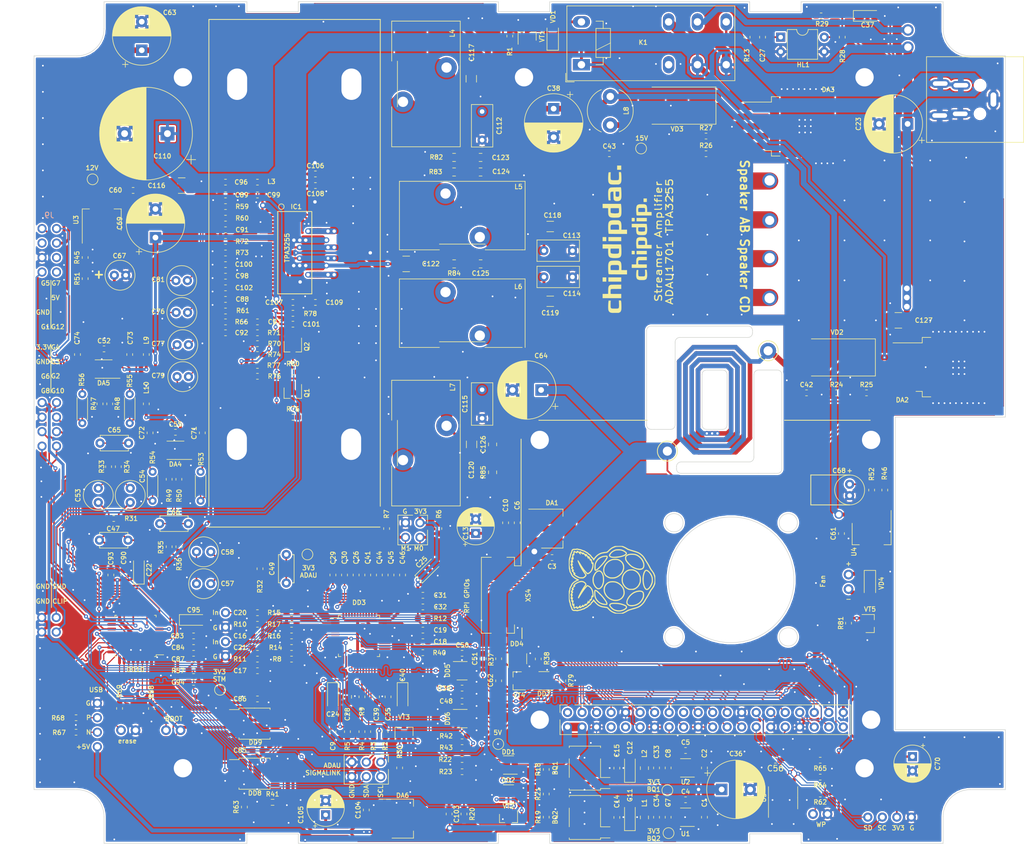
<source format=kicad_pcb>
(kicad_pcb (version 20211014) (generator pcbnew)
  (layers (0 "F.Cu" signal) (1 "In1.Cu" power) (2 "In2.Cu" power) (31 "B.Cu" signal) (34 "B.Paste" user) (35 "F.Paste" user) (36 "B.SilkS" user "B.Silkscreen") (37 "F.SilkS" user "F.Silkscreen") (38 "B.Mask" user) (39 "F.Mask" user) (44 "Edge.Cuts" user))
  (net 0 "")
  (net 1 "GND")
  (net 2 "3V3BQ1")
  (net 3 "Net-(BQ1-Pad3)")
  (net 4 "3V3BQ2")
  (net 5 "Net-(BQ2-Pad3)")
  (net 6 "5V\\DAC")
  (net 7 "Net-(C4-Pad1)")
  (net 8 "Net-(C5-Pad1)")
  (net 9 "3V3")
  (net 10 "Net-(C7-Pad1)")
  (net 11 "Net-(C8-Pad1)")
  (net 12 "RST_ADAU")
  (net 13 "Net-(C16-Pad1)")
  (net 14 "Net-(C17-Pad1)")
  (net 15 "Net-(C18-Pad1)")
  (net 16 "Net-(C19-Pad2)")
  (net 17 "Net-(C20-Pad1)")
  (net 18 "Net-(C21-Pad1)")
  (net 19 "Vin")
  (net 20 "Net-(C26-Pad1)")
  (net 21 "Net-(C27-Pad1)")
  (net 22 "Net-(C35-Pad1)")
  (net 23 "RAS_GPIO22\\ON_OFF")
  (net 24 "15V")
  (net 25 "Net-(C41-Pad1)")
  (net 26 "Net-(C45-Pad1)")
  (net 27 "Net-(C47-Pad1)")
  (net 28 "Net-(C47-Pad2)")
  (net 29 "Net-(C49-Pad2)")
  (net 30 "Net-(C49-Pad1)")
  (net 31 "Net-(C54-Pad1)")
  (net 32 "Net-(C58-Pad1)")
  (net 33 "Net-(C65-Pad2)")
  (net 34 "Net-(C65-Pad1)")
  (net 35 "Net-(C66-Pad1)")
  (net 36 "Net-(C66-Pad2)")
  (net 37 "Net-(C67-Pad1)")
  (net 38 "Net-(C68-Pad1)")
  (net 39 "12V")
  (net 40 "12Vent")
  (net 41 "Net-(C71-Pad1)")
  (net 42 "Net-(C71-Pad2)")
  (net 43 "Net-(C72-Pad1)")
  (net 44 "Net-(C72-Pad2)")
  (net 45 "Net-(C73-Pad2)")
  (net 46 "Net-(C73-Pad1)")
  (net 47 "Net-(C74-Pad1)")
  (net 48 "Net-(C74-Pad2)")
  (net 49 "Net-(C77-Pad1)")
  (net 50 "Net-(C79-Pad1)")
  (net 51 "Net-(C81-Pad1)")
  (net 52 "VDD")
  (net 53 "RST")
  (net 54 "Net-(C88-Pad1)")
  (net 55 "Net-(C89-Pad2)")
  (net 56 "Net-(C91-Pad2)")
  (net 57 "Net-(C92-Pad1)")
  (net 58 "Net-(C96-Pad1)")
  (net 59 "Net-(C97-Pad1)")
  (net 60 "Net-(C106-Pad1)")
  (net 61 "Net-(C107-Pad2)")
  (net 62 "Net-(C108-Pad1)")
  (net 63 "Net-(C109-Pad2)")
  (net 64 "Net-(C112-Pad1)")
  (net 65 "Net-(C113-Pad2)")
  (net 66 "Net-(C114-Pad1)")
  (net 67 "Net-(C115-Pad2)")
  (net 68 "Net-(C123-Pad2)")
  (net 69 "Net-(C124-Pad1)")
  (net 70 "Net-(C125-Pad2)")
  (net 71 "Net-(C126-Pad1)")
  (net 72 "CLIP+")
  (net 73 "SHD+")
  (net 74 "Net-(DA2-Pad4)")
  (net 75 "Net-(DA3-Pad4)")
  (net 76 "Net-(DD1-Pad4)")
  (net 77 "Net-(DD1-Pad1)")
  (net 78 "Net-(DD2-Pad4)")
  (net 79 "GEN_SEL")
  (net 80 "Net-(DD3-Pad2)")
  (net 81 "Net-(DD3-Pad3)")
  (net 82 "Net-(DD3-Pad4)")
  (net 83 "Net-(DD3-Pad6)")
  (net 84 "Net-(DD3-Pad7)")
  (net 85 "LR2")
  (net 86 "BCLK2")
  (net 87 "SDATAIN")
  (net 88 "LROUT")
  (net 89 "Net-(DD3-Pad17)")
  (net 90 "BCLKOUT")
  (net 91 "ADDR1")
  (net 92 "CLATCH")
  (net 93 "SDA_ADAU")
  (net 94 "SCL_ADAU")
  (net 95 "MCLK")
  (net 96 "Net-(DD3-Pad38)")
  (net 97 "Net-(DD3-Pad39)")
  (net 98 "DATA")
  (net 99 "Net-(DD4-Pad1)")
  (net 100 "Net-(DD5-Pad4)")
  (net 101 "Net-(DD6-Pad4)")
  (net 102 "MUTE_OUT")
  (net 103 "RAS_GPIO4\\MUTE")
  (net 104 "MUTE_2")
  (net 105 "SPI1_NSS2")
  (net 106 "SPI1_MISO")
  (net 107 "SPI1_MOSI")
  (net 108 "SPI1_SCK")
  (net 109 "BOOT\\SPI1_NSS3")
  (net 110 "GPIO1")
  (net 111 "GPIO2_BAL")
  (net 112 "GPIO3_VOL")
  (net 113 "GPIO4_KEY_1")
  (net 114 "GPIO5_KEY_2")
  (net 115 "GPIO6_TREBLE")
  (net 116 "GPIO7_BASS")
  (net 117 "GPIO8_LED_COMP")
  (net 118 "GPIO10_LED_MUTE")
  (net 119 "RAS_GPIO12\\SR2")
  (net 120 "RELAY_ON")
  (net 121 "GPIO13\\SDWN_EVENT")
  (net 122 "Net-(DD10-Pad21)")
  (net 123 "Net-(DD10-Pad22)")
  (net 124 "RAS_GPIO6\\SR1")
  (net 125 "RAS_GPIO5\\SR0")
  (net 126 "Net-(DD10-Pad25)")
  (net 127 "SCL")
  (net 128 "SDA")
  (net 129 "Net-(J1-Pad1)")
  (net 130 "Net-(K1-PadA2)")
  (net 131 "Net-(K1-Pad24)")
  (net 132 "Net-(Q1-Pad1)")
  (net 133 "Net-(Q2-Pad1)")
  (net 134 "LR1")
  (net 135 "BCLK1")
  (net 136 "Net-(R62-Pad2)")
  (net 137 "SDI")
  (net 138 "SCI")
  (net 139 "USB_DM")
  (net 140 "USB_DP")
  (net 141 "FAULT")
  (net 142 "CLIP")
  (net 143 "Net-(C98-Pad1)")
  (net 144 "Net-(C100-Pad1)")
  (net 145 "Net-(C101-Pad1)")
  (net 146 "Net-(C102-Pad1)")
  (net 147 "Net-(C106-Pad2)")
  (net 148 "Net-(C107-Pad1)")
  (net 149 "Net-(C108-Pad2)")
  (net 150 "Net-(C109-Pad1)")
  (net 151 "Net-(IC1-Pad7)")
  (net 152 "Net-(IC1-Pad8)")
  (net 153 "RAS_GPIO2\\SDA")
  (net 154 "RAS_GPIO3\\SCL")
  (net 155 "RAS_GPIO17\\KEY")
  (net 156 "RAS_GPIO27\\RES1")
  (net 157 "RAS_FAN")
  (net 158 "RAS_GPIO24\\RES0")
  (net 159 "RAS_GPIO10")
  (net 160 "RAS_GPIO9")
  (net 161 "RAS_GPIO25\\IR")
  (net 162 "RAS_GPIO11")
  (net 163 "RAS_GPIO8")
  (net 164 "RAS_GPIO7")
  (net 165 "RAS_GPIO16")
  (net 166 "RAS_GPIO26")
  (net 167 "RAS_GPIO20")
  (net 168 "Net-(VD4-Pad2)")
  (net 169 "Net-(DA3-Pad2)")
  (net 170 "Net-(J16-Pad2)")
  (net 171 "Net-(C53-Pad1)")
  (net 172 "Net-(C57-Pad1)")
  (net 173 "OAL12V")
  (net 174 "OAR12V")
  (net 175 "Net-(C76-Pad1)")
  (net 176 "Net-(DA4-Pad7)")
  (net 177 "Net-(DA4-Pad2)")
  (net 178 "Net-(DA5-Pad2)")
  (net 179 "Net-(DA5-Pad7)")
  (net 180 "MP1\\SDIN1")
  (net 181 "MP7\\SDOUT1")
  (net 182 "MP6\\SDOUT0")
  (net 183 "MP9\\SDOUT3")
  (net 184 "MP8\\SDOUT2")
  (net 185 "MP3\\SDIN3")
  (net 186 "MP2\\SDIN2")
  (net 187 "Net-(DD3-Pad31)")
  (net 188 "Net-(IC1-Pad10)")
  (net 189 "Net-(IC1-Pad9)")
  (net 190 "Net-(J9-Pad7)")
  (net 191 "Net-(J9-Pad5)")
  (net 192 "Net-(J9-Pad4)")
  (net 193 "Net-(K1-Pad12)")
  (net 194 "RES")
  (net 195 "Net-(XS3-Pad1)")
  (net 196 "GPIO14\\Tx")
  (net 197 "GPIO15\\Rx")
  (net 198 "Net-(XS3-Pad17)")
  (footprint "Mounting_Holes:MountingHole_3.2mm_M3_Pad" (layer "F.Cu") (at 154.6572 95.9408)
    (fp_text reference "REF**" hide)
    (fp_text value "MountingHole_3.2mm_M3_Pad")
  )
  (footprint "Mounting_Holes:MountingHole_3.2mm_M3_Pad" (layer "F.Cu") (at 92.2072 32.4308 90)
    (fp_text reference "")
    (fp_text value "")
  )
  (footprint "Mounting_Holes:MountingHole_3.2mm_M3_Pad" (layer "F.Cu") (at 92.2072 153.4308 90)
    (fp_text reference "")
    (fp_text value "")
  )
  (footprint "Mounting_Holes:MountingHole_3.2mm_M3_Pad" (layer "F.Cu") (at 154.6572 144.9408)
    (fp_text reference "REF**" hide)
    (fp_text value "MountingHole_3.2mm_M3_Pad")
  )
  (footprint "Mounting_Holes:MountingHole_3.2mm_M3_Pad" (layer "F.Cu") (at 212.6572 144.9408)
    (fp_text reference "REF**" hide)
    (fp_text value "MountingHole_3.2mm_M3_Pad")
  )
  (footprint "Mounting_Holes:MountingHole_3.2mm_M3_Pad" (layer "F.Cu") (at 212.6572 95.9408)
    (fp_text reference "REF**" hide)
    (fp_text value "MountingHole_3.2mm_M3_Pad")
  )
  (footprint "Mounting_Holes:MountingHole_3.2mm_M3_Pad" (layer "F.Cu") (at 211.5072 153.4308 90)
    (fp_text reference "")
    (fp_text value "")
  )
  (footprint "Mounting_Holes:MountingHole_3.2mm_M3_Pad" (layer "F.Cu") (at 211.5072 32.4308 90)
    (fp_text reference "")
    (fp_text value "")
  )
  (footprint "Mounting_Holes:MountingHole_3.2mm_M3_Pad" (layer "F.Cu") (at 151.9072 32.4308 90)
    (fp_text reference "")
    (fp_text value "")
  )
  (footprint "Oscillator:Oscillator_SMD_Fordahl_DFAS2-4Pin_7.3x5.1mm_HandSoldering" (layer "F.Cu") (at 162.564 153.416 90)
    (fp_text reference "BQ1")
    (fp_text value "12,288MHz")
  )
  (footprint "Oscillator:Oscillator_SMD_Fordahl_DFAS2-4Pin_7.3x5.1mm_HandSoldering" (layer "F.Cu") (at 162.564 162.052 90)
    (fp_text reference "BQ2")
    (fp_text value "11,2896MHz")
  )
  (footprint "Capacitor_SMD:C_0603_1608Metric_Pad1.05x0.95mm_HandSolder" (layer "F.Cu") (at 183.484 162.014 90)
    (fp_text reference "C1")
    (fp_text value "2.2u")
  )
  (footprint "Capacitor_SMD:C_0603_1608Metric_Pad1.05x0.95mm_HandSolder" (layer "F.Cu") (at 183.484 153.378 90)
    (fp_text reference "C2")
    (fp_text value "2.2u")
  )
  (footprint "Capacitor_SMD:C_0603_1608Metric_Pad1.05x0.95mm_HandSolder" (layer "F.Cu") (at 156.814 116.548)
    (fp_text reference "C3")
    (fp_text value "2.2u")
  )
  (footprint "Capacitor_SMD:C_0603_1608Metric_Pad1.05x0.95mm_HandSolder" (layer "F.Cu") (at 180.182 158.966)
    (fp_text reference "C4")
    (fp_text value "0.01")
  )
  (footprint "Capacitor_SMD:C_0603_1608Metric_Pad1.05x0.95mm_HandSolder" (layer "F.Cu") (at 180.182 150.33)
    (fp_text reference "C5")
    (fp_text value "0.01")
  )
  (footprint "Capacitor_SMD:C_0603_1608Metric_Pad1.05x0.95mm_HandSolder" (layer "F.Cu") (at 150.718 110.452 90)
    (fp_text reference "C6")
    (fp_text value "2.2u")
  )
  (footprint "Capacitor_SMD:C_0603_1608Metric_Pad1.05x0.95mm_HandSolder" (layer "F.Cu") (at 177.134 162.014 90)
    (fp_text reference "C7")
    (fp_text value "2.2u")
  )
  (footprint "Capacitor_SMD:C_0603_1608Metric_Pad1.05x0.95mm_HandSolder" (layer "F.Cu") (at 177.134 153.378 90)
    (fp_text reference "C8")
    (fp_text value "2.2u")
  )
  (footprint "Capacitor_SMD:C_0603_1608Metric_Pad1.05x0.95mm_HandSolder" (layer "F.Cu") (at 118.46 147.028 -90)
    (fp_text reference "C9")
    (fp_text value "0.1u")
  )
  (footprint "Capacitor_SMD:C_0603_1608Metric_Pad1.05x0.95mm_HandSolder" (layer "F.Cu") (at 148.686 110.452 90)
    (fp_text reference "C10")
    (fp_text value "2.2u")
  )
  (footprint "Capacitor_Tantalum_SMD:CP_EIA-3216-18_Kemet-A_Pad1.58x1.35mm_HandSolder" (layer "F.Cu") (at 170.438 161.8845 90)
    (fp_text reference "C11")
    (fp_text value "4.7u")
  )
  (footprint "Capacitor_Tantalum_SMD:CP_EIA-3216-18_Kemet-A_Pad1.58x1.35mm_HandSolder" (layer "F.Cu") (at 170.438 153.416 90)
    (fp_text reference "C12")
    (fp_text value "4.7u")
  )
  (footprint "Capacitor_SMD:C_0603_1608Metric_Pad1.05x0.95mm_HandSolder" (layer "F.Cu") (at 168.152 162.052 90)
    (fp_text reference "C14")
    (fp_text value "2.2u")
  )
  (footprint "Capacitor_SMD:C_0603_1608Metric_Pad1.05x0.95mm_HandSolder" (layer "F.Cu") (at 168.152 153.416 90)
    (fp_text reference "C15")
    (fp_text value "2.2u")
  )
  (footprint "Capacitor_SMD:C_0603_1608Metric_Pad1.05x0.95mm_HandSolder" (layer "F.Cu") (at 105.252 130.264)
    (fp_text reference "C16")
    (fp_text value "100p")
  )
  (footprint "Capacitor_SMD:C_0603_1608Metric_Pad1.05x0.95mm_HandSolder" (layer "F.Cu") (at 105.252 136.36)
    (fp_text reference "C17")
    (fp_text value "100p")
  )
  (footprint "Capacitor_SMD:C_0603_1608Metric_Pad1.05x0.95mm_HandSolder" (layer "F.Cu") (at 134.208 131.28)
    (fp_text reference "C18")
    (fp_text value "3n3")
  )
  (footprint "Capacitor_SMD:C_0603_1608Metric_Pad1.05x0.95mm_HandSolder" (layer "F.Cu") (at 134.208 129.248)
    (fp_text reference "C19")
    (fp_text value "56n")
  )
  (footprint "Capacitor_SMD:C_0603_1608Metric_Pad1.05x0.95mm_HandSolder" (layer "F.Cu") (at 105.252 126.2 180)
    (fp_text reference "C20")
    (fp_text value "10u")
  )
  (footprint "Capacitor_SMD:C_0603_1608Metric_Pad1.05x0.95mm_HandSolder" (layer "F.Cu") (at 105.252 132.296 180)
    (fp_text reference "C21")
    (fp_text value "10u")
  )
  (footprint "Capacitor_Tantalum_SMD:CP_EIA-3216-18_Kemet-A_Pad1.58x1.35mm_HandSolder" (layer "F.Cu") (at 118.46 140.932 -90)
    (fp_text reference "C24")
    (fp_text value "4.7u")
  )
  (footprint "Capacitor_Tantalum_SMD:CP_EIA-3216-18_Kemet-A_Pad1.58x1.35mm_HandSolder" (layer "F.Cu") (at 135.224 118.58 45)
    (fp_text reference "C25")
    (fp_text value "4.7u")
  )
  (footprint "Capacitor_SMD:C_0603_1608Metric_Pad1.05x0.95mm_HandSolder" (layer "F.Cu") (at 122.524 119.596 90)
    (fp_text reference "C26")
    (fp_text value "10u")
  )
  (footprint "Capacitor_SMD:C_0603_1608Metric_Pad1.05x0.95mm_HandSolder" (layer "F.Cu") (at 193.6572 25.4058 -90)
    (fp_text reference "C27")
    (fp_text value "10u")
  )
  (footprint "Capacitor_SMD:C_0805_2012Metric" (layer "F.Cu") (at 121 140.932 -90)
    (fp_text reference "C28")
    (fp_text value "0.1u")
  )
  (footprint "Capacitor_SMD:C_0603_1608Metric_Pad1.05x0.95mm_HandSolder" (layer "F.Cu") (at 118.46 119.596 90)
    (fp_text reference "C29")
    (fp_text value "0.1u")
  )
  (footprint "Capacitor_SMD:C_0603_1608Metric_Pad1.05x0.95mm_HandSolder" (layer "F.Cu") (at 120.492 119.596 90)
    (fp_text reference "C30")
    (fp_text value "0.1u")
  )
  (footprint "Capacitor_SMD:C_0603_1608Metric_Pad1.05x0.95mm_HandSolder" (layer "F.Cu") (at 134.208 123.152)
    (fp_text reference "C31")
    (fp_text value "0.1u")
  )
  (footprint "Capacitor_SMD:C_0603_1608Metric_Pad1.05x0.95mm_HandSolder" (layer "F.Cu") (at 134.208 125.184)
    (fp_text reference "C32")
    (fp_text value "0.1u")
  )
  (footprint "Capacitor_SMD:C_0603_1608Metric_Pad1.05x0.95mm_HandSolder" (layer "F.Cu") (at 175.102 153.378 90)
    (fp_text reference "C33")
    (fp_text value "0.1u")
  )
  (footprint "Capacitor_SMD:C_0603_1608Metric_Pad1.05x0.95mm_HandSolder" (layer "F.Cu") (at 175.102 162.014 90)
    (fp_text reference "C34")
    (fp_text value "0.1u")
  )
  (footprint "Capacitor_SMD:C_0603_1608Metric_Pad1.05x0.95mm_HandSolder" (layer "F.Cu") (at 128.112 140.932 -90)
    (fp_text reference "C35")
    (fp_text value "0.1u")
  )
  (footprint "Capacitor_Tantalum_SMD:CP_EIA-3216-18_Kemet-A_Pad1.58x1.35mm_HandSolder" (layer "F.Cu") (at 212.0322 21.6808)
    (fp_text reference "C37")
    (fp_text value "4.7u")
  )
  (footprint "Capacitor_SMD:C_0603_1608Metric_Pad1.05x0.95mm_HandSolder" (layer "F.Cu") (at 126.08 140.932 -90)
    (fp_text reference "C39")
    (fp_text value "0.1u")
  )
  (footprint "Capacitor_Tantalum_SMD:CP_EIA-3216-18_Kemet-A_Pad1.58x1.35mm_HandSolder" (layer "F.Cu") (at 130.652 140.932 -90)
    (fp_text reference "C40")
    (fp_text value "4.7u")
  )
  (footprint "Capacitor_SMD:C_0603_1608Metric_Pad1.05x0.95mm_HandSolder" (layer "F.Cu") (at 124.556 119.596 90)
    (fp_text reference "C41")
    (fp_text value "0.1u")
  )
  (footprint "Capacitor_SMD:C_0603_1608Metric_Pad1.05x0.95mm_HandSolder" (layer "F.Cu") (at 201.35 87.697466)
    (fp_text reference "C42")
    (fp_text value "2.2u")
  )
  (footprint "Capacitor_SMD:C_0603_1608Metric_Pad1.05x0.95mm_HandSolder" (layer "F.Cu") (at 166.84 45.8188 180)
    (fp_text reference "C43")
    (fp_text value "2.2u")
  )
  (footprint "Capacitor_SMD:C_0603_1608Metric_Pad1.05x0.95mm_HandSolder" (layer "F.Cu") (at 126.588 119.596 90)
    (fp_text reference "C44")
    (fp_text value "10u")
  )
  (footprint "Capacitor_SMD:C_0603_1608Metric_Pad1.05x0.95mm_HandSolder" (layer "F.Cu") (at 128.62 119.596 90)
    (fp_text reference "C45")
    (fp_text value "0.1u")
  )
  (footprint "Capacitor_SMD:C_0603_1608Metric_Pad1.05x0.95mm_HandSolder" (layer "F.Cu") (at 130.652 119.596 90)
    (fp_text reference "C46")
    (fp_text value "10u")
  )
  (footprint "Capacitor_SMD:C_0603_1608Metric_Pad1.05x0.95mm_HandSolder" (layer "F.Cu") (at 141.066 141.694)
    (fp_text reference "C48")
    (fp_text value "0.1u")
  )
  (footprint "Capacitor_SMD:C_0603_1608Metric_Pad1.05x0.95mm_HandSolder" (layer "F.Cu") (at 141.066 133.312 180)
    (fp_text reference "C50")
    (fp_text value "0.1u")
  )
  (footprint "Capacitor_SMD:C_0603_1608Metric_Pad1.05x0.95mm_HandSolder" (layer "F.Cu") (at 144.75 134.25 -90)
    (fp_text reference "C51")
    (fp_text value "0.1u")
  )
  (footprint "Capacitor_THT:CP_Radial_D5.0mm_P2.50mm" (layer "F.Cu") (at 77.396 104.4 -90)
    (fp_text reference "C53")
    (fp_text value "4.7u")
  )
  (footprint "Capacitor_THT:CP_Radial_D5.0mm_P2.50mm" (layer "F.Cu") (at 82.984 104.4 -90)
    (fp_text reference "C54")
    (fp_text value "4.7u")
  )
  (footprint "Capacitor_SMD:C_0603_1608Metric_Pad1.05x0.95mm_HandSolder" (layer "F.Cu") (at 83.49 52.25 180)
    (fp_text reference "C60")
    (fp_text value "0,1")
  )
  (footprint "Capacitor_SMD:C_0603_1608Metric_Pad1.05x0.95mm_HandSolder" (layer "F.Cu") (at 207.468 112.34 90)
    (fp_text reference "C61")
    (fp_text value "0,1")
  )
  (footprint "Capacitor_SMD:C_0603_1608Metric_Pad1.05x0.95mm_HandSolder" (layer "F.Cu") (at 147.47 138.13 -90)
    (fp_text reference "C62")
    (fp_text value "0.1u")
  )
  (footprint "Capacitor_THT:CP_Radial_D10.0mm_P5.00mm" (layer "F.Cu") (at 85 27.7 90)
    (fp_text reference "C63")
    (fp_text value "470 mF")
  )
  (footprint "Capacitor_THT:CP_Radial_D6.3mm_P2.50mm" (layer "F.Cu") (at 219.9 151.4 -90)
    (fp_text reference "C70")
    (fp_text value "100 uF")
  )
  (footprint "Capacitor_SMD:C_0603_1608Metric_Pad1.05x0.95mm_HandSolder" (layer "F.Cu") (at 95.6 94.704 90)
    (fp_text reference "C71")
    (fp_text value "470p")
  )
  (footprint "Capacitor_SMD:C_0603_1608Metric_Pad1.05x0.95mm_HandSolder" (layer "F.Cu") (at 86.456 94.704 90)
    (fp_text reference "C72")
    (fp_text value "470p")
  )
  (footprint "Capacitor_SMD:C_0603_1608Metric_Pad1.05x0.95mm_HandSolder" (layer "F.Cu") (at 82.9 80.988 -90)
    (fp_text reference "C73")
    (fp_text value "470p")
  )
  (footprint "Capacitor_SMD:C_0603_1608Metric_Pad1.05x0.95mm_HandSolder" (layer "F.Cu") (at 73.756 80.988 -90)
    (fp_text reference "C74")
    (fp_text value "470p")
  )
  (footprint "Capacitor_THT:C_Radial_D5.0mm_H11.0mm_P2.00mm" (layer "F.Cu") (at 93.024 73.624 180)
    (fp_text reference "C76")
    (fp_text value "10")
  )
  (footprint "Capacitor_THT:C_Radial_D5.0mm_H11.0mm_P2.00mm" (layer "F.Cu") (at 93.184 79.272 180)
    (fp_text reference "C77")
    (fp_text value "10")
  )
  (footprint "Capacitor_THT:C_Radial_D5.0mm_H11.0mm_P2.00mm" (layer "F.Cu") (at 93.184 84.86 180)
    (fp_text reference "C79")
    (fp_text value "10")
  )
  (footprint "Capacitor_THT:C_Radial_D5.0mm_H11.0mm_P2.00mm" (layer "F.Cu") (at 92.992 68.036 180)
    (fp_text reference "C81")
    (fp_text value "10")
  )
  (footprint "Capacitor_SMD:C_0603_1608Metric_Pad1.05x0.95mm_HandSolder" (layer "F.Cu") (at 94.076 130.264)
    (fp_text reference "C83")
    (fp_text value "2.2u")
  )
  (footprint "Capacitor_SMD:C_0603_1608Metric_Pad1.05x0.95mm_HandSolder" (layer "F.Cu") (at 94.076 132.296)
    (fp_text reference "C84")
    (fp_text value "0.1u")
  )
  (footprint "Capacitor_SMD:C_0603_1608Metric_Pad1.05x0.95mm_HandSolder" (layer "F.Cu") (at 105.252 150.3)
    (fp_text reference "C85")
    (fp_text value "0.1u")
  )
  (footprint "Capacitor_SMD:C_0603_1608Metric_Pad1.05x0.95mm_HandSolder" (layer "F.Cu") (at 105.252 141.3)
    (fp_text reference "C86")
    (fp_text value "0.1u")
  )
  (footprint "Capacitor_SMD:C_0603_1608Metric_Pad1.05x0.95mm_HandSolder" (layer "F.Cu") (at 94.076 134.328)
    (fp_text reference "C87")
    (fp_text value "2.2u")
  )
  (footprint "Capacitor_SMD:C_0603_1608Metric_Pad1.05x0.95mm_HandSolder" (layer "F.Cu") (at 99.664 71.336 180)
    (fp_text reference "C88")
    (fp_text value "100p")
  )
  (footprint "Capacitor_SMD:C_0603_1608Metric_Pad1.05x0.95mm_HandSolder" (layer "F.Cu") (at 99.664 53.048)
    (fp_text reference "C89")
    (fp_text value "100p")
  )
  (footprint "Capacitor_SMD:C_0603_1608Metric_Pad1.05x0.95mm_HandSolder" (layer "F.Cu") (at 81.884 119.596 90)
    (fp_text reference "C90")
    (fp_text value "0.1u")
  )
  (footprint "Capacitor_SMD:C_0603_1608Metric_Pad1.05x0.95mm_HandSolder" (layer "F.Cu") (at 99.664 59.144)
    (fp_text reference "C91")
    (fp_text value "100p")
  )
  (footprint "Capacitor_SMD:C_0603_1608Metric_Pad1.05x0.95mm_HandSolder" (layer "F.Cu") (at 99.664 77.178 180)
    (fp_text reference "C92")
    (fp_text value "100p")
  )
  (footprint "Capacitor_SMD:C_0603_1608Metric_Pad1.05x0.95mm_HandSolder" (layer "F.Cu") (at 79.598 119.596 90)
    (fp_text reference "C93")
    (fp_text value "0.1u")
  )
  (footprint "Capacitor_SMD:C_0603_1608Metric_Pad1.05x0.95mm_HandSolder" (layer "F.Cu") (at 94.076 138.392)
    (fp_text reference "C94")
    (fp_text value "0.1u")
  )
  (footprint "Capacitor_Tantalum_SMD:CP_EIA-3216-18_Kemet-A_Pad1.58x1.35mm_HandSolder" (layer "F.Cu") (at 94.076 127.47)
    (fp_text reference "C95")
    (fp_text value "4.7u")
  )
  (footprint "Capacitor_SMD:C_0603_1608Metric_Pad1.05x0.95mm_HandSolder" (layer "F.Cu") (at 99.664 50.799 180)
    (fp_text reference "C96")
    (fp_text value "0.1")
  )
  (footprint "Capacitor_SMD:C_0603_1608Metric_Pad1.05x0.95mm_HandSolder" (layer "F.Cu") (at 105.252 75.273 180)
    (fp_text reference "C97")
    (fp_text value "100p")
  )
  (footprint "Capacitor_SMD:C_0603_1608Metric_Pad1.05x0.95mm_HandSolder" (layer "F.Cu") (at 99.664 67.272 180)
    (fp_text reference "C98")
    (fp_text value "1 uF")
  )
  (footprint "Capacitor_SMD:C_0603_1608Metric_Pad1.05x0.95mm_HandSolder" (layer "F.Cu") (at 105.252 53.048 180)
    (fp_text reference "C99")
    (fp_text value "0.1")
  )
  (footprint "Capacitor_SMD:C_0603_1608Metric_Pad1.05x0.95mm_HandSolder" (layer "F.Cu") (at 99.664 65.24 180)
    (fp_text reference "C100")
    (fp_text value "1 uF")
  )
  (footprint "Capacitor_SMD:C_0603_1608Metric_Pad1.05x0.95mm_HandSolder" (layer "F.Cu") (at 111.461 75.673)
    (fp_text reference "C101")
    (fp_text value "0.1")
  )
  (footprint "Capacitor_SMD:C_0603_1608Metric_Pad1.05x0.95mm_HandSolder" (layer "F.Cu") (at 99.664 69.304 180)
    (fp_text reference "C102")
    (fp_text value "0.047 uF")
  )
  (footprint "Capacitor_SMD:C_0603_1608Metric_Pad1.05x0.95mm_HandSolder" (layer "F.Cu") (at 138.8 161.45 90)
    (fp_text reference "C103")
    (fp_text value "2.2u")
  )
  (footprint "Capacitor_SMD:C_0603_1608Metric_Pad1.05x0.95mm_HandSolder" (layer "F.Cu") (at 124.302 160.744 90)
    (fp_text reference "C104")
    (fp_text value "2.2u")
  )
  (footprint "Capacitor_THT:CP_Radial_D6.3mm_P2.50mm" (layer "F.Cu") (at 117.19 161.6 90)
    (fp_text reference "C105")
    (fp_text value "4.7u")
  )
  (footprint "Capacitor_SMD:C_0603_1608Metric_Pad1.05x0.95mm_HandSolder" (layer "F.Cu") (at 115.398 49.365)
    (fp_text reference "C106")
    (fp_text value "0.033")
  )
  (footprint "Capacitor_SMD:C_0603_1608Metric_Pad1.05x0.95mm_HandSolder" (layer "F.Cu") (at 111.461 71.863 180)
    (fp_text reference "C107")
    (fp_text value "0.033")
  )
  (footprint "Capacitor_SMD:C_0603_1608Metric_Pad1.05x0.95mm_HandSolder" (layer "F.Cu") (at 115.398 71.863)
    (fp_text reference "C109")
    (fp_text value "0.033")
  )
  (footprint "Capacitor_THT:CP_Radial_D16.0mm_P7.50mm" (layer "F.Cu") (at 89.5 42.3 180)
    (fp_text reference "C110")
    (fp_text value "1000 uF")
  )
  (footprint "Capacitor_THT:C_Rect_L7.2mm_W3.5mm_P5.00mm_FKS2_FKP2_MKS2_MKP2" (layer "F.Cu") (at 144.5712 38.4313 -90)
    (fp_text reference "C112")
    (fp_text value "0,47")
  )
  (footprint "Capacitor_THT:C_Rect_L7.2mm_W3.5mm_P5.00mm_FKS2_FKP2_MKS2_MKP2" (layer "F.Cu") (at 160.3932 62.8 180)
    (fp_text reference "C113")
    (fp_text value "0,47")
  )
  (footprint "Capacitor_THT:C_Rect_L7.2mm_W3.5mm_P5.00mm_FKS2_FKP2_MKS2_MKP2" (layer "F.Cu") (at 155.3932 67.4)
    (fp_text reference "C114")
    (fp_text value "0,47")
  )
  (footprint "Capacitor_THT:C_Rect_L7.2mm_W3.5mm_P5.00mm_FKS2_FKP2_MKS2_MKP2" (layer "F.Cu") (at 144.5712 92.1513 90)
    (fp_text reference "C115")
    (fp_text value "0,47")
  )
  (footprint "Capacitor_SMD:C_1210_3225Metric_Pad1.42x2.65mm_HandSolder" (layer "F.Cu") (at 92 51.4)
    (fp_text reference "C116")
    (fp_text value "2,2")
  )
  (footprint "Capacitor_SMD:C_1206_3216Metric_Pad1.42x1.75mm_HandSolder" (layer "F.Cu") (at 142.6797 32.6933 90)
    (fp_text reference "C117")
    (fp_text value "1000p")
  )
  (footprint "Capacitor_SMD:C_1206_3216Metric_Pad1.42x1.75mm_HandSolder" (layer "F.Cu") (at 156.4932 58.5643 180)
    (fp_text reference "C118")
    (fp_text value "1000p")
  )
  (footprint "Capacitor_SMD:C_1206_3216Metric_Pad1.42x1.75mm_HandSolder" (layer "F.Cu") (at 156.4932 71.6633)
    (fp_text reference "C119")
    (fp_text value "1000p")
  )
  (footprint "Capacitor_SMD:C_1206_3216Metric_Pad1.42x1.75mm_HandSolder" (layer "F.Cu") (at 142.7297 96.7233 90)
    (fp_text reference "C120")
    (fp_text value "1000p")
  )
  (footprint "Capacitor_SMD:C_1210_3225Metric_Pad1.42x2.65mm_HandSolder" (layer "F.Cu") (at 131.287 65.113 180)
    (fp_text reference "C122")
    (fp_text value "2,2")
  )
  (footprint "Capacitor_SMD:C_0805_2012Metric_Pad1.15x1.40mm_HandSolder" (layer "F.Cu") (at 144.3048 46.47 180)
    (fp_text reference "C123")
    (fp_text value "0,01")
  )
  (footprint "Capacitor_SMD:C_0805_2012Metric_Pad1.15x1.40mm_HandSolder" (layer "F.Cu") (at 144.3048 49.0212)
    (fp_text reference "C124")
    (fp_text value "0,01")
  )
  (footprint "Capacitor_SMD:C_0805_2012Metric_Pad1.15x1.40mm_HandSolder" (layer "F.Cu") (at 144.3148 65.113 180)
    (fp_text reference "C125")
    (fp_text value "0,01")
  )
  (footprint "Capacitor_SMD:C_0805_2012Metric_Pad1.15x1.40mm_HandSolder" (layer "F.Cu") (at 146.4127 96.7233 90)
    (fp_text reference "C126")
    (fp_text value "0,01")
  )
  (footprint "Capacitor_SMD:C_1210_3225Metric_Pad1.42x2.65mm_HandSolder" (layer "F.Cu") (at 217.425 75)
    (fp_text reference "C127")
    (fp_text value "2,2")
  )
  (footprint "Package_TO_SOT_SMD:SOT-223" (layer "F.Cu") (at 156.814 111.468)
    (fp_text reference "DA1")
    (fp_text value "LM1117-3.3")
  )
  (footprint "Package_TO_SOT_SMD:TO-263-5_TabPin3" (layer "F.Cu") (at 224.5572 83.197466)
    (fp_text reference "DA2")
    (fp_text value "LM2596S-ADJ")
  )
  (footprint "Package_TO_SOT_SMD:TO-263-5_TabPin3" (layer "F.Cu") (at 198.1572 41.0308)
    (fp_text reference "DA3")
    (fp_text value "LM2596S-ADJ")
  )
  (footprint "Package_TO_SOT_SMD:SOT-223" (layer "F.Cu") (at 130.652 162.268)
    (fp_text reference "DA6")
    (fp_text value "LM1117-3.3")
  )
  (footprint "Package_TO_SOT_SMD:SOT-23-5" (layer "F.Cu") (at 149.194 152.87 180)
    (fp_text reference "DD1")
    (fp_text value "74LVC1G125")
  )
  (footprint "Package_TO_SOT_SMD:SOT-23-5" (layer "F.Cu") (at 149.194 157.95 180)
    (fp_text reference "DD2")
    (fp_text value "74LVC1G125")
  )
  (footprint "Package_QFP:LQFP-48_7x7mm_P0.5mm" (layer "F.Cu") (at 123.032 130.264)
    (fp_text reference "DD3")
    (fp_text value "ADAU1701")
  )
  (footprint "Package_TO_SOT_SMD:SOT-23-5" (layer "F.Cu") (at 150.772 134.262 90)
    (fp_text reference "DD4")
    (fp_text value "74LVC1G125")
  )
  (footprint "Package_TO_SOT_SMD:SOT-23-5" (layer "F.Cu") (at 141.066 136.36)
    (fp_text reference "DD5")
    (fp_text value "74LVC1G125")
  )
  (footprint "Package_TO_SOT_SMD:SOT-23-5" (layer "F.Cu") (at 141.066 144.742)
    (fp_text reference "DD6")
    (fp_text value "74LVC1G125")
  )
  (footprint "Package_TO_SOT_SMD:SOT-23-5" (layer "F.Cu") (at 155.39 138.128 180)
    (fp_text reference "DD7")
    (fp_text value "NC7S08M5X")
  )
  (footprint "Package_SO:SOIC-8_5.23x5.23mm_P1.27mm" (layer "F.Cu") (at 104.744 154.394)
    (fp_text reference "DD8")
    (fp_text value "25LCxxx")
  )
  (footprint "Package_SO:SOIC-8_5.23x5.23mm_P1.27mm" (layer "F.Cu") (at 104.744 145.631)
    (fp_text reference "DD9")
    (fp_text value "25LCxxx")
  )
  (footprint "Package_QFP:LQFP-32_7x7mm_P0.8mm" (layer "F.Cu") (at 83.916 130.264 180)
    (fp_text reference "DD10")
    (fp_text value "STM32F042K6Tx")
  )
  (footprint "Package_DIP:DIP-4_W7.62mm" (layer "F.Cu") (at 196.8322 25.4058)
    (fp_text reference "HL1")
    (fp_text value "P814")
  )
  (footprint "Connector_PinHeader_2.54mm:PinHeader_2x03_P2.54mm_Vertical" (layer "F.Cu") (at 126.842 152.362 -90)
    (fp_text reference "J2" hide)
    (fp_text value "Conn_02x03_Odd_Even")
  )
  (footprint "Connector_PinHeader_2.54mm:PinHeader_1x02_P2.54mm_Vertical" (layer "F.Cu") (at 89.25 146.774 90)
    (fp_text reference "J4" hide)
    (fp_text value "Conn_01x02_Male")
  )
  (footprint "Connector_PinHeader_2.54mm:PinHeader_1x02_P2.54mm_Vertical" (layer "F.Cu") (at 83.916 146.774 -90)
    (fp_text reference "J5" hide)
    (fp_text value "Conn_01x02_Male")
  )
  (footprint "MountingHole:MountingHole_2.2mm_M2" (layer "F.Cu") (at 194.9 50.5)
    (fp_text reference "J11" hide)
    (fp_text value "Conn_01x01_Male")
  )
  (footprint "MountingHole:MountingHole_2.2mm_M2" (layer "F.Cu") (at 194.9 57.5)
    (fp_text reference "J12" hide)
    (fp_text value "Conn_01x01_Male")
  )
  (footprint "MountingHole:MountingHole_2.2mm_M2" (layer "F.Cu") (at 194.9 64.1)
    (fp_text reference "J13" hide)
    (fp_text value "Conn_01x01_Male")
  )
  (footprint "MountingHole:MountingHole_2.2mm_M2" (layer "F.Cu") (at 194.9 71.1)
    (fp_text reference "J14" hide)
    (fp_text value "Conn_01x01_Male")
  )
  (footprint "Relay_THT:Relay_DPDT_Schrack-RT2-FormC_RM5mm" (layer "F.Cu") (at 161.9572 30.2308)
    (fp_text reference "K1")
    (fp_text value "RTE2xxxx")
  )
  (footprint "Resistor_SMD:R_0805_2012Metric_Pad1.15x1.40mm_HandSolder" (layer "F.Cu") (at 172.978 162.052 90)
    (fp_text reference "L1")
    (fp_text value "MMZ2012S601AT000")
  )
  (footprint "Resistor_SMD:R_0805_2012Metric_Pad1.15x1.40mm_HandSolder" (layer "F.Cu") (at 172.978 153.416 90)
    (fp_text reference "L2")
    (fp_text value "MMZ2012S601AT000")
  )
  (footprint "Inductor_SMD:L_0603_1608Metric_Pad1.05x0.95mm_HandSolder" (layer "F.Cu") (at 105.252 50.799 180)
    (fp_text reference "L3")
    (fp_text value "10μH")
  )
  (footprint "Inductor_THT:L_Toroid_Vertical_L21.6mm_W11.4mm_P7.62mm_Pulse_KM-3" (layer "F.Cu") (at 138.3482 33.7313 -90)
    (fp_text reference "L4")
    (fp_text value "INDUCTOR")
  )
  (footprint "Inductor_THT:L_Toroid_Vertical_L21.6mm_W11.4mm_P7.62mm_Pulse_KM-3" (layer "F.Cu") (at 141.169 77.6733 180)
    (fp_text reference "L6")
    (fp_text value "INDUCTOR")
  )
  (footprint "Inductor_THT:L_Toroid_Vertical_L21.6mm_W11.4mm_P7.62mm_Pulse_KM-3" (layer "F.Cu") (at 138.3482 96.4693 -90)
    (fp_text reference "L7")
    (fp_text value "INDUCTOR")
  )
  (footprint "TestPoint:TestPoint_Keystone_5005-5009_Compact" (layer "F.Cu") (at 194.632 80.3308)
    (fp_text reference "P1" hide)
    (fp_text value "Conn_01x01")
  )
  (footprint "TestPoint:TestPoint_Keystone_5005-5009_Compact" (layer "F.Cu") (at 177 97.9)
    (fp_text reference "P3" hide)
    (fp_text value "Conn_01x01")
  )
  (footprint "Package_TO_SOT_SMD:TSOT-23" (layer "F.Cu") (at 111.461 87.719 -90)
    (fp_text reference "Q1")
    (fp_text value "2N7002")
  )
  (footprint "Package_TO_SOT_SMD:TSOT-23" (layer "F.Cu") (at 111.461 79.591 -90)
    (fp_text reference "Q2")
    (fp_text value "2N7002")
  )
  (footprint "Resistor_SMD:R_0603_1608Metric_Pad1.05x0.95mm_HandSolder" (layer "F.Cu") (at 149.42 25.22 -90)
    (fp_text reference "R1")
    (fp_text value "10k")
  )
  (footprint "Resistor_SMD:R_0603_1608Metric_Pad1.05x0.95mm_HandSolder" (layer "F.Cu") (at 127.604 147.028 90)
    (fp_text reference "R2")
    (fp_text value "4k7")
  )
  (footprint "Resistor_SMD:R_0603_1608Metric_Pad1.05x0.95mm_HandSolder" (layer "F.Cu") (at 125.572 147.028 90)
    (fp_text reference "R3")
    (fp_text value "4k7")
  )
  (footprint "Resistor_SMD:R_0603_1608Metric_Pad1.05x0.95mm_HandSolder" (layer "F.Cu") (at 123.54 147.028 -90)
    (fp_text reference "R4")
    (fp_text value "10k")
  )
  (footprint "Resistor_SMD:R_0603_1608Metric_Pad1.05x0.95mm_HandSolder" (layer "F.Cu") (at 121 147.028 -90)
    (fp_text reference "R5")
    (fp_text value "10k")
  )
  (footprint "Resistor_SMD:R_0603_1608Metric_Pad1.05x0.95mm_HandSolder" (layer "F.Cu") (at 137.002 111.468 90)
    (fp_text reference "R6")
    (fp_text value "10k")
  )
  (footprint "Resistor_SMD:R_0603_1608Metric_Pad1.05x0.95mm_HandSolder" (layer "F.Cu") (at 127.858 111.468 90)
    (fp_text reference "R7")
    (fp_text value "10k")
  )
  (footprint "Resistor_SMD:R_0603_1608Metric_Pad1.05x0.95mm_HandSolder" (layer "F.Cu") (at 111.221 134.328 180)
    (fp_text reference "R8")
    (fp_text value "10k")
  )
  (footprint "Resistor_SMD:R_0603_1608Metric_Pad1.05x0.95mm_HandSolder" (layer "F.Cu") (at 123.54 140.932 -90)
    (fp_text reference "R9")
    (fp_text value "10k")
  )
  (footprint "Resistor_SMD:R_0603_1608Metric_Pad1.05x0.95mm_HandSolder" (layer "F.Cu") (at 105.252 128.232)
    (fp_text reference "R10")
    (fp_text value "49k9")
  )
  (footprint "Resistor_SMD:R_0603_1608Metric_Pad1.05x0.95mm_HandSolder" (layer "F.Cu") (at 105.252 134.328)
    (fp_text reference "R11")
    (fp_text value "49k9")
  )
  (footprint "Resistor_SMD:R_0603_1608Metric_Pad1.05x0.95mm_HandSolder" (layer "F.Cu") (at 134.208 127.216)
    (fp_text reference "R12")
    (fp_text value "475R")
  )
  (footprint "Resistor_SMD:R_0603_1608Metric_Pad1.05x0.95mm_HandSolder" (layer "F.Cu") (at 190.9572 25.4058 90)
    (fp_text reference "R13")
    (fp_text value "2k")
  )
  (footprint "Resistor_SMD:R_0603_1608Metric_Pad1.05x0.95mm_HandSolder" (layer "F.Cu") (at 111.221 132.296)
    (fp_text reference "R14")
    (fp_text value "10k")
  )
  (footprint "Resistor_SMD:R_0603_1608Metric_Pad1.05x0.95mm_HandSolder" (layer "F.Cu") (at 111.221 126.2)
    (fp_text reference "R15")
    (fp_text value "8k06")
  )
  (footprint "Resistor_SMD:R_0603_1608Metric_Pad1.05x0.95mm_HandSolder" (layer "F.Cu") (at 111.221 130.264)
    (fp_text reference "R16")
    (fp_text value "8k06")
  )
  (footprint "Resistor_SMD:R_0603_1608Metric_Pad1.05x0.95mm_HandSolder" (layer "F.Cu") (at 111.221 128.232)
    (fp_text reference "R17")
    (fp_text value "18k2")
  )
  (footprint "Resistor_SMD:R_0603_1608Metric_Pad1.05x0.95mm_HandSolder" (layer "F.Cu") (at 155.798 153.65 90)
    (fp_text reference "R18")
    (fp_text value "10k")
  )
  (footprint "Resistor_SMD:R_0603_1608Metric_Pad1.05x0.95mm_HandSolder" (layer "F.Cu") (at 155.798 162 90)
    (fp_text reference "R19")
    (fp_text value "10k")
  )
  (footprint "Resistor_SMD:R_0603_1608Metric_Pad1.05x0.95mm_HandSolder" (layer "F.Cu") (at 141.4 161.45 -90)
    (fp_text reference "R20")
    (fp_text value "10k")
  )
  (footprint "Resistor_SMD:R_0603_1608Metric_Pad1.05x0.95mm_HandSolder" (layer "F.Cu") (at 141.066 151.9)
    (fp_text reference "R22")
    (fp_text value "51R")
  )
  (footprint "Resistor_SMD:R_0603_1608Metric_Pad1.05x0.95mm_HandSolder" (layer "F.Cu") (at 141.066 154.05)
    (fp_text reference "R23")
    (fp_text value "51R")
  )
  (footprint "Resistor_SMD:R_0603_1608Metric_Pad1.05x0.95mm_HandSolder" (layer "F.Cu") (at 206.6 87.697466)
    (fp_text reference "R24")
    (fp_text value "1k")
  )
  (footprint "Resistor_SMD:R_0603_1608Metric_Pad1.05x0.95mm_HandSolder" (layer "F.Cu") (at 211.85 87.697466)
    (fp_text reference "R25")
    (fp_text value "3k")
  )
  (footprint "Resistor_SMD:R_0603_1608Metric_Pad1.05x0.95mm_HandSolder" (layer "F.Cu") (at 183.7612 45.8188)
    (fp_text reference "R26")
    (fp_text value "1k")
  )
  (footprint "Resistor_SMD:R_0603_1608Metric_Pad1.05x0.95mm_HandSolder" (layer "F.Cu") (at 183.7612 42.7308)
    (fp_text reference "R27")
    (fp_text value "11k")
  )
  (footprint "Resistor_SMD:R_0603_1608Metric_Pad1.05x0.95mm_HandSolder" (layer "F.Cu") (at 207.6072 25.4058 -90)
    (fp_text reference "R28")
    (fp_text value "15k")
  )
  (footprint "Resistor_SMD:R_0603_1608Metric_Pad1.05x0.95mm_HandSolder" (layer "F.Cu") (at 203.9072 21.6808)
    (fp_text reference "R29")
    (fp_text value "10k")
  )
  (footprint "Resistor_SMD:R_0603_1608Metric_Pad1.05x0.95mm_HandSolder" (layer "F.Cu") (at 130.144 153.378 -90)
    (fp_text reference "R30")
    (fp_text value "10k")
  )
  (footprint "Resistor_SMD:R_0603_1608Metric_Pad1.05x0.95mm_HandSolder" (layer "F.Cu") (at 80.1 109.7)
    (fp_text reference "R31")
    (fp_text value "100k")
  )
  (footprint "Resistor_SMD:R_0603_1608Metric_Pad1.05x0.95mm_HandSolder" (layer "F.Cu") (at 105.7 118.5 90)
    (fp_text reference "R32")
    (fp_text value "100k")
  )
  (footprint "Resistor_SMD:R_0603_1608Metric_Pad1.05x0.95mm_HandSolder" (layer "F.Cu") (at 79.2 100.628 90)
    (fp_text reference "R33")
    (fp_text value "2k2")
  )
  (footprint "Resistor_SMD:R_0603_1608Metric_Pad1.05x0.95mm_HandSolder" (layer "F.Cu") (at 80.9 100.628 90)
    (fp_text reference "R34")
    (fp_text value "2k2")
  )
  (footprint "Resistor_SMD:R_0603_1608Metric_Pad1.05x0.95mm_HandSolder" (layer "F.Cu") (at 89.8 114.644 90)
    (fp_text reference "R35")
    (fp_text value "2k2")
  )
  (footprint "Resistor_SMD:R_0603_1608Metric_Pad1.05x0.95mm_HandSolder" (layer "F.Cu") (at 91.5 114.644 90)
    (fp_text reference "R36")
    (fp_text value "2k2")
  )
  (footprint "Resistor_SMD:R_0603_1608Metric_Pad1.05x0.95mm_HandSolder" (layer "F.Cu") (at 147.47 134.262 -90)
    (fp_text reference "R37")
    (fp_text value "10k")
  )
  (footprint "Resistor_SMD:R_0603_1608Metric_Pad1.05x0.95mm_HandSolder" (layer "F.Cu") (at 154.4 134.3 -90)
    (fp_text reference "R38")
    (fp_text value "10k")
  )
  (footprint "Resistor_SMD:R_0603_1608Metric_Pad1.05x0.95mm_HandSolder" (layer "F.Cu") (at 141.066 139.408 180)
    (fp_text reference "R39")
    (fp_text value "51R")
  )
  (footprint "Resistor_SMD:R_0603_1608Metric_Pad1.05x0.95mm_HandSolder" (layer "F.Cu") (at 134.2 133.2)
    (fp_text reference "R40")
    (fp_text value "51R")
  )
  (footprint "Resistor_SMD:R_0603_1608Metric_Pad1.05x0.95mm_HandSolder" (layer "F.Cu") (at 141.066 147.79 180)
    (fp_text reference "R42")
    (fp_text value "51R")
  )
  (footprint "Resistor_SMD:R_0603_1608Metric_Pad1.05x0.95mm_HandSolder" (layer "F.Cu") (at 141.066 149.822 180)
    (fp_text reference "R43")
    (fp_text value "51R")
  )
  (footprint "Resistor_SMD:R_0603_1608Metric_Pad1.05x0.95mm_HandSolder" (layer "F.Cu") (at 75.1 64 90)
    (fp_text reference "R45")
    (fp_text value "4k7")
  )
  (footprint "Resistor_SMD:R_0603_1608Metric_Pad1.05x0.95mm_HandSolder" (layer "F.Cu") (at 215.0512 104.72 -90)
    (fp_text reference "R46")
    (fp_text value "4k7")
  )
  (footprint "Resistor_SMD:R_0603_1608Metric_Pad1.05x0.95mm_HandSolder" (layer "F.Cu") (at 77.7 89.624 90)
    (fp_text reference "R47")
    (fp_text value "2k2")
  )
  (footprint "Resistor_SMD:R_0603_1608Metric_Pad1.05x0.95mm_HandSolder" (layer "F.Cu") (at 79.4 89.624 90)
    (fp_text reference "R48")
    (fp_text value "2k2")
  )
  (footprint "Resistor_SMD:R_0603_1608Metric_Pad1.05x0.95mm_HandSolder" (layer "F.Cu") (at 89.8 102.832 90)
    (fp_text reference "R49")
    (fp_text value "2k2")
  )
  (footprint "Resistor_SMD:R_0603_1608Metric_Pad1.05x0.95mm_HandSolder" (layer "F.Cu") (at 91.499998 102.832 90)
    (fp_text reference "R50")
    (fp_text value "2k2")
  )
  (footprint "Resistor_SMD:R_0603_1608Metric_Pad1.05x0.95mm_HandSolder" (layer "F.Cu") (at 75.1 67.7 -90)
    (fp_text reference "R51")
    (fp_text value "560R")
  )
  (footprint "Resistor_SMD:R_0603_1608Metric_Pad1.05x0.95mm_HandSolder" (layer "F.Cu") (at 212.7512 104.72 -90)
    (fp_text reference "R52")
    (fp_text value "560R")
  )
  (footprint "Resistor_SMD:R_0603_1608Metric_Pad1.05x0.95mm_HandSolder" (layer "F.Cu") (at 94.076 136.36)
    (fp_text reference "R57")
    (fp_text value "10k")
  )
  (footprint "Resistor_SMD:R_0603_1608Metric_Pad1.05x0.95mm_HandSolder" (layer "F.Cu") (at 86.71 142.964 90)
    (fp_text reference "R58")
    (fp_text value "10k")
  )
  (footprint "Resistor_SMD:R_0603_1608Metric_Pad1.05x0.95mm_HandSolder" (layer "F.Cu") (at 99.664 55.08)
    (fp_text reference "R59")
    (fp_text value "100")
  )
  (footprint "Resistor_SMD:R_0603_1608Metric_Pad1.05x0.95mm_HandSolder" (layer "F.Cu") (at 99.664 73.368)
    (fp_text reference "R61")
    (fp_text value "100")
  )
  (footprint "Resistor_SMD:R_0603_1608Metric_Pad1.05x0.95mm_HandSolder" (layer "F.Cu") (at 203.7532 157.95 180)
    (fp_text reference "R62")
    (fp_text value "4k7")
  )
  (footprint "Resistor_SMD:R_0603_1608Metric_Pad1.05x0.95mm_HandSolder" (layer "F.Cu") (at 102.966 160.236 90)
    (fp_text reference "R63")
    (fp_text value "10k")
  )
  (footprint "Resistor_SMD:R_0603_1608Metric_Pad1.05x0.95mm_HandSolder" (layer "F.Cu") (at 73.504 147.133)
    (fp_text reference "R67")
    (fp_text value "22")
  )
  (footprint "Resistor_SMD:R_0603_1608Metric_Pad1.05x0.95mm_HandSolder" (layer "F.Cu") (at 73.504 144.593)
    (fp_text reference "R68")
    (fp_text value "22")
  )
  (footprint "Resistor_SMD:R_0603_1608Metric_Pad1.05x0.95mm_HandSolder" (layer "F.Cu") (at 81.122 142.964 90)
    (fp_text reference "R69")
    (fp_text value "10k")
  )
  (footprint "Resistor_SMD:R_0603_1608Metric_Pad1.05x0.95mm_HandSolder" (layer "F.Cu") (at 105.252 79.083)
    (fp_text reference "R70")
    (fp_text value "47K")
  )
  (footprint "Resistor_SMD:R_0603_1608Metric_Pad1.05x0.95mm_HandSolder" (layer "F.Cu") (at 105.252 77.178)
    (fp_text reference "R71")
    (fp_text value "100")
  )
  (footprint "Resistor_SMD:R_0603_1608Metric_Pad1.05x0.95mm_HandSolder" (layer "F.Cu") (at 99.664 61.176)
    (fp_text reference "R72")
    (fp_text value "22K")
  )
  (footprint "Resistor_SMD:R_0603_1608Metric_Pad1.05x0.95mm_HandSolder" (layer "F.Cu") (at 99.664 63.208)
    (fp_text reference "R73")
    (fp_text value "30K")
  )
  (footprint "Resistor_SMD:R_0603_1608Metric_Pad1.05x0.95mm_HandSolder" (layer "F.Cu") (at 105.252 80.988)
    (fp_text reference "R74")
    (fp_text value "47K")
  )
  (footprint "Resistor_SMD:R_0603_1608Metric_Pad1.05x0.95mm_HandSolder" (layer "F.Cu") (at 105.252 84.798)
    (fp_text reference "R75")
    (fp_text value "100")
  )
  (footprint "Resistor_SMD:R_0603_1608Metric_Pad1.05x0.95mm_HandSolder" (layer "F.Cu") (at 111.461 91.9735)
    (fp_text reference "R76")
    (fp_text value "1K")
  )
  (footprint "Resistor_SMD:R_0603_1608Metric_Pad1.05x0.95mm_HandSolder" (layer "F.Cu") (at 105.252 82.893)
    (fp_text reference "R77")
    (fp_text value "47K")
  )
  (footprint "Resistor_SMD:R_0603_1608Metric_Pad1.05x0.95mm_HandSolder" (layer "F.Cu") (at 111.461 73.768)
    (fp_text reference "R78")
    (fp_text value "100")
  )
  (footprint "Resistor_SMD:R_0603_1608Metric_Pad1.05x0.95mm_HandSolder" (layer "F.Cu") (at 158.692 138.128 90)
    (fp_text reference "R79")
    (fp_text value "10k")
  )
  (footprint "Resistor_SMD:R_0603_1608Metric_Pad1.05x0.95mm_HandSolder" (layer "F.Cu") (at 111.461 84.036)
    (fp_text reference "R80")
    (fp_text value "1K")
  )
  (footprint "Resistor_SMD:R_0805_2012Metric_Pad1.15x1.40mm_HandSolder" (layer "F.Cu") (at 139.6693 46.47 180)
    (fp_text reference "R82")
    (fp_text value "3R3")
  )
  (footprint "Resistor_SMD:R_0805_2012Metric_Pad1.15x1.40mm_HandSolder" (layer "F.Cu") (at 139.6693 49.0212)
    (fp_text reference "R83")
    (fp_text value "3R3")
  )
  (footprint "Resistor_SMD:R_0805_2012Metric_Pad1.15x1.40mm_HandSolder" (layer "F.Cu") (at 139.6793 65.113 180)
    (fp_text reference "R84")
    (fp_text value "3R3")
  )
  (footprint "Resistor_SMD:R_0805_2012Metric_Pad1.15x1.40mm_HandSolder" (layer "F.Cu") (at 146.4127 101.6128 90)
    (fp_text reference "R85")
    (fp_text value "3R3")
  )
  (footprint "Package_TO_SOT_SMD:SOT-23-5" (layer "F.Cu") (at 180.182 162.014 180)
    (fp_text reference "U1")
    (fp_text value "ADP150AUJZ-3.3")
  )
  (footprint "Package_TO_SOT_SMD:SOT-23-5" (layer "F.Cu") (at 180.182 153.378 180)
    (fp_text reference "U2")
    (fp_text value "ADP150AUJZ-3.3")
  )
  (footprint "Package_TO_SOT_SMD:SOT-223" (layer "F.Cu") (at 78 57.4 90)
    (fp_text reference "U3")
    (fp_text value "LM317_SOT223")
  )
  (footprint "Package_TO_SOT_SMD:SOT-223" (layer "F.Cu") (at 212.7512 112.3908 -90)
    (fp_text reference "U4")
    (fp_text value "LM317_SOT223")
  )
  (footprint "Package_SO:SOIC-8_3.9x4.9mm_P1.27mm" (layer "F.Cu") (at 197.2508 158.6104 90)
    (fp_text reference "U5")
    (fp_text value "24LC64")
  )
  (footprint "Diode_SMD:D_SOD-123" (layer "F.Cu") (at 156.9272 25.4508 90)
    (fp_text reference "VD1")
    (fp_text value "D")
  )
  (footprint "Diode_SMD:D_SMC_Handsoldering" (layer "F.Cu") (at 206.6 81.497466 180)
    (fp_text reference "VD2")
    (fp_text value "D_Schottky")
  )
  (footprint "Diode_SMD:D_SMC_Handsoldering" (layer "F.Cu") (at 178.7 37.4 180)
    (fp_text reference "VD3")
    (fp_text value "D_Schottky")
  )
  (footprint "Package_TO_SOT_SMD:SOT-23" (layer "F.Cu") (at 152.4572 25.26 90)
    (fp_text reference "VT1")
    (fp_text value "BSS138")
  )
  (footprint "Package_TO_SOT_SMD:SOT-23" (layer "F.Cu") (at 149.194 162.2 -90)
    (fp_text reference "VT2")
    (fp_text value "BSS138")
  )
  (footprint "Package_TO_SOT_SMD:SOT-23" (layer "F.Cu") (at 130.906 147.028 90)
    (fp_text reference "VT3")
    (fp_text value "BSS138")
  )
  (footprint "Package_TO_SOT_SMD:SOT-23" (layer "F.Cu") (at 150.75 138.13 180)
    (fp_text reference "VT4")
    (fp_text value "BSS138")
  )
  (footprint "Connector_PinHeader_2.54mm:PinHeader_2x02_P2.54mm_Vertical" (layer "F.Cu") (at 133.7 110.452 -90)
    (fp_text reference "XP1" hide)
    (fp_text value "Conn_02x02_Odd_Even")
  )
  (footprint "Connector_PinHeader_2.54mm:PinHeader_1x02_P2.54mm_Vertical" (layer "F.Cu") (at 99.664 126.2)
    (fp_text reference "XP2" hide)
    (fp_text value "Conn_01x02")
  )
  (footprint "Connector_PinHeader_2.54mm:PinHeader_1x02_P2.54mm_Vertical" (layer "F.Cu") (at 99.664 131.28)
    (fp_text reference "XP3" hide)
    (fp_text value "Conn_01x02")
  )
  (footprint "Connector_PinHeader_2.54mm:PinHeader_1x02_P2.54mm_Vertical" (layer "F.Cu") (at 202.4832 161.4552 90)
    (fp_text reference "XP8" hide)
    (fp_text value "Conn_01x02")
  )
  (footprint "Connector_PinSocket_2.54mm:PinSocket_2x20_P2.54mm_Vertical" (layer "F.Cu") (at 159.5272 143.6708 90)
    (fp_text reference "XS3" hide)
    (fp_text value "Conn_02x20_Odd_Even")
  )
  (footprint "Connector_FFC-FPC:Hirose_FH12-20S-0.5SH_1x20-1MP_P0.50mm_Horizontal" (layer "F.Cu") (at 148.94 123.152 -90)
    (fp_text reference "XS4")
    (fp_text value "Conn_01x20")
  )
  (footprint "Connector_PinHeader_2.54mm:PinHeader_2x02_P2.54mm_Vertical" (layer "F.Cu") (at 67.5005 127.0408)
    (fp_text reference "J8" hide)
    (fp_text value "Conn_02x02_Odd_Even")
  )
  (footprint "Package_SO:MSOP-8-1EP_3x3mm_P0.65mm_EP1.95x2.15mm_ThermalVias" (layer "F.Cu") (at 90.901 97.752 180)
    (fp_text reference "DA4")
    (fp_text value "OPA1632-NewComponents_KiCad")
  )
  (footprint "Package_SO:MSOP-8-1EP_3x3mm_P0.65mm_EP1.95x2.15mm_ThermalVias" (layer "F.Cu") (at 78.328 83.528 180)
    (fp_text reference "DA5")
    (fp_text value "OPA1632-NewComponents_KiCad")
  )
  (footprint "Diode_SMD:D_SOD-123" (layer "F.Cu") (at 212.4527 121.0438 -90)
    (fp_text reference "VD4")
    (fp_text value "D")
  )
  (footprint "Resistor_SMD:R_0603_1608Metric_Pad1.05x0.95mm_HandSolder" (layer "F.Cu") (at 208.7062 128.0288 -90)
    (fp_text reference "R81")
    (fp_text value "10k")
  )
  (footprint "Package_TO_SOT_SMD:SOT-23" (layer "F.Cu") (at 212.4527 128.0923)
    (fp_text reference "VT5")
    (fp_text value "BSS138")
  )
  (footprint "Connector_PinHeader_2.54mm:PinHeader_1x02_P2.54mm_Vertical" (layer "F.Cu") (at 208.7062 119.5198)
    (fp_text reference "XP9" hide)
    (fp_text value "Conn_01x02")
  )
  (footprint "Connector_BarrelJack:BarrelJack_PD-40" (layer "F.Cu") (at 234.3572 36.3308 -90)
    (fp_text reference "J16" hide)
    (fp_text value "Conn_01x05_Male")
  )
  (footprint "Connector_PinHeader_2.54mm:PinHeader_1x04_P2.54mm_Vertical" (layer "F.Cu") (at 77.23 149.673 180)
    (fp_text reference "J15" hide)
    (fp_text value "Conn_01x04_Male")
  )
  (footprint "Resistor_SMD:R_0603_1608Metric_Pad1.05x0.95mm_HandSolder" (layer "F.Cu") (at 99.664 57.112)
    (fp_text reference "R60")
    (fp_text value "100")
  )
  (footprint "Resistor_SMD:R_0603_1608Metric_Pad1.05x0.95mm_HandSolder" (layer "F.Cu") (at 155.798 157.95 90)
    (fp_text reference "R21")
    (fp_text value "10k")
  )
  (footprint "Connector_PinHeader_2.54mm:PinHeader_1x02_P2.54mm_Vertical" (layer "F.Cu") (at 219.1 24.15)
    (fp_text reference "J1" hide)
    (fp_text value "Conn_01x02_Male")
  )
  (footprint "Capacitor_THT:CP_Radial_D10.0mm_P5.00mm" (layer "F.Cu") (at 219.044 40.6 180)
    (fp_text reference "C23")
    (fp_text value "470u")
  )
  (footprint "MountingHole:MountingHole_3.2mm_M3_DIN965_Pad" (layer "F.Cu") (at 121.65 96.7)
    (fp_text reference "REF**" hide)
    (fp_text value "MountingHole_3.2mm_M3_DIN965_Pad" hide)
  )
  (footprint "MountingHole:MountingHole_3.2mm_M3_DIN965_Pad" (layer "F.Cu") (at 101.65 96.7)
    (fp_text reference "REF**" hide)
    (fp_text value "MountingHole_3.2mm_M3_DIN965_Pad" hide)
  )
  (footprint "MountingHole:MountingHole_3.2mm_M3_DIN965_Pad" (layer "F.Cu") (at 121.7 33.65)
    (fp_text reference "REF**" hide)
    (fp_text value "MountingHole_3.2mm_M3_DIN965_Pad" hide)
  )
  (footprint "MountingHole:MountingHole_3.2mm_M3_DIN965_Pad" (layer "F.Cu") (at 101.7 33.65)
    (fp_text reference "REF**" hide)
    (fp_text value "MountingHole_3.2mm_M3_DIN965_Pad" hide)
  )
  (footprint "Сайт-сом:logo" (layer "F.Cu") (at 167.8 60.8 90)
    (fp_text reference "G***" hide)
    (fp_text value "LOGO" hide)
  )
  (footprint "Symbols:chipdip_new" (layer "F.Cu") (at 172.5 60.8 90)
    (fp_text reference "G***" hide)
    (fp_text value "LOGO" hide)
  )
  (footprint "Сайт-сом:RasPi" (layer "F.Cu") (at 167.3 120.439543 90)
    (fp_text reference "G***" hide)
    (fp_text value "LOGO" hide)
  )
  (footprint "Resistor_SMD:R_0603_1608Metric_Pad1.05x0.95mm_HandSolder" (layer "F.Cu") (at 99.664 75.273)
    (fp_text reference "R66")
    (fp_text value "100")
  )
  (footprint "Resistor_SMD:R_0603_1608Metric_Pad0.98x0.95mm_HandSolder" (layer "F.Cu") (at 107.9 159.4)
    (fp_text reference "R41")
    (fp_text value "10k")
  )
  (footprint "Capacitor_SMD:C_0603_1608Metric_Pad1.05x0.95mm_HandSolder" (layer "F.Cu") (at 115.398 51.397 180)
    (fp_text reference "C108")
    (fp_text value "0.033")
  )
  (footprint "TestPoint:TestPoint_Pad_D1.5mm" (layer "F.Cu") (at 177 157.3)
    (fp_text reference "TP2" hide)
    (fp_text value "TestPoint")
  )
  (footprint "TestPoint:TestPoint_Pad_D1.5mm" (layer "F.Cu") (at 147.4 149.2)
    (fp_text reference "TP4" hide)
    (fp_text value "TestPoint")
  )
  (footprint "TestPoint:TestPoint_Pad_D1.5mm" (layer "F.Cu") (at 114 116)
    (fp_text reference "TP5" hide)
    (fp_text value "TestPoint")
  )
  (footprint "TestPoint:TestPoint_Pad_D1.5mm" (layer "F.Cu") (at 98.7 139.7)
    (fp_text reference "TP6" hide)
    (fp_text value "TestPoint")
  )
  (footprint "TestPoint:TestPoint_Pad_D1.5mm" (layer "F.Cu") (at 172.4 44.9)
    (fp_text reference "TP4" hide)
    (fp_text value "TestPoint")
  )
  (footprint "Capacitor_Tantalum_SMD:CP_EIA-3216-18_Kemet-A_Pad1.58x1.35mm_HandSolder" (layer "F.Cu") (at 84.5 118.7 90)
    (fp_text reference "C22")
    (fp_text value "100 uF")
  )
  (footprint "Resistor_THT:R_Axial_DIN0204_L3.6mm_D1.6mm_P5.08mm_Horizontal" (layer "F.Cu") (at 95.3 106.6 90)
    (fp_text reference "R53")
    (fp_text value "21k")
  )
  (footprint "Resistor_THT:R_Axial_DIN0204_L3.6mm_D1.6mm_P5.08mm_Horizontal" (layer "F.Cu") (at 86.9 106.6 90)
    (fp_text reference "R54")
    (fp_text value "21k")
  )
  (footprint "Resistor_THT:R_Axial_DIN0204_L3.6mm_D1.6mm_P5.08mm_Horizontal" (layer "F.Cu") (at 82.9 93 90)
    (fp_text reference "R55")
    (fp_text value "21k")
  )
  (footprint "Resistor_THT:R_Axial_DIN0204_L3.6mm_D1.6mm_P5.08mm_Horizontal" (layer "F.Cu") (at 74.6 93 90)
    (fp_text reference "R56")
    (fp_text value "21k")
  )
  (footprint "Package_SO:TSSOP-44_TPA255" (layer "F.Cu") (at 112.03535 62.9285 -90)
    (fp_text reference "IC1")
    (fp_text value "TPA3255")
  )
  (footprint "Inductor_SMD:L_0029v2" (layer "F.Cu") (at 133 33.6 -90)
    (fp_text reference "L3" hide)
    (fp_text value "INDUCTOR")
  )
  (footprint "Inductor_SMD:L_0029v2" (layer "F.Cu") (at 133 96.5 -90)
    (fp_text reference "L3" hide)
    (fp_text value "INDUCTOR")
  )
  (footprint "Inductor_SMD:L_0029v2" (layer "F.Cu") (at 141.1 58.4)
    (fp_text reference "L3" hide)
    (fp_text value "INDUCTOR")
  )
  (footprint "Inductor_SMD:L_0029v2" (layer "F.Cu") (at 141.1 75.5)
    (fp_text reference "L3" hide)
    (fp_text value "INDUCTOR")
  )
  (footprint "TestPoint:TestPoint_Pad_D1.5mm" (layer "F.Cu") (at 76.4 50.3)
    (fp_text reference "TP1" hide)
    (fp_text value "TestPoint")
  )
  (footprint "Inductor_THT:L_Radial_D7.8mm_P5.00mm_Fastron_07HCP" (layer "F.Cu") (at 167 35.8 -90)
    (fp_text reference "L8")
    (fp_text value "MMZ2012S601AT000")
  )
  (footprint "Capacitor_THT:C_Radial_D5.0mm_H11.0mm_P2.00mm" (layer "F.Cu") (at 208.9 103.7 -90)
    (fp_text reference "C68")
    (fp_text value "10")
  )
  (footprint "Capacitor_THT:CP_Radial_D10.0mm_P5.00mm" (layer "F.Cu") (at 157.09 37.93 -90)
    (fp_text reference "C38")
    (fp_text value "1000u")
  )
  (footprint "Capacitor_THT:CP_Radial_D6.3mm_P2.50mm" (layer "F.Cu") (at 143.45 112.3 90)
    (fp_text reference "C13")
    (fp_text value "4.7u")
  )
  (footprint "Capacitor_THT:CP_Radial_D10.0mm_P5.00mm" (layer "F.Cu") (at 186.5 157.15)
    (fp_text reference "C36")
    (fp_text value "470 mF")
  )
  (footprint "Capacitor_THT:CP_Radial_D10.0mm_P5.00mm" (layer "F.Cu") (at 154.9 87.2 180)
    (fp_text reference "C64")
    (fp_text value "470 mF")
  )
  (footprint "Capacitor_THT:C_Radial_D5.0mm_H11.0mm_P2.00mm" (layer "F.Cu") (at 80.2 67.1)
    (fp_text reference "C67")
    (fp_text value "10")
  )
  (footprint "Capacitor_THT:CP_Radial_D10.0mm_P5.00mm" (layer "F.Cu") (at 87.4 60.5 90)
    (fp_text reference "C69")
    (fp_text value "100 uF")
  )
  (footprint "Capacitor_THT:CP_Radial_D5.0mm_P2.50mm" (layer "F.Cu") (at 94.584 115.532)
    (fp_text reference "C58")
    (fp_text value "4.7u")
  )
  (footprint "Capacitor_THT:CP_Radial_D5.0mm_P2.50mm" (layer "F.Cu") (at 94.584 121.12)
    (fp_text reference "C57")
    (fp_text value "4.7u")
  )
  (footprint "Connector_PinHeader_2.54mm:PinHeader_1x04_P2.54mm_Vertical" (layer "F.Cu") (at 219.7 162 -90)
    (fp_text reference "J3" hide)
    (fp_text value "Conn_01x04_Male")
  )
  (footprint "Capacitor_THT:C_Disc_D4.7mm_W2.5mm_P5.00mm" (layer "F.Cu") (at 77.6 113.5)
    (fp_text reference "C47")
    (fp_text value "1n")
  )
  (footprint "Capacitor_THT:C_Disc_D4.7mm_W2.5mm_P5.00mm" (layer "F.Cu") (at 110.3 121 90)
    (fp_text reference "C49")
    (fp_text value "1n")
  )
  (footprint "Capacitor_THT:C_Disc_D4.7mm_W2.5mm_P5.00mm" (layer "F.Cu") (at 77.7 96.5)
    (fp_text reference "C65")
    (fp_text value "470p")
  )
  (footprint "Capacitor_THT:C_Disc_D4.7mm_W2.5mm_P5.00mm" (layer "F.Cu") (at 88.15 110.6)
    (fp_text reference "C66")
    (fp_text value "470p")
  )
  (footprint "Capacitor_SMD:C_0603_1608Metric_Pad1.05x0.95mm_HandSolder" (layer "F.Cu") (at 78.4 80 180)
    (fp_text reference "C52")
    (fp_text value "0.1")
  )
  (footprint "Capacitor_SMD:C_0603_1608Metric_Pad1.05x0.95mm_HandSolder" (layer "F.Cu") (at 90.9 94.6 180)
    (fp_text reference "C55")
    (fp_text value "0.1")
  )
  (footprint "Inductor_SMD:L_0603_1608Metric_Pad1.05x0.95mm_HandSolder" (layer "F.Cu") (at 85.8 80.988 -90)
    (fp_text reference "L9")
    (fp_text value "10μH")
  )
  (footprint "Inductor_SMD:L_0603_1608Metric_Pad1.05x0.95mm_HandSolder" (layer "F.Cu") (at 85.8 89.624 -90)
    (fp_text reference "L10")
    (fp_text value "10μH")
  )
  (footprint "Resistor_SMD:R_0603_1608Metric_Pad1.05x0.95mm_HandSolder" (layer "F.Cu") (at 203.7532 154.9909 180)
    (fp_text reference "R64")
    (fp_text value "4k7")
  )
  (footprint "Resistor_SMD:R_0603_1608Metric_Pad1.05x0.95mm_HandSolder" (layer "F.Cu") (at 203.7532 152.0318 180)
    (fp_text reference "R65")
    (fp_text value "4k7")
  )
  (footprint "Capacitor_SMD:C_0603_1608Metric_Pad1.05x0.95mm_HandSolder" (layer "F.Cu") (at 195.9 152.0318 180)
    (fp_text reference "C56")
    (fp_text value "0.1u")
  )
  (footprint "Inductor_THT:L_Toroid_Vertical_L21.6mm_W11.4mm_P7.62mm_Pulse_KM-3" (layer "F.Cu") (at 141.169 60.414 180)
    (fp_text reference "L5")
    (fp_text value "INDUCTOR")
  )
  (footprint "TestPoint:TestPoint_Pad_D1.5mm" (layer "F.Cu") (at 177.2 164.8)
    (fp_text reference "TP3" hide)
    (fp_text value "TestPoint")
  )
  (footprint "Connector_PinHeader_2.54mm:PinHeader_2x04_P2.54mm_Vertical" (layer "B.Cu") (at 70.0905 89.408 180)
    (fp_text reference "J7" hide)
    (fp_text value "Conn_02x04_Odd_Even")
  )
  (footprint "Connector_PinHeader_2.54mm:PinHeader_2x04_P2.54mm_Vertical" (layer "B.Cu") (at 70.0905 58.928 180)
    (fp_text reference "J9")
    (fp_text value "Conn_02x04_Odd_Even")
  )
  (gr_line (start 126.75 107.55) (end 126.75 22.3) (layer "F.SilkS") (width 0.15))
  (gr_line (start 96.75 22.55) (end 96.75 107.55) (layer "F.SilkS") (width 0.15))
  (gr_line (start 69.1 67.99) (end 69.1 76.49) (layer "F.SilkS") (width 0.15))
  (gr_line (start 69.1 79.2) (end 69.1 87.7) (layer "F.SilkS") (width 0.15))
  (gr_line (start 96.7 111.2) (end 126.7 111.2) (layer "F.SilkS") (width 0.15))
  (gr_line (start 130.1 79.75) (end 130.6 79.75) (layer "F.SilkS") (width 0.12))
  (gr_line (start 128.75 86) (end 128.75 85.5) (layer "F.SilkS") (width 0.12))
  (gr_line (start 128.75 107.5) (end 128.75 107) (layer "F.SilkS") (width 0.12))
  (gr_line (start 208.9 107.32) (end 202.1 107.32) (layer "F.SilkS") (width 0.15))
  (gr_line (start 202.1 102.08) (end 202.1 107.32) (layer "F.SilkS") (width 0.15))
  (gr_line (start 130.1 62.65) (end 130.6 62.65) (layer "F.SilkS") (width 0.12))
  (gr_line (start 151.6 62.65) (end 152.1 62.65) (layer "F.SilkS") (width 0.12))
  (gr_line (start 151.55 128.85) (end 151.55 130.75) (layer "F.SilkS") (width 0.15))
  (gr_line (start 126.75 22.3) (end 96.8 22.3) (layer "F.SilkS") (width 0.15))
  (gr_line (start 128.75 22.6) (end 128.75 23.1) (layer "F.SilkS") (width 0.12))
  (gr_line (start 96.75 22.55) (end 96.75 22.3) (layer "F.SilkS") (width 0.15))
  (gr_line (start 208.9 102.08) (end 202.1 102.08) (layer "F.SilkS") (width 0.15))
  (gr_line (start 212.5 92.5) (end 197.5 92.5) (layer "F.SilkS") (width 0.15))
  (gr_line (start 69.2 120.3) (end 69.2 125.3) (layer "F.SilkS") (width 0.15))
  (gr_line (start 128.75 44.1) (end 128.75 44.6) (layer "F.SilkS") (width 0.12))
  (gr_line (start 151.4 95.8) (end 151.4 117.8) (layer "F.SilkS") (width 0.15))
  (gr_line (start 154.5 92.5) (end 173.5 92.5) (layer "F.SilkS") (width 0.15))
  (gr_circle (center 198.1572 130.4408) (end 198.1572 132.0408) (layer "Edge.Cuts") (width 0.1) (fill none))
  (gr_circle (center 178.1572 130.4408) (end 178.1572 132.0408) (layer "Edge.Cuts") (width 0.1) (fill none))
  (gr_circle (center 198.1572 110.4408) (end 198.1572 112.0408) (layer "Edge.Cuts") (width 0.1) (fill none))
  (gr_circle (center 188.1572 120.4408) (end 188.1572 131.4408) (layer "Edge.Cuts") (width 0.1) (fill none))
  (gr_circle (center 178.1572 110.4408) (end 178.1572 112.0408) (layer "Edge.Cuts") (width 0.1) (fill none))
  (gr_line (start 156.4072 19.2) (end 191.4072 19.2) (layer "Edge.Cuts") (width 0.1))
  (gr_line (start 147.4072 20.9308) (end 156.4072 20.9308) (layer "Edge.Cuts") (width 0.1))
  (gr_line (start 191.4072 20.9308) (end 200.4072 20.9308) (layer "Edge.Cuts") (width 0.1))
  (gr_line (start 156.4072 164.9308) (end 147.4072 164.9308) (layer "Edge.Cuts") (width 0.1))
  (gr_arc (start 225.2572 161.9308) (mid 226.648443 158.572043) (end 230.0072 157.1808) (layer "Edge.Cuts") (width 0.1))
  (gr_line (start 78.4072 166.6) (end 103.4072 166.6) (layer "Edge.Cuts") (width 0.1))
  (gr_line (start 78.4072 19.2) (end 103.4072 19.2) (layer "Edge.Cuts") (width 0.1))
  (gr_arc (start 78.4072 23.9308) (mid 77.015957 27.289557) (end 73.6572 28.6808) (layer "Edge.Cuts") (width 0.1))
  (gr_line (start 112.4072 164.9308) (end 103.4072 164.9308) (layer "Edge.Cuts") (width 0.1))
  (gr_arc (start 73.6572 157.1808) (mid 77.015957 158.572043) (end 78.4072 161.9308) (layer "Edge.Cuts") (width 0.1))
  (gr_line (start 66.1572 28.6808) (end 66.1572 157.1808) (layer "Edge.Cuts") (width 0.1))
  (gr_line (start 112.4072 166.6) (end 147.4072 166.6) (layer "Edge.Cuts") (width 0.1))
  (gr_line (start 156.4072 166.6) (end 191.4072 166.6) (layer "Edge.Cuts") (width 0.1))
  (gr_line (start 103.4072 20.9308) (end 112.4072 20.9308) (layer "Edge.Cuts") (width 0.1))
  (gr_line (start 200.4072 164.9308) (end 191.4072 164.9308) (layer "Edge.Cuts") (width 0.1))
  (gr_arc (start 230.0072 28.6808) (mid 226.648443 27.289557) (end 225.2572 23.9308) (layer "Edge.Cuts") (width 0.1))
  (gr_line (start 112.4072 19.2) (end 147.4072 19.2) (layer "Edge.Cuts") (width 0.1))
  (gr_line (start 216.9072 91.9408) (end 216.9072 146.6908) (layer "Edge.Cuts") (width 0.1))
  (gr_line (start 225.2572 19.2) (end 200.4072 19.2) (layer "Edge.Cuts") (width 0.1))
  (gr_line (start 225.2572 166.6) (end 200.4072 166.6) (layer "Edge.Cuts") (width 0.1))
  (gr_line (start 236.15 146.6908) (end 236.15 157.1808) (layer "Edge.Cuts") (width 0.1))
  (gr_line (start 174.7612 75.9978) (end 177.5612 75.9978) (layer "Edge.Cuts") (width 0.1))
  (gr_arc (start 178.3612 93.2978) (mid 178.126885 93.863485) (end 177.5612 94.0978) (layer "Edge.Cuts") (width 0.1))
  (gr_line (start 186.6612 94.0978) (end 183.8612 94.0978) (layer "Edge.Cuts") (width 0.1))
  (gr_arc (start 186.6612 83.6978) (mid 187.226885 83.932115) (end 187.4612 84.4978) (layer "Edge.Cuts") (width 0.1))
  (gr_arc (start 187.4612 93.2978) (mid 187.226885 93.863485) (end 186.6612 94.0978) (layer "Edge.Cuts") (width 0.1))
  (gr_arc (start 183.0612 84.4978) (mid 183.295515 83.932115) (end 183.8612 83.6978) (layer "Edge.Cuts") (width 0.1))
  (gr_line (start 187.4612 84.4978) (end 187.4612 93.2978) (layer "Edge.Cuts") (width 0.1))
  (gr_line (start 177.5612 94.0978) (end 174.7612 94.0978) (layer "Edge.Cuts") (width 0.1))
  (gr_arc (start 191.1 75.9978) (mid 191.665685 76.232115) (end 191.9 76.7978) (layer "Edge.Cuts") (width 0.1))
  (gr_arc (start 183.8612 94.0978) (mid 183.295515 93.863485) (end 183.0612 93.2978) (layer "Edge.Cuts") (width 0.1))
  (gr_line (start 183.8612 83.6978) (end 186.6612 83.6978) (layer "Edge.Cuts") (width 0.1))
  (gr_line (start 173.3612 93.2978) (end 173.3612 84.4978) (layer "Edge.Cuts") (width 0.1))
  (gr_line (start 183.0612 93.2978) (end 183.0612 84.4978) (layer "Edge.Cuts") (width 0.1))
  (gr_line (start 178.3612 84.4978) (end 178.3612 93.2978) (layer "Edge.Cuts") (width 0.1))
  (gr_arc (start 174.1612 94.0978) (mid 173.595515 93.863485) (end 173.3612 93.2978) (layer "Edge.Cuts") (width 0.1))
  (gr_arc (start 173.3612 76.7978) (mid 173.595515 76.232115) (end 174.1612 75.9978) (layer "Edge.Cuts") (width 0.1))
  (gr_line (start 73.6572 28.6808) (end 66.1572 28.6808) (layer "Edge.Cuts") (width 0.1))
  (gr_line (start 66.1572 157.1808) (end 73.6572 157.1808) (layer "Edge.Cuts") (width 0.1))
  (gr_line (start 200.4072 20.9308) (end 200.4072 19.2) (layer "Edge.Cuts") (width 0.1))
  (gr_line (start 191.4072 19.2) (end 191.4072 20.9308) (layer "Edge.Cuts") (width 0.1))
  (gr_line (start 225.2572 19.2) (end 225.2572 23.9308) (layer "Edge.Cuts") (width 0.1))
  (gr_line (start 112.4072 19.2) (end 112.4072 20.9308) (layer "Edge.Cuts") (width 0.1))
  (gr_line (start 103.4072 19.2) (end 103.4072 20.9308) (layer "Edge.Cuts") (width 0.1))
  (gr_line (start 78.4072 19.2) (end 78.4072 23.9308) (layer "Edge.Cuts") (width 0.1))
  (gr_line (start 103.4072 166.6) (end 103.4072 164.9308) (layer "Edge.Cuts") (width 0.1))
  (gr_line (start 78.4072 166.6) (end 78.4072 161.9308) (layer "Edge.Cuts") (width 0.1))
  (gr_line (start 112.4072 166.6) (end 112.4072 164.9308) (layer "Edge.Cuts") (width 0.1))
  (gr_line (start 147.4072 166.6) (end 147.4072 164.9308) (layer "Edge.Cuts") (width 0.1))
  (gr_line (start 156.4072 166.6) (end 156.4072 164.9308) (layer "Edge.Cuts") (width 0.1))
  (gr_line (start 191.4072 166.6) (end 191.4072 164.9308) (layer "Edge.Cuts") (width 0.1))
  (gr_line (start 200.4072 166.6) (end 200.4072 164.9308) (layer "Edge.Cuts") (width 0.1))
  (gr_line (start 225.2572 166.6) (end 225.2572 161.9308) (layer "Edge.Cuts") (width 0.1))
  (gr_line (start 147.4072 19.2) (end 147.4072 20.9308) (layer "Edge.Cuts") (width 0.1))
  (gr_line (start 156.4072 19.2) (end 156.4072 20.9308) (layer "Edge.Cuts") (width 0.1))
  (gr_line (start 236.15 28.6808) (end 230.0072 28.6808) (layer "Edge.Cuts") (width 0.1))
  (gr_line (start 236.15 91.9408) (end 216.9072 91.9408) (layer "Edge.Cuts") (width 0.1))
  (gr_line (start 236.15 146.6908) (end 216.9072 146.6908) (layer "Edge.Cuts") (width 0.1))
  (gr_line (start 236.15 157.1808) (end 230.0072 157.1808) (layer "Edge.Cuts") (width 0.1))
  (gr_line (start 236.15 28.6808) (end 236.15 91.9408) (layer "Edge.Cuts") (width 0.1))
  (gr_line (start 173.3612 84.4978) (end 173.3612 76.7978) (layer "Edge.Cuts") (width 0.1))
  (gr_arc (start 191.9 77.2) (mid 191.665685 77.765685) (end 191.1 78) (layer "Edge.Cuts") (width 0.1))
  (gr_line (start 191.9 76.7978) (end 191.9 77.2) (layer "Edge.Cuts") (width 0.1))
  (gr_arc (start 178.3612 78.8) (mid 178.595515 78.234315) (end 179.1612 78) (layer "Edge.Cuts") (width 0.1))
  (gr_line (start 178.3612 78.8) (end 178.3612 78.9778) (layer "Edge.Cuts") (width 0.1))
  (gr_line (start 179.1612 78) (end 191.1 78) (layer "Edge.Cuts") (width 0.1))
  (gr_line (start 197.0388 93.3022) (end 197.0388 101.0022) (layer "Edge.Cuts") (width 0.1))
  (gr_arc (start 178.6 100.6) (mid 178.834315 100.034315) (end 179.4 99.8) (layer "Edge.Cuts") (width 0.1))
  (gr_line (start 178.6 101.0022) (end 178.6 100.6) (layer "Edge.Cuts") (width 0.1))
  (gr_line (start 192.9388 101.8022) (end 179.4 101.8022) (layer "Edge.Cuts") (width 0.1))
  (gr_arc (start 192.1388 99) (mid 191.904485 99.565685) (end 191.3388 99.8) (layer "Edge.Cuts") (width 0.1))
  (gr_line (start 192.1388 93.3022) (end 192.1388 98.8222) (layer "Edge.Cuts") (width 0.1))
  (gr_arc (start 197.0388 101.0022) (mid 196.804485 101.567885) (end 196.2388 101.8022) (layer "Edge.Cuts") (width 0.1))
  (gr_line (start 192.1388 93.3022) (end 192.1388 84.5022) (layer "Edge.Cuts") (width 0.1))
  (gr_arc (start 192.1388 84.5022) (mid 192.373115 83.936515) (end 192.9388 83.7022) (layer "Edge.Cuts") (width 0.1))
  (gr_line (start 197.0388 84.5022) (end 197.0388 93.3022) (layer "Edge.Cuts") (width 0.1))
  (gr_arc (start 179.4 101.8022) (mid 178.834315 101.567885) (end 178.6 101.0022) (layer "Edge.Cuts") (width 0.1))
  (gr_line (start 195.7388 101.8022) (end 192.9388 101.8022) (layer "Edge.Cuts") (width 0.1))
  (gr_arc (start 196.2388 83.7022) (mid 196.804485 83.936515) (end 197.0388 84.5022) (layer "Edge.Cuts") (width 0.1))
  (gr_line (start 192.9388 83.7022) (end 195.7388 83.7022) (layer "Edge.Cuts") (width 0.1))
  (gr_line (start 192.1388 99) (end 192.1388 98.8222) (layer "Edge.Cuts") (width 0.1))
  (gr_line (start 191.3388 99.8) (end 179.4 99.8) (layer "Edge.Cuts") (width 0.1))
  (gr_line (start 174.7612 75.9978) (end 174.1612 75.9978) (layer "Edge.Cuts") (width 0.1))
  (gr_line (start 174.1612 94.0978) (end 174.7612 94.0978) (layer "Edge.Cuts") (width 0.1))
  (gr_line (start 195.7388 83.7022) (end 196.2388 83.7022) (layer "Edge.Cuts") (width 0.1))
  (gr_line (start 195.7388 101.8022) (end 196.2388 101.8022) (layer "Edge.Cuts") (width 0.1))
  (gr_line (start 177.5612 75.9978) (end 191.1 75.9978) (layer "Edge.Cuts") (width 0.1))
  (gr_line (start 178.3612 84.4978) (end 178.3612 78.9778) (layer "Edge.Cuts") (width 0.1))
  (gr_text "G5" (at 68.15 68.49) (layer "F.SilkS") (effects (font (size 0.8 0.8))))
  (gr_text "GND" (at 67.711905 73.59) (layer "F.SilkS") (effects (font (size 0.8 0.8))))
  (gr_text "G1" (at 68.15 76.14) (layer "F.SilkS") (effects (font (size 0.8 0.8))))
  (gr_text "G12" (at 70.3 76.14) (layer "F.SilkS") (effects (font (size 0.8 0.8))))
  (gr_text "5V" (at 69.9 71.04) (layer "F.SilkS") (effects (font (size 0.8 0.8))))
  (gr_text "G7" (at 70 68.49) (layer "F.SilkS") (effects (font (size 0.8 0.8))))
  (gr_text "G10" (at 70.3 87.35) (layer "F.SilkS") (effects (font (size 0.8 0.8))))
  (gr_text "G2" (at 69.919047 84.75) (layer "F.SilkS") (effects (font (size 0.8 0.8))))
  (gr_text "G3" (at 69.919047 82.25) (layer "F.SilkS") (effects (font (size 0.8 0.8))))
  (gr_text "G4" (at 69.919047 79.7) (layer "F.SilkS") (effects (font (size 0.8 0.8))))
  (gr_text "G8" (at 68.15 87.35) (layer "F.SilkS") (effects (font (size 0.8 0.8))))
  (gr_text "G6" (at 68.15 84.8) (layer "F.SilkS") (effects (font (size 0.8 0.8))))
  (gr_text "3.3V" (at 67.8 79.7) (layer "F.SilkS") (effects (font (size 0.8 0.8))))
  (gr_text "GND" (at 67.711905 82.25) (layer "F.SilkS") (effects (font (size 0.8 0.8))))
  (gr_text "RPI GPIOs" (at 141.9 123.25 90) (layer "F.SilkS") (effects (font (size 0.8 0.8))))
  (gr_text "GND" (at 67.7 121.6) (layer "F.SilkS") (effects (font (size 0.8 0.8))))
  (gr_text "GND" (at 67.7 124.2) (layer "F.SilkS") (effects (font (size 0.8 0.8))))
  (gr_text "+5V" (at 74.7395 149.6695) (layer "F.SilkS") (effects (font (size 0.8 0.8))))
  (gr_text "SCL" (at 126.8095 157.48 90) (layer "F.SilkS") (effects (font (size 0.8 0.8))))
  (gr_text "GND" (at 121.793 157.48 90) (layer "F.SilkS") (effects (font (size 0.8 0.8))))
  (gr_text "In" (at 97.917 131.318) (layer "F.SilkS") (effects (font (size 0.8 0.8))))
  (gr_text "G" (at 97.8535 133.9215) (layer "F.SilkS") (effects (font (size 0.8 0.8))))
  (gr_text "3V3\nBQ2" (at 174.6 165.1) (layer "F.SilkS") (effects (font (size 0.8 0.8))))
  (gr_text "G" (at 219.8 163.9) (layer "F.SilkS") (effects (font (size 0.8 0.8))))
  (gr_text "SC" (at 214.566666 163.9) (layer "F.SilkS") (effects (font (size 0.8 0.8))))
  (gr_text "SD" (at 212.1 163.9) (layer "F.SilkS") (effects (font (size 0.8 0.8))))
  (gr_text "WP" (at 203.9 163.3) (layer "F.SilkS") (effects (font (size 0.8 0.8))))
  (gr_text "3V3" (at 217.397618 163.9) (layer "F.SilkS") (effects (font (size 0.8 0.8))))
  (gr_text "Streamer Amplifier\nADAU1701 TPA3255" (at 176.4 61.2 90) (layer "F.SilkS") (effects (font (size 1.2 1.5) (thickness 0.2))))
  (gr_text "Speaker CD" (at 190.5 67.2 270) (layer "F.SilkS") (effects (font (size 1.5 1.5) (thickness 0.3))))
  (gr_text "M1 M0" (at 132.334 114.935) (layer "F.SilkS") (effects (font (size 0.8 0.8))))
  (gr_text "+" (at 208.9 101.3) (layer "F.SilkS") (effects (font (size 0.8 0.8))))
  (gr_text "12V" (at 76.3 48.3) (layer "F.SilkS") (effects (font (size 0.8 0.8))))
  (gr_text "BOOT" (at 90.6145 144.78) (layer "F.SilkS") (effects (font (size 0.8 0.8))))
  (gr_text "3V3\nADAU" (at 114.2 119) (layer "F.SilkS") (effects (font (size 0.8 0.8))))
  (gr_text "Speaker AB" (at 190.5 53.3 270) (layer "F.SilkS") (effects (font (size 1.5 1.5) (thickness 0.3))))
  (gr_text "G  3V3" (at 132.7785 108.458) (layer "F.SilkS") (effects (font (size 0.8 0.8))))
  (gr_text "15V" (at 172.5 43.1) (layer "F.SilkS") (effects (font (size 0.8 0.8))))
  (gr_text "SHD" (at 70.6 121.6) (layer "F.SilkS") (effects (font (size 0.8 0.8))))
  (gr_text "SDA" (at 124.30125 157.48 90) (layer "F.SilkS") (effects (font (size 0.8 0.8))))
  (gr_text "CLIP" (at 70.7 124.2) (layer "F.SilkS") (effects (font (size 0.8 0.8))))
  (gr_text "G" (at 97.8535 128.8415) (layer "F.SilkS") (effects (font (size 0.8 0.8))))
  (gr_text "Fan" (at 204.2 120.7 90) (layer "F.SilkS") (effects (font (size 0.8 0.8))))
  (gr_text "In" (at 97.917 126.1745) (layer "F.SilkS") (effects (font (size 0.8 0.8))))
  (gr_text "3V3\nBQ1" (at 174.6 156.5) (layer "F.SilkS") (effects (font (size 0.8 0.8))))
  (gr_text "G" (at 75.6285 142.0495) (layer "F.SilkS") (effects (font (size 0.8 0.8))))
  (gr_text "USB" (at 77 139.7) (layer "F.SilkS") (effects (font (size 0.8 0.8))))
  (gr_text "ADAU\nSIGMALINK" (at 119.9515 153.6065) (layer "F.SilkS") (effects (font (size 0.8 0.8)) (justify right)))
  (gr_text "+" (at 208.7 117.6) (layer "F.SilkS") (effects (font (size 0.8 0.8))))
  (gr_text "erase" (at 82.4865 148.6535) (layer "F.SilkS") (effects (font (size 0.8 0.8))))
  (gr_text "5V" (at 147.3 147.2) (layer "F.SilkS") (effects (font (size 0.8 0.8))))
  (gr_text "-" (at 208.7 123.8) (layer "F.SilkS") (effects (font (size 0.8 0.8))))
  (gr_text "P" (at 75.692 144.5895) (layer "F.SilkS") (effects (font (size 0.8 0.8))))
  (gr_text "+" (at 77.5 66.9) (layer "F.SilkS") (effects (font (size 1.5 1.5) (thickness 0.3))))
  (gr_text "3V3\nSTM" (at 98.6 137.2) (layer "F.SilkS") (effects (font (size 0.8 0.8))))
  (gr_text "N" (at 75.692 147.1295) (layer "F.SilkS") (effects (font (size 0.8 0.8))))
  (segment (start 78.1 83.3) (end 78.328 83.528) (width 0.2) (layer "F.Cu") (net 1))
  (segment (start 163.5892 146.2108) (end 163.4 146.4) (width 0.2) (layer "F.Cu") (net 1))
  (segment (start 117.221 57.785) (end 117.348 57.912) (width 0.4) (layer "F.Cu") (net 1))
  (segment (start 116.84 63.5) (end 117.1448 63.1952) (width 0.4) (layer "F.Cu") (net 1))
  (segment (start 175.8108 146.2108) (end 176 146.4) (width 0.2) (layer "F.Cu") (net 1))
  (segment (start 126.08 143.97) (end 126 144.05) (width 0.2) (layer "F.Cu") (net 1))
  (segment (start 115.76915 58.42) (end 114.32 58.42) (width 0.4) (layer "F.Cu") (net 1))
  (segment (start 127.1945 130.514) (end 128.636 130.514) (width 0.285) (layer "F.Cu") (net 1))
  (segment (start 76.178 83.203) (end 78.003 83.203) (width 0.2) (layer "F.Cu") (net 1))
  (segment (start 126.08 141.807) (end 126.08 143.97) (width 0.2) (layer "F.Cu") (net 1))
  (segment (start 104.377 52.023) (end 104.6 51.8) (width 0.2) (layer "F.Cu") (net 1))
  (segment (start 78.003 83.203) (end 78.1 83.3) (width 0.2) (layer "F.Cu") (net 1))
  (segment (start 124.95 129.9) (end 124.95 131.05) (width 0.2) (layer "F.Cu") (net 1))
  (segment (start 116.84 58.42) (end 117.348 57.912) (width 0.4) (layer "F.Cu") (net 1))
  (segment (start 115.76915 68.58) (end 117.2464 68.58) (width 0.4) (layer "F.Cu") (net 1))
  (segment (start 115.76915 62.865) (end 116.8654 62.865) (width 0.4) (layer "F.Cu") (net 1))
  (segment (start 94.951 130.264) (end 94.951 130.278) (width 0.3) (layer "F.Cu") (net 1))
  (segment (start 116.8348 62.865) (end 117.1448 63.175) (width 0.4) (layer "F.Cu") (net 1))
  (segment (start 115.76915 57.785) (end 117.221 57.785) (width 0.4) (layer "F.Cu") (net 1))
  (segment (start 115.76915 67.945) (end 114.355 67.945) (width 0.4) (layer "F.Cu") (net 1))
  (segment (start 111.461 72.8) (end 111.461 74.6) (width 0.2) (layer "F.Cu") (net 1))
  (segment (start 126.2 133.1) (end 126.2 133.5) (width 0.2) (layer "F.Cu") (net 1))
  (segment (start 117.564 127.514) (end 115.15 125.1) (width 0.285) (layer "F.Cu") (net 1))
  (segment (start 127.1945 130.514) (end 125.564 130.514) (width 0.285) (layer "F.Cu") (net 1))
  (segment (start 105.3 51.5) (end 105.3 49.6) (width 0.2) (layer "F.Cu") (net 1))
  (segment (start 200.1672 146.2108) (end 199.0892 146.2108) (width 0.2) (layer "F.Cu") (net 1))
  (segment (start 201.2108 146.2108) (end 201.4 146.4) (width 0.2) (layer "F.Cu") (net 1))
  (segment (start 207.7872 139.3628) (end 208 139.15) (width 0.5) (layer "F.Cu") (net 1))
  (segment (start 88.751 97.427) (end 87.677 97.427) (width 0.2) (layer "F.Cu") (net 1))
  (segment (start 127.1945 129.014) (end 125.836 129.014) (width 0.285) (layer "F.Cu") (net 1))
  (segment (start 125.564 130.514) (end 124.95 129.9) (width 0.285) (layer "F.Cu") (net 1))
  (segment (start 182.3872 146.2108) (end 181.2892 146.2108) (width 0.2) (layer "F.Cu") (net 1))
  (segment (start 107.78085 58.42) (end 105.92 58.42) (width 0.4) (layer "F.Cu") (net 1))
  (segment (start 129.086 129.014) (end 129.25 128.85) (width 0.285) (layer "F.Cu") (net 1))
  (segment (start 115.76915 58.42) (end 116.84 58.42) (width 0.4) (layer "F.Cu") (net 1))
  (segment (start 150.294 157) (end 149.86701 157) (width 0.2) (layer "F.Cu") (net 1))
  (segment (start 183.4108 146.2108) (end 183.6 146.4) (width 0.2) (layer "F.Cu") (net 1))
  (segment (start 86.716 133.786) (end 85.67 132.74) (width 0.2) (layer "F.Cu") (net 1))
  (segment (start 151.75 137.18) (end 152.52 137.18) (width 0.285) (layer "F.Cu") (net 1))
  (segment (start 116.8654 62.865) (end 116.8654 62.9158) (width 0.4) (layer "F.Cu") (net 1))
  (segment (start 126 132.9) (end 126.2 133.1) (width 0.2) (layer "F.Cu") (net 1))
  (segment (start 127.1945 133.014) (end 128.714 133.014) (width 0.285) (layer "F.Cu") (net 1))
  (segment (start 150.79 127.902) (end 149.602 127.902) (width 0.285) (layer "F.Cu") (net 1))
  (segment (start 115.76915 68.58) (end 114.28 68.58) (width 0.4) (layer "F.Cu") (net 1))
  (segment (start 126.2 133.5) (end 126.7 134) (width 0.2) (layer "F.Cu") (net 1))
  (segment (start 115.76915 57.785) (end 114.015 57.785) (width 0.4) (layer "F.Cu") (net 1))
  (segment (start 164.6072 146.2108) (end 163.5892 146.2108) (width 0.2) (layer "F.Cu") (net 1))
  (segment (start 111.461 70.89) (end 111.461 72.59) (width 0.2) (layer "F.Cu") (net 1))
  (segment (start 128.636 130.514) (end 128.85 130.3) (width 0.285) (layer "F.Cu") (net 1))
  (segment (start 115.76915 62.865) (end 116.8348 62.865) (width 0.4) (layer "F.Cu") (net 1))
  (segment (start 117.2464 68.58) (end 117.3988 68.4276) (width 0.4) (layer "F.Cu") (net 1))
  (segment (start 115.76915 63.5) (end 116.8198 63.5) (width 0.4) (layer "F.Cu") (net 1))
  (segment (start 118.136 133.014) (end 117.1 134.05) (width 0.285) (layer "F.Cu") (net 1))
  (segment (start 115.15 125.1) (end 114.1 125.1) (width 0.285) (layer "F.Cu") (net 1))
  (segment (start 111.461 74.6) (end 111.461 76.4) (width 0.2) (layer "F.Cu") (net 1))
  (segment (start 126 132.1) (end 126 132.9) (width 0.2) (layer "F.Cu") (net 1))
  (segment (start 104.6 51.8) (end 105 51.8) (width 0.2) (layer "F.Cu") (net 1))
  (segment (start 227.9322 83.197466) (end 222.902534 83.197466) (width 2) (layer "F.Cu") (net 1))
  (segment (start 115.76915 63.5) (end 113.3 63.5) (width 0.4) (layer "F.Cu") (net 1))
  (segment (start 105.3 53.7) (end 105.3 51.9) (width 0.2) (layer "F.Cu") (net 1))
  (segment (start 87.35 97.1) (end 87.35 96.6) (width 0.2) (layer "F.Cu") (net 1))
  (segment (start 118.8695 127.514) (end 117.564 127.514) (width 0.285) (layer "F.Cu") (net 1))
  (segment (start 182.3872 146.2108) (end 183.4108 146.2108) (width 0.2) (layer "F.Cu") (net 1))
  (segment (start 152.52 137.18) (end 152.92 136.78) (width 0.285) (layer "F.Cu") (net 1))
  (segment (start 115.76915 67.945) (end 116.9162 67.945) (width 0.4) (layer "F.Cu") (net 1))
  (segment (start 107.78085 57.785) (end 105.785 57.785) (width 0.4) (layer "F.Cu") (net 1))
  (segment (start 115.76915 63.5) (end 116.84 63.5) (width 0.4) (layer "F.Cu") (net 1))
  (segment (start 126.7 134) (end 128 134) (width 0.2) (layer "F.Cu") (net 1))
  (segment (start 173.6892 146.2108) (end 173.5 146.4) (width 0.2) (layer "F.Cu") (net 1))
  (segment (start 124.95 131.05) (end 126 132.1) (width 0.2) (layer "F.Cu") (net 1))
  (segment (start 164.6072 146.2108) (end 165.6108 146.2108) (width 0.2) (layer "F.Cu") (net 1))
  (segment (start 116.8198 63.5) (end 117.1448 63.175) (width 0.4) (layer "F.Cu") (net 1))
  (segment (start 174.7672 146.2108) (end 175.8108 146.2108) (width 0.2) (layer "F.Cu") (net 1))
  (segment (start 106.335 64.135) (end 106 63.8) (width 0.4) (layer "F.Cu") (net 1))
  (segment (start 181.2892 146.2108) (end 181.2 146.3) (width 0.2) (layer "F.Cu") (net 1))
  (segment (start 107.78085 57.785) (end 109.215 57.785) (width 0.4) (layer "F.Cu") (net 1))
  (segment (start 152.92 136.78) (end 152.92 135.67) (width 0.285) (layer "F.Cu") (net 1))
  (segment (start 90.026 97.427) (end 90.351 97.102) (width 0.2) (layer "F.Cu") (net 1))
  (segment (start 123.282 126.1015) (end 123.282 122.482) (width 0.285) (layer "F.Cu") (net 1))
  (segment (start 143.6 142.2) (end 145.36 142.2) (width 0.2) (layer "F.Cu") (net 1))
  (segment (start 105.03 54.31) (end 105.03 53.97) (width 0.2) (layer "F.Cu") (net 1))
  (segment (start 127.1945 129.014) (end 129.086 129.014) (width 0.285) (layer "F.Cu") (net 1))
  (segment (start 107.78085 64.135) (end 106.335 64.135) (width 0.4) (layer "F.Cu") (net 1))
  (segment (start 118.8695 133.014) (end 118.136 133.014) (width 0.285) (layer "F.Cu") (net 1))
  (segment (start 201.5322 41.0308) (end 196.4308 41.0308) (width 2) (layer "F.Cu") (net 1))
  (segment (start 87.677 97.427) (end 87.35 97.1) (width 0.2) (layer "F.Cu") (net 1))
  (segment (start 123.282 122.482) (end 123.25 122.45) (width 0.285) (layer "F.Cu") (net 1))
  (segment (start 115.76915 62.865) (end 113.335 62.865) (width 0.4) (layer "F.Cu") (net 1))
  (segment (start 207.7872 143.6708) (end 207.7872 139.3628) (width 0.5) (layer "F.Cu") (net 1))
  (segment (start 125.836 129.014) (end 124.95 129.9) (width 0.285) (layer "F.Cu") (net 1))
  (segment (start 116.9162 67.945) (end 117.3988 68.4276) (width 0.4) (layer "F.Cu") (net 1))
  (segment (start 165.6108 146.2108) (end 165.8 146.4) (width 0.2) (layer "F.Cu") (net 1))
  (segment (start 107.78085 58.42) (end 109.38 58.42) (width 0.4) (layer "F.Cu") (net 1))
  (segment (start 170.9 145) (end 170.9 147.2) (width 0.2) (layer "F.Cu") (net 1))
  (segment (start 145.36 142.2) (end 145.62 142.46) (width 0.2) (layer "F.Cu") (net 1))
  (segment (start 105.03 54.17) (end 105.3 53.9) (width 0.2) (layer "F.Cu") (net 1))
  (segment (start 123.7488 63.1952) (end 123.952 63.3984) (width 0.4) (layer "F.Cu") (net 1))
  (segment (start 105 51.8) (end 105.3 51.5) (width 0.2) (layer "F.Cu") (net 1))
  (segment (start 105.03 53.97) (end 105.3 53.7) (width 0.2) (layer "F.Cu") (net 1))
  (segment (start 116.8654 62.9158) (end 117.1448 63.1952) (width 0.4) (layer "F.Cu") (net 1))
  (segment (start 115.398 71) (end 115.398 72.7) (width 0.2) (layer "F.Cu") (net 1))
  (segment (start 199.0892 146.2108) (end 198.9 146.4) (width 0.2) (layer "F.Cu") (net 1))
  (segment (start 105.03 54.31) (end 105.03 54.17) (width 0.2) (layer "F.Cu") (net 1))
  (segment (start 174.7672 146.2108) (end 173.6892 146.2108) (width 0.2) (layer "F.Cu") (net 1))
  (segment (start 152.92 135.67) (end 152.85 135.6) (width 0.285) (layer "F.Cu") (net 1))
  (segment (start 104.377 53.048) (end 104.377 52.023) (width 0.2) (layer "F.Cu") (net 1))
  (segment (start 107.78085 64.135) (end 108.865 64.135) (width 0.4) (layer "F.Cu") (net 1))
  (segment (start 117.1448 63.175) (end 123.7488 63.175) (width 0.4) (layer "F.Cu") (net 1))
  (segment (start 85.67 132.74) (end 84.79 132.74) (width 0.2) (layer "F.Cu") (net 1))
  (segment (start 106.3 63.5) (end 106 63.8) (width 0.4) (layer "F.Cu") (net 1))
  (segment (start 88.751 97.427) (end 90.026 97.427) (width 0.2) (layer "F.Cu") (net 1))
  (segment (start 86.716 134.439) (end 86.716 133.786) (width 0.2) (layer "F.Cu") (net 1))
  (segment (start 107.78085 63.5) (end 106.3 63.5) (width 0.4) (layer "F.Cu") (net 1))
  (segment (start 107.78085 63.5) (end 109.3 63.5) (width 0.4) (layer "F.Cu") (net 1))
  (segment (start 200.1672 146.2108) (end 201.2108 146.2108) (width 0.2) (layer "F.Cu") (net 1))
  (via (at 229 68.088888) (size 0.7) (drill 0.3) (layers "F.Cu" "B.Cu") (net 1))
  (via (at 229 61.177777) (size 0.7) (drill 0.3) (layers "F.Cu" "B.Cu") (net 1))
  (via (at 229.3 46.5) (size 0.7) (drill 0.3) (layers "F.Cu" "B.Cu") (net 1))
  (via (at 112.7252 68.2752) (size 1) (drill 0.6) (layers "F.Cu" "B.Cu") (net 1))
  (via (at 115.316 54.2544) (size 1) (drill 0.6) (layers "F.Cu" "B.Cu") (net 1))
  (via (at 115.316 47.3964) (size 1) (drill 0.6) (layers "F.Cu" "B.Cu") (net 1))
  (via (at 125 63.175) (size 1) (drill 0.6) (layers "F.Cu" "B.Cu") (net 1))
  (via (at 117.4 70.3) (size 0.7) (drill 0.3) (layers "F.Cu" "B.Cu") (net 1))
  (via (at 74.9 104.6) (size 0.7) (drill 0.3) (layers "F.Cu" "B.Cu") (net 1))
  (via (at 75.6 98.3) (size 0.7) (drill 0.3) (layers "F.Cu" "B.Cu") (net 1))
  (via (at 230.5 89.5) (size 0.7) (drill 0.3) (layers "F.Cu" "B.Cu") (net 1))
  (via (at 229.5 89.5) (size 0.7) (drill 0.3) (layers "F.Cu" "B.Cu") (net 1))
  (via (at 228.5 89.5) (size 0.7) (drill 0.3) (layers "F.Cu" "B.Cu") (net 1))
  (via (at 227 83.3) (size 0.7) (drill 0.3) (layers "F.Cu" "B.Cu") (net 1))
  (via (at 228 83.3) (size 0.7) (drill 0.3) (layers "F.Cu" "B.Cu") (net 1))
  (via (at 229 83.3) (size 0.7) (drill 0.3) (layers "F.Cu" "B.Cu") (net 1))
  (via (at 228 82.2) (size 0.7) (drill 0.3) (layers "F.Cu" "B.Cu") (net 1))
  (via (at 229 82.2) (size 0.7) (drill 0.3) (layers "F.Cu" "B.Cu") (net 1))
  (via (at 227 82.2) (size 0.7) (drill 0.3) (layers "F.Cu" "B.Cu") (net 1))
  (via (at 228 84.4) (size 0.7) (drill 0.3) (layers "F.Cu" "B.Cu") (net 1))
  (via (at 229 84.4) (size 0.7) (drill 0.3) (layers "F.Cu" "B.Cu") (net 1))
  (via (at 227 84.4) (size 0.7) (drill 0.3) (layers "F.Cu" "B.Cu") (net 1))
  (via (at 201.1 41) (size 0.7) (drill 0.3) (layers "F.Cu" "B.Cu") (net 1))
  (via (at 202.1 41) (size 0.7) (drill 0.3) (layers "F.Cu" "B.Cu") (net 1))
  (via (at 201.1 42.1) (size 0.7) (drill 0.3) (layers "F.Cu" "B.Cu") (net 1))
  (via (at 200.1 42.1) (size 0.7) (drill 0.3) (layers "F.Cu" "B.Cu") (net 1))
  (via (at 202.1 42.1) (size 0.7) (drill 0.3) (layers "F.Cu" "B.Cu") (net 1))
  (via (at 200.1 41) (size 0.7) (drill 0.3) (layers "F.Cu" "B.Cu") (net 1))
  (via (at 201.1 39.9) (size 0.7) (drill 0.3) (layers "F.Cu" "B.Cu") (net 1))
  (via (at 202.1 39.9) (size 0.7) (drill 0.3) (layers "F.Cu" "B.Cu") (net 1))
  (via (at 200.1 39.9) (size 0.7) (drill 0.3) (layers "F.Cu" "B.Cu") (net 1))
  (via (at 152.6 59.9) (size 0.7) (drill 0.3) (layers "F.Cu" "B.Cu") (net 1))
  (via (at 132.8 63) (size 0.7) (drill 0.3) (layers "F.Cu" "B.Cu") (net 1))
  (via (at 134.5 49.6) (size 0.7) (drill 0.3) (layers "F.Cu" "B.Cu") (net 1))
  (via (at 140.9 55.2) (size 0.7) (drill 0.3) (layers "F.Cu" "B.Cu") (net 1))
  (via (at 226.5 89.5) (size 0.7) (drill 0.3) (layers "F.Cu" "B.Cu") (net 1))
  (via (at 225.5 89.5) (size 0.7) (drill 0.3) (layers "F.Cu" "B.Cu") (net 1))
  (via (at 224.5 89.5) (size 0.7) (drill 0.3) (layers "F.Cu" "B.Cu") (net 1))
  (via (at 223.5 89.5) (size 0.7) (drill 0.3) (layers "F.Cu" "B.Cu") (net 1))
  (via (at 232.5 89.5) (size 0.7) (drill 0.3) (layers "F.Cu" "B.Cu") (net 1))
  (via (at 227.5 89.5) (size 0.7) (drill 0.3) (layers "F.Cu" "B.Cu") (net 1))
  (via (at 231.5 89.5) (size 0.7) (drill 0.3) (layers "F.Cu" "B.Cu") (net 1))
  (via (at 205 47.5) (size 0.7) (drill 0.3) (layers "F.Cu" "B.Cu") (net 1))
  (via (at 203 47.5) (size 0.7) (drill 0.3) (layers "F.Cu" "B.Cu") (net 1))
  (via (at 204 47.5) (size 0.7) (drill 0.3) (layers "F.Cu" "B.Cu") (net 1))
  (via (at 198 47.5) (size 0.7) (drill 0.3) (layers "F.Cu" "B.Cu") (net 1))
  (via (at 206 47.5) (size 0.7) (drill 0.3) (layers "F.Cu" "B.Cu") (net 1))
  (via (at 200 34.5) (size 0.7) (drill 0.3) (layers "F.Cu" "B.Cu") (net 1))
  (via (at 199 34.5) (size 0.7) (drill 0.3) (layers "F.Cu" "B.Cu") (net 1))
  (via (at 198 34.5) (size 0.7) (drill 0.3) (layers "F.Cu" "B.Cu") (net 1))
  (via (at 197 34.5) (size 0.7) (drill 0.3) (layers "F.Cu" "B.Cu") (net 1))
  (via (at 206 34.5) (size 0.7) (drill 0.3) (layers "F.Cu" "B.Cu") (net 1))
  (via (at 202 34.5) (size 0.7) (drill 0.3) (layers "F.Cu" "B.Cu") (net 1))
  (via (at 203 34.5) (size 0.7) (drill 0.3) (layers "F.Cu" "B.Cu") (net 1))
  (via (at 201 34.5) (size 0.7) (drill 0.3) (layers "F.Cu" "B.Cu") (net 1))
  (via (at 204 34.5) (size 0.7) (drill 0.3) (layers "F.Cu" "B.Cu") (net 1))
  (via (at 205 34.5) (size 0.7) (drill 0.3) (layers "F.Cu" "B.Cu") (net 1))
  (via (at 113.4 154.9) (size 0.7) (drill 0.3) (layers "F.Cu" "B.Cu") (net 1))
  (via (at 105.785 57.785) (size 0.7) (drill 0.3) (layers "F.Cu" "B.Cu") (net 1))
  (via (at 209 88) (size 0.7) (drill 0.3) (layers "F.Cu" "B.Cu") (net 1))
  (via (at 90 93.3) (size 0.7) (drill 0.3) (layers "F.Cu" "B.Cu") (net 1))
  (via (at 130 131) (size 0.7) (drill 0.3) (layers "F.Cu" "B.Cu") (net 1))
  (via (at 136.24 130.16) (size 0.7) (drill 0.3) (layers "F.Cu" "B.Cu") (net 1))
  (via (at 133 117) (size 0.7) (drill 0.3) (layers "F.Cu" "B.Cu") (net 1))
  (via (at 171.7 162) (size 0.7) (drill 0.3) (layers "F.Cu" "B.Cu") (net 1))
  (via (at 98.63 122.2) (size 0.7) (drill 0.3) (layers "F.Cu" "B.Cu") (net 1))
  (via (at 97.4 62.9) (size 0.7) (drill 0.3) (layers "F.Cu" "B.Cu") (net 1))
  (via (at 197.3 150.1) (size 0.7) (drill 0.3) (layers "F.Cu" "B.Cu") (net 1))
  (via (at 170.9 37.4) (size 0.7) (drill 0.3) (layers "F.Cu" "B.Cu") (net 1))
  (via (at 105.283 152.781) (size 0.7) (drill 0.3) (layers "F.Cu" "B.Cu") (net 1))
  (via (at 194.8 136.1) (size 0.7) (drill 0.3) (layers "F.Cu" "B.Cu") (net 1))
  (via (at 89.5 134) (size 0.7) (drill 0.3) (layers "F.Cu" "B.Cu") (net 1))
  (via (at 107.6 130.6) (size 0.7) (drill 0.3) (layers "F.Cu" "B.Cu") (net 1))
  (via (at 113.5 135.4) (size 0.7) (drill 0.3) (layers "F.Cu" "B.Cu") (net 1))
  (via (at 144.6 102.6) (size 0.7) (drill 0.3) (layers "F.Cu" "B.Cu") (net 1))
  (via (at 101.8 53.95) (size 0.7) (drill 0.3) (layers "F.Cu" "B.Cu") (net 1))
  (via (at 81.6 74.7) (size 0.7) (drill 0.3) (layers "F.Cu" "B.Cu") (net 1))
  (via (at 103.2 72.1) (size 0.7) (drill 0.3) (layers "F.Cu" "B.Cu") (net 1))
  (via (at 190.5 150.5) (size 0.7) (drill 0.3) (layers "F.Cu" "B.Cu") (net 1))
  (via (at 139.1 140.5) (size 0.7) (drill 0.3) (layers "F.Cu" "B.Cu") (net 1))
  (via (at 126 76) (size 0.7) (drill 0.3) (layers "F.Cu" "B.Cu") (net 1))
  (via (at 184 53) (size 0.7) (drill 0.3) (layers "F.Cu" "B.Cu") (net 1))
  (via (at 206.4 26.25) (size 0.7) (drill 0.3) (layers "F.Cu" "B.Cu") (net 1))
  (via (at 106 61.9) (size 0.7) (drill 0.3) (layers "F.Cu" "B.Cu") (net 1))
  (via (at 175 30.1) (size 0.7) (drill 0.3) (layers "F.Cu" "B.Cu") (net 1))
  (via (at 227.5 77) (size 0.7) (drill 0.3) (layers "F.Cu" "B.Cu") (net 1))
  (via (at 92.1 142.7) (size 0.7) (drill 0.3) (layers "F.Cu" "B.Cu") (net 1))
  (via (at 123 76) (size 0.7) (drill 0.3) (layers "F.Cu" "B.Cu") (net 1))
  (via (at 143.6 142.533333) (size 0.7) (drill 0.3) (layers "F.Cu" "B.Cu") (net 1))
  (via (at 102 20) (size 0.7) (drill 0.3) (layers "F.Cu" "B.Cu") (net 1))
  (via (at 198.4 159) (size 0.7) (drill 0.3) (layers "F.Cu" "B.Cu") (net 1))
  (via (at 124.95 129.9) (size 0.7) (drill 0.3) (layers "F.Cu" "B.Cu") (net 1))
  (via (at 155.67 22.28) (size 0.7) (drill 0.3) (layers "F.Cu" "B.Cu") (net 1))
  (via (at 216 72) (size 0.7) (drill 0.3) (layers "F.Cu" "B.Cu") (net 1))
  (via (at 205.8 156.5) (size 0.7) (drill 0.3) (layers "F.Cu" "B.Cu") (net 1))
  (via (at 228.5 77) (size 0.7) (drill 0.3) (layers "F.Cu" "B.Cu") (net 1))
  (via (at 124 85) (size 0.7) (drill 0.3) (layers "F.Cu" "B.Cu") (net 1))
  (via (at 231.5 77) (size 0.7) (drill 0.3) (layers "F.Cu" "B.Cu") (net 1))
  (via (at 184 60) (size 0.7) (drill 0.3) (layers "F.Cu" "B.Cu") (net 1))
  (via (at 217.6 32.1) (size 0.7) (drill 0.3) (layers "F.Cu" "B.Cu") (net 1))
  (via (at 217.15 25.75) (size 0.7) (drill 0.3) (layers "F.Cu" "B.Cu") (net 1))
  (via (at 68.326 71.1835) (size 0.7) (drill 0.3) (layers "F.Cu" "B.Cu") (net 1))
  (via (at 73.2 155.9) (size 0.7) (drill 0.3) (layers "F.Cu" "B.Cu") (net 1))
  (via (at 186.3 137.2) (size 0.7) (drill 0.3) (layers "F.Cu" "B.Cu") (net 1))
  (via (at 67.2 132.4) (size 0.7) (drill 0.3) (layers "F.Cu" "B.Cu") (net 1))
  (via (at 95.5 147.3) (size 0.7) (drill 0.3) (layers "F.Cu" "B.Cu") (net 1))
  (via (at 199.2 136.1) (size 0.7) (drill 0.3) (layers "F.Cu" "B.Cu") (net 1))
  (via (at 162.5 163.2) (size 0.7) (drill 0.3) (layers "F.Cu" "B.Cu") (net 1))
  (via (at 114.7 129.2) (size 0.7) (drill 0.3) (layers "F.Cu" "B.Cu") (net 1))
  (via (at 177.2 159.7) (size 0.7) (drill 0.3) (layers "F.Cu" "B.Cu") (net 1))
  (via (at 160 157.7) (size 0.7) (drill 0.3) (layers "F.Cu" "B.Cu") (net 1))
  (via (at 73.4695 145.8595) (size 0.7) (drill 0.3) (layers "F.Cu" "B.Cu") (net 1))
  (via (at 128.2 88.4) (size 0.7) (drill 0.3) (layers "F.Cu" "B.Cu") (net 1))
  (via (at 80.9 91.9) (size 0.7) (drill 0.3) (layers "F.Cu" "B.Cu") (net 1))
  (via (at 223.5 77) (size 0.7) (drill 0.3) (layers "F.Cu" "B.Cu") (net 1))
  (via (at 180.2 155.4) (size 0.7) (drill 0.3) (layers "F.Cu" "B.Cu") (net 1))
  (via (at 128 138) (size 0.7) (drill 0.3) (layers "F.Cu" "B.Cu") (net 1))
  (via (at 116.6 147.9) (size 0.7) (drill 0.3) (layers "F.Cu" "B.Cu") (net 1))
  (via (at 214.4 158.9) (size 0.7) (drill 0.3) (layers "F.Cu" "B.Cu") (net 1))
  (via (at 93.6 100.4) (size 0.7) (drill 0.3) (layers "F.Cu" "B.Cu") (net 1))
  (via (at 113.6 166) (size 0.7) (drill 0.3) (layers "F.Cu" "B.Cu") (net 1))
  (via (at 198.95 148.3) (size 0.7) (drill 0.3) (layers "F.Cu" "B.Cu") (net 1))
  (via (at 210.05 139.15) (size 0.7) (drill 0.3) (layers "F.Cu" "B.Cu") (net 1))
  (via (at 235.2 156.2) (size 0.7) (drill 0.3) (layers "F.Cu" "B.Cu") (net 1))
  (via (at 80.1 126.05) (size 0.7) (drill 0.3) (layers "F.Cu" "B.Cu") (net 1))
  (via (at 206.7 165.8) (size 0.7) (drill 0.3) (layers "F.Cu" "B.Cu") (net 1))
  (via (at 113.1 131.3) (size 0.7) (drill 0.3) (layers "F.Cu" "B.Cu") (net 1))
  (via (at 76.3 91.9) (size 0.7) (drill 0.3) (layers "F.Cu" "B.Cu") (net 1))
  (via (at 201.4 20.1) (size 0.7) (drill 0.3) (layers "F.Cu" "B.Cu") (net 1))
  (via (at 98.725 114) (size 0.7) (drill 0.3) (layers "F.Cu" "B.Cu") (net 1))
  (via (at 104.6 162.9) (size 0.7) (drill 0.3) (layers "F.Cu" "B.Cu") (net 1))
  (via (at 132 115) (size 0.7) (drill 0.3) (layers "F.Cu" "B.Cu") (net 1))
  (via (at 67.2 147.4) (size 0.7) (drill 0.3) (layers "F.Cu" "B.Cu") (net 1))
  (via (at 229 148) (size 0.7) (drill 0.3) (layers "F.Cu" "B.Cu") (net 1))
  (via (at 67.2 137.9) (size 0.7) (drill 0.3) (layers "F.Cu" "B.Cu") (net 1))
  (via (at 146.3 158.1) (size 0.7) (drill 0.3) (layers "F.Cu" "B.Cu") (net 1))
  (via (at 177.3 42.4) (size 0.7) (drill 0.3) (layers "F.Cu" "B.Cu") (net 1))
  (via (at 180.1 162) (size 0.7) (drill 0.3) (layers "F.Cu" "B.Cu") (net 1))
  (via (at 74.8 75.3) (size 0.7) (drill 0.3) (layers "F.Cu" "B.Cu") (net 1))
  (via (at 87.8 94.6) (size 0.7) (drill 0.3) (layers "F.Cu" "B.Cu") (net 1))
  (via (at 150.4 71) (size 0.7) (drill 0.3) (layers "F.Cu" "B.Cu") (net 1))
  (via (at 123.35 143.05) (size 0.7) (drill 0.3) (layers "F.Cu" "B.Cu") (net 1))
  (via (at 141.2 80.5) (size 0.7) (drill 0.3) (layers "F.Cu" "B.Cu") (net 1))
  (via (at 110.109 144.9705) (size 0.7) (drill 0.3) (layers "F.Cu" "B.Cu") (net 1))
  (via (at 119.3 163.3) (size 0.7) (drill 0.3) (layers "F.Cu" "B.Cu") (net 1))
  (via (at 78 81.8) (size 0.7) (drill 0.3) (layers "F.Cu" "B.Cu") (net 1))
  (via (at 145.4 116) (size 0.7) (drill 0.3) (layers "F.Cu" "B.Cu") (net 1))
  (via (at 76.4 66.4) (size 0.7) (drill 0.3) (layers "F.Cu" "B.Cu") (net 1))
  (via (at 71.4 67.9) (size 0.7) (drill 0.3) (layers "F.Cu" "B.Cu") (net 1))
  (via (at 195.3 163.2) (size 0.7) (drill 0.3) (layers "F.Cu" "B.Cu") (net 1))
  (via (at 93.5 107.03) (size 0.7) (drill 0.3) (layers "F.Cu" "B.Cu") (net 1))
  (via (at 177 53) (size 0.7) (drill 0.3) (layers "F.Cu" "B.Cu") (net 1))
  (via (at 171 20) (size 0.7) (drill 0.3) (layers "F.Cu" "B.Cu") (net 1))
  (via (at 98.79 90.35) (size 0.7) (drill 0.3) (layers "F.Cu" "B.Cu") (net 1))
  (via (at 136.2 84.9) (size 0.7) (drill 0.3) (layers "F.Cu" "B.Cu") (net 1))
  (via (at 83.15 118.8) (size 0.7) (drill 0.3) (layers "F.Cu" "B.Cu") (net 1))
  (via (at 125 50) (size 0.7) (drill 0.3) (layers "F.Cu" "B.Cu") (net 1))
  (via (at 105.03 54.31) (size 0.7) (drill 0.3) (layers "F.Cu" "B.Cu") (net 1))
  (via (at 177.6 37.4) (size 0.7) (drill 0.3) (layers "F.Cu" "B.Cu") (net 1))
  (via (at 203.1 113.2) (size 0.7) (drill 0.3) (layers "F.Cu" "B.Cu") (net 1))
  (via (at 224.5 77) (size 0.7) (drill 0.3) (layers "F.Cu" "B.Cu") (net 1))
  (via (at 118.4 144) (size 0.7) (drill 0.3) (layers "F.Cu" "B.Cu") (net 1))
  (via (at 67.7 122.4) (size 0.7) (drill 0.3) (layers "F.Cu" "B.Cu") (net 1))
  (via (at 67.2 86.2) (size 0.7) (drill 0.3) (layers "F.Cu" "B.Cu") (net 1))
  (via (at 112.8 159) (size 0.7) (drill 0.3) (layers "F.Cu" "B.Cu") (net 1))
  (via (at 87.7 134) (size 0.7) (drill 0.3) (layers "F.Cu" "B.Cu") (net 1))
  (via (at 132 157.6) (size 0.7) (drill 0.3) (layers "F.Cu" "B.Cu") (net 1))
  (via (at 179.3 30.1) (size 0.7) (drill 0.3) (layers "F.Cu" "B.Cu") (net 1))
  (via (at 136.8 143.1) (size 0.7) (drill 0.3) (layers "F.Cu" "B.Cu") (net 1))
  (via (at 75 124) (size 0.7) (drill 0.3) (layers "F.Cu" "B.Cu") (net 1))
  (via (at 182 133) (size 0.7) (drill 0.3) (layers "F.Cu" "B.Cu") (net 1))
  (via (at 76.4 62.6) (size 0.7) (drill 0.3) (layers "F.Cu" "B.Cu") (net 1))
  (via (at 96.3 130.3) (size 0.7) (drill 0.3) (layers "F.Cu" "B.Cu") (net 1))
  (via (at 154.5 162.15) (size 0.7) (drill 0.3) (layers "F.Cu" "B.Cu") (net 1))
  (via (at 83.1 98.2) (size 0.7) (drill 0.3) (layers "F.Cu" "B.Cu") (net 1))
  (via (at 94 20) (size 0.7) (drill 0.3) (layers "F.Cu" "B.Cu") (net 1))
  (via (at 215 47) (size 0.7) (drill 0.3) (layers "F.Cu" "B.Cu") (net 1))
  (via (at 208 68) (size 0.7) (drill 0.3) (layers "F.Cu" "B.Cu") (net 1))
  (via (at 115.3 159) (size 0.7) (drill 0.3) (layers "F.Cu" "B.Cu") (net 1))
  (via (at 217.5 42.9) (size 0.7) (drill 0.3) (layers "F.Cu" "B.Cu") (net 1))
  (via (at 96.3 132.3) (size 0.7) (drill 0.3) (layers "F.Cu" "B.Cu") (net 1))
  (via (at 157.4 162.2) (size 0.7) (drill 0.3) (layers "F.Cu" "B.Cu") (net 1))
  (via (at 99.6 155.65) (size 0.7) (drill 0.3) (layers "F.Cu" "B.Cu") (net 1))
  (via (at 102.85 147.5) (size 0.7) (drill 0.3) (layers "F.Cu" "B.Cu") (net 1))
  (via (at 84.79 132.74) (size 0.7) (drill 0.3) (layers "F.Cu" "B.Cu") (net 1))
  (via (at 103.3 129.3) (size 0.7) (drill 0.3) (layers "F.Cu" "B.Cu") (net 1))
  (via (at 143.6 138.3) (size 0.7) (drill 0.3) (layers "F.Cu" "B.Cu") (net 1))
  (via (at 117.348 57.912) (size 0.7) (drill 0.3) (layers "F.Cu" "B.Cu") (net 1))
  (via (at 116 77) (size 0.7) (drill 0.3) (layers "F.Cu" "B.Cu") (net 1))
  (via (at 107.5 136.4) (size 0.7) (drill 0.3) (layers "F.Cu" "B.Cu") (net 1))
  (via (at 184 67) (size 0.7) (drill 0.3) (layers "F.Cu" "B.Cu") (net 1))
  (via (at 184.7 150.5) (size 0.7) (drill 0.3) (layers "F.Cu" "B.Cu") (net 1))
  (via (at 193.4 150.5) (size 0.7) (drill 0.3) (layers "F.Cu" "B.Cu") (net 1))
  (via (at 119 117) (size 0.7) (drill 0.3) (layers "F.Cu" "B.Cu") (net 1))
  (via (at 126.7 157.6) (size 0.7) (drill 0.3) (layers "F.Cu" "B.Cu") (net 1))
  (via (at 208.1 158.9) (size 0.7) (drill 0.3) (layers "F.Cu" "B.Cu") (net 1))
  (via (at 96.7 140.7) (size 0.7) (drill 0.3) (layers "F.Cu" "B.Cu") (net 1))
  (via (at 229 75) (size 0.7) (drill 0.3) (layers "F.Cu" "B.Cu") (net 1))
  (via (at 108.7 151.3205) (size 0.7) (drill 0.3) (layers "F.Cu" "B.Cu") (net 1))
  (via (at 131.6 122.9) (size 0.7) (drill 0.3) (layers "F.Cu" "B.Cu") (net 1))
  (via (at 144.3 35.8) (size 0.7) (drill 0.3) (layers "F.Cu" "B.Cu") (net 1))
  (via (at 113.5 58.1) (size 0.7) (drill 0.3) (layers "F.Cu" "B.Cu") (net 1))
  (via (at 164 127) (size 0.7) (drill 0.3) (layers "F.Cu" "B.Cu") (net 1))
  (via (at 127.1 140.85) (size 0.7) (drill 0.3) (layers "F.Cu" "B.Cu") (net 1))
  (via (at 166.9 153.4) (size 0.7) (drill 0.3) (layers "F.Cu" "B.Cu") (net 1))
  (via (at 223 68) (size 0.7) (drill 0.3) (layers "F.Cu" "B.Cu") (net 1))
  (via (at 215 54) (size 0.7) (drill 0.3) (layers "F.Cu" "B.Cu") (net 1))
  (via (at 223 54) (size 0.7) (drill 0.3) (layers "F.Cu" "B.Cu") (net 1))
  (via (at 128 60) (size 0.7) (drill 0.3) (layers "F.Cu" "B.Cu") (net 1))
  (via (at 108.4 129.4) (size 0.7) (drill 0.3) (layers "F.Cu" "B.Cu") (net 1))
  (via (at 88.2 114.7) (size 0.7) (drill 0.3) (layers "F.Cu" "B.Cu") (net 1))
  (via (at 190 67) (size 0.7) (drill 0.3) (layers "F.Cu" "B.Cu") (net 1))
  (via (at 83.12 132.72) (size 0.7) (drill 0.3) (layers "F.Cu" "B.Cu") (net 1))
  (via (at 140.7 98.2) (size 0.7) (drill 0.3) (layers "F.Cu" "B.Cu") (net 1))
  (via (at 126 143.9) (size 0.7) (drill 0.3) (layers "F.Cu" "B.Cu") (net 1))
  (via (at 112.4 148.3) (size 0.7) (drill 0.3) (layers "F.Cu" "B.Cu") (net 1))
  (via (at 217.4 20.2) (size 0.7) (drill 0.3) (layers "F.Cu" "B.Cu") (net 1))
  (via (at 124 129) (size 0.7) (drill 0.3) (layers "F.Cu" "B.Cu") (net 1))
  (via (at 216 119) (size 0.7) (drill 0.3) (layers "F.Cu" "B.Cu") (net 1))
  (via (at 102.9 156.25) (size 0.7) (drill 0.3) (layers "F.Cu" "B.Cu") (net 1))
  (via (at 68.5165 76.1365) (size 0.7) (drill 0.3) (layers "F.Cu" "B.Cu") (net 1))
  (via (at 157.4 160.6) (size 0.7) (drill 0.3) (layers "F.Cu" "B.Cu") (net 1))
  (via (at 208 75) (size 0.7) (drill 0.3) (layers "F.Cu" "B.Cu") (net 1))
  (via (at 150.8 128.85) (size 0.7) (drill 0.3) (layers "F.Cu" "B.Cu") (net 1))
  (via (at 88.6 79) (size 0.7) (drill 0.3) (layers "F.Cu" "B.Cu") (net 1))
  (via (at 150.9 22.4) (size 0.7) (drill 0.3) (layers "F.Cu" "B.Cu") (net 1))
  (via (at 125.6 159.9) (size 0.7) (drill 0.3) (layers "F.Cu" "B.Cu") (net 1))
  (via (at 128.85 130.3) (size 0.7) (drill 0.3) (layers "F.Cu" "B.Cu") (net 1))
  (via (at 93.37 86.7) (size 0.7) (drill 0.3) (layers "F.Cu" "B.Cu") (net 1))
  (via (at 116.7 154.9) (size 0.7) (drill 0.3) (layers "F.Cu" "B.Cu") (net 1))
  (via (at 122 52) (size 0.7) (drill 0.3) (layers "F.Cu" "B.Cu") (net 1))
  (via (at 132.92 149.95) (size 0.7) (drill 0.3) (layers "F.Cu" "B.Cu") (net 1))
  (via (at 102.95 157.85) (size 0.7) (drill 0.3) (layers "F.Cu" "B.Cu") (net 1))
  (via (at 199.3 140.1) (size 0.7) (drill 0.3) (layers "F.Cu" "B.Cu") (net 1))
  (via (at 136.8 145.6) (size 0.7) (drill 0.3) (layers "F.Cu" "B.Cu") (net 1))
  (via (at 123.25 122.45) (size 0.7) (drill 0.3) (layers "F.Cu" "B.Cu") (net 1))
  (via (at 67.3735 100.7745) (size 0.7) (drill 0.3) (layers "F.Cu" "B.Cu") (net 1))
  (via (at 130.5 79) (size 0.7) (drill 0.3) (layers "F.Cu" "B.Cu") (net 1))
  (via (at 212 131) (size 0.7) (drill 0.3) (layers "F.Cu" "B.Cu") (net 1))
  (via (at 110.1 82.6) (size 0.7) (drill 0.3) (layers "F.Cu" "B.Cu") (net 1))
  (via (at 113.85 138.5) (size 0.7) (drill 0.3) (layers "F.Cu" "B.Cu") (net 1))
  (via (at 127 117) (size 0.7) (drill 0.3) (layers "F.Cu" "B.Cu") (net 1))
  (via (at 90.1 137.2) (size 0.7) (drill 0.3) (layers "F.Cu" "B.Cu") (net 1))
  (via (at 97.1 127.5) (size 0.7) (drill 0.3) (layers "F.Cu" "B.Cu") (net 1))
  (via (at 143.5 153) (size 0.7) (drill 0.3) (layers "F.Cu" "B.Cu") (net 1))
  (via (at 67.2 155.9) (size 0.7) (drill 0.3) (layers "F.Cu" "B.Cu") (net 1))
  (via (at 88.35 137.2) (size 0.7) (drill 0.3) (layers "F.Cu" "B.Cu") (net 1))
  (via (at 128.3 143) (size 0.7) (drill 0.3) (layers "F.Cu" "B.Cu") (net 1))
  (via (at 215 61) (size 0.7) (drill 0.3) (layers "F.Cu" "B.Cu") (net 1))
  (via (at 134.2 135.1) (size 0.7) (drill 0.3) (layers "F.Cu" "B.Cu") (net 1))
  (via (at 223 75) (size 0.7) (drill 0.3) (layers "F.Cu" "B.Cu") (net 1))
  (via (at 168.62 29.09) (size 0.7) (drill 0.3) (layers "F.Cu" "B.Cu") (net 1))
  (via (at 132 155.7) (size 0.7) (drill 0.3) (layers "F.Cu" "B.Cu") (net 1))
  (via (at 107.2 141.9) (size 0.7) (drill 0.3) (layers "F.Cu" "B.Cu") (net 1))
  (via (at 166.3 29.1) (size 0.7) (drill 0.3) (layers "F.Cu" "B.Cu") (net 1))
  (via (at 142 85) (size 0.7) (drill 0.3) (layers "F.Cu" "B.Cu") (net 1))
  (via (at 123 117) (size 0.7) (drill 0.3) (layers "F.Cu" "B.Cu") (net 1))
  (via (at 143.6 146.8) (size 0.7) (drill 0.3) (layers "F.Cu" "B.Cu") (net 1))
  (via (at 136.7 137.4) (size 0.7) (drill 0.3) (layers "F.Cu" "B.Cu") (net 1))
  (via (at 87.35 96.6) (size 0.7) (drill 0.3) (layers "F.Cu" "B.Cu") (net 1))
  (via (at 145 151) (size 0.7) (drill 0.3) (layers "F.Cu" "B.Cu") (net 1))
  (via (at 230.5 77) (size 0.7) (drill 0.3) (layers "F.Cu" "B.Cu") (net 1))
  (via (at 122.3 140.8) (size 0.7) (drill 0.3) (layers "F.Cu" "B.Cu") (net 1))
  (via (at 136.54 125.18) (size 0.7) (drill 0.3) (layers "F.Cu" "B.Cu") (net 1))
  (via (at 92.63 91.61) (size 0.7) (drill 0.3) (layers "F.Cu" "B.Cu") (net 1))
  (via (at 146.2 153.7) (size 0.7) (drill 0.3) (layers "F.Cu" "B.Cu") (net 1))
  (via (at 105 63.8) (size 0.7) (drill 0.3) (layers "F.Cu" "B.Cu") (net 1))
  (via (at 225.5 77) (size 0.7) (drill 0.3) (layers "F.Cu" "B.Cu") (net 1))
  (via (at 110.5535 151.765) (size 0.7) (drill 0.3) (layers "F.Cu" "B.Cu") (net 1))
  (via (at 84.9 106.7) (size 0.7) (drill 0.3) (layers "F.Cu" "B.Cu") (net 1))
  (via (at 123 70) (size 0.7) (drill 0.3) (layers "F.Cu" "B.Cu") (net 1))
  (via (at 96.05 109.44) (size 0.7) (drill 0.3) (layers "F.Cu" "B.Cu") (net 1))
  (via (at 83 117.3) (size 0.7) (drill 0.3) (layers "F.Cu" "B.Cu") (net 1))
  (via (at 169.3 44.1) (size 0.7) (drill 0.3) (layers "F.Cu" "B.Cu") (net 1))
  (via (at 90.2 142.7) (size 0.7) (drill 0.3) (layers "F.Cu" "B.Cu") (net 1))
  (via (at 67.7 57.0865) (size 0.7) (drill 0.3) (layers "F.Cu" "B.Cu") (net 1))
  (via (at 134.6 45.5) (size 0.7) (drill 0.3) (layers "F.Cu" "B.Cu") (net 1))
  (via (at 78.5 78.1) (size 0.7) (drill 0.3) (layers "F.Cu" "B.Cu") (net 1))
  (via (at 178 74) (size 0.7) (drill 0.3) (layers "F.Cu" "B.Cu") (net 1))
  (via (at 101.7 66.2) (size 0.7) (drill 0.3) (layers "F.Cu" "B.Cu") (net 1))
  (via (at 101.7 64.2) (size 0.7) (drill 0.3) (layers "F.Cu" "B.Cu") (net 1))
  (via (at 128 134) (size 0.7) (drill 0.3) (layers "F.Cu" "B.Cu") (net 1))
  (via (at 203.3 128.4) (size 0.7) (drill 0.3) (layers "F.Cu" "B.Cu") (net 1))
  (via (at 203 121) (size 0.7) (drill 0.3) (layers "F.Cu" "B.Cu") (net 1))
  (via (at 169.3 153.4) (size 0.7) (drill 0.3) (layers "F.Cu" "B.Cu") (net 1))
  (via (at 157.2 157.1) (size 0.7) (drill 0.3) (layers "F.Cu" "B.Cu") (net 1))
  (via (at 67.7 30.4) (size 0.7) (drill 0.3) (layers "F.Cu" "B.Cu") (net 1))
  (via (at 148.2 162.35) (size 0.7) (drill 0.3) (layers "F.Cu" "B.Cu") (net 1))
  (via (at 178 67) (size 0.7) (drill 0.3) (layers "F.Cu" "B.Cu") (net 1))
  (via (at 226.5 77) (size 0.7) (drill 0.3) (layers "F.Cu" "B.Cu") (net 1))
  (via (at 97.4 67.6) (size 0.7) (drill 0.3) (layers "F.Cu" "B.Cu") (net 1))
  (via (at 123 73) (size 0.7) (drill 0.3) (layers "F.Cu" "B.Cu") (net 1))
  (via (at 90.8 97.5) (size 0.7) (drill 0.3) (layers "F.Cu" "B.Cu") (net 1))
  (via (at 96.2 134.3) (size 0.7) (drill 0.3) (layers "F.Cu" "B.Cu") (net 1))
  (via (at 136.8 148.28) (size 0.7) (drill 0.3) (layers "F.Cu" "B.Cu") (net 1))
  (via (at 155.95 136.2) (size 0.7) (drill 0.3) (layers "F.Cu" "B.Cu") (net 1))
  (via (at 113.6 70.8) (size 0.7) (drill 0.3) (layers "F.Cu" "B.Cu") (net 1))
  (via (at 138 135.1) (size 0.7) (drill 0.3) (layers "F.Cu" "B.Cu") (net 1))
  (via (at 97.4 65.25) (size 0.7) (drill 0.3) (layers "F.Cu" "B.Cu") (net 1))
  (via (at 95.45 114) (size 0.7) (drill 0.3) (layers "F.Cu" "B.Cu") (net 1))
  (via (at 154.6 159.9) (size 0.7) (drill 0.3) (layers "F.Cu" "B.Cu") (net 1))
  (via (at 201.4 159) (size 0.7) (drill 0.3) (layers "F.Cu" "B.Cu") (net 1))
  (via (at 122 58) (size 0.7) (drill 0.3) (layers "F.Cu" "B.Cu") (net 1))
  (via (at 105.1 149) (size 0.7) (drill 0.3) (layers "F.Cu" "B.Cu") (net 1))
  (via (at 214.95 25.75) (size 0.7) (drill 0.3) (layers "F.Cu" "B.Cu") (net 1))
  (via (at 143.6 144.666666) (size 0.7) (drill 0.3) (layers "F.Cu" "B.Cu") (net 1))
  (via (at 67.437 103.1875) (size 0.7) (drill 0.3) (layers "F.Cu" "B.Cu") (net 1))
  (via (at 123 79) (size 0.7) (drill 0.3) (layers "F.Cu" "B.Cu") (net 1))
  (via (at 177 60) (size 0.7) (drill 0.3) (layers "F.Cu" "B.Cu") (net 1))
  (via (at 114.1 125.1) (size 0.7) (drill 0.3) (layers "F.Cu" "B.Cu") (net 1))
  (via (at 157.2 54.55) (size 0.7) (drill 0.3) (layers "F.Cu" "B.Cu") (net 1))
  (via (at 132 159.5) (size 0.7) (drill 0.3) (layers "F.Cu" "B.Cu") (net 1))
  (via (at 152.85 135.6) (size 0.7) (drill 0.3) (layers "F.Cu" "B.Cu") (net 1))
  (via (at 139 152.8) (size 0.7) (drill 0.3) (layers "F.Cu" "B.Cu") (net 1))
  (via (at 73 122.2) (size 0.7) (drill 0.3) (layers "F.Cu" "B.Cu") (net 1))
  (via (at 142.7 129.95) (size 0.7) (drill 0.3) (layers "F.Cu" "B.Cu") (net 1))
  (via (at 112 63.1825) (size 0.7) (drill 0.3) (layers "F.Cu" "B.Cu") (net 1))
  (via (at 67.437 105.918) (size 0.7) (drill 0.3) (layers "F.Cu" "B.Cu") (net 1))
  (via (at 105.2 157.1) (size 0.7) (drill 0.3) (layers "F.Cu" "B.Cu") (net 1))
  (via (at 128 63) (size 0.7) (drill 0.3) (layers "F.Cu" "B.Cu") (net 1))
  (via (at 185.8 161.5) (size 0.7) (drill 0.3) (layers "F.Cu" "B.Cu") (net 1))
  (via (at 153 133.3) (size 0.7) (drill 0.3) (layers "F.Cu" "B.Cu") (net 1))
  (via (at 163.6 149) (size 0.7) (drill 0.3) (layers "F.Cu" "B.Cu") (net 1))
  (via (at 97.4 69.95) (size 0.7) (drill 0.3) (layers "F.Cu" "B.Cu") (net 1))
  (via (at 107.6 134.4) (size 0.7) (drill 0.3) (layers "F.Cu" "B.Cu") (net 1))
  (via (at 67.7 44.155999) (size 0.7) (drill 0.3) (layers "F.Cu" "B.Cu") (net 1))
  (via (at 116 85) (size 0.7) (drill 0.3) (layers "F.Cu" "B.Cu") (net 1))
  (via (at 178.8 147.7) (size 0.7) (drill 0.3) (layers "F.Cu" "B.Cu") (net 1))
  (via (at 106 63.8) (size 0.7) (drill 0.3) (layers "F.Cu" "B.Cu") (net 1))
  (via (at 209 85) (size 0.7) (drill 0.3) (layers "F.Cu" "B.Cu") (net 1))
  (via (at 143.6 134.25) (size 0.7) (drill 0.3) (layers "F.Cu" "B.Cu") (net 1))
  (via (at 203.6 139) (size 0.7) (drill 0.3) (layers "F.Cu" "B.Cu") (net 1))
  (via (at 157.3 154.2) (size 0.7) (drill 0.3) (layers "F.Cu" "B.Cu") (net 1))
  (via (at 162.5 157.2) (size 0.7) (drill 0.3) (layers "F.Cu" "B.Cu") (net 1))
  (via (at 107.5 138.2) (size 0.7) (drill 0.3) (layers "F.Cu" "B.Cu") (net 1))
  (via (at 76.4 64.9) (size 0.7) (drill 0.3) (layers "F.Cu" "B.Cu") (net 1))
  (via (at 81.1 124.6) (size 0.7) (drill 0.3) (layers "F.Cu" "B.Cu") (net 1))
  (via (at 208 61) (size 0.7) (drill 0.3) (layers "F.Cu" "B.Cu") (net 1))
  (via (at 102.85 145.1) (size 0.7) (drill 0.3) (layers "F.Cu" "B.Cu") (net 1))
  (via (at 81.6 78.9) (size 0.7) (drill 0.3) (layers "F.Cu" "B.Cu") (net 1))
  (via (at 106.8705 145.923) (size 0.7) (drill 0.3) (layers "F.Cu" "B.Cu") (net 1))
  (via (at 151.9 49.6) (size 0.7) (drill 0.3) (layers "F.Cu" "B.Cu") (net 1))
  (via (at 232.5 77) (size 0.7) (drill 0.3) (layers "F.Cu" "B.Cu") (net 1))
  (via (at 125 117) (size 0.7) (drill 0.3) (layers "F.Cu" "B.Cu") (net 1))
  (via (at 102 116.6) (size 0.7) (drill 0.3) (layers "F.Cu" "B.Cu") (net 1))
  (via (at 168.1 151.2) (size 0.7) (drill 0.3) (layers "F.Cu" "B.Cu") (net 1))
  (via (at 80.2 165.9) (size 0.7) (drill 0.3) (layers "F.Cu" "B.Cu") (net 1))
  (via (at 234.8 30) (size 0.7) (drill 0.3) (layers "F.Cu" "B.Cu") (net 1))
  (via (at 151.8 156.9) (size 0.7) (drill 0.3) (layers "F.Cu" "B.Cu") (net 1))
  (via (at 187.6 150.5) (size 0.7) (drill 0.3) (layers "F.Cu" "B.Cu") (net 1))
  (via (at 127.05 124.1) (size 0.7) (drill 0.3) (layers "F.Cu" "B.Cu") (net 1))
  (via (at 110.4 159.9) (size 0.7) (drill 0.3) (layers "F.Cu" "B.Cu") (net 1))
  (via (at 122 55) (size 0.7) (drill 0.3) (layers "F.Cu" "B.Cu") (net 1))
  (via (at 102.8065 153.924) (size 0.7) (drill 0.3) (layers "F.Cu" "B.Cu") (net 1))
  (via (at 150.6 136.6) (size 0.7) (drill 0.3) (layers "F.Cu" "B.Cu") (net 1))
  (via (at 71.12 60.198) (size 0.7) (drill 0.3) (layers "F.Cu" "B.Cu") (net 1))
  (via (at 134.2 137.3) (size 0.7) (drill 0.3) (layers "F.Cu" "B.Cu") (net 1))
  (via (at 139 111) (size 0.7) (drill 0.3) (layers "F.Cu" "B.Cu") (net 1))
  (via (at 130 124.1) (size 0.7) (drill 0.3) (layers "F.Cu" "B.Cu") (net 1))
  (via (at 142.2 22.1) (size 0.7) (drill 0.3) (layers "F.Cu" "B.Cu") (net 1))
  (via (at 216 77.5) (size 0.7) (drill 0.3) (layers "F.Cu" "B.Cu") (net 1))
  (via (at 205.3 141.9) (size 0.7) (drill 0.3) (layers "F.Cu" "B.Cu") (net 1))
  (via (at 128.2 67.2) (size 0.7) (drill 0.3) (layers "F.Cu" "B.Cu") (net 1))
  (via (at 166.3 23) (size 0.7) (drill 0.3) (layers "F.Cu" "B.Cu") (net 1))
  (via (at 67.056 81.2165) (size 0.7) (drill 0.3) (layers "F.Cu" "B.Cu") (net 1))
  (via (at 136.54 123.16) (size 0.7) (drill 0.3) (layers "F.Cu" "B.Cu") (net 1))
  (via (at 179.3 164.1) (size 0.7) (drill 0.3) (layers "F.Cu" "B.Cu") (net 1))
  (via (at 208 54) (size 0.7) (drill 0.3) (layers "F.Cu" "B.Cu") (net 1))
  (via (at 163.4 41.6) (size 0.7) (drill 0.3) (layers "F.Cu" "B.Cu") (net 1))
  (via (at 119 134) (size 0.7) (drill 0.3) (layers "F.Cu" "B.Cu") (net 1))
  (via (at 224 20.2) (size 0.7) (drill 0.3) (layers "F.Cu" "B.Cu") (net 1))
  (via (at 208 139.15) (size 0.7) (drill 0.3) (layers "F.Cu" "B.Cu") (net 1))
  (via (at 95.62 79.03) (size 0.7) (drill 0.3) (layers "F.Cu" "B.Cu") (net 1))
  (via (at 185.8 163.4) (size 0.7) (drill 0.3) (layers "F.Cu" "B.Cu") (net 1))
  (via (at 235 148) (size 0.7) (drill 0.3) (layers "F.Cu" "B.Cu") (net 1))
  (via (at 141.05 134.5) (size 0.7) (drill 0.3) (layers "F.Cu" "B.Cu") (net 1))
  (via (at 168.2 159.4) (size 0.7) (drill 0.3) (layers "F.Cu" "B.Cu") (net 1))
  (via (at 102 114) (size 0.7) (drill 0.3) (layers "F.Cu" "B.Cu") (net 1))
  (via (at 98 20) (size 0.7) (drill 0.3) (layers "F.Cu" "B.Cu") (net 1))
  (via (at 114.2 58.1) (size 0.7) (drill 0.3) (layers "F.Cu" "B.Cu") (net 1))
  (via (at 117.3 52.4) (size 0.7) (drill 0.3) (layers "F.Cu" "B.Cu") (net 1))
  (via (at 90.7 96) (size 0.7) (drill 0.3) (layers "F.Cu" "B.Cu") (net 1))
  (via (at 183.6 147.7) (size 0.7) (drill 0.3) (layers "F.Cu" "B.Cu") (net 1))
  (via (at 91.8 129) (size 0.7) (drill 0.3) (layers "F.Cu" "B.Cu") (net 1))
  (via (at 130.6 137.9) (size 0.7) (drill 0.3) (layers "F.Cu" "B.Cu") (net 1))
  (via (at 116.8 22.7) (size 0.7) (drill 0.3) (layers "F.Cu" "B.Cu") (net 1))
  (via (at 144.6 22.1) (size 0.7) (drill 0.3) (layers "F.Cu" "B.Cu") (net 1))
  (via (at 223 61) (size 0.7) (drill 0.3) (layers "F.Cu" "B.Cu") (net 1))
  (via (at 97.4 72.3) (size 0.7) (drill 0.3) (layers "F.Cu" "B.Cu") (net 1))
  (via (at 103.4 127.2) (size 0.7) (drill 0.3) (layers "F.Cu" "B.Cu") (net 1))
  (via (at 199.1 163.2) (size 0.7) (drill 0.3) (layers "F.Cu" "B.Cu") (net 1))
  (via (at 97.5 53.95) (size 0.7) (drill 0.3) (layers "F.Cu" "B.Cu") (net 1))
  (via (at 169 133) (size 0.7) (drill 0.3) (layers "F.Cu" "B.Cu") (net 1))
  (via (at 86.4 111.7) (size 0.7) (drill 0.3) (layers "F.Cu" "B.Cu") (net 1))
  (via (at 67.7 53.326665) (size 0.7) (drill 0.3) (layers "F.Cu" "B.Cu") (net 1))
  (via (at 115.2 162.8) (size 0.7) (drill 0.3) (layers "F.Cu" "B.Cu") (net 1))
  (via (at 154.5 156.95) (size 0.7) (drill 0.3) (layers "F.Cu" "B.Cu") (net 1))
  (via (at 102.2 165.9) (size 0.7) (drill 0.3) (layers "F.Cu" "B.Cu") (net 1))
  (via (at 67.7 34.985333) (size 0.7) (drill 0.3) (layers "F.Cu" "B.Cu") (net 1))
  (via (at 175 20) (size 0.7) (drill 0.3) (layers "F.Cu" "B.Cu") (net 1))
  (via (at 117.3988 68.4276) (size 0.7) (drill 0.3) (layers "F.Cu" "B.Cu") (net 1))
  (via (at 71.4 65.3) (size 0.7) (drill 0.3) (layers "F.Cu" "B.Cu") (net 1))
  (via (at 70.8025 73.533) (size 0.7) (drill 0.3) (layers "F.Cu" "B.Cu") (net 1))
  (via (at 200 61) (size 0.7) (drill 0.3) (layers "F.Cu" "B.Cu") (net 1))
  (via (at 129.25 128.85) (size 0.7) (drill 0.3) (layers "F.Cu" "B.Cu") (net 1))
  (via (at 143.6 136.4) (size 0.7) (drill 0.3) (layers "F.Cu" "B.Cu") (net 1))
  (via (at 75.8 112.4) (size 0.7) (drill 0.3) (layers "F.Cu" "B.Cu") (net 1))
  (via (at 200 75) (size 0.7) (drill 0.3) (layers "F.Cu" "B.Cu") (net 1))
  (via (at 110.7 163) (size 0.7) (drill 0.3) (layers "F.Cu" "B.Cu") (net 1))
  (via (at 88.6 74.7) (size 0.7) (drill 0.3) (layers "F.Cu" "B.Cu") (net 1))
  (via (at 74 78.6) (size 0.7) (drill 0.3) (layers "F.Cu" "B.Cu") (net 1))
  (via (at 190 53) (size 0.7) (drill 0.3) (layers "F.Cu" "B.Cu") (net 1))
  (via (at 200 68) (size 0.7) (drill 0.3) (layers "F.Cu" "B.Cu") (net 1))
  (via (at 170.5 158.8) (size 0.7) (drill 0.3) (layers "F.Cu" "B.Cu") (net 1))
  (via (at 88.8 84.5) (size 0.7) (drill 0.3) (layers "F.Cu" "B.Cu") (net 1))
  (via (at 142 106) (size 0.7) (drill 0.3) (layers "F.Cu" "B.Cu") (net 1))
  (via (at 109.2 131.4) (size 0.7) (drill 0.3) (layers "F.Cu" "B.Cu") (net 1))
  (via (at 201.9 150.1) (size 0.7) (drill 0.3) (layers "F.Cu" "B.Cu") (net 1))
  (via (at 88.5 107.03) (size 0.7) (drill 0.3) (layers "F.Cu" "B.Cu") (net 1))
  (via (at 229 54.266666) (size 0.7) (drill 0.3) (layers "F.Cu" "B.Cu") (net 1))
  (via (at 222.2 83.2) (size 0.7) (drill 0.3) (layers "F.Cu" "B.Cu") (net 1))
  (via (at 125 52) (size 0.7) (drill 0.3) (layers "F.Cu" "B.Cu") (net 1))
  (via (at 121 117) (size 0.7) (drill 0.3) (layers "F.Cu" "B.Cu") (net 1))
  (via (at 154.45 132.15) (size 0.7) (drill 0.3) (layers "F.Cu" "B.Cu") (net 1))
  (via (at 114.05 122.3) (size 0.7) (drill 0.3) (layers "F.Cu" "B.Cu") (net 1))
  (via (at 126 82) (size 0.7) (drill 0.3) (layers "F.Cu" "B.Cu") (net 1))
  (via (at 137.99 133.28) (size 0.7) (drill 0.3) (layers "F.Cu" "B.Cu") (net 1))
  (via (at 87.9 90.6) (size 0.7) (drill 0.3) (layers "F.Cu" "B.Cu") (net 1))
  (via (at 146 106) (size 0.7) (drill 0.3) (layers "F.Cu" "B.Cu") (net 1))
  (via (at 67.7 48.741332) (size 0.7) (drill 0.3) (layers "F.Cu" "B.Cu") (net 1))
  (via (at 94.19 94.08) (size 0.7) (drill 0.3) (layers "F.Cu" "B.Cu") (net 1))
  (via (at 169.3 162) (size 0.7) (drill 0.3) (layers "F.Cu" "B.Cu") (net 1))
  (via (at 129.6 159.5) (size 0.7) (drill 0.3) (layers "F.Cu" "B.Cu") (net 1))
  (via (at 143.6 140.4) (size 0.7) (drill 0.3) (layers "F.Cu" "B.Cu") (net 1))
  (via (at 103.05 75.25) (size 0.7) (drill 0.3) (layers "F.Cu" "B.Cu") (net 1))
  (via (at 205.8 153.5) (size 0.7) (drill 0.3) (layers "F.Cu" "B.Cu") (net 1))
  (via (at 208.7 113.2) (size 0.7) (drill 0.3) (layers "F.Cu" "B.Cu") (net 1))
  (via (at 154.5 154.15) (size 0.7) (drill 0.3) (layers "F.Cu" "B.Cu") (net 1))
  (via (at 201.7 165.9) (size 0.7) (drill 0.3) (layers "F.Cu" "B.Cu") (net 1))
  (via (at 190 74) (size 0.7) (drill 0.3) (layers "F.Cu" "B.Cu") (net 1))
  (via (at 208 47) (size 0.7) (drill 0.3) (layers "F.Cu" "B.Cu") (net 1))
  (via (at 223 47) (size 0.7) (drill 0.3) (layers "F.Cu" "B.Cu") (net 1))
  (via (at 114.8 151) (size 0.7) (drill 0.3) (layers "F.Cu" "B.Cu") (net 1))
  (via (at 204 88) (size 0.7) (drill 0.3) (layers "F.Cu" "B.Cu") (net 1))
  (via (at 115.65 136.8) (size 0.7) (drill 0.3) (layers "F.Cu" "B.Cu") (net 1))
  (via (at 120.9 144) (size 0.7) (drill 0.3) (layers "F.Cu" "B.Cu") (net 1))
  (via (at 146.4 70.8) (size 0.7) (drill 0.3) (layers "F.Cu" "B.Cu") (net 1))
  (via (at 184.7 152.45) (size 0.7) (drill 0.3) (layers "F.Cu" "B.Cu") (net 1))
  (via (at 86 117.2) (size 0.7) (drill 0.3) (layers "F.Cu" "B.Cu") (net 1))
  (via (at 67.7 39.570666) (size 0.7) (drill 0.3) (layers "F.Cu" "B.Cu") (net 1))
  (via (at 109.2 129.4) (size 0.7) (drill 0.3) (layers "F.Cu" "B.Cu") (net 1))
  (via (at 132.28 130.23) (size 0.7) (drill 0.3) (layers "F.Cu" "B.Cu") (net 1))
  (via (at 190.4 138.7) (size 0.7) (drill 0.3) (layers "F.Cu" "B.Cu") (net 1))
  (via (at 92.9 120.01) (size 0.7) (drill 0.3) (layers "F.Cu" "B.Cu") (net 1))
  (via (at 90.7 117.8) (size 0.7) (drill 0.3) (layers "F.Cu" "B.Cu") (net 1))
  (via (at 122 50) (size 0.7) (drill 0.3) (layers "F.Cu" "B.Cu") (net 1))
  (via (at 215.05 21.7) (size 0.7) (drill 0.3) (layers "F.Cu" "B.Cu") (net 1))
  (via (at 86.7 145.25) (size 0.7) (drill 0.3) (layers "F.Cu" "B.Cu") (net 1))
  (via (at 106.7 70.9) (size 0.7) (drill 0.3) (layers "F.Cu" "B.Cu") (net 1))
  (via (at 197.9 85.5) (size 0.7) (drill 0.3) (layers "F.Cu" "B.Cu") (net 1))
  (via (at 183.7 158.9) (size 0.7) (drill 0.3) (layers "F.Cu" "B.Cu") (net 1))
  (via (at 190 133) (size 0.7) (drill 0.3) (layers "F.Cu" "B.Cu") (net 1))
  (via (at 68.9 88.5) (size 0.7) (drill 0.3) (layers "F.Cu" "B.Cu") (net 1))
  (via (at 143.5 155.5) (size 0.7) (drill 0.3) (layers "F.Cu" "B.Cu") (net 1))
  (via (at 145.02 147.97) (size 0.7) (drill 0.3) (layers "F.Cu" "B.Cu") (net 1))
  (via (at 85.8 86.5) (size 0.7) (drill 0.3) (layers "F.Cu" "B.Cu") (net 1))
  (via (at 160.87 138.05) (size 0.7) (drill 0.3) (layers "F.Cu" "B.Cu") (net 1))
  (via (at 190.5 20.25) (size 0.7) (drill 0.3) (layers "F.Cu" "B.Cu") (net 1))
  (via (at 78.1 83.3) (size 0.7) (drill 0.3) (layers "F.Cu" "B.Cu") (net 1))
  (via (at 117.1 134.05) (size 0.7) (drill 0.3) (layers "F.Cu" "B.Cu") (net 1))
  (via (at 119.1 159) (size 0.7) (drill 0.3) (layers "F.Cu" "B.Cu") (net 1))
  (via (at 113.3 72.8) (size 0.7) (drill 0.3) (layers "F.Cu" "B.Cu") (net 1))
  (via (at 138 137.4) (size 0.7) (drill 0.3) (layers "F.Cu" "B.Cu") (net 1))
  (via (at 134.55 65.05) (size 0.7) (drill 0.3) (layers "F.Cu" "B.Cu") (net 1))
  (via (at 184 74) (size 0.7) (drill 0.3) (layers "F.Cu" "B.Cu") (net 1))
  (via (at 67.2 151.9) (size 0.7) (drill 0.3) (layers "F.Cu" "B.Cu") (net 1))
  (via (at 182.45 164.1) (size 0.7) (drill 0.3) (layers "F.Cu" "B.Cu") (net 1))
  (via (at 126 79) (size 0.7) (drill 0.3) (layers "F.Cu" "B.Cu") (net 1))
  (via (at 223.3 43.5) (size 0.7) (drill 0.3) (layers "F.Cu" "B.Cu") (net 1))
  (via (at 102.85 78.65) (size 0.7) (drill 0.3) (layers "F.Cu" "B.Cu") (net 1))
  (via (at 229.5 77) (size 0.7) (drill 0.3) (layers "F.Cu" "B.Cu") (net 1))
  (via (at 108 125) (size 0.7) (drill 0.3) (layers "F.Cu" "B.Cu") (net 1))
  (via (at 144.7 98.2) (size 0.7) (drill 0.3) (layers "F.Cu" "B.Cu") (net 1))
  (via (at 213.5 75) (size 0.7) (drill 0.3) (layers "F.Cu" "B.Cu") (net 1))
  (via (at 162.5 161.2) (size 0.7) (drill 0.3) (layers "F.Cu" "B.Cu") (net 1))
  (via (at 136.8 119.7) (size 0.7) (drill 0.3) (layers "F.Cu" "B.Cu") (net 1))
  (via (at 105.2 147.3) (size 0.7) (drill 0.3) (layers "F.Cu" "B.Cu") (net 1))
  (via (at 126 73) (size 0.7) (drill 0.3) (layers "F.Cu" "B.Cu") (net 1))
  (via (at 190 60) (size 0.7) (drill 0.3) (layers "F.Cu" "B.Cu") (net 1))
  (via (at 212.6 25.8) (size 0.7) (drill 0.3) (layers "F.Cu" "B.Cu") (net 1))
  (via (at 113.4 129.2) (size 0.7) (drill 0.3) (layers "F.Cu" "B.Cu") (net 1))
  (via (at 188.8 147.7) (size 0.7) (drill 0.3) (layers "F.Cu" "B.Cu") (net 1))
  (via (at 151.9 159.3) (size 0.7) (drill 0.3) (layers "F.Cu" "B.Cu") (net 1))
  (via (at 193.5 153.3) (size 0.7) (drill 0.3) (layers "F.Cu" "B.Cu") (net 1))
  (via (at 162.5 159.2) (size 0.7) (drill 0.3) (layers "F.Cu" "B.Cu") (net 1))
  (via (at 102.616 140.843) (size 0.7) (drill 0.3) (layers "F.Cu" "B.Cu") (net 1))
  (via (at 195.4 159) (size 0.7) (drill 0.3) (layers "F.Cu" "B.Cu") (net 1))
  (via (at 130.7 143.9) (size 0.7) (drill 0.3) (layers "F.Cu" "B.Cu") (net 1))
  (via (at 98 142.9) (size 0.7) (drill 0.3) (layers "F.Cu" "B.Cu") (net 1))
  (via (at 122.8 159.8) (size 0.7) (drill 0.3) (layers "F.Cu" "B.Cu") (net 1))
  (via (at 144.45 127.55) (size 0.7) (drill 0.3) (layers "F.Cu" "B.Cu") (net 1))
  (via (at 164 53) (size 0.7) (drill 0.3) (layers "F.Cu" "B.Cu") (net 1))
  (via (at 85.3 143.8) (size 0.7) (drill 0.3) (layers "F.Cu" "B.Cu") (net 1))
  (via (at 151.8 154.1) (size 0.7) (drill 0.3) (layers "F.Cu" "B.Cu") (net 1))
  (via (at 222 148) (size 0.7) (drill 0.3) (layers "F.Cu" "B.Cu") (net 1))
  (via (at 129 117) (size 0.7) (drill 0.3) (layers "F.Cu" "B.Cu") (net 1))
  (via (at 105.2 159.3) (size 0.7) (drill 0.3) (layers "F.Cu" "B.Cu") (net 1))
  (via (at 216 112) (size 0.7) (drill 0.3) (layers "F.Cu" "B.Cu") (net 1))
  (via (at 130.9 134) (size 0.7) (drill 0.3) (layers "F.Cu" "B.Cu") (net 1))
  (via (at 67.2 142.9) (size 0.7) (drill 0.3) (layers "F.Cu" "B.Cu") (net 1))
  (via (at 188.3 41.1) (size 0.7) (drill 0.3) (layers "F.Cu" "B.Cu") (net 1))
  (via (at 128.2 91.4) (size 0.7) (drill 0.3) (layers "F.Cu" "B.Cu") (net 1))
  (via (at 162.5 151.6) (size 0.7) (drill 0.3) (layers "F.Cu" "B.Cu") (net 1))
  (via (at 234.4 41.9) (size 0.7) (drill 0.3) (layers "F.Cu" "B.Cu") (net 1))
  (via (at 132.97 153.08) (size 0.7) (drill 0.3) (layers "F.Cu" "B.Cu") (net 1))
  (via (at 142.7 29.5) (size 0.7) (drill 0.3) (layers "F.Cu" "B.Cu") (net 1))
  (via (at 130.5 73) (size 0.7) (drill 0.3) (layers "F.Cu" "B.Cu") (net 1))
  (segment (start 201.2108 146.2108) (end 201.4 146.4) (width 0.2) (layer "B.Cu") (net 1))
  (segment (start 164.6072 147.6072) (end 164.6072 146.2108) (width 0.2) (layer "B.Cu") (net 1))
  (segment (start 207.7872 143.6708) (end 207.7872 144.7872) (width 0.2) (layer "B.Cu") (net 1))
  (segment (start 198.9 145.1) (end 198.9 147.1) (width 0.3) (layer "B.Cu") (net 1))
  (segment (start 193.8 144.6) (end 193.8 142.6) (width 0.2) (layer "B.Cu") (net 1))
  (segment (start 195.0872 146.2108) (end 195.0872 145.8872) (width 0.3) (layer "B.Cu") (net 1))
  (segment (start 191.3 144.9) (end 191.3 147.3) (width 0.2) (layer "B.Cu") (net 1))
  (segment (start 165.05 148.05) (end 164.6072 147.6072) (width 0.2) (layer "B.Cu") (net 1))
  (segment (start 195.0872 146.2108) (end 195.0892 146.2108) (width 0.2) (layer "B.Cu") (net 1))
  (segment (start 174.7672 146.2108) (end 174.8892 146.2108) (width 0.2) (layer "B.Cu") (net 1))
  (segment (start 200.1672 146.2108) (end 200.0108 146.2108) (width 0.2) (layer "B.Cu") (net 1))
  (segment (start 176.1 145) (end 176.1 143) (width 0.2) (layer "B.Cu") (net 1))
  (segment (start 174.7672 146.2108) (end 174.5108 146.2108) (width 0.2) (layer "B.Cu") (net 1))
  (segment (start 168.4 144.4) (end 168.4 147.55) (width 0.2) (layer "B.Cu") (net 1))
  (segment (start 188.8 144.8) (end 188.8 147.7) (width 0.2) (layer "B.Cu") (net 1))
  (segment (start 183.7 144.8) (end 183.7 143) (width 0.2) (layer "B.Cu") (net 1))
  (segment (start 173.5 145) (end 173.5 142.9) (width 0.2) (layer "B.Cu") (net 1))
  (segment (start 169.6872 143.6708) (end 169.6872 144.7128) (width 0.2) (layer "B.Cu") (net 1))
  (segment (start 173.5 145.2) (end 173.5 145) (width 0.2) (layer "B.Cu") (net 1))
  (segment (start 199.1892 146.2108) (end 199 146.4) (width 0.2) (layer "B.Cu") (net 1))
  (segment (start 168.4 147.55) (end 167.9 148.05) (width 0.2) (layer "B.Cu") (net 1))
  (segment (start 164.6072 146.2108) (end 165.6108 146.2108) (width 0.2) (layer "B.Cu") (net 1))
  (segment (start 163.8 146.6) (end 163.8 147.3) (width 0.2) (layer "B.Cu") (net 1))
  (segment (start 226.6572 38.8308) (end 228.2572 38.8308) (width 1.5) (layer "B.Cu") (net 1))
  (segment (start 224.6572 39.1308) (end 226.3572 39.1308) (width 1.5) (layer "B.Cu") (net 1))
  (segment (start 183 145) (end 181.7 145) (width 0.3) (layer "B.Cu") (net 1))
  (segment (start 200.1672 146.2108) (end 201.2108 146.2108) (width 0.2) (layer "B.Cu") (net 1))
  (segment (start 190.0072 143.6708) (end 190.0708 143.6708) (width 0.3) (layer "B.Cu") (net 1))
  (segment (start 200.1672 146.2108) (end 200.1672 145.1672) (width 0.3) (layer "B.Cu") (net 1))
  (segment (start 183.2 144.8) (end 183 145) (width 0.3) (layer "B.Cu") (net 1))
  (segment (start 198.8 144.9) (end 196.6 144.9) (width 0.3) (layer "B.Cu") (net 1))
  (segment (start 200.1672 146.2108) (end 200.1108 146.2108) (width 0.3) (layer "B.Cu") (net 1))
  (segment (start 194.3 145.1) (end 193.8 144.6) (width 0.2) (layer "B.Cu") (net 1))
  (segment (start 164.6072 146.2108) (end 164.1892 146.2108) (width 0.2) (layer "B.Cu") (net 1))
  (segment (start 194.3 145.1) (end 194.5 144.9) (width 0.3) (layer "B.Cu") (net 1))
  (segment (start 196.3 145) (end 196.3 142.7) (width 0.2) (layer "B.Cu") (net 1))
  (segment (start 191.3 144.9) (end 189.3 144.9) (width 0.3) (layer "B.Cu") (net 1))
  (segment (start 194.5 144.9) (end 194.6 145) (width 0.3) (layer "B.Cu") (net 1))
  (segment (start 182.3872 146.2108) (end 182.3108 146.2108) (width 0.2) (layer "B.Cu") (net 1))
  (segment (start 226.3572 39.1308) (end 226.6572 38.8308) (width 1.5) (layer "B.Cu") (net 1))
  (segment (start 200.1672 145.1672) (end 200 145) (width 0.3) (layer "B.Cu") (net 1))
  (segment (start 190.0072 143.6708) (end 189.9292 143.6708) (width 0.2) (layer "B.Cu") (net 1))
  (segment (start 200.1672 146.2108) (end 199.1892 146.2108) (width 0.2) (layer "B.Cu") (net 1))
  (segment (start 164.1892 146.2108) (end 163.8 146.6) (width 0.2) (layer "B.Cu") (net 1))
  (segment (start 167.9 148.05) (end 165.05 148.05) (width 0.2) (layer "B.Cu") (net 1))
  (segment (start 198.9 145.1) (end 198.9 143) (width 0.2) (layer "B.Cu") (net 1))
  (segment (start 181.1 145) (end 181.1 142.8) (width 0.2) (layer "B.Cu") (net 1))
  (segment (start 165.6108 146.2108) (end 165.8 146.4) (width 0.2) (layer "B.Cu") (net 1))
  (segment (start 169.6872 143.6708) (end 169.1292 143.6708) (width 0.2) (layer "B.Cu") (net 1))
  (segment (start 183.7 144.8) (end 183.2 144.8) (width 0.3) (layer "B.Cu") (net 1))
  (segment (start 196.3 145) (end 196.3 147.1) (width 0.3) (layer "B.Cu") (net 1))
  (segment (start 207.7872 144.7872) (end 207.9 144.9) (width 0.2) (layer "B.Cu") (net 1))
  (segment (start 194.6 145) (end 196.3 145) (width 0.3) (layer "B.Cu") (net 1))
  (segment (start 169.1292 143.6708) (end 168.4 144.4) (width 0.2) (layer "B.Cu") (net 1))
  (segment (start 182.3872 146.2108) (end 182.3872 146.1128) (width 0.2) (layer "B.Cu") (net 1))
  (segment (start 168.152 154.291) (end 168.152 156.026) (width 0.5) (layer "F.Cu") (net 2))
  (segment (start 152.2 155.55) (end 152.5 155.85) (width 0.3) (layer "F.Cu") (net 2))
  (segment (start 175.102 155.41) (end 175.102 154.253) (width 0.5) (layer "F.Cu") (net 2))
  (segment (start 172.978 154.441) (end 172.978 156.026) (width 0.5) (layer "F.Cu") (net 2))
  (segment (start 148.094 155.544) (end 148.1 155.55) (width 0.3) (layer "F.Cu") (net 2))
  (segment (start 176.3 157.3) (end 174.756 155.756) (width 0.285) (layer "F.Cu") (net 2))
  (segment (start 177 157.3) (end 176.3 157.3) (width 0.285) (layer "F.Cu") (net 2))
  (segment (start 152.5 155.85) (end 159.688 155.85) (width 0.3) (layer "F.Cu") (net 2))
  (segment (start 165.264 156.026) (end 174.486 156.026) (width 0.5) (layer "F.Cu") (net 2))
  (segment (start 159.864 156.026) (end 165.264 156.026) (width 0.5) (layer "F.Cu") (net 2))
  (segment (start 170.438 154.8535) (end 170.438 156.026) (width 0.5) (layer "F.Cu") (net 2))
  (segment (start 148.094 153.82) (end 148.094 155.544) (width 0.3) (layer "F.Cu") (net 2))
  (segment (start 174.486 156.026) (end 175.102 155.41) (width 0.5) (layer "F.Cu") (net 2))
  (segment (start 159.688 155.85) (end 159.864 156.026) (width 0.3) (layer "F.Cu") (net 2))
  (segment (start 165.264 156.026) (end 165.264 155.596) (width 0.3) (layer "F.Cu") (net 2))
  (segment (start 151.85 155.55) (end 152.2 155.55) (width 0.3) (layer "F.Cu") (net 2))
  (via (at 151.85 155.55) (size 0.7) (drill 0.3) (layers "F.Cu" "B.Cu") (net 2))
  (via (at 148.1 155.55) (size 0.7) (drill 0.3) (layers "F.Cu" "B.Cu") (net 2))
  (segment (start 151.85 155.55) (end 148.1 155.55) (width 0.3) (layer "B.Cu") (net 2))
  (segment (start 150.294 152.87) (end 155.703 152.87) (width 0.3) (layer "F.Cu") (net 3))
  (segment (start 155.703 152.87) (end 155.798 152.775) (width 0.3) (layer "F.Cu") (net 3))
  (segment (start 159.864 150.806) (end 159.864 151.736) (width 0.3) (layer "F.Cu") (net 3))
  (segment (start 158.825 152.775) (end 155.798 152.775) (width 0.3) (layer "F.Cu") (net 3))
  (segment (start 159.864 151.736) (end 158.825 152.775) (width 0.3) (layer "F.Cu") (net 3))
  (segment (start 175.102 163.919) (end 175.102 162.889) (width 0.5) (layer "F.Cu") (net 4))
  (segment (start 170.438 163.322) (end 170.438 164.662) (width 0.5) (layer "F.Cu") (net 4))
  (segment (start 168.152 162.927) (end 168.152 164.002) (width 0.5) (layer "F.Cu") (net 4))
  (segment (start 157.03078 163.93078) (end 157.762 164.662) (width 0.3) (layer "F.Cu") (net 4))
  (segment (start 159.864 164.662) (end 165.264 164.662) (width 0.5) (layer "F.Cu") (net 4))
  (segment (start 174.8605 164.2605) (end 175.2 164.6) (width 0.2) (layer "F.Cu") (net 4))
  (segment (start 172.978 163.077) (end 172.978 164.662) (width 0.5) (layer "F.Cu") (net 4))
  (segment (start 174.8605 164.1605) (end 175.102 163.919) (width 0.5) (layer "F.Cu") (net 4))
  (segment (start 168.152 164.002) (end 168.152 164.662) (width 0.5) (layer "F.Cu") (net 4))
  (segment (start 165.264 164.662) (end 174.359 164.662) (width 0.5) (layer "F.Cu") (net 4))
  (segment (start 174.8605 164.1605) (end 174.8605 164.2605) (width 0.2) (layer "F.Cu") (net 4))
  (segment (start 148.094 158.9) (end 147.1 158.9) (width 0.3) (layer "F.Cu") (net 4))
  (segment (start 151.5 160.8) (end 151.5 162.38078) (width 0.3) (layer "F.Cu") (net 4))
  (segment (start 153.05 163.93078) (end 157.03078 163.93078) (width 0.3) (layer "F.Cu") (net 4))
  (segment (start 151.5 162.38078) (end 153.05 163.93078) (width 0.3) (layer "F.Cu") (net 4))
  (segment (start 157.762 164.662) (end 159.864 164.662) (width 0.3) (layer "F.Cu") (net 4))
  (segment (start 175.2 164.6) (end 177.2 164.6) (width 0.2) (layer "F.Cu") (net 4))
  (segment (start 174.359 164.662) (end 174.8605 164.1605) (width 0.5) (layer "F.Cu") (net 4))
  (via (at 151.5 160.8) (size 0.7) (drill 0.3) (layers "F.Cu" "B.Cu") (net 4))
  (via (at 147.1 158.9) (size 0.7) (drill 0.3) (layers "F.Cu" "B.Cu") (net 4))
  (segment (start 151.5 160.2) (end 151.5 160.8) (width 0.3) (layer "B.Cu") (net 4))
  (segment (start 147.1 158.9) (end 150.2 158.9) (width 0.3) (layer "B.Cu") (net 4))
  (segment (start 150.2 158.9) (end 151.5 160.2) (width 0.3) (layer "B.Cu") (net 4))
  (segment (start 155.798 160.617) (end 155.798 161.393) (width 0.2) (layer "F.Cu") (net 5))
  (segment (start 155.798 160.617) (end 156.687 159.728) (width 0.2) (layer "F.Cu") (net 5))
  (segment (start 150.294 157.95) (end 156.306 157.95) (width 0.2) (layer "F.Cu") (net 5))
  (segment (start 157.798 159.442) (end 159.864 159.442) (width 0.2) (layer "F.Cu") (net 5))
  (segment (start 157.195 158.839) (end 157.798 159.442) (width 0.2) (layer "F.Cu") (net 5))
  (segment (start 156.306 157.95) (end 157.195 158.839) (width 0.2) (layer "F.Cu") (net 5))
  (segment (start 156.687 159.728) (end 157.3855 159.0295) (width 0.2) (layer "F.Cu") (net 5))
  (segment (start 153.717 115.483) (end 153.664 115.43) (width 0.5) (layer "F.Cu") (net 6))
  (segment (start 188.9612 79.6978) (end 181.5612 79.6978) (width 0.8) (layer "F.Cu") (net 6))
  (segment (start 159.5272 146.2108) (end 162.0672 146.2108) (width 1.5) (layer "F.Cu") (net 6))
  (segment (start 180.1612 82.6978) (end 180.1612 95.7978) (width 0.8) (layer "F.Cu") (net 6))
  (segment (start 154.31 25.24) (end 154.72 25.65) (width 0.5) (layer "F.Cu") (net 6))
  (segment (start 181.282 154.328) (end 183.409 154.328) (width 0.5) (layer "F.Cu") (net 6))
  (segment (start 188.1612 94.0978) (end 188.1612 83.6978) (width 0.8) (layer "F.Cu") (net 6))
  (segment (start 138.9 162.425) (end 138.8 162.325) (width 0.285) (layer "F.Cu") (net 6))
  (segment (start 155.939 116.548) (end 154.782 116.548) (width 0.5) (layer "F.Cu") (net 6))
  (segment (start 182.3612 94.7978) (end 183.4612 95.8978) (width 0.8) (layer "F.Cu") (net 6))
  (segment (start 181.5612 79.6978) (end 179.0612 82.1978) (width 0.8) (layer "F.Cu") (net 6))
  (segment (start 72.2 34.051458) (end 72.2 60.82) (width 0.5) (layer "F.Cu") (net 6))
  (segment (start 187.4612 94.7978) (end 188.1612 94.0978) (width 0.8) (layer "F.Cu") (net 6))
  (segment (start 183.9022 94.7978) (end 187.4612 94.7978) (width 0.8) (layer "F.Cu") (net 6))
  (segment (start 86.67001 25.29999) (end 80.951468 25.29999) (width 0.5) (layer "F.Cu") (net 6))
  (segment (start 183.484 154.253) (end 182.468 154.253) (width 0.5) (layer "F.Cu") (net 6))
  (segment (start 137.8 165) (end 138.9 163.9) (width 0.7) (layer "F.Cu") (net 6))
  (segment (start 153.42 25.24) (end 154.31 25.24) (width 0.5) (layer "F.Cu") (net 6))
  (segment (start 71.552 61.468) (end 70.0905 61.468) (width 0.5) (layer "F.Cu") (net 6))
  (segment (start 80.951468 25.29999) (end 72.2 34.051458) (width 0.5) (layer "F.Cu") (net 6))
  (segment (start 200.475 88.475) (end 200.475 87.697466) (width 0.3) (layer "F.Cu") (net 6))
  (segment (start 181.282 152.428) (end 182.153 152.428) (width 0.5) (layer "F.Cu") (net 6))
  (segment (start 113.54919 21.43081) (end 90.53919 21.43081) (width 0.5) (layer "F.Cu") (net 6))
  (segment (start 144.72001 19.70001) (end 115.27999 19.70001) (width 0.5) (layer "F.Cu") (net 6))
  (segment (start 205 85) (end 200 85) (width 1) (layer "F.Cu") (net 6))
  (segment (start 190.3612 82.6978) (end 188.4612 80.7978) (width 0.8) (layer "F.Cu") (net 6))
  (segment (start 151.17 25.23) (end 153.41 25.23) (width 0.5) (layer "F.Cu") (net 6))
  (segment (start 188.9612 98.0978) (end 191.4612 95.5978) (width 0.8) (layer "F.Cu") (net 6))
  (segment (start 154.782 116.548) (end 153.717 115.483) (width 0.5) (layer "F.Cu") (net 6))
  (segment (start 177 97.9) (end 177 101.3) (width 0.3) (layer "F.Cu") (net 6))
  (segment (start 189.2612 83.1978) (end 187.9612 81.8978) (width 0.8) (layer "F.Cu") (net 6))
  (segment (start 127.502 164.568) (end 130.568 164.568) (width 0.7) (layer "F.Cu") (net 6))
  (segment (start 183.4612 95.8978) (end 187.9612 95.8978) (width 0.8) (layer "F.Cu") (net 6))
  (segment (start 154.8008 27.1008) (end 156.9272 27.1008) (width 0.5) (layer "F.Cu") (net 6))
  (segment (start 182.153 152.428) (end 182.468 152.743) (width 0.5) (layer "F.Cu") (net 6))
  (segment (start 201.5 89.2) (end 201.2 89.2) (width 0.3) (layer "F.Cu") (net 6))
  (segment (start 211 81.497466) (end 208.502534 81.497466) (width 1) (layer "F.Cu") (net 6))
  (segment (start 182.5612 81.8978) (end 181.2612 83.1978) (width 0.8) (layer "F.Cu") (net 6))
  (segment (start 190.3612 95.0978) (end 190.3612 82.6978) (width 0.8) (layer "F.Cu") (net 6))
  (segment (start 210.975 88.325) (end 210.1 89.2) (width 0.3) (layer "F.Cu") (net 6))
  (segment (start 214.997466 81.497466) (end 211 81.497466) (width 1) (layer "F.Cu") (net 6))
  (segment (start 210.1 89.2) (end 201.5 89.2) (width 0.3) (layer "F.Cu") (net 6))
  (segment (start 148.725 22.305) (end 147.325 22.305) (width 0.5) (layer "F.Cu") (net 6))
  (segment (start 188.1612 83.6978) (end 187.4612 82.9978) (width 0.8) (layer "F.Cu") (net 6))
  (segment (start 208.502534 81.497466) (end 205 85) (width 1) (layer "F.Cu") (net 6))
  (segment (start 201.2 89.2) (end 200.475 88.475) (width 0.3) (layer "F.Cu") (net 6))
  (segment (start 150.285 24.345) (end 151.17 25.23) (width 0.5) (layer "F.Cu") (net 6))
  (segment (start 127.478 164.592) (end 127.502 164.568) (width 0.7) (layer "F.Cu") (net 6))
  (segment (start 182.468 162.903) (end 182.407 162.964) (width 0.5) (layer "F.Cu") (net 6))
  (segment (start 181.282 161.064) (end 182.468 161.064) (width 0.5) (layer "F.Cu") (net 6))
  (segment (start 147.325 22.305) (end 144.72001 19.70001) (width 0.5) (layer "F.Cu") (net 6))
  (segment (start 187.4612 82.9978) (end 183.0612 82.9978) (width 0.8) (layer "F.Cu") (net 6))
  (segment (start 179.0612 95.8388) (end 177 97.9) (width 0.8) (layer "F.Cu") (net 6))
  (segment (start 149.42 23) (end 148.725 22.305) (width 0.5) (layer "F.Cu") (net 6))
  (segment (start 181.282 162.964) (end 182.407 162.964) (width 0.5) (layer "F.Cu") (net 6))
  (segment (start 191.4612 95.5978) (end 191.4612 82.1978) (width 0.8) (layer "F.Cu") (net 6))
  (segment (start 187.9612 95.8978) (end 189.2612 94.5978) (width 0.8) (layer "F.Cu") (net 6))
  (segment (start 201.5 99) (end 201.5 89.2) (width 0.3) (layer "F.Cu") (net 6))
  (segment (start 182.0612 80.7978) (end 180.1612 82.6978) (width 0.8) (layer "F.Cu") (net 6))
  (segment (start 153.41 25.23) (end 153.42 25.24) (width 0.5) (layer "F.Cu") (net 6))
  (segment (start 194.9308 80.3308) (end 200 85) (width 1) (layer "F.Cu") (net 6))
  (segment (start 115.27999 19.70001) (end 113.54919 21.43081) (width 0.5) (layer "F.Cu") (net 6))
  (segment (start 181.2612 83.1978) (end 181.2612 95.2978) (width 0.8) (layer "F.Cu") (net 6))
  (segment (start 161.9572 27.5272) (end 161.9572 30.2308) (width 0.5) (layer "F.Cu") (net 6))
  (segment (start 183.0612 82.9978) (end 182.3612 83.6978) (width 0.8) (layer "F.Cu") (net 6))
  (segment (start 194.632 80.3308) (end 194.9308 80.3308) (width 1) (layer "F.Cu") (net 6))
  (segment (start 187.9612 81.8978) (end 182.5612 81.8978) (width 0.8) (layer "F.Cu") (net 6))
  (segment (start 181.2612 95.2978) (end 182.9612 96.9978) (width 0.8) (layer "F.Cu") (net 6))
  (segment (start 153.664 115.43) (end 153.664 113.768) (width 0.5) (layer "F.Cu") (net 6))
  (segment (start 188.4612 80.7978) (end 182.0612 80.7978) (width 0.8) (layer "F.Cu") (net 6))
  (segment (start 90.53919 21.43081) (end 86.67001 25.29999) (width 0.5) (layer "F.Cu") (net 6))
  (segment (start 154.72 27.02) (end 154.8008 27.1008) (width 0.5) (layer "F.Cu") (net 6))
  (segment (start 182.9612 96.9978) (end 188.4612 96.9978) (width 0.8) (layer "F.Cu") (net 6))
  (segment (start 182.4612 98.0978) (end 188.9612 98.0978) (width 0.8) (layer "F.Cu") (net 6))
  (segment (start 191.4612 82.1978) (end 188.9612 79.6978) (width 0.8) (layer "F.Cu") (net 6))
  (segment (start 149.42 24.345) (end 149.42 23) (width 0.5) (layer "F.Cu") (net 6))
  (segment (start 72.2 60.82) (end 71.552 61.468) (width 0.5) (layer "F.Cu") (net 6))
  (segment (start 197.7 102.8) (end 201.5 99) (width 0.3) (layer "F.Cu") (net 6))
  (segment (start 182.3612 83.6978) (end 182.3612 94.7978) (width 0.8) (layer "F.Cu") (net 6))
  (segment (start 180.1612 95.7978) (end 182.4612 98.0978) (width 0.8) (layer "F.Cu") (net 6))
  (segment (start 138.9 163.9) (end 138.9 162.425) (width 0.285) (layer "F.Cu") (net 6))
  (segment (start 123.8885 164.592) (end 127.478 164.592) (width 0.7) (layer "F.Cu") (net 6))
  (segment (start 177 97.9) (end 177 98.7) (width 0.3) (layer "F.Cu") (net 6))
  (segment (start 178.5 102.8) (end 197.7 102.8) (width 0.3) (layer "F.Cu") (net 6))
  (segment (start 210.975 87.697466) (end 210.975 88.325) (width 0.3) (layer "F.Cu") (net 6))
  (segment (start 182.468 152.743) (end 182.468 162.903) (width 0.5) (layer "F.Cu") (net 6))
  (segment (start 154.72 25.65) (end 154.72 27.02) (width 0.5) (layer "F.Cu") (net 6))
  (segment (start 183.409 154.328) (end 183.484 154.253) (width 0.5) (layer "F.Cu") (net 6))
  (segment (start 189.2612 94.5978) (end 189.2612 83.1978) (width 0.8) (layer "F.Cu") (net 6))
  (segment (start 156.9272 27.1008) (end 161.5308 27.1008) (width 0.5) (layer "F.Cu") (net 6))
  (segment (start 218.7822 81.497466) (end 214.997466 81.497466) (width 1) (layer "F.Cu") (net 6))
  (segment (start 130.568 164.568) (end 131 165) (width 0.7) (layer "F.Cu") (net 6))
  (segment (start 161.5308 27.1008) (end 161.9572 27.5272) (width 0.5) (layer "F.Cu") (net 6))
  (segment (start 177 101.3) (end 178.5 102.8) (width 0.3) (layer "F.Cu") (net 6))
  (segment (start 183.317 162.964) (end 183.392 162.889) (width 0.5) (layer "F.Cu") (net 6))
  (segment (start 188.4612 96.9978) (end 190.3612 95.0978) (width 0.8) (layer "F.Cu") (net 6))
  (segment (start 131 165) (end 137.8 165) (width 0.7) (layer "F.Cu") (net 6))
  (segment (start 149.42 24.345) (end 150.285 24.345) (width 0.5) (layer "F.Cu") (net 6))
  (segment (start 182.407 162.964) (end 183.317 162.964) (width 0.5) (layer "F.Cu") (net 6))
  (segment (start 179.0612 82.1978) (end 179.0612 95.8388) (width 0.8) (layer "F.Cu") (net 6))
  (via (at 185.7612 94.7978) (size 0.8) (drill 0.4) (layers "F.Cu" "B.Cu") (net 6))
  (via (at 184.8317 94.7978) (size 0.8) (drill 0.4) (layers "F.Cu" "B.Cu") (net 6))
  (via (at 123.8885 164.592) (size 0.7) (drill 0.3) (layers "F.Cu" "B.Cu") (net 6))
  (via (at 182.45 157.15) (size 1) (drill 0.6) (layers "F.Cu" "B.Cu") (net 6))
  (via (at 183.9022 94.7978) (size 0.8) (drill 0.4) (layers "F.Cu" "B.Cu") (net 6))
  (via (at 214.997466 81.497466) (size 0.7) (drill 0.3) (layers "F.Cu" "B.Cu") (net 6))
  (via (at 138.9 163.9) (size 1) (drill 0.6) (layers "F.Cu" "B.Cu") (net 6))
  (via (at 124.841 164.592) (size 0.7) (drill 0.3) (layers "F.Cu" "B.Cu") (net 6))
  (via (at 153.717 115.483) (size 1.5) (drill 1) (layers "F.Cu" "B.Cu") (net 6))
  (via (at 147.35 149.2) (size 0.7) (drill 0.3) (layers "F.Cu" "B.Cu") (net 6))
  (segment (start 190.3612 82.6978) (end 188.4612 80.7978) (width 0.8) (layer "B.Cu") (net 6))
  (segment (start 181.2612 83.1978) (end 181.2612 94.4978) (width 0.8) (layer "B.Cu") (net 6))
  (segment (start 182.5612 81.8978) (end 181.2612 83.1978) (width 0.8) (layer "B.Cu") (net 6))
  (segment (start 187.4612 82.9978) (end 183.0612 82.9978) (width 0.8) (layer "B.Cu") (net 6))
  (segment (start 182.3612 83.6978) (end 182.3612 93.9978) (width 0.8) (layer "B.Cu") (net 6))
  (segment (start 188.1612 94.7978) (end 188.1612 83.6978) (width 0.8) (layer "B.Cu") (net 6))
  (segment (start 182.6612 95.8978) (end 187.0612 95.8978) (width 0.8) (layer "B.Cu") (net 6))
  (segment (start 183.0612 82.9978) (end 182.3612 83.6978) (width 0.8) (layer "B.Cu") (net 6))
  (segment (start 181.5612 79.6978) (end 179.0612 82.1978) (width 0.8) (layer "B.Cu") (net 6))
  (segment (start 180.1612 82.6978) (end 180.1612 94.9978) (width 0.8) (layer "B.Cu") (net 6))
  (segment (start 187.5612 96.9978) (end 189.2612 95.2978) (width 0.8) (layer "B.Cu") (net 6))
  (segment (start 182.3612 93.9978) (end 183.1612 94.7978) (width 0.8) (layer "B.Cu") (net 6))
  (segment (start 180.1612 94.9978) (end 182.1612 96.9978) (width 0.8) (layer "B.Cu") (net 6))
  (segment (start 181.2612 94.4978) (end 182.6612 95.8978) (width 0.8) (layer "B.Cu") (net 6))
  (segment (start 188.4612 80.7978) (end 182.0612 80.7978) (width 0.8) (layer "B.Cu") (net 6))
  (segment (start 181.6612 98.0978) (end 188.0612 98.0978) (width 0.8) (layer "B.Cu") (net 6))
  (segment (start 187.0612 95.8978) (end 188.1612 94.7978) (width 0.8) (layer "B.Cu") (net 6))
  (segment (start 183.1612 94.7978) (end 183.9022 94.7978) (width 0.8) (layer "B.Cu") (net 6))
  (segment (start 187.9612 81.8978) (end 182.5612 81.8978) (width 0.8) (layer "B.Cu") (net 6))
  (segment (start 179.0612 95.4978) (end 181.6612 98.0978) (width 0.8) (layer "B.Cu") (net 6))
  (segment (start 182.1612 96.9978) (end 187.5612 96.9978) (width 0.8) (layer "B.Cu") (net 6))
  (segment (start 191.4612 82.1978) (end 188.9612 79.6978) (width 0.8) (layer "B.Cu") (net 6))
  (segment (start 190.3612 95.7978) (end 190.3612 82.6978) (width 0.8) (layer "B.Cu") (net 6))
  (segment (start 188.9612 79.6978) (end 181.5612 79.6978) (width 0.8) (layer "B.Cu") (net 6))
  (segment (start 188.1612 83.6978) (end 187.4612 82.9978) (width 0.8) (layer "B.Cu") (net 6))
  (segment (start 188.0612 98.0978) (end 190.3612 95.7978) (width 0.8) (layer "B.Cu") (net 6))
  (segment (start 189.2612 83.1978) (end 187.9612 81.8978) (width 0.8) (layer "B.Cu") (net 6))
  (segment (start 189.2612 95.2978) (end 189.2612 83.1978) (width 0.8) (layer "B.Cu") (net 6))
  (segment (start 179.0612 82.1978) (end 179.0612 95.4978) (width 0.8) (layer "B.Cu") (net 6))
  (segment (start 182.0612 80.7978) (end 180.1612 82.6978) (width 0.8) (layer "B.Cu") (net 6))
  (segment (start 193.0902 82.1978) (end 194.9572 80.3308) (width 0.8) (layer "B.Cu") (net 6))
  (segment (start 191.4612 82.1978) (end 193.0902 82.1978) (width 0.8) (layer "B.Cu") (net 6))
  (segment (start 124.841 164.592) (end 124.9045 164.592) (width 0.5) (layer "B.Cu") (net 6))
  (segment (start 183.9022 94.7978) (end 185.7612 94.7978) (width 0.8) (layer "B.Cu") (net 6))
  (segment (start 170.14999 34.84999) (end 185.893506 34.84999) (width 0.5) (layer "B.Cu") (net 6))
  (segment (start 77.23 154.7) (end 86.86079 164.33079) (width 0.7) (layer "B.Cu") (net 6))
  (segment (start 161.9572 30.2308) (end 165.5308 30.2308) (width 0.5) (layer "B.Cu") (net 6))
  (segment (start 171.6 97.9) (end 147.4 122.1) (width 3) (layer "B.Cu") (net 6))
  (segment (start 197.478242 43.878242) (end 201.8 48.2) (width 0.5) (layer "B.Cu") (net 6))
  (segment (start 215 63.831237) (end 215 81.494932) (width 0.5) (layer "B.Cu") (net 6))
  (segment (start 147.35 149.55) (end 148.9 151.1) (width 3) (layer "B.Cu") (net 6))
  (segment (start 182.45 157.15) (end 165.55 157.15) (width 1.5) (layer "B.Cu") (net 6))
  (segment (start 177 97.9) (end 171.6 97.9) (width 3) (layer "B.Cu") (net 6))
  (segment (start 215 81.494932) (end 214.997466 81.497466) (width 0.5) (layer "B.Cu") (net 6))
  (segment (start 159.5 151.1) (end 160.95 149.65) (width 3) (layer "B.Cu") (net 6))
  (segment (start 159.5 87.2) (end 170.9 98.6) (width 1.5) (layer "B.Cu") (net 6))
  (segment (start 201.8 48.2) (end 201.8 50.631237) (width 0.5) (layer "B.Cu") (net 6))
  (segment (start 86.86079 164.33079) (end 112.655732 164.33079) (width 0.7) (layer "B.Cu") (net 6))
  (segment (start 185.893506 34.84999) (end 194.921758 43.878242) (width 0.5) (layer "B.Cu") (net 6))
  (segment (start 159.5272 146.2108) (end 159.5272 149.65) (width 1.5) (layer "B.Cu") (net 6))
  (segment (start 153.25 163) (end 153.25 151.1) (width 1) (layer "B.Cu") (net 6))
  (segment (start 112.916942 164.592) (end 123.8885 164.592) (width 0.7) (layer "B.Cu") (net 6))
  (segment (start 148.9 151.1) (end 159.5 151.1) (width 3) (layer "B.Cu") (net 6))
  (segment (start 152.35 163.9) (end 153.25 163) (width 1) (layer "B.Cu") (net 6))
  (segment (start 162.0672 148.5328) (end 162.0672 146.2108) (width 1.5) (layer "B.Cu") (net 6))
  (segment (start 165.55 157.15) (end 159.5 151.1) (width 1.5) (layer "B.Cu") (net 6))
  (segment (start 154.9 87.2) (end 159.5 87.2) (width 1.5) (layer "B.Cu") (net 6))
  (segment (start 112.655732 164.33079) (end 112.916942 164.592) (width 0.7) (layer "B.Cu") (net 6))
  (segment (start 147.4 122.1) (end 147.35 122.1) (width 3) (layer "B.Cu") (net 6))
  (segment (start 186.5 157.15) (end 182.45 157.15) (width 1.5) (layer "B.Cu") (net 6))
  (segment (start 160.95 149.65) (end 162.0672 148.5328) (width 1.5) (layer "B.Cu") (net 6))
  (segment (start 77.23 149.673) (end 77.23 154.7) (width 0.7) (layer "B.Cu") (net 6))
  (segment (start 165.5308 30.2308) (end 170.14999 34.84999) (width 0.5) (layer "B.Cu") (net 6))
  (segment (start 138.9 163.9) (end 152.35 163.9) (width 1) (layer "B.Cu") (net 6))
  (segment (start 147.35 122.1) (end 147.35 149.55) (width 3) (layer "B.Cu") (net 6))
  (segment (start 194.921758 43.878242) (end 197.478242 43.878242) (width 0.5) (layer "B.Cu") (net 6))
  (segment (start 201.8 50.631237) (end 215 63.831237) (width 0.5) (layer "B.Cu") (net 6))
  (segment (start 123.8885 164.592) (end 124.841 164.592) (width 0.7) (layer "B.Cu") (net 6))
  (segment (start 179.307 159.587) (end 179.082 159.812) (width 0.5) (layer "F.Cu") (net 7))
  (segment (start 179.307 158.966) (end 179.307 159.587) (width 0.5) (layer "F.Cu") (net 7))
  (segment (start 179.082 159.812) (end 179.082 161.064) (width 0.5) (layer "F.Cu") (net 7))
  (segment (start 179.307 150.824) (end 179.082 151.049) (width 0.5) (layer "F.Cu") (net 8))
  (segment (start 179.307 150.33) (end 179.307 150.824) (width 0.5) (layer "F.Cu") (net 8))
  (segment (start 179.082 151.049) (end 179.082 152.428) (width 0.5) (layer "F.Cu") (net 8))
  (segment (start 126.574 146.153) (end 127.604 146.153) (width 0.3) (layer "F.Cu") (net 9))
  (segment (start 122.411 147.903) (end 123.54 147.903) (width 0.3) (layer "F.Cu") (net 9))
  (segment (start 153.664 111.468) (end 151.988 111.468) (width 0.5) (layer "F.Cu") (net 9))
  (segment (start 127.858 110.593) (end 127.858 109.182) (width 0.5) (layer "F.Cu") (net 9))
  (segment (start 147.47 133.387) (end 146.413 133.387) (width 0.3) (layer "F.Cu") (net 9))
  (segment (start 120.663 127.514) (end 125.9205 127.508) (width 0.3) (layer "F.Cu") (net 9))
  (segment (start 120.663 127.514) (end 122.782 127.514) (width 0.5) (layer "F.Cu") (net 9))
  (segment (start 142.166 135.41) (end 142.166 135.734) (width 0.3) (layer "F.Cu") (net 9))
  (segment (start 119.3085 139.4945) (end 119.8085 139.9945) (width 0.5) (layer "F.Cu") (net 9))
  (segment (start 139 138.3) (end 138.2 139.1) (width 0.3) (layer "F.Cu") (net 9))
  (segment (start 153.622 139.078) (end 152.869999 139.830001) (width 0.3) (layer "F.Cu") (net 9))
  (segment (start 134.20051 128.45051) (end 134.20051 129.75051) (width 0.285) (layer "F.Cu") (net 9))
  (segment (start 133.333 127.583) (end 134.20051 128.45051) (width 0.285) (layer "F.Cu") (net 9))
  (segment (start 128.576 127.514) (end 128.934 127.156) (width 0.3) (layer "F.Cu") (net 9))
  (segment (start 141.1 117.6) (end 137.415 121.285) (width 0.5) (layer "F.Cu") (net 9))
  (segment (start 133.7 110.452) (end 133.7 108.42) (width 0.5) (layer "F.Cu") (net 9))
  (segment (start 145.5 112.3) (end 146.473 111.327) (width 0.5) (layer "F.Cu") (net 9))
  (segment (start 133.333 123.152) (end 133.333 124.1255) (width 0.3) (layer "F.Cu") (net 9))
  (segment (start 148.686 111.327) (end 150.718 111.327) (width 0.5) (layer "F.Cu") (net 9))
  (segment (start 141.4 158.95) (end 136.703 154.253) (width 0.3) (layer "F.Cu") (net 9))
  (segment (start 122.782 134.4265) (end 122.782 127.514) (width 0.3) (layer "F.Cu") (net 9))
  (segment (start 133.333 120.471) (end 134.207534 119.596466) (width 0.3) (layer "F.Cu") (net 9))
  (segment (start 142.166 135.734) (end 141.2 136.7) (width 0.3) (layer "F.Cu") (net 9))
  (segment (start 124.6 128.022) (end 125.064 128.486) (width 0.5) (layer "F.Cu") (net 9))
  (segment (start 120.282 127.133) (end 120.663 127.514) (width 0.3) (layer "F.Cu") (net 9))
  (segment (start 121 138.519) (end 121 139.9945) (width 0.3) (layer "F.Cu") (net 9))
  (segment (start 122.782 136.737) (end 121 138.519) (width 0.3) (layer "F.Cu") (net 9))
  (segment (start 142.1 112.3) (end 141.1 113.3) (width 0.5) (layer "F.Cu") (net 9))
  (segment (start 121 147.903) (end 122.411 147.903) (width 0.3) (layer "F.Cu") (net 9))
  (segment (start 118.1015 126.1015) (end 117.25 125.25) (width 0.3) (layer "F.Cu") (net 9))
  (segment (start 148.305 137.255) (end 147.47 137.255) (width 0.3) (layer "F.Cu") (net 9))
  (segment (start 148.55 137.5) (end 148.305 137.255) (width 0.3) (layer "F.Cu") (net 9))
  (segment (start 118.46 139.4945) (end 119.3085 139.4945) (width 0.5) (layer "F.Cu") (net 9))
  (segment (start 149.8 139.25) (end 149 139.25) (width 0.3) (layer "F.Cu") (net 9))
  (segment (start 122.411 147.903) (end 122.411 148.653) (width 0.285) (layer "F.Cu") (net 9))
  (segment (start 121 138.41899) (end 122.68199 136.737) (width 0.5) (layer "F.Cu") (net 9))
  (segment (start 143.45 112.3) (end 145.5 112.3) (width 0.5) (layer "F.Cu") (net 9))
  (segment (start 118.46 120.471) (end 118.46 121.628) (width 0.3) (layer "F.Cu") (net 9))
  (segment (start 149 139.25) (end 148.55 138.8) (width 0.3) (layer "F.Cu") (net 9))
  (segment (start 141.941 133.312) (end 141.941 134.088) (width 0.5) (layer "F.Cu") (net 9))
  (segment (start 128.934 127.156) (end 130.906 125.184) (width 0.5) (layer "F.Cu") (net 9))
  (segment (start 114 116) (end 115.1 116) (width 0.285) (layer "F.Cu") (net 9))
  (segment (start 116.7 120) (end 117.171 120.471) (width 0.285) (layer "F.Cu") (net 9))
  (segment (start 121 139.9945) (end 121 138.41899) (width 0.5) (layer "F.Cu") (net 9))
  (segment (start 124.6 127.514) (end 124.6 128.022) (width 0.5) (layer "F.Cu") (net 9))
  (segment (start 120.2535 126.073) (end 120.282 126.1015) (width 0.3) (layer "F.Cu") (net 9))
  (segment (start 142.166 135.41) (end 142.166 134.313) (width 0.5) (layer "F.Cu") (net 9))
  (segment (start 131.856 148.028) (end 131.856 154.253) (width 0.3) (layer "F.Cu") (net 9))
  (segment (start 141.941 132.282) (end 141.941 133.312) (width 0.5) (layer "F.Cu") (net 9))
  (segment (start 137.415 121.285) (end 133.35 121.285) (width 0.5) (layer "F.Cu") (net 9))
  (segment (start 146.473 111.327) (end 147.557 111.327) (width 0.5) (layer "F.Cu") (net 9))
  (segment (start 119.8085 139.9945) (end 121 139.9945) (width 0.5) (layer "F.Cu") (net 9))
  (segment (start 138.2 140.95) (end 138.944 141.694) (width 0.3) (layer "F.Cu") (net 9))
  (segment (start 146.413 133.387) (end 146.413 137.113) (width 0.3) (layer "F.Cu") (net 9))
  (segment (start 154.29 139.078) (end 153.622 139.078) (width 0.3) (layer "F.Cu") (net 9))
  (segment (start 150.380001 139.830001) (end 149.8 139.25) (width 0.3) (layer "F.Cu") (net 9))
  (segment (start 131.856 148.028) (end 132.645 148.028) (width 0.285) (layer "F.Cu") (net 9))
  (segment (start 140.191 141.817) (end 142.166 143.792) (width 0.3) (layer "F.Cu") (net 9))
  (segment (start 122.782 127.514) (end 122.782 132.927) (width 0.5) (layer "F.Cu") (net 9))
  (segment (start 133.333 127.216) (end 133.333 127.583) (width 0.285) (layer "F.Cu") (net 9))
  (segment (start 133.333 120.471) (end 133.333 120.671528) (width 0.5) (layer "F.Cu") (net 9))
  (segment (start 141.941 133.312) (end 145.237 133.312) (width 0.3) (layer "F.Cu") (net 9))
  (segment (start 125.064 128.486) (end 125.092 128.514) (width 0.3) (layer "F.Cu") (net 9))
  (segment (start 148.688 133.162) (end 148.463 133.387) (width 0.3) (layer "F.Cu") (net 9))
  (segment (start 125.092 128.514) (end 127.1945 128.514) (width 0.3) (layer "F.Cu") (net 9))
  (segment (start 140.191 141.694) (end 140.191 141.817) (width 0.3) (layer "F.Cu") (net 9))
  (segment (start 138.2 139.1) (end 138.2 140.95) (width 0.3) (layer "F.Cu") (net 9))
  (segment (start 136.703 154.253) (end 130.144 154.253) (width 0.3) (layer "F.Cu") (net 9))
  (segment (start 125.572 146.153) (end 126.574 146.153) (width 0.3) (layer "F.Cu") (net 9))
  (segment (start 127.858 109.182) (end 128.62 108.42) (width 0.5) (layer "F.Cu") (net 9))
  (segment (start 153.664 111.468) (end 159.964 111.468) (width 1) (layer "F.Cu") (net 9))
  (segment (start 115.1 116) (end 116.7 117.6) (width 0.285) (layer "F.Cu") (net 9))
  (segment (start 146.555 137.255) (end 147.47 137.255) (width 0.3) (layer "F.Cu") (net 9))
  (segment (start 148.55 138.8) (end 148.55 137.5) (width 0.3) (layer "F.Cu") (net 9))
  (segment (start 126.574 146.153) (end 126.574 146.903) (width 0.285) (layer "F.Cu") (net 9))
  (segment (start 122.782 134.4265) (end 122.782 136.737) (width 0.3) (layer "F.Cu") (net 9))
  (segment (start 116.7 117.6) (end 116.7 120) (width 0.285) (layer "F.Cu") (net 9))
  (segment (start 128.62 108.42) (end 133.7 108.42) (width 0.5) (layer "F.Cu") (net 9))
  (segment (start 152.869999 139.830001) (end 150.380001 139.830001) (width 0.3) (layer "F.Cu") (net 9))
  (segment (start 140.939 131.28) (end 141.941 132.282) (width 0.5) (layer "F.Cu") (net 9))
  (segment (start 146.413 133.387) (end 145.312 133.387) (width 0.3) (layer "F.Cu") (net 9))
  (segment (start 143.45 112.3) (end 142.1 112.3) (width 0.5) (layer "F.Cu") (net 9))
  (segment (start 145.312 133.387) (end 145.3 133.375) (width 0.3) (layer "F.Cu") (net 9))
  (segment (start 141.2 136.7) (end 141.2 137.55) (width 0.3) (layer "F.Cu") (net 9))
  (segment (start 134.20051 129.75051) (end 135.083 130.633) (width 0.285) (layer "F.Cu") (net 9))
  (segment (start 125.9205 127.508) (end 127.1945 127.514) (width 0.3) (layer "F.Cu") (net 9))
  (segment (start 138.944 141.694) (end 140.191 141.694) (width 0.3) (layer "F.Cu") (net 9))
  (segment (start 135.083 131.28) (end 140.939 131.28) (width 0.5) (layer "F.Cu") (net 9))
  (segment (start 127.1945 127.514) (end 128.576 127.514) (width 0.3) (layer "F.Cu") (net 9))
  (segment (start 140.45 138.3) (end 139 138.3) (width 0.3) (layer "F.Cu") (net 9))
  (segment (start 122.782 127.514) (end 124.6 127.514) (width 0.5) (layer "F.Cu") (net 9))
  (segment (start 120.282 126.1015) (end 120.282 127.133) (width 0.3) (layer "F.Cu") (net 9))
  (segment (start 133.333 125.184) (end 133.333 127.216) (width 0.3) (layer "F.Cu") (net 9))
  (segment (start 131.9645 124.1255) (end 130.906 125.184) (width 0.5) (layer "F.Cu") (net 9))
  (segment (start 151.847 111.327) (end 151.988 111.468) (width 0.5) (layer "F.Cu") (net 9))
  (segment (start 147.557 111.327) (end 148.686 111.327) (width 0.5) (layer "F.Cu") (net 9))
  (segment (start 141.2 137.55) (end 140.45 138.3) (width 0.3) (layer "F.Cu") (net 9))
  (segment (start 148.463 133.387) (end 147.47 133.387) (width 0.3) (layer "F.Cu") (net 9))
  (segment (start 133.333 124.1255) (end 131.9645 124.1255) (width 0.5) (layer "F.Cu") (net 9))
  (segment (start 146.413 137.113) (end 146.555 137.255) (width 0.3) (layer "F.Cu") (net 9))
  (segment (start 116.6415 139.4945) (end 118.46 139.4945) (width 0.5) (layer "F.Cu") (net 9))
  (segment (start 124.6 127.514) (end 125.9145 127.514) (width 0.5) (layer "F.Cu") (net 9))
  (segment (start 150.718 111.327) (end 151.847 111.327) (width 0.5) (layer "F.Cu") (net 9))
  (segment (start 142.166 134.313) (end 141.941 134.088) (width 0.5) (layer "F.Cu") (net 9))
  (segment (start 120.282 126.1015) (end 118.1015 126.1015) (width 0.3) (layer "F.Cu") (net 9))
  (segment (start 132.645 148.028) (end 133.322 148.705) (width 0.285) (layer "F.Cu") (net 9))
  (segment (start 141.4 160.575) (end 141.4 158.95) (width 0.3) (layer "F.Cu") (net 9))
  (segment (start 135.083 130.633) (end 135.083 131.28) (width 0.285) (layer "F.Cu") (net 9))
  (segment (start 117.171 120.471) (end 118.46 120.471) (width 0.285) (layer "F.Cu") (net 9))
  (segment (start 130.144 154.253) (end 131.647 154.253) (width 0.3) (layer "F.Cu") (net 9))
  (segment (start 133.333 123.152) (end 133.333 120.471) (width 0.3) (layer "F.Cu") (net 9))
  (segment (start 141.1 113.3) (end 141.1 117.6) (width 0.5) (layer "F.Cu") (net 9))
  (segment (start 133.333 127.216) (end 133.333 127.383) (width 0.3) (layer "F.Cu") (net 9))
  (segment (start 149.822 133.162) (end 148.688 133.162) (width 0.3) (layer "F.Cu") (net 9))
  (segment (start 145.237 133.312) (end 145.3 133.375) (width 0.3) (layer "F.Cu") (net 9))
  (segment (start 133.333 120.471) (end 133.333 125.184) (width 0.5) (layer "F.Cu") (net 9))
  (segment (start 133.333 124.1255) (end 133.333 125.184) (width 0.3) (layer "F.Cu") (net 9))
  (via (at 133.35 121.285) (size 0.8) (drill 0.4) (layers "F.Cu" "B.Cu") (net 9))
  (via (at 116.6415 139.4945) (size 0.8) (drill 0.4) (layers "F.Cu" "B.Cu") (net 9))
  (via (at 126.574 146.903) (size 0.7) (drill 0.3) (layers "F.Cu" "B.Cu") (net 9))
  (via (at 133.333 120.471) (size 0.8) (drill 0.4) (layers "F.Cu" "B.Cu") (net 9))
  (via (at 122.411 148.653) (size 0.7) (drill 0.3) (layers "F.Cu" "B.Cu") (net 9))
  (via (at 133.322 148.705) (size 0.7) (drill 0.3) (layers "F.Cu" "B.Cu") (net 9))
  (via (at 117.25 125.25) (size 0.7) (drill 0.3) (layers "F.Cu" "B.Cu") (net 9))
  (via (at 118.46 121.628) (size 0.7) (drill 0.3) (layers "F.Cu" "B.Cu") (net 9))
  (segment (start 122.411 148.653) (end 133.27 148.653) (width 0.5) (layer "B.Cu") (net 9))
  (segment (start 126.574 146.903) (end 126.574 148.653) (width 0.5) (layer "B.Cu") (net 9))
  (segment (start 118.46 121.628) (end 118.422 121.628) (width 0.3) (layer "B.Cu") (net 9))
  (segment (start 118.422 121.628) (end 117.25 122.8) (width 0.3) (layer "B.Cu") (net 9))
  (segment (start 133.7 110.452) (end 135.979 110.452) (width 0.5) (layer "B.Cu") (net 9))
  (segment (start 136.652 117.152) (end 133.333 120.471) (width 0.5) (layer "B.Cu") (net 9))
  (segment (start 133.333 120.471) (end 133.333 121.268) (width 0.5) (layer "B.Cu") (net 9))
  (segment (start 122.411 148.653) (end 119.71983 148.653) (width 0.5) (layer "B.Cu") (net 9))
  (segment (start 119.71983 148.653) (end 116.6415 145.57467) (width 0.5) (layer "B.Cu") (net 9))
  (segment (start 117.25 122.8) (end 117.25 125.25) (width 0.3) (layer "B.Cu") (net 9))
  (segment (start 136.652 111.125) (end 136.652 117.152) (width 0.5) (layer "B.Cu") (net 9))
  (segment (start 133.333 121.268) (end 133.35 121.285) (width 0.5) (layer "B.Cu") (net 9))
  (segment (start 135.979 110.452) (end 136.652 111.125) (width 0.5) (layer "B.Cu") (net 9))
  (segment (start 116.6415 145.57467) (end 116.6415 139.4945) (width 0.5) (layer "B.Cu") (net 9))
  (segment (start 176.118 160.109) (end 176.118 162.649) (width 0.3) (layer "F.Cu") (net 10))
  (segment (start 176.358 162.889) (end 177.134 162.889) (width 0.3) (layer "F.Cu") (net 10))
  (segment (start 172.978 160.201) (end 173.451 159.728) (width 0.3) (layer "F.Cu") (net 10))
  (segment (start 173.451 159.728) (end 175.737 159.728) (width 0.3) (layer "F.Cu") (net 10))
  (segment (start 172.978 161.027) (end 172.978 160.201) (width 0.3) (layer "F.Cu") (net 10))
  (segment (start 176.118 162.649) (end 176.358 162.889) (width 0.3) (layer "F.Cu") (net 10))
  (segment (start 175.737 159.728) (end 176.118 160.109) (width 0.3) (layer "F.Cu") (net 10))
  (segment (start 179.082 162.964) (end 177.209 162.964) (width 0.5) (layer "F.Cu") (net 10))
  (segment (start 177.209 162.964) (end 177.134 162.889) (width 0.5) (layer "F.Cu") (net 10))
  (segment (start 172.978 151.692) (end 173.578 151.092) (width 0.3) (layer "F.Cu") (net 11))
  (segment (start 179.082 154.328) (end 177.209 154.328) (width 0.5) (layer "F.Cu") (net 11))
  (segment (start 176.118 153.886) (end 176.485 154.253) (width 0.3) (layer "F.Cu") (net 11))
  (segment (start 173.578 151.092) (end 175.737 151.092) (width 0.3) (layer "F.Cu") (net 11))
  (segment (start 172.978 152.391) (end 172.978 151.692) (width 0.3) (layer "F.Cu") (net 11))
  (segment (start 177.209 154.328) (end 177.134 154.253) (width 0.5) (layer "F.Cu") (net 11))
  (segment (start 176.118 151.473) (end 176.118 153.886) (width 0.3) (layer "F.Cu") (net 11))
  (segment (start 175.737 151.092) (end 176.118 151.473) (width 0.3) (layer "F.Cu") (net 11))
  (segment (start 176.485 154.253) (end 177.134 154.253) (width 0.3) (layer "F.Cu") (net 11))
  (segment (start 118.46 146.153) (end 119.716 146.153) (width 0.3) (layer "F.Cu") (net 12))
  (segment (start 116.67 129.514) (end 114.904 131.28) (width 0.2) (layer "F.Cu") (net 12))
  (segment (start 119.716 146.153) (end 121 146.153) (width 0.3) (layer "F.Cu") (net 12))
  (segment (start 114.904 131.28) (end 114.269 131.28) (width 0.2) (layer "F.Cu") (net 12))
  (segment (start 118.8695 129.514) (end 116.67 129.514) (width 0.2) (layer "F.Cu") (net 12))
  (via (at 119.716 146.153) (size 0.7) (drill 0.3) (layers "F.Cu" "B.Cu") (net 12))
  (via (at 114.269 131.28) (size 0.7) (drill 0.3) (layers "F.Cu" "B.Cu") (net 12))
  (segment (start 114.269 133.119) (end 119.73 138.58) (width 0.2) (layer "B.Cu") (net 12))
  (segment (start 119.73 146.139) (end 119.716 146.153) (width 0.2) (layer "B.Cu") (net 12))
  (segment (start 114.269 131.28) (end 114.269 133.119) (width 0.2) (layer "B.Cu") (net 12))
  (segment (start 119.73 138.58) (end 119.73 146.139) (width 0.2) (layer "B.Cu") (net 12))
  (segment (start 99.664 126.2) (end 104.377 126.2) (width 0.2) (layer "F.Cu") (net 13))
  (segment (start 104.377 128.232) (end 104.377 130.264) (width 0.2) (layer "F.Cu") (net 13))
  (segment (start 104.377 126.2) (end 104.377 128.232) (width 0.2) (layer "F.Cu") (net 13))
  (segment (start 101.061 131.28) (end 102.077 132.296) (width 0.2) (layer "F.Cu") (net 14))
  (segment (start 104.377 134.328) (end 104.377 136.36) (width 0.2) (layer "F.Cu") (net 14))
  (segment (start 102.077 132.296) (end 104.377 132.296) (width 0.2) (layer "F.Cu") (net 14))
  (segment (start 99.664 131.28) (end 101.061 131.28) (width 0.2) (layer "F.Cu") (net 14))
  (segment (start 104.377 132.296) (end 104.377 134.328) (width 0.2) (layer "F.Cu") (net 14))
  (segment (start 133.333 129.248) (end 133.333 131.28) (width 0.3) (layer "F.Cu") (net 15))
  (segment (start 131.795 129.248) (end 133.333 129.248) (width 0.3) (layer "F.Cu") (net 15))
  (segment (start 127.1945 128.014) (end 130.561 128.014) (width 0.3) (layer "F.Cu") (net 15))
  (segment (start 130.561 128.014) (end 131.795 129.248) (width 0.3) (layer "F.Cu") (net 15))
  (segment (start 135.083 127.216) (end 135.083 129.248) (width 0.2) (layer "F.Cu") (net 16))
  (segment (start 106.127 126.2) (end 110.346 126.2) (width 0.2) (layer "F.Cu") (net 17))
  (segment (start 107.157 132.296) (end 109.189 130.264) (width 0.2) (layer "F.Cu") (net 18))
  (segment (start 106.127 132.296) (end 107.157 132.296) (width 0.2) (layer "F.Cu") (net 18))
  (segment (start 109.189 130.264) (end 110.346 130.264) (width 0.2) (layer "F.Cu") (net 18))
  (segment (start 192.3822 37.6308) (end 189.0308 37.6308) (width 1) (layer "F.Cu") (net 19))
  (segment (start 114.1476 65.4304) (end 115.76915 65.405) (width 0.4) (layer "F.Cu") (net 19))
  (segment (start 113.253 64.77) (end 112.618 65.405) (width 0.4) (layer "F.Cu") (net 19))
  (segment (start 218.9125 75.1) (end 218.9125 72.6875) (width 1) (layer "F.Cu") (net 19))
  (segment (start 112.618 65.405) (end 114.1222 65.405) (width 1) (layer "F.Cu") (net 19))
  (segment (start 187.2 35.8) (end 187.2 35.1736) (width 1) (layer "F.Cu") (net 19))
  (segment (start 115.76915 60.325) (end 116.682 60.325) (width 0.4) (layer "F.Cu") (net 19))
  (segment (start 116.682 64.77) (end 117.317 65.405) (width 0.4) (layer "F.Cu") (net 19))
  (segment (start 116.682 60.325) (end 117.317 60.96) (width 0.4) (layer "F.Cu") (net 19))
  (segment (start 218.9125 75) (end 218.9125 79.667166) (width 1) (layer "F.Cu") (net 19))
  (segment (start 115.76915 65.405) (end 117.317 65.405) (width 0.4) (layer "F.Cu") (net 19))
  (segment (start 113.253 66.04) (end 112.618 65.405) (width 0.4) (layer "F.Cu") (net 19))
  (segment (start 115.76915 64.77) (end 113.253 64.77) (width 0.4) (layer "F.Cu") (net 19))
  (segment (start 218.9125 79.667166) (end 218.7822 79.797466) (width 1) (layer "F.Cu") (net 19))
  (segment (start 111.6 65.41) (end 112.613 65.41) (width 1) (layer "F.Cu") (net 19))
  (segment (start 218.9125 69.4) (end 218.9125 72.6) (width 1.5) (layer "F.Cu") (net 19))
  (segment (start 116.682 66.04) (end 117.317 65.405) (width 0.4) (layer "F.Cu") (net 19))
  (segment (start 187.2 35.1736) (end 182.2572 30.2308) (width 1) (layer "F.Cu") (net 19))
  (segment (start 115.76915 60.96) (end 117.317 60.96) (width 0.4) (layer "F.Cu") (net 19))
  (segment (start 128.187 65.113) (end 129.7995 65.113) (width 0.5) (layer "F.Cu") (net 19))
  (segment (start 114.1222 65.405) (end 114.1476 65.4304) (width 1) (layer "F.Cu") (net 19))
  (segment (start 95.4476 50.7524) (end 95.4476 50.6476) (width 0.5) (layer "F.Cu") (net 19))
  (segment (start 218.8822 75.1303) (end 218.9125 75.1) (width 1) (layer "F.Cu") (net 19))
  (segment (start 94.8 51.4) (end 95.4476 50.7524) (width 0.5) (layer "F.Cu") (net 19))
  (segment (start 115.76915 61.595) (end 113.253 61.595) (width 0.4) (layer "F.Cu") (net 19))
  (segment (start 113.253 61.595) (end 112.618 60.96) (width 0.4) (layer "F.Cu") (net 19))
  (segment (start 115.76915 64.77) (end 116.682 64.77) (width 0.4) (layer "F.Cu") (net 19))
  (segment (start 219.1 27.15) (end 219.1 40.038) (width 1.5) (layer "F.Cu") (net 19))
  (segment (start 189.0308 37.6308) (end 187.2 35.8) (width 1) (layer "F.Cu") (net 19))
  (segment (start 115.76915 60.96) (end 113.9952 60.96) (width 0.4) (layer "F.Cu") (net 19))
  (segment (start 115.76915 61.595) (end 116.682 61.595) (width 0.4) (layer "F.Cu") (net 19))
  (segment (start 112.613 65.41) (end 112.618 65.405) (width 1) (layer "F.Cu") (net 19))
  (segment (start 113.253 60.325) (end 112.618 60.96) (width 0.4) (layer "F.Cu") (net 19))
  (segment (start 116.682 61.595) (end 117.317 60.96) (width 0.4) (layer "F.Cu") (net 19))
  (segment (start 115.76915 66.04) (end 113.253 66.04) (width 0.4) (layer "F.Cu") (net 19))
  (segment (start 182.2572 30.2308) (end 182.2572 30.9572) (width 1.5) (layer "F.Cu") (net 19))
  (segment (start 111.63 60.96) (end 112.618 60.96) (width 1) (layer "F.Cu") (net 19))
  (segment (start 115.76915 60.325) (end 113.253 60.325) (width 0.4) (layer "F.Cu") (net 19))
  (segment (start 93.4875 51.4) (end 94.8 51.4) (width 0.5) (layer "F.Cu") (net 19))
  (segment (start 115.76915 66.04) (end 116.682 66.04) (width 0.4) (layer "F.Cu") (net 19))
  (segment (start 112.618 60.96) (end 113.9952 60.96) (width 1) (layer "F.Cu") (net 19))
  (segment (start 219.1 40.038) (end 219.044 40.094) (width 1.5) (layer "F.Cu") (net 19))
  (via (at 112.665 60.96) (size 1) (drill 0.6) (layers "F.Cu" "B.Cu") (net 19))
  (via (at 117.317 65.405) (size 1) (drill 0.6) (layers "F.Cu" "B.Cu") (net 19))
  (via (at 112.65 65.405) (size 1) (drill 0.6) (layers "F.Cu" "B.Cu") (net 19))
  (via (at 111.6 65.41) (size 1) (drill 0.6) (layers "F.Cu" "B.Cu") (net 19))
  (via (at 111.63 60.96) (size 1) (drill 0.6) (layers "F.Cu" "B.Cu") (net 19))
  (via (at 113.7 65.405) (size 1) (drill 0.6) (layers "F.Cu" "B.Cu") (net 19))
  (via (at 113.7 60.96) (size 1) (drill 0.6) (layers "F.Cu" "B.Cu") (net 19))
  (via (at 218.9125 71) (size 1.5) (drill 1) (layers "F.Cu" "B.Cu") (net 19))
  (via (at 218.9125 69.4) (size 1.5) (drill 1) (layers "F.Cu" "B.Cu") (net 19))
  (via (at 117.317 60.96) (size 1) (drill 0.6) (layers "F.Cu" "B.Cu") (net 19))
  (via (at 95.4476 50.6476) (size 0.7) (drill 0.3) (layers "F.Cu" "B.Cu") (net 19))
  (via (at 128.1 65.113) (size 0.7) (drill 0.3) (layers "F.Cu" "B.Cu") (net 19))
  (via (at 218.9125 72.6) (size 1.5) (drill 1) (layers "F.Cu" "B.Cu") (net 19))
  (segment (start 94.2476 50.6476) (end 95.4476 50.6476) (width 1) (layer "B.Cu") (net 19))
  (segment (start 123.0502 65.113) (end 122.7582 65.405) (width 0.7) (layer "B.Cu") (net 19))
  (segment (start 111.3028 60.96) (end 111.3028 52.6288) (width 1) (layer "B.Cu") (net 19))
  (segment (start 128.1 65.113) (end 123.0502 65.113) (width 0.7) (layer "B.Cu") (net 19))
  (segment (start 109.3216 50.6476) (end 111.3028 52.6288) (width 1) (layer "B.Cu") (net 19))
  (segment (start 111.3028 52.6288) (end 111.3028 30.9972) (width 1.5) (layer "B.Cu") (net 19))
  (segment (start 182.214 25.87) (end 189.82 25.87) (width 1.5) (layer "B.Cu") (net 19))
  (segment (start 116.47 25.87) (end 182.214 25.87) (width 1.5) (layer "B.Cu") (net 19))
  (segment (start 182.214 25.87) (end 182.214 30.1876) (width 0.2) (layer "B.Cu") (net 19))
  (segment (start 182.2572 30.2308) (end 182.2572 26.9928) (width 0.2) (layer "B.Cu") (net 19))
  (segment (start 95.4476 50.6476) (end 109.3216 50.6476) (width 1) (layer "B.Cu") (net 19))
  (segment (start 122.7582 65.405) (end 117.317 65.405) (width 0.7) (layer "B.Cu") (net 19))
  (segment (start 111.6 65.41) (end 112.645 65.41) (width 1) (layer "B.Cu") (net 19))
  (segment (start 205.5312 30.7468) (end 208.8332 27.4448) (width 1.5) (layer "B.Cu") (net 19))
  (segment (start 218.9125 72.6) (end 218.9125 40.7315) (width 1.5) (layer "B.Cu") (net 19))
  (segment (start 218.9125 40.7315) (end 219.044 40.6) (width 1.5) (layer "B.Cu") (net 19))
  (segment (start 112.645 65.41) (end 112.65 65.405) (width 1) (layer "B.Cu") (net 19))
  (segment (start 89.5 45.9) (end 94.2476 50.6476) (width 1) (layer "B.Cu") (net 19))
  (segment (start 89.5 42.3) (end 89.5 45.9) (width 1) (layer "B.Cu") (net 19))
  (segment (start 112.618 65.405) (end 117.317 65.405) (width 1) (layer "B.Cu") (net 19))
  (segment (start 208.8332 27.4448) (end 218.7552 27.4448) (width 1.5) (layer "B.Cu") (net 19))
  (segment (start 182.214 30.1876) (end 182.2572 30.2308) (width 0.2) (layer "B.Cu") (net 19))
  (segment (start 189.82 25.87) (end 194.6968 30.7468) (width 1.5) (layer "B.Cu") (net 19))
  (segment (start 116.4 25.9) (end 116.47 25.87) (width 1.5) (layer "B.Cu") (net 19))
  (segment (start 117.317 60.96) (end 111.3028 60.96) (width 1) (layer "B.Cu") (net 19))
  (segment (start 111.3028 30.9972) (end 116.4 25.9) (width 1.5) (layer "B.Cu") (net 19))
  (segment (start 194.6968 30.7468) (end 205.5312 30.7468) (width 1.5) (layer "B.Cu") (net 19))
  (segment (start 120.492 120.471) (end 122.524 120.471) (width 0.2) (layer "F.Cu") (net 20))
  (segment (start 120.492 120.471) (end 120.492 121.755) (width 0.2) (layer "F.Cu") (net 20))
  (segment (start 120.782 124.98252) (end 120.782 126.1015) (width 0.2) (layer "F.Cu") (net 20))
  (segment (start 119.222 125.184) (end 119.61046 124.79554) (width 0.2) (layer "F.Cu") (net 20))
  (segment (start 120.59502 124.79554) (end 120.782 124.98252) (width 0.2) (layer "F.Cu") (net 20))
  (segment (start 119.61046 124.79554) (end 120.59502 124.79554) (width 0.2) (layer "F.Cu") (net 20))
  (via (at 120.492 121.755) (size 0.7) (drill 0.3) (layers "F.Cu" "B.Cu") (net 20))
  (via (at 119.222 125.184) (size 0.7) (drill 0.3) (layers "F.Cu" "B.Cu") (net 20))
  (segment (start 120.492 121.755) (end 120.492 123.914) (width 0.2) (layer "B.Cu") (net 20))
  (segment (start 120.492 123.914) (end 119.222 125.184) (width 0.2) (layer "B.Cu") (net 20))
  (segment (start 195.3642 25.4058) (end 196.8322 25.4058) (width 0.3) (layer "F.Cu") (net 21))
  (segment (start 190.9572 24.5308) (end 193.6572 24.5308) (width 0.3) (layer "F.Cu") (net 21))
  (segment (start 193.6572 24.5308) (end 194.4892 24.5308) (width 0.3) (layer "F.Cu") (net 21))
  (segment (start 194.4892 24.5308) (end 195.3642 25.4058) (width 0.3) (layer "F.Cu") (net 21))
  (segment (start 128.112 139.408) (end 125.782 137.078) (width 0.3) (layer "F.Cu") (net 22))
  (segment (start 126.08 140.057) (end 128.112 140.057) (width 0.3) (layer "F.Cu") (net 22))
  (segment (start 128.112 140.057) (end 128.733 140.057) (width 0.3) (layer "F.Cu") (net 22))
  (segment (start 129.906 146.028) (end 130.906 146.028) (width 0.3) (layer "F.Cu") (net 22))
  (segment (start 129.2955 139.4945) (end 129.2955 145.4175) (width 0.3) (layer "F.Cu") (net 22))
  (segment (start 129.2955 139.4945) (end 130.652 139.4945) (width 0.3) (layer "F.Cu") (net 22))
  (segment (start 125.782 137.078) (end 125.782 134.4265) (width 0.3) (layer "F.Cu") (net 22))
  (segment (start 128.733 140.057) (end 129.2955 139.4945) (width 0.3) (layer "F.Cu") (net 22))
  (segment (start 125.782 134.4265) (end 125.782 133.332) (width 0.2) (layer "F.Cu") (net 22))
  (segment (start 129.2955 145.4175) (end 129.906 146.028) (width 0.3) (layer "F.Cu") (net 22))
  (segment (start 125.35 132.9) (end 123.65 132.9) (width 0.2) (layer "F.Cu") (net 22))
  (segment (start 120.282 134.4265) (end 120.282 133.418) (width 0.2) (layer "F.Cu") (net 22))
  (segment (start 120.8 132.9) (end 121.5 132.9) (width 0.2) (layer "F.Cu") (net 22))
  (segment (start 120.282 133.418) (end 120.8 132.9) (width 0.2) (layer "F.Cu") (net 22))
  (segment (start 125.782 133.332) (end 125.35 132.9) (width 0.2) (layer "F.Cu") (net 22))
  (segment (start 128.112 140.057) (end 128.112 139.408) (width 0.3) (layer "F.Cu") (net 22))
  (via (at 123.65 132.9) (size 0.7) (drill 0.3) (layers "F.Cu" "B.Cu") (net 22))
  (via (at 121.5 132.9) (size 0.7) (drill 0.3) (layers "F.Cu" "B.Cu") (net 22))
  (segment (start 123.65 132.9) (end 121.5 132.9) (width 0.2) (layer "B.Cu") (net 22))
  (segment (start 235.24998 53.9571) (end 230.89289 49.60001) (width 0.3) (layer "F.Cu") (net 23))
  (segment (start 204.7822 21.6808) (end 210.5947 21.6808) (width 0.3) (layer "F.Cu") (net 23))
  (segment (start 214.75 27.25) (end 211.1 27.25) (width 0.3) (layer "F.Cu") (net 23))
  (segment (start 221.99289 49.60001) (end 216.05 43.65712) (width 0.3) (layer "F.Cu") (net 23))
  (segment (start 197.85 139.8) (end 204.49999 133.15001) (width 0.3) (layer "F.Cu") (net 23))
  (segment (start 204.49999 133.15001) (end 204.49999 96.09289) (width 0.3) (layer "F.Cu") (net 23))
  (segment (start 234.00209 91.04078) (end 235.24998 89.79289) (width 0.3) (layer "F.Cu") (net 23))
  (segment (start 206.9212 24.5308) (end 207.6072 24.5308) (width 0.3) (layer "F.Cu") (net 23))
  (segment (start 230.89289 49.60001) (end 221.99289 49.60001) (width 0.3) (layer "F.Cu") (net 23))
  (segment (start 204.4522 25.4058) (end 206.0462 25.4058) (width 0.3) (layer "F.Cu") (net 23))
  (segment (start 216.05 43.65712) (end 216.05 28.55) (width 0.3) (layer "F.Cu") (net 23))
  (segment (start 216.05 28.55) (end 214.75 27.25) (width 0.3) (layer "F.Cu") (net 23))
  (segment (start 207.6072 24.5308) (end 207.6072 21.6808) (width 0.3) (layer "F.Cu") (net 23))
  (segment (start 235.24998 89.79289) (end 235.24998 53.9571) (width 0.3) (layer "F.Cu") (net 23))
  (segment (start 204.49999 96.09289) (end 209.5521 91.04078) (width 0.3) (layer "F.Cu") (net 23))
  (segment (start 197.8 139.8) (end 197.85 139.8) (width 0.3) (layer "F.Cu") (net 23))
  (segment (start 204.4522 25.4058) (end 204.5058 25.4058) (width 0.3) (layer "F.Cu") (net 23))
  (segment (start 206.0462 25.4058) (end 206.9212 24.5308) (width 0.3) (layer "F.Cu") (net 23))
  (segment (start 209.5521 91.04078) (end 234.00209 91.04078) (width 0.3) (layer "F.Cu") (net 23))
  (segment (start 208.3808 24.5308) (end 207.6072 24.5308) (width 0.3) (layer "F.Cu") (net 23))
  (segment (start 211.1 27.25) (end 208.3808 24.5308) (width 0.3) (layer "F.Cu") (net 23))
  (via (at 197.8 139.8) (size 0.7) (drill 0.3) (layers "F.Cu" "B.Cu") (net 23))
  (segment (start 177.3072 142.0428) (end 177.3072 143.6708) (width 0.3) (layer "B.Cu") (net 23))
  (segment (start 178.25 141.1) (end 177.3072 142.0428) (width 0.3) (layer "B.Cu") (net 23))
  (segment (start 196.55 141.1) (end 178.25 141.1) (width 0.3) (layer "B.Cu") (net 23))
  (segment (start 197.8 139.85) (end 196.55 141.1) (width 0.3) (layer "B.Cu") (net 23))
  (segment (start 197.8 139.8) (end 197.8 139.85) (width 0.3) (layer "B.Cu") (net 23))
  (segment (start 210.4512 109.2408) (end 210.4512 110.6488) (width 0.7) (layer "F.Cu") (net 24))
  (segment (start 138.9 21.15003) (end 115.880606 21.15003) (width 1) (layer "F.Cu") (net 24))
  (segment (start 80.3 58.3) (end 80.3 60.55) (width 1) (layer "F.Cu") (net 24))
  (segment (start 145.6 27.85003) (end 138.9 21.15003) (width 1) (layer "F.Cu") (net 24))
  (segment (start 78.1 47.7) (end 81.1 50.7) (width 1) (layer "F.Cu") (net 24))
  (segment (start 115.880606 21.15003) (end 114.149806 22.88083) (width 1) (layer "F.Cu") (net 24))
  (segment (start 164.87 37.93) (end 164.87 42.01) (width 0.5) (layer "F.Cu") (net 24))
  (segment (start 164.87 42.01) (end 167.715 44.855) (width 0.5) (layer "F.Cu") (net 24))
  (segment (start 81.1 50.7) (end 81.1 57.5) (width 1) (layer "F.Cu") (net 24))
  (segment (start 157.09 37.93) (end 164.87 37.93) (width 1) (layer "F.Cu") (net 24))
  (segment (start 81.5 27.7) (end 78.1 31.1) (width 1) (layer "F.Cu") (net 24))
  (segment (start 81.1 57.5) (end 80.3 58.3) (width 1) (layer "F.Cu") (net 24))
  (segment (start 78.1 31.1) (end 78.1 47.7) (width 1) (layer "F.Cu") (net 24))
  (segment (start 82.615 52.25) (end 81.1 52.25) (width 0.4) (layer "F.Cu") (net 24))
  (segment (start 179.1492 42.7308) (end 176.98 44.9) (width 0.5) (layer "F.Cu") (net 24))
  (segment (start 164.87 37.93) (end 167 35.8) (width 1) (layer "F.Cu") (net 24))
  (segment (start 182.8862 42.7308) (end 179.1492 42.7308) (width 0.5) (layer "F.Cu") (net 24))
  (segment (start 145.6 34.7) (end 145.6 27.85003) (width 1) (layer "F.Cu") (net 24))
  (segment (start 170.85 44.9) (end 169.9312 45.8188) (width 0.5) (layer "F.Cu") (net 24))
  (segment (start 88.71 27.7) (end 85 27.7) (width 1) (layer "F.Cu") (net 24))
  (segment (start 209.635 111.465) (end 207.468 111.465) (width 0.7) (layer "F.Cu") (net 24))
  (segment (start 85.1 27.8) (end 85 27.7) (width 1) (layer "F.Cu") (net 24))
  (segment (start 167 35.8) (end 167.2 35.8) (width 0.3) (layer "F.Cu") (net 24))
  (segment (start 148.83 37.93) (end 145.6 34.7) (width 1) (layer "F.Cu") (net 24))
  (segment (start 114.149806 22.88083) (end 93.52917 22.88083) (width 1) (layer "F.Cu") (net 24))
  (segment (start 169.9312 45.8188) (end 167.715 45.8188) (width 0.5) (layer "F.Cu") (net 24))
  (segment (start 167.715 44.855) (end 167.715 45.8188) (width 0.5) (layer "F.Cu") (net 24))
  (segment (start 207 109) (end 210.2104 109) (width 0.7) (layer "F.Cu") (net 24))
  (segment (start 85 27.7) (end 81.5 27.7) (width 1) (layer "F.Cu") (net 24))
  (segment (start 210.2104 109) (end 210.4512 109.2408) (width 0.7) (layer "F.Cu") (net 24))
  (segment (start 157.09 37.93) (end 148.83 37.93) (width 1) (layer "F.Cu") (net 24))
  (segment (start 93.52917 22.88083) (end 88.71 27.7) (width 1) (layer "F.Cu") (net 24))
  (segment (start 210.4512 110.6488) (end 209.635 111.465) (width 0.7) (layer "F.Cu") (net 24))
  (segment (start 172.4 44.9) (end 170.85 44.9) (width 0.5) (layer "F.Cu") (net 24))
  (segment (start 176.98 44.9) (end 172.4 44.9) (width 0.5) (layer "F.Cu") (net 24))
  (via (at 207 109) (size 1.5) (drill 1) (layers "F.Cu" "B.Cu") (net 24))
  (segment (start 197.084736 44.828252) (end 194.528252 44.828252) (width 1) (layer "B.Cu") (net 24))
  (segment (start 200.84999 51.024743) (end 200.84999 48.593506) (width 1) (layer "B.Cu") (net 24))
  (segment (start 194.528252 44.828252) (end 185.5 35.8) (width 1) (layer "B.Cu") (net 24))
  (segment (start 185.5 35.8) (end 167 35.8) (width 1) (layer "B.Cu") (net 24))
  (segment (start 207 109) (end 206.2 108.2) (width 1) (layer "B.Cu") (net 24))
  (segment (start 206.2 56.374753) (end 200.84999 51.024743) (width 1) (layer "B.Cu") (net 24))
  (segment (start 200.84999 48.593506) (end 197.084736 44.828252) (width 1) (layer "B.Cu") (net 24))
  (segment (start 206.2 108.2) (end 206.2 56.374753) (width 1) (layer "B.Cu") (net 24))
  (segment (start 126.588 120.471) (end 124.556 120.471) (width 0.2) (layer "F.Cu") (net 25))
  (segment (start 124.556 123.279) (end 123.782 124.053) (width 0.2) (layer "F.Cu") (net 25))
  (segment (start 124.556 120.471) (end 124.556 123.279) (width 0.2) (layer "F.Cu") (net 25))
  (segment (start 123.782 124.053) (end 123.782 126.1015) (width 0.2) (layer "F.Cu") (net 25))
  (segment (start 128.62 120.471) (end 128.62 121.247) (width 0.2) (layer "F.Cu") (net 26))
  (segment (start 130.652 120.471) (end 128.62 120.471) (width 0.2) (layer "F.Cu") (net 26))
  (segment (start 125.59101 121.755) (end 124.95601 122.39) (width 0.2) (layer "F.Cu") (net 26))
  (segment (start 128.112 121.755) (end 125.59101 121.755) (width 0.2) (layer "F.Cu") (net 26))
  (segment (start 124.95601 123.444688) (end 124.282 124.118698) (width 0.2) (layer "F.Cu") (net 26))
  (segment (start 128.62 121.247) (end 128.112 121.755) (width 0.2) (layer "F.Cu") (net 26))
  (segment (start 124.95601 122.39) (end 124.95601 123.444688) (width 0.2) (layer "F.Cu") (net 26))
  (segment (start 124.282 124.118698) (end 124.282 126.1015) (width 0.2) (layer "F.Cu") (net 26))
  (segment (start 121.282 124.856718) (end 121.282 126.1015) (width 0.285) (layer "F.Cu") (net 27))
  (segment (start 85.2 115.2) (end 93.78501 123.78501) (width 0.285) (layer "F.Cu") (net 27))
  (segment (start 78 113.5) (end 79.7 115.2) (width 0.285) (layer "F.Cu") (net 27))
  (segment (start 79.225 111.875) (end 77.6 113.5) (width 0.285) (layer "F.Cu") (net 27))
  (segment (start 116.567124 124.35303) (end 120.778312 124.35303) (width 0.285) (layer "F.Cu") (net 27))
  (segment (start 79.225 108.729) (end 77.396 106.9) (width 0.285) (layer "F.Cu") (net 27))
  (segment (start 115.999104 123.78501) (end 116.567124 124.35303) (width 0.285) (layer "F.Cu") (net 27))
  (segment (start 93.78501 123.78501) (end 115.999104 123.78501) (width 0.285) (layer "F.Cu") (net 27))
  (segment (start 79.225 109.7) (end 79.225 111.875) (width 0.285) (layer "F.Cu") (net 27))
  (segment (start 79.225 109.7) (end 79.225 108.729) (width 0.285) (layer "F.Cu") (net 27))
  (segment (start 120.778312 124.35303) (end 121.282 124.856718) (width 0.285) (layer "F.Cu") (net 27))
  (segment (start 79.7 115.2) (end 85.2 115.2) (width 0.285) (layer "F.Cu") (net 27))
  (segment (start 84.677072 114.565862) (end 84.737598 114.595009) (width 0.285) (layer "F.Cu") (net 28))
  (segment (start 84.885981 113.745721) (end 84.871032 113.811215) (width 0.285) (layer "F.Cu") (net 28))
  (segment (start 93.985906 123.3) (end 116.2 123.3) (width 0.285) (layer "F.Cu") (net 28))
  (segment (start 86.850284 116.164378) (end 93.985906 123.3) (width 0.285) (layer "F.Cu") (net 28))
  (segment (start 86.037874 113.627476) (end 86.105052 113.627475) (width 0.285) (layer "F.Cu") (net 28))
  (segment (start 86.384004 114.843821) (end 86.444531 114.814675) (width 0.285) (layer "F.Cu") (net 28))
  (segment (start 86.283594 114.137721) (end 86.07279 114.348526) (width 0.285) (layer "F.Cu") (net 28))
  (segment (start 87.218103 114.740527) (end 87.218102 114.807705) (width 0.285) (layer "F.Cu") (net 28))
  (segment (start 80.975 108.909) (end 82.984 106.9) (width 0.285) (layer "F.Cu") (net 28))
  (segment (start 84.538568 114.345434) (end 84.553517 114.410929) (width 0.285) (layer "F.Cu") (net 28))
  (segment (start 86.953579 114.476002) (end 87.019074 114.490952) (width 0.285) (layer "F.Cu") (net 28))
  (segment (start 86.185838 114.843822) (end 86.251331 114.85877) (width 0.285) (layer "F.Cu") (net 28))
  (segment (start 86.170547 113.642425) (end 86.231072 113.671571) (width 0.285) (layer "F.Cu") (net 28))
  (segment (start 86.444531 114.814675) (end 86.497054 114.77279) (width 0.285) (layer "F.Cu") (net 28))
  (segment (start 84.8 113.5) (end 84.841885 113.552522) (width 0.285) (layer "F.Cu") (net 28))
  (segment (start 84.871032 113.613048) (end 84.885981 113.678542) (width 0.285) (layer "F.Cu") (net 28))
  (segment (start 86.325479 114.085198) (end 86.283594 114.137721) (width 0.285) (layer "F.Cu") (net 28))
  (segment (start 86.921317 115.197053) (end 86.87943 115.249575) (width 0.285) (layer "F.Cu") (net 28))
  (segment (start 86.820906 114.490951) (end 86.886401 114.476003) (width 0.285) (layer "F.Cu") (net 28))
  (segment (start 86.105052 113.627475) (end 86.170547 113.642425) (width 0.285) (layer "F.Cu") (net 28))
  (segment (start 86.125311 114.814674) (end 86.185838 114.843822) (width 0.285) (layer "F.Cu") (net 28))
  (segment (start 87.174006 114.933725) (end 87.132121 114.986248) (width 0.285) (layer "F.Cu") (net 28))
  (segment (start 86.231072 113.671571) (end 86.283594 113.713457) (width 0.285) (layer "F.Cu") (net 28))
  (segment (start 84.870271 114.609958) (end 84.935765 114.595009) (width 0.285) (layer "F.Cu") (net 28))
  (segment (start 85.986807 114.527068) (end 85.986808 114.594248) (width 0.285) (layer "F.Cu") (net 28))
  (segment (start 86.07279 114.77279) (end 86.125311 114.814674) (width 0.285) (layer "F.Cu") (net 28))
  (segment (start 84.582665 114.471455) (end 84.62455 114.523977) (width 0.285) (layer "F.Cu") (net 28))
  (segment (start 86.318511 114.858771) (end 86.384004 114.843821) (width 0.285) (layer "F.Cu") (net 28))
  (segment (start 87.019074 114.490952) (end 87.079599 114.520098) (width 0.285) (layer "F.Cu") (net 28))
  (segment (start 86.369576 113.892) (end 86.369575 113.959178) (width 0.285) (layer "F.Cu") (net 28))
  (segment (start 84.935765 114.595009) (end 84.996291 114.565862) (width 0.285) (layer "F.Cu") (net 28))
  (segment (start 86.001757 114.461575) (end 85.986807 114.527068) (width 0.285) (layer "F.Cu") (net 28))
  (segment (start 85.859332 113.713459) (end 85.911854 113.671572) (width 0.285) (layer "F.Cu") (net 28))
  (segment (start 86.354627 114.024673) (end 86.325479 114.085198) (width 0.285) (layer "F.Cu") (net 28))
  (segment (start 87.203154 114.8732) (end 87.174006 114.933725) (width 0.285) (layer "F.Cu") (net 28))
  (segment (start 85.986808 114.594248) (end 86.001756 114.659741) (width 0.285) (layer "F.Cu") (net 28))
  (segment (start 86.886401 114.476003) (end 86.953579 114.476002) (width 0.285) (layer "F.Cu") (net 28))
  (segment (start 121.782 124.670812) (end 121.782 126.1015) (width 0.285) (layer "F.Cu") (net 28))
  (segment (start 84.885981 113.678542) (end 84.885981 113.745721) (width 0.285) (layer "F.Cu") (net 28))
  (segment (start 120.979208 123.86802) (end 121.782 124.670812) (width 0.285) (layer "F.Cu") (net 28))
  (segment (start 84.553517 114.410929) (end 84.582665 114.471455) (width 0.285) (layer "F.Cu") (net 28))
  (segment (start 84.871032 113.811215) (end 84.841885 113.871741) (width 0.285) (layer "F.Cu") (net 28))
  (segment (start 86.87943 115.249575) (end 86.850284 115.310102) (width 0.285) (layer "F.Cu") (net 28))
  (segment (start 86.251331 114.85877) (end 86.318511 114.858771) (width 0.285) (layer "F.Cu") (net 28))
  (segment (start 84.841885 113.871741) (end 84.8 113.924264) (width 0.285) (layer "F.Cu") (net 28))
  (segment (start 84.803092 114.609958) (end 84.870271 114.609958) (width 0.285) (layer "F.Cu") (net 28))
  (segment (start 84.737598 114.595009) (end 84.803092 114.609958) (width 0.285) (layer "F.Cu") (net 28))
  (segment (start 84.996291 114.565862) (end 85.048814 114.523977) (width 0.285) (layer "F.Cu") (net 28))
  (segment (start 86.354626 113.826505) (end 86.369576 113.892) (width 0.285) (layer "F.Cu") (net 28))
  (segment (start 80.975 111.875) (end 82.6 113.5) (width 0.285) (layer "F.Cu") (net 28))
  (segment (start 84.553517 114.212761) (end 84.538568 114.278256) (width 0.285) (layer "F.Cu") (net 28))
  (segment (start 84.62455 114.099713) (end 84.582665 114.152235) (width 0.285) (layer "F.Cu") (net 28))
  (segment (start 87.203153 114.675032) (end 87.218103 114.740527) (width 0.285) (layer "F.Cu") (net 28))
  (segment (start 80.975 109.7) (end 80.975 111.875) (width 0.285) (layer "F.Cu") (net 28))
  (segment (start 85.972379 113.642424) (end 86.037874 113.627476) (width 0.285) (layer "F.Cu") (net 28))
  (segment (start 84.538568 114.278256) (end 84.538568 114.345434) (width 0.285) (layer "F.Cu") (net 28))
  (segment (start 84.582665 114.152235) (end 84.553517 114.212761) (width 0.285) (layer "F.Cu") (net 28))
  (segment (start 116.2 123.3) (end 116.76802 123.86802) (width 0.285) (layer "F.Cu") (net 28))
  (segment (start 86.835334 115.375595) (end 86.835335 115.442775) (width 0.285) (layer "F.Cu") (net 28))
  (segment (start 86.707857 114.561984) (end 86.760381 114.520099) (width 0.285) (layer "F.Cu") (net 28))
  (segment (start 82.6 113.5) (end 84.8 113.5) (width 0.285) (layer "F.Cu") (net 28))
  (segment (start 87.079599 114.520098) (end 87.132121 114.561984) (width 0.285) (layer "F.Cu") (net 28))
  (segment (start 84.62455 114.523977) (end 84.677072 114.565862) (width 0.285) (layer "F.Cu") (net 28))
  (segment (start 85.911854 113.671572) (end 85.972379 113.642424) (width 0.285) (layer "F.Cu") (net 28))
  (segment (start 86.760381 114.520099) (end 86.820906 114.490951) (width 0.285) (layer "F.Cu") (net 28))
  (segment (start 86.030904 114.720268) (end 86.07279 114.77279) (width 0.285) (layer "F.Cu") (net 28))
  (segment (start 86.283594 113.713457) (end 86.32548 113.76598) (width 0.285) (layer "F.Cu") (net 28))
  (segment (start 86.07279 114.348526) (end 86.030903 114.401048) (width 0.285) (layer "F.Cu") (net 28))
  (segment (start 87.174007 114.614507) (end 87.203153 114.675032) (width 0.285) (layer "F.Cu") (net 28))
  (segment (start 86.369575 113.959178) (end 86.354627 114.024673) (width 0.285) (layer "F.Cu") (net 28))
  (segment (start 86.32548 113.76598) (end 86.354626 113.826505) (width 0.285) (layer "F.Cu") (net 28))
  (segment (start 87.132121 114.561984) (end 87.174007 114.614507) (width 0.285) (layer "F.Cu") (net 28))
  (segment (start 116.76802 123.86802) (end 120.979208 123.86802) (width 0.285) (layer "F.Cu") (net 28))
  (segment (start 87.132121 114.986248) (end 86.921317 115.197053) (width 0.285) (layer "F.Cu") (net 28))
  (segment (start 84.8 113.924264) (end 84.62455 114.099713) (width 0.285) (layer "F.Cu") (net 28))
  (segment (start 86.001756 114.659741) (end 86.030904 114.720268) (width 0.285) (layer "F.Cu") (net 28))
  (segment (start 84.841885 113.552522) (end 84.871032 113.613048) (width 0.285) (layer "F.Cu") (net 28))
  (segment (start 85.436395 114.136395) (end 85.859332 113.713459) (width 0.285) (layer "F.Cu") (net 28))
  (segment (start 86.850284 115.310102) (end 86.850284 116.164378) (width 0.285) (layer "F.Cu") (net 28))
  (segment (start 86.497054 114.77279) (end 86.707857 114.561984) (width 0.285) (layer "F.Cu") (net 28))
  (segment (start 87.218102 114.807705) (end 87.203154 114.8732) (width 0.285) (layer "F.Cu") (net 28))
  (segment (start 80.975 109.7) (end 80.975 108.909) (width 0.285) (layer "F.Cu") (net 28))
  (segment (start 85.048814 114.523977) (end 85.436395 114.136395) (width 0.285) (layer "F.Cu") (net 28))
  (segment (start 86.850284 115.310102) (end 86.835334 115.375595) (width 0.285) (layer "F.Cu") (net 28))
  (segment (start 86.030903 114.401048) (end 86.001757 114.461575) (width 0.285) (layer "F.Cu") (net 28))
  (segment (start 121.381 122.898) (end 117.169812 122.898) (width 0.285) (layer "F.Cu") (net 29))
  (segment (start 122.782 126.1015) (end 122.782 124.299) (width 0.285) (layer "F.Cu") (net 29))
  (segment (start 122.782 124.299) (end 121.381 122.898) (width 0.285) (layer "F.Cu") (net 29))
  (segment (start 99.177 117.625) (end 97.084 115.532) (width 0.285) (layer "F.Cu") (net 29))
  (segment (start 110.3 116) (end 110.3 117.625) (width 0.285) (layer "F.Cu") (net 29))
  (segment (start 111.896812 117.625) (end 105.7 117.625) (width 0.285) (layer "F.Cu") (net 29))
  (segment (start 117.169812 122.898) (end 111.896812 117.625) (width 0.285) (layer "F.Cu") (net 29))
  (segment (start 105.7 117.625) (end 99.177 117.625) (width 0.285) (layer "F.Cu") (net 29))
  (segment (start 121.180104 123.38301) (end 116.968916 123.38301) (width 0.285) (layer "F.Cu") (net 30))
  (segment (start 110.3 121) (end 110.3 119.375) (width 0.285) (layer "F.Cu") (net 30))
  (segment (start 122.282 126.1015) (end 122.282 124.484906) (width 0.285) (layer "F.Cu") (net 30))
  (segment (start 112.960906 119.375) (end 105.7 119.375) (width 0.285) (layer "F.Cu") (net 30))
  (segment (start 105.7 119.375) (end 98.829 119.375) (width 0.285) (layer "F.Cu") (net 30))
  (segment (start 122.282 124.484906) (end 121.180104 123.38301) (width 0.285) (layer "F.Cu") (net 30))
  (segment (start 98.829 119.375) (end 97.084 121.12) (width 0.285) (layer "F.Cu") (net 30))
  (segment (start 116.968916 123.38301) (end 112.960906 119.375) (width 0.285) (layer "F.Cu") (net 30))
  (segment (start 80.9 102.316) (end 82.984 104.4) (width 0.2) (layer "F.Cu") (net 31))
  (segment (start 80.9 101.503) (end 80.9 102.316) (width 0.2) (layer "F.Cu") (net 31))
  (segment (start 91.944 115.519) (end 91.944 116.798198) (width 0.2) (layer "F.Cu") (net 32))
  (segment (start 94.584 117.406) (end 94.584 115.532) (width 0.2) (layer "F.Cu") (net 32))
  (segment (start 94.03 117.96) (end 94.584 117.406) (width 0.2) (layer "F.Cu") (net 32))
  (segment (start 93.105802 117.96) (end 94.03 117.96) (width 0.2) (layer "F.Cu") (net 32))
  (segment (start 91.944 116.798198) (end 93.105802 117.96) (width 0.2) (layer "F.Cu") (net 32))
  (segment (start 80.25001 99.10301) (end 80.9 99.753) (width 0.2) (layer "F.Cu") (net 33))
  (segment (start 79.4 90.499) (end 79.4 91.350008) (width 0.2) (layer "F.Cu") (net 33))
  (segment (start 79.4 91.350008) (end 78.75001 91.999998) (width 0.2) (layer "F.Cu") (net 33))
  (segment (start 82.7 96.5) (end 80.25001 96.5) (width 0.2) (layer "F.Cu") (net 33))
  (segment (start 78.75001 94.284312) (end 80.25001 95.784312) (width 0.2) (layer "F.Cu") (net 33))
  (segment (start 80.25001 95.784312) (end 80.25001 99.10301) (width 0.2) (layer "F.Cu") (net 33))
  (segment (start 78.75001 91.999998) (end 78.75001 94.284312) (width 0.2) (layer "F.Cu") (net 33))
  (segment (start 77.7 96.5) (end 79.85 96.5) (width 0.2) (layer "F.Cu") (net 34))
  (segment (start 78.35 94.45) (end 79.85 95.95) (width 0.2) (layer "F.Cu") (net 34))
  (segment (start 79.85 99.103) (end 79.2 99.753) (width 0.2) (layer "F.Cu") (net 34))
  (segment (start 77.7 91.25) (end 78.35 91.9) (width 0.2) (layer "F.Cu") (net 34))
  (segment (start 79.85 95.95) (end 79.85 99.103) (width 0.2) (layer "F.Cu") (net 34))
  (segment (start 77.7 90.499) (end 77.7 91.25) (width 0.2) (layer "F.Cu") (net 34))
  (segment (start 78.35 91.9) (end 78.35 94.45) (width 0.2) (layer "F.Cu") (net 34))
  (segment (start 90.4 113.169) (end 89.8 113.769) (width 0.2) (layer "F.Cu") (net 35))
  (segment (start 90.4 104.307) (end 90.4 113.169) (width 0.2) (layer "F.Cu") (net 35))
  (segment (start 89.8 103.707) (end 90.4 104.307) (width 0.2) (layer "F.Cu") (net 35))
  (segment (start 88.15 110.6) (end 90.4 110.6) (width 0.2) (layer "F.Cu") (net 35))
  (segment (start 89.8 103.707) (end 89.857 103.707) (width 0.2) (layer "F.Cu") (net 35))
  (segment (start 90.9 104.306998) (end 90.9 113.169) (width 0.2) (layer "F.Cu") (net 36))
  (segment (start 93.15 110.6) (end 90.9 110.6) (width 0.2) (layer "F.Cu") (net 36))
  (segment (start 90.9 113.169) (end 91.5 113.769) (width 0.2) (layer "F.Cu") (net 36))
  (segment (start 91.499998 103.707) (end 90.9 104.306998) (width 0.2) (layer "F.Cu") (net 36))
  (segment (start 91.5 113.769) (end 91.5 113.699992) (width 0.2) (layer "F.Cu") (net 36))
  (segment (start 73.6 66.1) (end 73.6 70.6) (width 0.5) (layer "F.Cu") (net 37))
  (segment (start 80.2 68.8) (end 77.9 71.1) (width 0.5) (layer "F.Cu") (net 37))
  (segment (start 75.1 63.125) (end 75.1 62.4) (width 0.4) (layer "F.Cu") (net 37))
  (segment (start 75.7 61.8) (end 75.7 60.55) (width 0.4) (layer "F.Cu") (net 37))
  (segment (start 73.6 63.40002) (end 73.6 66.1) (width 0.5) (layer "F.Cu") (net 37))
  (segment (start 75.1 63.125) (end 73.87502 63.125) (width 0.5) (layer "F.Cu") (net 37))
  (segment (start 73.87502 63.125) (end 73.6 63.40002) (width 0.5) (layer "F.Cu") (net 37))
  (segment (start 75.1 66.825) (end 73.6 66.825) (width 0.5) (layer "F.Cu") (net 37))
  (segment (start 77.9 71.1) (end 74.1 71.1) (width 0.5) (layer "F.Cu") (net 37))
  (segment (start 73.6 70.6) (end 74.1 71.1) (width 0.5) (layer "F.Cu") (net 37))
  (segment (start 80.2 67.1) (end 80.2 68.8) (width 0.5) (layer "F.Cu") (net 37))
  (segment (start 75.1 62.4) (end 75.7 61.8) (width 0.4) (layer "F.Cu") (net 37))
  (segment (start 214.5012 105.595) (end 212.7512 103.845) (width 0.3) (layer "F.Cu") (net 38))
  (segment (start 208.9 103.7) (end 211.4 103.7) (width 0.3) (layer "F.Cu") (net 38))
  (segment (start 211.4 103.7) (end 211.545 103.845) (width 0.3) (layer "F.Cu") (net 38))
  (segment (start 215.0512 105.595) (end 214.5012 105.595) (width 0.3) (layer "F.Cu") (net 38))
  (segment (start 211.545 103.845) (end 212.7512 103.845) (width 0.3) (layer "F.Cu") (net 38))
  (segment (start 215.0512 105.595) (end 215.0512 109.2408) (width 0.4) (layer "F.Cu") (net 38))
  (segment (start 85.7 64.2) (end 87.4 62.5) (width 1) (layer "F.Cu") (net 39))
  (segment (start 110.2825 84.036) (end 108.6 84.036) (width 0.3) (layer "F.Cu") (net 39))
  (segment (start 106.563542 56.515) (end 106.127 56.078458) (width 0.4) (layer "F.Cu") (net 39))
  (segment (start 106.127 50.799) (end 106.127 53.048) (width 0.4) (layer "F.Cu") (net 39))
  (segment (start 76.425 68.575) (end 75.1 68.575) (width 0.5) (layer "F.Cu") (net 39))
  (segment (start 85.8 80.113) (end 86.713 80.113) (width 0.5) (layer "F.Cu") (net 39))
  (segment (start 78 50.9) (end 78 54.25) (width 0.5) (layer "F.Cu") (net 39))
  (segment (start 86.651 88.749) (end 85.8 88.749) (width 0.5) (layer "F.Cu") (net 39))
  (segment (start 108.6 89) (end 108.6 91.4) (width 0.3) (layer "F.Cu") (net 39))
  (segment (start 87.4 62.5) (end 87.4 60.5) (width 1) (layer "F.Cu") (net 39))
  (segment (start 108.6 91.4) (end 109.1735 91.9735) (width 0.3) (layer "F.Cu") (net 39))
  (segment (start 77.4 50.3) (end 78 50.9) (width 0.5) (layer "F.Cu") (net 39))
  (segment (start 76.4 50.3) (end 77.4 50.3) (width 0.5) (layer "F.Cu") (net 39))
  (segment (start 106.127 56.078458) (end 106.127 53.048) (width 0.4) (layer "F.Cu") (net 39))
  (segment (start 78 67) (end 76.425 68.575) (width 0.5) (layer "F.Cu") (net 39))
  (segment (start 107.78085 70.44285) (end 108.585 71.247) (width 0.3) (layer "F.Cu") (net 39))
  (segment (start 107.78085 56.515) (end 106.563542 56.515) (width 0.4) (layer "F.Cu") (net 39))
  (segment (start 78 60.55) (end 78 63.3) (width 1) (layer "F.Cu") (net 39))
  (segment (start 78.9 64.2) (end 85.7 64.2) (width 1) (layer "F.Cu") (net 39))
  (segment (start 107.78085 69.85) (end 107.78085 70.44285) (width 0.3) (layer "F.Cu") (net 39))
  (segment (start 78 60.55) (end 78 67) (width 0.5) (layer "F.Cu") (net 39))
  (segment (start 87.4 88) (end 86.651 88.749) (width 0.5) (layer "F.Cu") (net 39))
  (segment (start 86.713 80.113) (end 87.4 80.8) (width 0.5) (layer "F.Cu") (net 39))
  (segment (start 78 54.25) (end 78 60.55) (width 1) (layer "F.Cu") (net 39))
  (segment (start 87.4 80.8) (end 87.4 88) (width 0.5) (layer "F.Cu") (net 39))
  (segment (start 78 63.3) (end 78.9 64.2) (width 1) (layer "F.Cu") (net 39))
  (segment (start 110.586 91.9735) (end 109.1735 91.9735) (width 0.3) (layer "F.Cu") (net 39))
  (via (at 87.4 82.4) (size 0.7) (drill 0.3) (layers "F.Cu" "B.Cu") (net 39))
  (via (at 87.4 80.8) (size 0.7) (drill 0.3) (layers "F.Cu" "B.Cu") (net 39))
  (via (at 106.2 54.864) (size 1) (drill 0.6) (layers "F.Cu" "B.Cu") (net 39))
  (via (at 108.6 84.036) (size 0.7) (drill 0.3) (layers "F.Cu" "B.Cu") (net 39))
  (via (at 108.585 71.247) (size 1) (drill 0.6) (layers "F.Cu" "B.Cu") (net 39))
  (via (at 108.6 89) (size 0.7) (drill 0.3) (layers "F.Cu" "B.Cu") (net 39))
  (segment (start 108.6 84.1) (end 108.6 89) (width 0.3) (layer "B.Cu") (net 39))
  (segment (start 87.4 60.5) (end 87.4 80.8) (width 0.5) (layer "B.Cu") (net 39))
  (segment (start 108.6 82.4) (end 108.6 84.1) (width 0.3) (layer "B.Cu") (net 39))
  (segment (start 87.4 60.5) (end 108.585 60.5) (width 1) (layer "B.Cu") (net 39))
  (segment (start 109.5 72.7) (end 109.5 81.5) (width 0.3) (layer "B.Cu") (net 39))
  (segment (start 109.5 81.5) (end 108.6 82.4) (width 0.3) (layer "B.Cu") (net 39))
  (segment (start 108.585 56.4515) (end 106.9975 54.864) (width 1) (layer "B.Cu") (net 39))
  (segment (start 108.585 71.247) (end 108.585 56.4515) (width 1) (layer "B.Cu") (net 39))
  (segment (start 87.4 80.8) (end 87.4 82.4) (width 0.5) (layer "B.Cu") (net 39))
  (segment (start 108.585 71.247) (end 108.585 71.785) (width 0.3) (layer "B.Cu") (net 39))
  (segment (start 108.585 71.785) (end 109.5 72.7) (width 0.3) (layer "B.Cu") (net 39))
  (segment (start 106.9975 54.864) (end 106.2 54.864) (width 1) (layer "B.Cu") (net 39))
  (segment (start 208.8322 119.3938) (end 208.7062 119.5198) (width 0.7) (layer "F.Cu") (net 40))
  (segment (start 212.4527 119.3938) (end 208.8322 119.3938) (width 0.7) (layer "F.Cu") (net 40))
  (segment (start 217.2 151.4) (end 219.9 151.4) (width 0.4) (layer "F.Cu") (net 40))
  (segment (start 209.1 147.5) (end 210.6 149) (width 0.4) (layer "F.Cu") (net 40))
  (segment (start 212.7938 119.3938) (end 215.2 121.8) (width 0.4) (layer "F.Cu") (net 40))
  (segment (start 212.4527 119.3938) (end 212.7938 119.3938) (width 0.4) (layer "F.Cu") (net 40))
  (segment (start 214.8 149) (end 217.2 151.4) (width 0.4) (layer "F.Cu") (net 40))
  (segment (start 212.7512 109.2408) (end 212.7512 107.7172) (width 0.7) (layer "F.Cu") (net 40))
  (segment (start 215.2 135.6) (end 209.1 141.7) (width 0.4) (layer "F.Cu") (net 40))
  (segment (start 212.7512 109.2408) (end 212.7512 105.595) (width 0.3) (layer "F.Cu") (net 40))
  (segment (start 215.2 121.8) (end 215.2 135.6) (width 0.4) (layer "F.Cu") (net 40))
  (segment (start 210.6 149) (end 214.8 149) (width 0.4) (layer "F.Cu") (net 40))
  (segment (start 209.1 141.7) (end 209.1 147.5) (width 0.4) (layer "F.Cu") (net 40))
  (segment (start 212.4527 115.8393) (end 212.7512 115.5408) (width 0.5) (layer "F.Cu") (net 40))
  (segment (start 212.4527 119.3938) (end 212.4527 115.8393) (width 0.5) (layer "F.Cu") (net 40))
  (segment (start 212.7512 109.2408) (end 212.7512 115.5408) (width 1) (layer "F.Cu") (net 40))
  (segment (start 91.839126 92.603272) (end 91.87237 92.576759) (width 0.2) (layer "F.Cu") (net 41))
  (segment (start 91.884 86.584) (end 91.109 86.584) (width 0.2) (layer "F.Cu") (net 41))
  (segment (start 92.166364 90.192243) (end 92.173885 90.259) (width 0.2) (layer "F.Cu") (net 41))
  (segment (start 91.08371 88.160868) (end 91.070448 88.169201) (width 0.2) (layer "F.Cu") (net 41))
  (segment (start 95.6 101.22) (end 95.3 101.52) (width 0.285) (layer "F.Cu") (net 41))
  (segment (start 91.157666 88.138682) (end 91.144404 88.147015) (width 0.2) (layer "F.Cu") (net 41))
  (segment (start 92.060932 89.293549) (end 92.004051 89.32929) (width 0.2) (layer "F.Cu") (net 41))
  (segment (start 92.004051 89.988709) (end 92.060932 90.02445) (width 0.2) (layer "F.Cu") (net 41))
  (segment (start 91.940642 88.766521) (end 92.004051 88.788709) (width 0.2) (layer "F.Cu") (net 41))
  (segment (start 91.777983 92.617227) (end 91.799244 92.617227) (width 0.2) (layer "F.Cu") (net 41))
  (segment (start 91.418228 92.182375) (end 91.409004 92.20153) (width 0.2) (layer "F.Cu") (net 41))
  (segment (start 92.176478 86.217243) (end 92.184 86.284) (width 0.2) (layer "F.Cu") (net 41))
  (segment (start 91.940642 90.551478) (end 91.873885 90.559) (width 0.2) (layer "F.Cu") (net 41))
  (segment (start 91.873885 90.559) (end 91.114057 90.559) (width 0.2) (layer "F.Cu") (net 41))
  (segment (start 92.014165 87.75429) (end 91.950756 87.776478) (width 0.2) (layer "F.Cu") (net 41))
  (segment (start 91.070448 88.738682) (end 91.08371 88.747015) (width 0.2) (layer "F.Cu") (net 41))
  (segment (start 91.182246 91.213378) (end 91.184 91.228942) (width 0.2) (layer "F.Cu") (net 41))
  (segment (start 91.157666 91.174259) (end 91.16874 91.185333) (width 0.2) (layer "F.Cu") (net 41))
  (segment (start 91.044115 89.889058) (end 91.045868 89.904621) (width 0.2) (layer "F.Cu") (net 41))
  (segment (start 91.08371 89.952073) (end 91.098493 89.957246) (width 0.2) (layer "F.Cu") (net 41))
  (segment (start 91.070448 89.94374) (end 91.08371 89.952073) (width 0.2) (layer "F.Cu") (net 41))
  (segment (start 91.409004 92.20153) (end 91.404273 92.222257) (width 0.2) (layer "F.Cu") (net 41))
  (segment (start 91.098493 89.957246) (end 91.114057 89.959) (width 0.2) (layer "F.Cu") (net 41))
  (segment (start 91.051041 88.714346) (end 91.059374 88.727608) (width 0.2) (layer "F.Cu") (net 41))
  (segment (start 91.051041 88.193537) (end 91.045868 88.20832) (width 0.2) (layer "F.Cu") (net 41))
  (segment (start 91.24945 87.896953) (end 91.213709 87.953834) (width 0.2) (layer "F.Cu") (net 41))
  (segment (start 92.176478 87.417243) (end 92.184 87.484) (width 0.2) (layer "F.Cu") (net 41))
  (segment (start 92.060932 90.493549) (end 92.004051 90.52929) (width 0.2) (layer "F.Cu") (net 41))
  (segment (start 92.004051 88.788709) (end 92.060932 88.82445) (width 0.2) (layer "F.Cu") (net 41))
  (segment (start 91.059374 90.585333) (end 91.051041 90.598595) (width 0.2) (layer "F.Cu") (net 41))
  (segment (start 91.045868 88.699563) (end 91.051041 88.714346) (width 0.2) (layer "F.Cu") (net 41))
  (segment (start 91.799244 92.617227) (end 91.819971 92.612496) (width 0.2) (layer "F.Cu") (net 41))
  (segment (start 92.15429 86.414165) (end 92.118549 86.471046) (width 0.2) (layer "F.Cu") (net 41))
  (segment (start 91.458695 92.087989) (end 91.458695 92.109249) (width 0.2) (layer "F.Cu") (net 41))
  (segment (start 92.108435 88.871953) (end 92.144176 88.928834) (width 0.2) (layer "F.Cu") (net 41))
  (segment (start 91.062239 87.167637) (end 91.076459 87.176572) (width 0.2) (layer "F.Cu") (net 41))
  (segment (start 91.114057 89.359) (end 91.098493 89.360753) (width 0.2) (layer "F.Cu") (net 41))
  (segment (start 91.353834 85.95429) (end 91.417243 85.976478) (width 0.2) (layer "F.Cu") (net 41))
  (segment (start 92.184 87.484) (end 92.176478 87.550756) (width 0.2) (layer "F.Cu") (net 41))
  (segment (start 92.004051 89.32929) (end 91.940642 89.351478) (width 0.2) (layer "F.Cu") (net 41))
  (segment (start 91.059374 88.727608) (end 91.070448 88.738682) (width 0.2) (layer "F.Cu") (net 41))
  (segment (start 91.045868 89.413378) (end 91.044115 89.428942) (width 0.2) (layer "F.Cu") (net 41))
  (segment (start 91.08371 90.565926) (end 91.070448 90.574259) (width 0.2) (layer "F.Cu") (net 41))
  (segment (start 91.933512 92.562804) (end 91.95424 92.567535) (width 0.2) (layer "F.Cu") (net 41))
  (segment (start 91.044115 88.684) (end 91.045868 88.699563) (width 0.2) (layer "F.Cu") (net 41))
  (segment (start 91.87237 92.576759) (end 91.891525 92.567535) (width 0.2) (layer "F.Cu") (net 41))
  (segment (start 91.950756 86.576478) (end 91.884 86.584) (width 0.2) (layer "F.Cu") (net 41))
  (segment (start 91.431485 92.031485) (end 91.44474 92.048106) (width 0.2) (layer "F.Cu") (net 41))
  (segment (start 91.114057 90.559) (end 91.098493 90.560753) (width 0.2) (layer "F.Cu") (net 41))
  (segment (start 91.213709 85.814165) (end 91.24945 85.871046) (width 0.2) (layer "F.Cu") (net 41))
  (segment (start 91.990016 92.590015) (end 93.051 93.651) (width 0.2) (layer "F.Cu") (net 41))
  (segment (start 91.296953 87.84945) (end 91.24945 87.896953) (width 0.2) (layer "F.Cu") (net 41))
  (segment (start 92.071046 87.24945) (end 92.118549 87.296953) (width 0.2) (layer "F.Cu") (net 41))
  (segment (start 91.417243 87.791521) (end 91.353834 87.813709) (width 0.2) (layer "F.Cu") (net 41))
  (segment (start 91.417243 85.976478) (end 91.484 85.984) (width 0.2) (layer "F.Cu") (net 41))
  (segment (start 91.044115 89.428942) (end 91.044115 89.889058) (width 0.2) (layer "F.Cu") (net 41))
  (segment (start 91.098493 88.155695) (end 91.08371 88.160868) (width 0.2) (layer "F.Cu") (net 41))
  (segment (start 92.173885 89.059) (end 92.166364 89.125756) (width 0.2) (layer "F.Cu") (net 41))
  (segment (start 91.051041 89.919404) (end 91.059374 89.932666) (width 0.2) (layer "F.Cu") (net 41))
  (segment (start 92.108435 90.446046) (end 92.060932 90.493549) (width 0.2) (layer "F.Cu") (net 41))
  (segment (start 91.950756 87.776478) (end 91.884 87.784) (width 0.2) (layer "F.Cu") (net 41))
  (segment (start 91.144404 91.165926) (end 91.157666 91.174259) (width 0.2) (layer "F.Cu") (net 41))
  (segment (start 91.035881 86.64231) (end 91.034 86.659) (width 0.2) (layer "F.Cu") (net 41))
  (segment (start 95.6 95.579) (end 93.051 95.579) (width 0.2) (layer "F.Cu") (net 41))
  (segment (start 91.721479 92.590016) (end 91.738101 92.603272) (width 0.2) (layer "F.Cu") (net 41))
  (segment (start 92.014165 86.013709) (end 92.071046 86.04945) (width 0.2) (layer "F.Cu") (net 41))
  (segment (start 91.213709 87.953834) (end 91.191521 88.017243) (width 0.2) (layer "F.Cu") (net 41))
  (segment (start 91.070448 88.169201) (end 91.059374 88.180275) (width 0.2) (layer "F.Cu") (net 41))
  (segment (start 91.884 85.984) (end 91.950756 85.991521) (width 0.2) (layer "F.Cu") (net 41))
  (segment (start 91.109 87.184) (end 91.884 87.184) (width 0.2) (layer "F.Cu") (net 41))
  (segment (start 91.184 84.86) (end 91.184 85.684) (width 0.2) (layer "F.Cu") (net 41))
  (segment (start 91.045868 90.613378) (end 91.044115 90.628942) (width 0.2) (layer "F.Cu") (net 41))
  (segment (start 91.129621 88.152188) (end 91.098493 88.155695) (width 0.2) (layer "F.Cu") (net 41))
  (segment (start 91.050363 86.612238) (end 91.041428 86.626458) (width 0.2) (layer "F.Cu") (net 41))
  (segment (start 91.184 88.753942) (end 91.184 88.759) (width 0.2) (layer "F.Cu") (net 41))
  (segment (start 92.144176 88.928834) (end 92.166364 88.992243) (width 0.2) (layer "F.Cu") (net 41))
  (segment (start 91.098493 88.752188) (end 91.114058 88.753942) (width 0.2) (layer "F.Cu") (net 41))
  (segment (start 91.453965 92.067261) (end 91.458695 92.087989) (width 0.2) (layer "F.Cu") (net 41))
  (segment (start 91.191521 88.017243) (end 91.182246 88.099563) (width 0.2) (layer "F.Cu") (net 41))
  (segment (start 91.950756 85.991521) (end 92.014165 86.013709) (width 0.2) (layer "F.Cu") (net 41))
  (segment (start 91.738101 92.603272) (end 91.757256 92.612496) (width 0.2) (layer "F.Cu") (net 41))
  (segment (start 91.114057 89.959) (end 91.873885 89.959) (width 0.2) (layer "F.Cu") (net 41))
  (segment (start 92.108435 89.246046) (end 92.060932 89.293549) (width 0.2) (layer "F.Cu") (net 41))
  (segment (start 91.114058 88.753942) (end 91.184 88.753942) (width 0.2) (layer "F.Cu") (net 41))
  (segment (start 91.035881 87.125689) (end 91.041428 87.141541) (width 0.2) (layer "F.Cu") (net 41))
  (segment (start 92.118549 87.296953) (end 92.15429 87.353834) (width 0.2) (layer "F.Cu") (net 41))
  (segment (start 92.071046 87.718549) (end 92.014165 87.75429) (width 0.2) (layer "F.Cu") (net 41))
  (segment (start 91.484 87.784) (end 91.417243 87.791521) (width 0.2) (layer "F.Cu") (net 41))
  (segment (start 91.873885 89.359) (end 91.114057 89.359) (width 0.2) (layer "F.Cu") (net 41))
  (segment (start 91.08371 88.747015) (end 91.098493 88.752188) (width 0.2) (layer "F.Cu") (net 41))
  (segment (start 91.182246 88.099563) (end 91.177073 88.114346) (width 0.2) (layer "F.Cu") (net 41))
  (segment (start 92.144176 90.128834) (end 92.166364 90.192243) (width 0.2) (layer "F.Cu") (net 41))
  (segment (start 91.95424 92.567535) (end 91.973395 92.576759) (width 0.2) (layer "F.Cu") (net 41))
  (segment (start 91.045868 89.904621) (end 91.051041 89.919404) (width 0.2) (layer "F.Cu") (net 41))
  (segment (start 91.458695 92.109249) (end 91.453965 92.129976) (width 0.2) (layer "F.Cu") (net 41))
  (segment (start 91.431484 92.300021) (end 91.721479 92.590016) (width 0.2) (layer "F.Cu") (net 41))
  (segment (start 92.15429 86.153834) (end 92.176478 86.217243) (width 0.2) (layer "F.Cu") (net 41))
  (segment (start 91.24945 85.871046) (end 91.296953 85.918549) (width 0.2) (layer "F.Cu") (net 41))
  (segment (start 91.184 88.759) (end 91.873885 88.759) (width 0.2) (layer "F.Cu") (net 41))
  (segment (start 91.973395 92.576759) (end 91.990016 92.590015) (width 0.2) (layer "F.Cu") (net 41))
  (segment (start 91.16874 91.185333) (end 91.177073 91.198595) (width 0.2) (layer "F.Cu") (net 41))
  (segment (start 91.177073 91.198595) (end 91.182246 91.213378) (width 0.2) (layer "F.Cu") (net 41))
  (segment (start 91.191521 85.750756) (end 91.213709 85.814165) (width 0.2) (layer "F.Cu") (net 41))
  (segment (start 91.940642 89.351478) (end 91.873885 89.359) (width 0.2) (layer "F.Cu") (net 41))
  (segment (start 91.092311 86.58588) (end 91.076459 86.591427) (width 0.2) (layer "F.Cu") (net 41))
  (segment (start 92.144176 90.389165) (end 92.108435 90.446046) (width 0.2) (layer "F.Cu") (net 41))
  (segment (start 91.062239 86.600362) (end 91.050363 86.612238) (width 0.2) (layer "F.Cu") (net 41))
  (segment (start 91.070448 90.574259) (end 91.059374 90.585333) (width 0.2) (layer "F.Cu") (net 41))
  (segment (start 92.071046 86.04945) (end 92.118549 86.096953) (width 0.2) (layer "F.Cu") (net 41))
  (segment (start 91.353834 87.813709) (end 91.296953 87.84945) (width 0.2) (layer "F.Cu") (net 41))
  (segment (start 95.6 95.579) (end 95.6 101.22) (width 0.285) (layer "F.Cu") (net 41))
  (segment (start 92.176478 86.350756) (end 92.15429 86.414165) (width 0.2) (layer "F.Cu") (net 41))
  (segment (start 91.098493 89.360753) (end 91.08371 89.365926) (width 0.2) (layer "F.Cu") (net 41))
  (segment (start 92.108435 90.071953) (end 92.144176 90.128834) (width 0.2) (layer "F.Cu") (net 41))
  (segment (start 92.118549 87.671046) (end 92.071046 87.718549) (width 0.2) (layer "F.Cu") (net 41))
  (segment (start 92.166364 90.325756) (end 92.144176 90.389165) (width 0.2) (layer "F.Cu") (net 41))
  (segment (start 92.15429 87.353834) (end 92.176478 87.417243) (width 0.2) (layer "F.Cu") (net 41))
  (segment (start 91.177073 88.114346) (end 91.16874 88.127608) (width 0.2) (layer "F.Cu") (net 41))
  (segment (start 92.15429 87.614165) (end 92.118549 87.671046) (width 0.2) (layer "F.Cu") (net 41))
  (segment (start 92.166364 89.125756) (end 92.144176 89.189165) (width 0.2) (layer "F.Cu") (net 41))
  (segment (start 91.184 85.684) (end 91.191521 85.750756) (width 0.2) (layer "F.Cu") (net 41))
  (segment (start 92.184 86.284) (end 92.176478 86.350756) (width 0.2) (layer "F.Cu") (net 41))
  (segment (start 91.059374 89.932666) (end 91.070448 89.94374) (width 0.2) (layer "F.Cu") (net 41))
  (segment (start 92.173885 90.259) (end 92.166364 90.325756) (width 0.2) (layer "F.Cu") (net 41))
  (segment (start 93.051 95.579) (end 93.051 96.777) (width 0.2) (layer "F.Cu") (net 41))
  (segment (start 92.004051 90.52929) (end 91.940642 90.551478) (width 0.2) (layer "F.Cu") (net 41))
  (segment (start 91.076459 87.176572) (end 91.092311 87.182119) (width 0.2) (layer "F.Cu") (net 41))
  (segment (start 93.051 94.053992) (end 93.051 95.579) (width 0.2) (layer "F.Cu") (net 41))
  (segment (start 91.296953 85.918549) (end 91.353834 85.95429) (width 0.2) (layer "F.Cu") (net 41))
  (segment (start 91.884 87.184) (end 91.950756 87.191521) (width 0.2) (layer "F.Cu") (net 41))
  (segment (start 91.059374 88.180275) (end 91.051041 88.193537) (width 0.2) (layer "F.Cu") (net 41))
  (segment (start 91.891525 92.567535) (end 91.912252 92.562804) (width 0.2) (layer "F.Cu") (net 41))
  (segment (start 91.070448 89.374259) (end 91.059374 89.385333) (width 0.2) (layer "F.Cu") (net 41))
  (segment (start 91.184 91.784) (end 91.431485 92.031485) (width 0.2) (layer "F.Cu") (net 41))
  (segment (start 91.873885 89.959) (end 91.940642 89.966521) (width 0.2) (layer "F.Cu") (net 41))
  (segment (start 92.014165 87.213709) (end 92.071046 87.24945) (width 0.2) (layer "F.Cu") (net 41))
  (segment (start 91.16874 88.127608) (end 91.157666 88.138682) (width 0.2) (layer "F.Cu") (net 41))
  (segment (start 91.050363 87.155761) (end 91.062239 87.167637) (width 0.2) (layer "F.Cu") (net 41))
  (segment (start 91.076459 86.591427) (end 91.062239 86.600362) (width 0.2) (layer "F.Cu") (net 41))
  (segment (start 91.44474 92.149131) (end 91.418228 92.182375) (width 0.2) (layer "F.Cu") (net 41))
  (segment (start 91.051041 91.119404) (end 91.059374 91.132666) (width 0.2) (layer "F.Cu") (net 41))
  (segment (start 91.045868 88.20832) (end 91.044115 88.223884) (width 0.2) (layer "F.Cu") (net 41))
  (segment (start 91.453965 92.129976) (end 91.44474 92.149131) (width 0.2) (layer "F.Cu") (net 41))
  (segment (start 92.071046 86.518549) (end 92.014165 86.55429) (width 0.2) (layer "F.Cu") (net 41))
  (segment (start 92.060932 88.82445) (end 92.108435 88.871953) (width 0.2) (layer "F.Cu") (net 41))
  (segment (start 92.166364 88.992243) (end 92.173885 89.059) (width 0.2) (layer "F.Cu") (net 41))
  (segment (start 91.184 91.228942) (end 91.184 91.784) (width 0.2) (layer "F.Cu") (net 41))
  (segment (start 91.098493 90.560753) (end 91.08371 90.565926) (width 0.2) (layer "F.Cu") (net 41))
  (segment (start 91.940642 89.966521) (end 92.004051 89.988709) (width 0.2) (layer "F.Cu") (net 41))
  (segment (start 91.109 86.584) (end 91.092311 86.58588) (width 0.2) (layer "F.Cu") (net 41))
  (segment (start 91.098493 91.157246) (end 91.129621 91.160753) (width 0.2) (layer "F.Cu") (net 41))
  (segment (start 91.884 87.784) (end 91.484 87.784) (width 0.2) (layer "F.Cu") (net 41))
  (segment (start 91.129621 91.160753) (end 91.144404 91.165926) (width 0.2) (layer "F.Cu") (net 41))
  (segment (start 91.409004 92.264245) (end 91.418228 92.2834) (width 0.2) (layer "F.Cu") (net 41))
  (segment (start 91.059374 89.385333) (end 91.051041 89.398595) (width 0.2) (layer "F.Cu") (net 41))
  (segment (start 91.404273 92.243517) (end 91.409004 92.264245) (width 0.2) (layer "F.Cu") (net 41))
  (segment (start 91.912252 92.562804) (end 91.933512 92.562804) (width 0.2) (layer "F.Cu") (net 41))
  (segment (start 91.044115 91.089058) (end 91.045868 91.104621) (width 0.2) (layer "F.Cu") (net 41))
  (segment (start 92.014165 86.55429) (end 91.950756 86.576478) (width 0.2) (layer "F.Cu") (net 41))
  (segment (start 91.070448 91.14374) (end 91.08371 91.152073) (width 0.2) (layer "F.Cu") (net 41))
  (segment (start 92.118549 86.471046) (end 92.071046 86.518549) (width 0.2) (layer "F.Cu") (net 41))
  (segment (start 91.044115 90.628942) (end 91.044115 91.089058) (width 0.2) (layer "F.Cu") (net 41))
  (segment (start 91.041428 87.141541) (end 91.050363 87.155761) (width 0.2) (layer "F.Cu") (net 41))
  (segment (start 91.051041 89.398595) (end 91.045868 89.413378) (width 0.2) (layer "F.Cu") (net 41))
  (segment (start 91.950756 87.191521) (end 92.014165 87.213709) (width 0.2) (layer "F.Cu") (net 41))
  (segment (start 92.118549 86.096953) (end 92.15429 86.153834) (width 0.2) (layer "F.Cu") (net 41))
  (segment (start 91.034 86.659) (end 91.034 87.109) (width 0.2) (layer "F.Cu") (net 41))
  (segment (start 91.059374 91.132666) (end 91.070448 91.14374) (width 0.2) (layer "F.Cu") (net 41))
  (segment (start 91.092311 87.182119) (end 91.109 87.184) (width 0.2) (layer "F.Cu") (net 41))
  (segment (start 91.757256 92.612496) (end 91.777983 92.617227) (width 0.2) (layer "F.Cu") (net 41))
  (segment (start 92.060932 90.02445) (end 92.108435 90.071953) (width 0.2) (layer "F.Cu") (net 41))
  (segment (start 91.041428 86.626458) (end 91.035881 86.64231) (width 0.2) (layer "F.Cu") (net 41))
  (segment (start 91.051041 90.598595) (end 91.045868 90.613378) (width 0.2) (layer "F.Cu") (net 41))
  (segment (start 92.176478 87.550756) (end 92.15429 87.614165) (width 0.2) (layer "F.Cu") (net 41))
  (segment (start 91.404273 92.222257) (end 91.404273 92.243517) (width 0.2) (layer "F.Cu") (net 41))
  (segment (start 91.08371 91.152073) (end 91.098493 91.157246) (width 0.2) (layer "F.Cu") (net 41))
  (segment (start 91.034 87.109) (end 91.035881 87.125689) (width 0.2) (layer "F.Cu") (net 41))
  (segment (start 91.873885 88.759) (end 91.940642 88.766521) (width 0.2) (layer "F.Cu") (net 41))
  (segment (start 91.819971 92.612496) (end 91.839126 92.603272) (width 0.2) (layer "F.Cu") (net 41))
  (segment (start 91.484 85.984) (end 91.884 85.984) (width 0.2) (layer "F.Cu") (net 41))
  (segment (start 91.418228 92.2834) (end 91.431484 92.300021) (width 0.2) (layer "F.Cu") (net 41))
  (segment (start 91.08371 89.365926) (end 91.070448 89.374259) (width 0.2) (layer "F.Cu") (net 41))
  (segment (start 91.44474 92.048106) (end 91.453965 92.067261) (width 0.2) (layer "F.Cu") (net 41))
  (segment (start 91.045868 91.104621) (end 91.051041 91.119404) (width 0.2) (layer "F.Cu") (net 41))
  (segment (start 92.144176 89.189165) (end 92.108435 89.246046) (width 0.2) (layer "F.Cu") (net 41))
  (segment (start 93.051 93.651) (end 93.051 94.053992) (width 0.2) (layer "F.Cu") (net 41))
  (segment (start 91.044115 88.223884) (end 91.044115 88.684) (width 0.2) (layer "F.Cu") (net 41))
  (segment (start 91.144404 88.147015) (end 91.129621 88.152188) (width 0.2) (layer "F.Cu") (net 41))
  (segment (start 92.044 101.957) (end 92.857 101.957) (width 0.2) (layer "F.Cu") (net 42))
  (segment (start 91.6 101.957) (end 91.6 101.299992) (width 0.2) (layer "F.Cu") (net 42))
  (segment (start 95.3 104.4) (end 95.3 106.6) (width 0.2) (layer "F.Cu") (net 42))
  (segment (start 91.573 98.727) (end 93.051 98.727) (width 0.2) (layer "F.Cu") (net 42))
  (segment (start 92.857 101.957) (end 95.3 104.4) (width 0.2) (layer "F.Cu") (net 42))
  (segment (start 96.489 94.577) (end 96.489 105.411) (width 0.285) (layer "F.Cu") (net 42))
  (segment (start 96.489 105.411) (end 95.3 106.6) (width 0.285) (layer "F.Cu") (net 42))
  (segment (start 91.00001 99.29999) (end 91.573 98.727) (width 0.2) (layer "F.Cu") (net 42))
  (segment (start 91.6 101.299992) (end 91.00001 100.700002) (width 0.2) (layer "F.Cu") (net 42))
  (segment (start 92.044 101.957) (end 91.499998 101.957) (width 0.2) (layer "F.Cu") (net 42))
  (segment (start 95.741 93.829) (end 96.489 94.577) (width 0.285) (layer "F.Cu") (net 42))
  (segment (start 91.00001 100.700002) (end 91.00001 99.29999) (width 0.2) (layer "F.Cu") (net 42))
  (segment (start 95.6 93.829) (end 95.741 93.829) (width 0.285) (layer "F.Cu") (net 42))
  (segment (start 89.8 80.656) (end 91.184 79.272) (width 0.2) (layer "F.Cu") (net 43))
  (segment (start 89.8 86.4) (end 89.8 80.656) (width 0.2) (layer "F.Cu") (net 43))
  (segment (start 86.456 101.076) (end 86.9 101.52) (width 0.2) (layer "F.Cu") (net 43))
  (segment (start 91.184 79.272) (end 90.528 79.272) (width 0.2) (layer "F.Cu") (net 43))
  (segment (start 86.456 95.579) (end 86.456 101.076) (width 0.2) (layer "F.Cu") (net 43))
  (segment (start 88.751 96.777) (end 88.751 93.049) (width 0.2) (layer "F.Cu") (net 43))
  (segment (start 90.6 91.2) (end 90.6 87.2) (width 0.2) (layer "F.Cu") (net 43))
  (segment (start 86.456 95.579) (end 88.751 95.579) (width 0.2) (layer "F.Cu") (net 43))
  (segment (start 88.751 93.049) (end 90.6 91.2) (width 0.2) (layer "F.Cu") (net 43))
  (segment (start 86.456 101.464) (end 86.4 101.52) (width 0.285) (layer "F.Cu") (net 43))
  (segment (start 90.6 87.2) (end 89.8 86.4) (width 0.2) (layer "F.Cu") (net 43))
  (segment (start 85.313 105.513) (end 86.4 106.6) (width 0.285) (layer "F.Cu") (net 44))
  (segment (start 86.456 93.829) (end 86.188 93.829) (width 0.285) (layer "F.Cu") (net 44))
  (segment (start 86.188 93.829) (end 85.313 94.704) (width 0.285) (layer "F.Cu") (net 44))
  (segment (start 89.9 101.4) (end 90.6 100.7) (width 0.2) (layer "F.Cu") (net 44))
  (segment (start 89.504 101.957) (end 88.643 101.957) (width 0.2) (layer "F.Cu") (net 44))
  (segment (start 85.313 94.704) (end 85.313 96.013) (width 0.285) (layer "F.Cu") (net 44))
  (segment (start 90.6 100.7) (end 90.6 99.5) (width 0.2) (layer "F.Cu") (net 44))
  (segment (start 85.313 96.013) (end 85.313 98.5) (width 0.285) (layer "F.Cu") (net 44))
  (segment (start 89.9 101.957) (end 89.9 101.4) (width 0.2) (layer "F.Cu") (net 44))
  (segment (start 89.827 98.727) (end 88.751 98.727) (width 0.2) (layer "F.Cu") (net 44))
  (segment (start 90.6 99.5) (end 89.827 98.727) (width 0.2) (layer "F.Cu") (net 44))
  (segment (start 88.643 101.957) (end 86.9 103.7) (width 0.2) (layer "F.Cu") (net 44))
  (segment (start 86.9 103.7) (end 86.9 106.6) (width 0.2) (layer "F.Cu") (net 44))
  (segment (start 85.313 96.013) (end 85.313 105.513) (width 0.285) (layer "F.Cu") (net 44))
  (segment (start 82.9 91) (end 82.9 93) (width 0.285) (layer "F.Cu") (net 45))
  (segment (start 78.719604 85.335835) (end 78.743176 85.373349) (width 0.2) (layer "F.Cu") (net 45))
  (segment (start 78.743176 86.122336) (end 78.719604 86.15985) (width 0.2) (layer "F.Cu") (net 45))
  (segment (start 84.043 91.857) (end 82.9 93) (width 0.285) (layer "F.Cu") (net 45))
  (segment (start 79.021223 85.491008) (end 79.052551 85.522336) (width 0.2) (layer "F.Cu") (net 45))
  (segment (start 79.852 88.749) (end 80.649 88.749) (width 0.285) (layer "F.Cu") (net 45))
  (segment (start 79.4 88.36254) (end 79.4 88.749) (width 0.2) (layer "F.Cu") (net 45))
  (segment (start 78.774504 85.404677) (end 78.812018 85.428249) (width 0.2) (layer "F.Cu") (net 45))
  (segment (start 78.70001 86.245696) (end 78.70001 87.6) (width 0.2) (layer "F.Cu") (net 45))
  (segment (start 79.052551 85.973349) (end 79.021223 86.004677) (width 0.2) (layer "F.Cu") (net 45))
  (segment (start 78.70001 85.24999) (end 78.704971 85.294016) (width 0.2) (layer "F.Cu") (net 45))
  (segment (start 83.902 81.863) (end 84.043 82.004) (width 0.285) (layer "F.Cu") (net 45))
  (segment (start 78.774504 86.091008) (end 78.743176 86.122336) (width 0.2) (layer "F.Cu") (net 45))
  (segment (start 78.853837 85.442882) (end 78.94189 85.452803) (width 0.2) (layer "F.Cu") (net 45))
  (segment (start 78.853837 86.052803) (end 78.812018 86.067436) (width 0.2) (layer "F.Cu") (net 45))
  (segment (start 78.719604 86.15985) (end 78.704971 86.201669) (width 0.2) (layer "F.Cu") (net 45))
  (segment (start 79.090756 85.601669) (end 79.095716 85.645696) (width 0.2) (layer "F.Cu") (net 45))
  (segment (start 82.9 81.863) (end 83.902 81.863) (width 0.285) (layer "F.Cu") (net 45))
  (segment (start 79.021223 86.004677) (end 78.983709 86.028249) (width 0.2) (layer "F.Cu") (net 45))
  (segment (start 78.704971 86.201669) (end 78.70001 86.245696) (width 0.2) (layer "F.Cu") (net 45))
  (segment (start 78.983709 85.467436) (end 79.021223 85.491008) (width 0.2) (layer "F.Cu") (net 45))
  (segment (start 78.94189 86.042882) (end 78.853837 86.052803) (width 0.2) (layer "F.Cu") (net 45))
  (segment (start 79.095716 85.645696) (end 79.095716 85.84999) (width 0.2) (layer "F.Cu") (net 45))
  (segment (start 80.649 88.749) (end 82.9 91) (width 0.285) (layer "F.Cu") (net 45))
  (segment (start 80.478 84.503) (end 79.45 84.5) (width 0.2) (layer "F.Cu") (net 45))
  (segment (start 79.090756 85.894016) (end 79.076123 85.935835) (width 0.2) (layer "F.Cu") (net 45))
  (segment (start 79.4 88.29999) (end 79.4 88.36254) (width 0.2) (layer "F.Cu") (net 45))
  (segment (start 78.94189 85.452803) (end 78.983709 85.467436) (width 0.2) (layer "F.Cu") (net 45))
  (segment (start 78.812018 85.428249) (end 78.853837 85.442882) (width 0.2) (layer "F.Cu") (net 45))
  (segment (start 79.076123 85.55985) (end 79.090756 85.601669) (width 0.2) (layer "F.Cu") (net 45))
  (segment (start 79.45 84.5) (end 78.70001 85.24999) (width 0.2) (layer "F.Cu") (net 45))
  (segment (start 84.043 82.004) (end 84.043 91.857) (width 0.285) (layer "F.Cu") (net 45))
  (segment (start 78.812018 86.067436) (end 78.774504 86.091008) (width 0.2) (layer "F.Cu") (net 45))
  (segment (start 79.052551 85.522336) (end 79.076123 85.55985) (width 0.2) (layer "F.Cu") (net 45))
  (segment (start 78.70001 87.6) (end 79.4 88.29999) (width 0.2) (layer "F.Cu") (net 45))
  (segment (start 78.983709 86.028249) (end 78.94189 86.042882) (width 0.2) (layer "F.Cu") (net 45))
  (segment (start 78.704971 85.294016) (end 78.719604 85.335835) (width 0.2) (layer "F.Cu") (net 45))
  (segment (start 79.095716 85.84999) (end 79.090756 85.894016) (width 0.2) (layer "F.Cu") (net 45))
  (segment (start 79.076123 85.935835) (end 79.052551 85.973349) (width 0.2) (layer "F.Cu") (net 45))
  (segment (start 78.743176 85.373349) (end 78.774504 85.404677) (width 0.2) (layer "F.Cu") (net 45))
  (segment (start 85.376 74.531043) (end 85.442756 74.523521) (width 0.2) (layer "F.Cu") (net 46))
  (segment (start 82.052 82.553) (end 82.9 83.401) (width 0.3) (layer "F.Cu") (net 46))
  (segment (start 85.976 73.624) (end 89.042497 73.624) (width 0.2) (layer "F.Cu") (net 46))
  (segment (start 85.010549 72.829911) (end 85.04629 72.886792) (width 0.2) (layer "F.Cu") (net 46))
  (segment (start 83.988953 74.465592) (end 84.045834 74.501333) (width 0.2) (layer "F.Cu") (net 46))
  (segment (start 84.776 72.716957) (end 84.842756 72.724479) (width 0.2) (layer "F.Cu") (net 46))
  (segment (start 84.045834 74.501333) (end 84.109243 74.523521) (width 0.2) (layer "F.Cu") (net 46))
  (segment (start 84.645834 72.746667) (end 84.709243 72.724479) (width 0.2) (layer "F.Cu") (net 46))
  (segment (start 85.068478 72.950201) (end 85.076 73.016957) (width 0.2) (layer "F.Cu") (net 46))
  (segment (start 84.963046 72.782408) (end 85.010549 72.829911) (width 0.2) (layer "F.Cu") (net 46))
  (segment (start 84.842756 72.724479) (end 84.906165 72.746667) (width 0.2) (layer "F.Cu") (net 46))
  (segment (start 84.906165 72.746667) (end 84.963046 72.782408) (width 0.2) (layer "F.Cu") (net 46))
  (segment (start 83.905709 74.361208) (end 83.94145 74.418089) (width 0.2) (layer "F.Cu") (net 46))
  (segment (start 83.576 73.624) (end 83.642756 73.631521) (width 0.2) (layer "F.Cu") (net 46))
  (segment (start 83.810549 73.736953) (end 83.84629 73.793834) (width 0.2) (layer "F.Cu") (net 46))
  (segment (start 82.9 80.113) (end 80.478 80.113) (width 0.2) (layer "F.Cu") (net 46))
  (segment (start 84.709243 72.724479) (end 84.776 72.716957) (width 0.2) (layer "F.Cu") (net 46))
  (segment (start 83.94145 74.418089) (end 83.988953 74.465592) (width 0.2) (layer "F.Cu") (net 46))
  (segment (start 83.706165 73.653709) (end 83.763046 73.68945) (width 0.2) (layer "F.Cu") (net 46))
  (segment (start 85.74145 73.736953) (end 85.788953 73.68945) (width 0.2) (layer "F.Cu") (net 46))
  (segment (start 84.306165 74.501333) (end 84.363046 74.465592) (width 0.2) (layer "F.Cu") (net 46))
  (segment (start 83.868478 73.857243) (end 83.876 73.924) (width 0.2) (layer "F.Cu") (net 46))
  (segment (start 84.176 74.531043) (end 84.242756 74.523521) (width 0.2) (layer "F.Cu") (net 46))
  (segment (start 80.478 82.553) (end 80.5 80.1) (width 0.2) (layer "F.Cu") (net 46))
  (segment (start 82.9 83.401) (end 82.9 84.177) (width 0.3) (layer "F.Cu") (net 46))
  (segment (start 85.14145 74.418089) (end 85.188953 74.465592) (width 0.2) (layer "F.Cu") (net 46))
  (segment (start 83.883521 74.297799) (end 83.905709 74.361208) (width 0.2) (layer "F.Cu") (net 46))
  (segment (start 85.105709 74.361208) (end 85.14145 74.418089) (width 0.2) (layer "F.Cu") (net 46))
  (segment (start 82.9 84.177) (end 82.9 87.92) (width 0.285) (layer "F.Cu") (net 46))
  (segment (start 85.309243 74.523521) (end 85.376 74.531043) (width 0.2) (layer "F.Cu") (net 46))
  (segment (start 80.478 82.553) (end 82.052 82.553) (width 0.3) (layer "F.Cu") (net 46))
  (segment (start 85.668478 74.297799) (end 85.676 74.231043) (width 0.2) (layer "F.Cu") (net 46))
  (segment (start 85.442756 74.523521) (end 85.506165 74.501333) (width 0.2) (layer "F.Cu") (net 46))
  (segment (start 85.676 73.924) (end 85.683521 73.857243) (width 0.2) (layer "F.Cu") (net 46))
  (segment (start 85.076 74.231043) (end 85.083521 74.297799) (width 0.2) (layer "F.Cu") (net 46))
  (segment (start 83.84629 73.793834) (end 83.868478 73.857243) (width 0.2) (layer "F.Cu") (net 46))
  (segment (start 80.5 74.165698) (end 81.041698 73.624) (width 0.2) (layer "F.Cu") (net 46))
  (segment (start 85.188953 74.465592) (end 85.245834 74.501333) (width 0.2) (layer "F.Cu") (net 46))
  (segment (start 84.242756 74.523521) (end 84.306165 74.501333) (width 0.2) (layer "F.Cu") (net 46))
  (segment (start 84.505709 72.886792) (end 84.54145 72.829911) (width 0.2) (layer "F.Cu") (net 46))
  (segment (start 83.876 74.231043) (end 83.883521 74.297799) (width 0.2) (layer "F.Cu") (net 46))
  (segment (start 84.410549 74.418089) (end 84.44629 74.361208) (width 0.2) (layer "F.Cu") (net 46))
  (segment (start 85.683521 73.857243) (end 85.705709 73.793834) (width 0.2) (layer "F.Cu") (net 46))
  (segment (start 85.676 74.231043) (end 85.676 73.924) (width 0.2) (layer "F.Cu") (net 46))
  (segment (start 83.642756 73.631521) (end 83.706165 73.653709) (width 0.2) (layer "F.Cu") (net 46))
  (segment (start 80.5 80.1) (end 80.5 74.165698) (width 0.2) (layer "F.Cu") (net 46))
  (segment (start 85.245834 74.501333) (end 85.309243 74.523521) (width 0.2) (layer "F.Cu") (net 46))
  (segment (start 85.705709 73.793834) (end 85.74145 73.736953) (width 0.2) (layer "F.Cu") (net 46))
  (segment (start 84.109243 74.523521) (end 84.176 74.531043) (width 0.2) (layer "F.Cu") (net 46))
  (segment (start 85.563046 74.465592) (end 85.610549 74.418089) (width 0.2) (layer "F.Cu") (net 46))
  (segment (start 83.763046 73.68945) (end 83.810549 73.736953) (width 0.2) (layer "F.Cu") (net 46))
  (segment (start 84.476 73.016957) (end 84.483521 72.950201) (width 0.2) (layer "F.Cu") (net 46))
  (segment (start 85.506165 74.501333) (end 85.563046 74.465592) (width 0.2) (layer "F.Cu") (net 46))
  (segment (start 85.076 73.016957) (end 85.076 74.231043) (width 0.2) (layer "F.Cu") (net 46))
  (segment (start 85.845834 73.653709) (end 85.909243 73.631521) (width 0.2) (layer "F.Cu") (net 46))
  (segment (start 84.468478 74.297799) (end 84.476 74.231043) (width 0.2) (layer "F.Cu") (net 46))
  (segment (start 84.483521 72.950201) (end 84.505709 72.886792) (width 0.2) (layer "F.Cu") (net 46))
  (segment (start 85.909243 73.631521) (end 85.976 73.624) (width 0.2) (layer "F.Cu") (net 46))
  (segment (start 84.54145 72.829911) (end 84.588953 72.782408) (width 0.2) (layer "F.Cu") (net 46))
  (segment (start 85.788953 73.68945) (end 85.845834 73.653709) (width 0.2) (layer "F.Cu") (net 46))
  (segment (start 84.588953 72.782408) (end 84.645834 72.746667) (width 0.2) (layer "F.Cu") (net 46))
  (segment (start 85.64629 74.361208) (end 85.668478 74.297799) (width 0.2) (layer "F.Cu") (net 46))
  (segment (start 84.44629 74.361208) (end 84.468478 74.297799) (width 0.2) (layer "F.Cu") (net 46))
  (segment (start 85.610549 74.418089) (end 85.64629 74.361208) (width 0.2) (layer "F.Cu") (net 46))
  (segment (start 84.476 74.231043) (end 84.476 73.016957) (width 0.2) (layer "F.Cu") (net 46))
  (segment (start 81.041698 73.624) (end 83.576 73.624) (width 0.2) (layer "F.Cu") (net 46))
  (segment (start 89.042497 73.624) (end 91.024 73.624) (width 0.2) (layer "F.Cu") (net 46))
  (segment (start 84.363046 74.465592) (end 84.410549 74.418089) (width 0.2) (layer "F.Cu") (net 46))
  (segment (start 83.876 73.924) (end 83.876 74.231043) (width 0.2) (layer "F.Cu") (net 46))
  (segment (start 85.04629 72.886792) (end 85.068478 72.950201) (width 0.2) (layer "F.Cu") (net 46))
  (segment (start 85.083521 74.297799) (end 85.105709 74.361208) (width 0.2) (layer "F.Cu") (net 46))
  (segment (start 76.178 77.922) (end 76.178 79.956302) (width 0.2) (layer "F.Cu") (net 47))
  (segment (start 74.6 82.9) (end 74.6 87.92) (width 0.285) (layer "F.Cu") (net 47))
  (segment (start 90.992 68.036) (end 86.064 68.036) (width 0.2) (layer "F.Cu") (net 47))
  (segment (start 74.947 82.553) (end 74.6 82.9) (width 0.285) (layer "F.Cu") (net 47))
  (segment (start 86.064 68.036) (end 76.178 77.922) (width 0.2) (layer "F.Cu") (net 47))
  (segment (start 73.756 80.113) (end 76.178 80.113) (width 0.2) (layer "F.Cu") (net 47))
  (segment (start 76.178 82.553) (end 76.178 80.113) (width 0.2) (layer "F.Cu") (net 47))
  (segment (start 76.178 82.553) (end 74.947 82.553) (width 0.285) (layer "F.Cu") (net 47))
  (segment (start 76.178 79.956302) (end 76.178 82.553) (width 0.2) (layer "F.Cu") (net 47))
  (segment (start 77.312 88.749) (end 76.451 88.749) (width 0.285) (layer "F.Cu") (net 48))
  (segment (start 72.486 85.214) (end 72.486 86.386) (width 0.285) (layer "F.Cu") (net 48))
  (segment (start 72.881 81.863) (end 72.486 82.258) (width 0.285) (layer "F.Cu") (net 48))
  (segment (start 72.486 82.258) (end 72.486 85.214) (width 0.285) (layer "F.Cu") (net 48))
  (segment (start 72.486 86.386) (end 73.4 87.3) (width 0.285) (layer "F.Cu") (net 48))
  (segment (start 76.451 88.749) (end 74.6 90.6) (width 0.285) (layer "F.Cu") (net 48))
  (segment (start 77.7 88.749) (end 77.7 88.2) (width 0.2) (layer "F.Cu") (net 48))
  (segment (start 78.3 85.3) (end 77.503 84.503) (width 0.2) (layer "F.Cu") (net 48))
  (segment (start 73.4 91.8) (end 74.6 93) (width 0.285) (layer "F.Cu") (net 48))
  (segment (start 77.503 84.503) (end 76.178 84.503) (width 0.2) (layer "F.Cu") (net 48))
  (segment (start 74.6 90.6) (end 74.6 93) (width 0.285) (layer "F.Cu") (net 48))
  (segment (start 78.3 87.6) (end 78.3 85.3) (width 0.2) (layer "F.Cu") (net 48))
  (segment (start 77.7 88.2) (end 78.3 87.6) (width 0.2) (layer "F.Cu") (net 48))
  (segment (start 73.4 87.3) (end 73.4 91.8) (width 0.285) (layer "F.Cu") (net 48))
  (segment (start 73.756 81.863) (end 72.881 81.863) (width 0.285) (layer "F.Cu") (net 48))
  (segment (start 96.589273 74.921252) (end 96.523779 74.906303) (width 0.2) (layer "F.Cu") (net 49))
  (segment (start 94.539116 77.061082) (end 94.581002 77.113605) (width 0.2) (layer "F.Cu") (net 49))
  (segment (start 95.42953 75.840813) (end 95.387644 75.893335) (width 0.2) (layer "F.Cu") (net 49))
  (segment (start 95.567572 76.92179) (end 95.507046 76.950937) (width 0.2) (layer "F.Cu") (net 49))
  (segment (start 97.317151 73.882849) (end 97.317151 75.182849) (width 0.2) (layer "F.Cu") (net 49))
  (segment (start 94.952743 76.647455) (end 94.892217 76.618308) (width 0.2) (layer "F.Cu") (net 49))
  (segment (start 96.945409 75.224734) (end 96.892886 75.182849) (width 0.2) (layer "F.Cu") (net 49))
  (segment (start 96.207025 75.3035) (end 96.236172 75.364026) (width 0.2) (layer "F.Cu") (net 49))
  (segment (start 96.236172 75.364026) (end 96.278058 75.416549) (width 0.2) (layer "F.Cu") (net 49))
  (segment (start 96.391106 74.921252) (end 96.33058 74.950399) (width 0.2) (layer "F.Cu") (net 49))
  (segment (start 95.358497 75.953861) (end 95.343548 76.019355) (width 0.2) (layer "F.Cu") (net 49))
  (segment (start 94.842598 77.615384) (end 94.813451 77.67591) (width 0.2) (layer "F.Cu") (net 49))
  (segment (start 95.620094 76.879905) (end 95.620095 76.879905) (width 0.2) (layer "F.Cu") (net 49))
  (segment (start 94.49502 76.867883) (end 94.49502 76.935062) (width 0.2) (layer "F.Cu") (net 49))
  (segment (start 95.661979 76.508163) (end 95.691126 76.568689) (width 0.2) (layer "F.Cu") (net 49))
  (segment (start 96.355574 76.102409) (end 96.29008 76.117358) (width 0.2) (layer "F.Cu") (net 49))
  (segment (start 95.005266 76.689341) (end 94.952743 76.647455) (width 0.2) (layer "F.Cu") (net 49))
  (segment (start 96.29008 76.117358) (end 96.222901 76.117358) (width 0.2) (layer "F.Cu") (net 49))
  (segment (start 97.264628 75.224734) (end 97.204102 75.253881) (width 0.2) (layer "F.Cu") (net 49))
  (segment (start 96.236172 75.044807) (end 96.207025 75.105333) (width 0.2) (layer "F.Cu") (net 49))
  (segment (start 96.554603 75.785655) (end 96.554603 75.852834) (width 0.2) (layer "F.Cu") (net 49))
  (segment (start 94.581002 76.689341) (end 94.539116 76.741863) (width 0.2) (layer "F.Cu") (net 49))
  (segment (start 98.789 73.368) (end 97.832 73.368) (width 0.2) (layer "F.Cu") (net 49))
  (segment (start 95.853794 75.840813) (end 95.801271 75.798927) (width 0.2) (layer "F.Cu") (net 49))
  (segment (start 97.317151 75.182849) (end 97.264628 75.224734) (width 0.2) (layer "F.Cu") (net 49))
  (segment (start 95.482052 75.798927) (end 95.42953 75.840813) (width 0.2) (layer "F.Cu") (net 49))
  (segment (start 94.49502 76.935062) (end 94.509969 77.000556) (width 0.2) (layer "F.Cu") (net 49))
  (segment (start 95.706075 76.634183) (end 95.706075 76.701362) (width 0.2) (layer "F.Cu") (net 49))
  (segment (start 96.192076 75.170827) (end 96.192076 75.238006) (width 0.2) (layer "F.Cu") (net 49))
  (segment (start 94.892217 76.618308) (end 94.826723 76.603359) (width 0.2) (layer "F.Cu") (net 49))
  (segment (start 96.892886 75.182849) (end 96.702322 74.992285) (width 0.2) (layer "F.Cu") (net 49))
  (segment (start 94.633524 76.647455) (end 94.581002 76.689341) (width 0.2) (layer "F.Cu") (net 49))
  (segment (start 94.509969 77.000556) (end 94.539116 77.061082) (width 0.2) (layer "F.Cu") (net 49))
  (segment (start 97.204102 75.253881) (end 97.138608 75.26883) (width 0.2) (layer "F.Cu") (net 49))
  (segment (start 95.801271 75.798927) (end 95.740745 75.76978) (width 0.2) (layer "F.Cu") (net 49))
  (segment (start 95.507046 76.950937) (end 95.441552 76.965886) (width 0.2) (layer "F.Cu") (net 49))
  (segment (start 96.510507 75.659635) (end 96.539654 75.720161) (width 0.2) (layer "F.Cu") (net 49))
  (segment (start 95.308879 76.950937) (end 95.248353 76.92179) (width 0.2) (layer "F.Cu") (net 49))
  (segment (start 96.554603 75.852834) (end 96.539654 75.918328) (width 0.2) (layer "F.Cu") (net 49))
  (segment (start 94.665502 77.834498) (end 93.228 79.272) (width 0.2) (layer "F.Cu") (net 49))
  (segment (start 95.343548 76.086534) (end 95.358497 76.152028) (width 0.2) (layer "F.Cu") (net 49))
  (segment (start 95.441552 76.965886) (end 95.374373 76.965886) (width 0.2) (layer "F.Cu") (net 49))
  (segment (start 95.706075 76.701362) (end 95.691126 76.766856) (width 0.2) (layer "F.Cu") (net 49))
  (segment (start 95.387644 76.212554) (end 95.42953 76.265077) (width 0.2) (layer "F.Cu") (net 49))
  (segment (start 94.509969 76.802389) (end 94.49502 76.867883) (width 0.2) (layer "F.Cu") (net 49))
  (segment (start 94.759544 76.603359) (end 94.69405 76.618308) (width 0.2) (layer "F.Cu") (net 49))
  (segment (start 95.248353 76.92179) (end 95.19583 76.879905) (width 0.2) (layer "F.Cu") (net 49))
  (segment (start 95.608072 75.754831) (end 95.542578 75.76978) (width 0.2) (layer "F.Cu") (net 49))
  (segment (start 96.539654 75.918328) (end 96.510507 75.978854) (width 0.2) (layer "F.Cu") (net 49))
  (segment (start 97.138608 75.26883) (end 97.071429 75.26883) (width 0.2) (layer "F.Cu") (net 49))
  (segment (start 95.661979 76.827382) (end 95.620094 76.879905) (width 0.2) (layer "F.Cu") (net 49))
  (segment (start 95.691126 76.766856) (end 95.661979 76.827382) (width 0.2) (layer "F.Cu") (net 49))
  (segment (start 95.42953 76.265077) (end 95.620093 76.45564) (width 0.2) (layer "F.Cu") (net 49))
  (segment (start 95.620093 76.45564) (end 95.661979 76.508163) (width 0.2) (layer "F.Cu") (net 49))
  (segment (start 95.374373 76.965886) (end 95.308879 76.950937) (width 0.2) (layer "F.Cu") (net 49))
  (segment (start 95.358497 76.152028) (end 95.387644 76.212554) (width 0.2) (layer "F.Cu") (net 49))
  (segment (start 94.842598 77.417217) (end 94.857547 77.482711) (width 0.2) (layer "F.Cu") (net 49))
  (segment (start 95.675251 75.754831) (end 95.608072 75.754831) (width 0.2) (layer "F.Cu") (net 49))
  (segment (start 94.69405 76.618308) (end 94.633524 76.647455) (width 0.2) (layer "F.Cu") (net 49))
  (segment (start 94.826723 76.603359) (end 94.759544 76.603359) (width 0.2) (layer "F.Cu") (net 49))
  (segment (start 96.468622 76.031377) (end 96.468623 76.031377) (width 0.2) (layer "F.Cu") (net 49))
  (segment (start 94.813451 77.356691) (end 94.842598 77.417217) (width 0.2) (layer "F.Cu") (net 49))
  (segment (start 95.19583 76.879905) (end 95.005266 76.689341) (width 0.2) (layer "F.Cu") (net 49))
  (segment (start 95.620095 76.879905) (end 95.567572 76.92179) (width 0.2) (layer "F.Cu") (net 49))
  (segment (start 96.044358 76.031377) (end 95.853794 75.840813) (width 0.2) (layer "F.Cu") (net 49))
  (segment (start 95.387644 75.893335) (end 95.358497 75.953861) (width 0.2) (layer "F.Cu") (net 49))
  (segment (start 96.539654 75.720161) (end 96.554603 75.785655) (width 0.2) (layer "F.Cu") (net 49))
  (segment (start 95.542578 75.76978) (end 95.482052 75.798927) (width 0.2) (layer "F.Cu") (net 49))
  (segment (start 96.523779 74.906303) (end 96.4566 74.906303) (width 0.2) (layer "F.Cu") (net 49))
  (segment (start 94.857547 77.482711) (end 94.857547 77.54989) (width 0.2) (layer "F.Cu") (net 49))
  (segment (start 96.222901 76.117358) (end 96.157407 76.102409) (width 0.2) (layer "F.Cu") (net 49))
  (segment (start 96.192076 75.238006) (end 96.207025 75.3035) (width 0.2) (layer "F.Cu") (net 49))
  (segment (start 94.539116 76.741863) (end 94.509969 76.802389) (width 0.2) (layer "F.Cu") (net 49))
  (segment (start 95.691126 76.568689) (end 95.706075 76.634183) (width 0.2) (layer "F.Cu") (net 49))
  (segment (start 96.468623 76.031377) (end 96.4161 76.073262) (width 0.2) (layer "F.Cu") (net 49))
  (segment (start 96.4566 74.906303) (end 96.391106 74.921252) (width 0.2) (layer "F.Cu") (net 49))
  (segment (start 94.813451 77.67591) (end 94.771566 77.728433) (width 0.2) (layer "F.Cu") (net 49))
  (segment (start 96.278058 75.416549) (end 96.468621 75.607112) (width 0.2) (layer "F.Cu") (net 49))
  (segment (start 96.096881 76.073262) (end 96.044358 76.031377) (width 0.2) (layer "F.Cu") (net 49))
  (segment (start 96.33058 74.950399) (end 96.278058 74.992285) (width 0.2) (layer "F.Cu") (net 49))
  (segment (start 96.510507 75.978854) (end 96.468622 76.031377) (width 0.2) (layer "F.Cu") (net 49))
  (segment (start 96.4161 76.073262) (end 96.355574 76.102409) (width 0.2) (layer "F.Cu") (net 49))
  (segment (start 97.832 73.368) (end 97.317151 73.882849) (width 0.2) (layer "F.Cu") (net 49))
  (segment (start 97.005935 75.253881) (end 96.945409 75.224734) (width 0.2) (layer "F.Cu") (net 49))
  (segment (start 93.228 79.272) (end 93.184 79.272) (width 0.2) (layer "F.Cu") (net 49))
  (segment (start 97.071429 75.26883) (end 97.005935 75.253881) (width 0.2) (layer "F.Cu") (net 49))
  (segment (start 96.157407 76.102409) (end 96.096881 76.073262) (width 0.2) (layer "F.Cu") (net 49))
  (segment (start 94.857547 77.54989) (end 94.842598 77.615384) (width 0.2) (layer "F.Cu") (net 49))
  (segment (start 96.278058 74.992285) (end 96.236172 75.044807) (width 0.2) (layer "F.Cu") (net 49))
  (segment (start 94.581002 77.113605) (end 94.771565 77.304168) (width 0.2) (layer "F.Cu") (net 49))
  (segment (start 94.771566 77.728433) (end 94.665502 77.834498) (width 0.2) (layer "F.Cu") (net 49))
  (segment (start 94.771565 77.304168) (end 94.813451 77.356691) (width 0.2) (layer "F.Cu") (net 49))
  (segment (start 96.207025 75.105333) (end 96.192076 75.170827) (width 0.2) (layer "F.Cu") (net 49))
  (segment (start 96.702322 74.992285) (end 96.649799 74.950399) (width 0.2) (layer "F.Cu") (net 49))
  (segment (start 95.343548 76.019355) (end 95.343548 76.086534) (width 0.2) (layer "F.Cu") (net 49))
  (segment (start 95.740745 75.76978) (end 95.675251 75.754831) (width 0.2) (layer "F.Cu") (net 49))
  (segment (start 96.649799 74.950399) (end 96.589273 74.921252) (width 0.2) (layer "F.Cu") (net 49))
  (segment (start 96.468621 75.607112) (end 96.510507 75.659635) (width 0.2) (layer "F.Cu") (net 49))
  (segment (start 94.6 83.444) (end 93.184 84.86) (width 0.2) (layer "F.Cu") (net 50))
  (segment (start 98.789 75.273) (end 97.827 75.273) (width 0.2) (layer "F.Cu") (net 50))
  (segment (start 97.827 75.273) (end 94.6 78.5) (width 0.2) (layer "F.Cu") (net 50))
  (segment (start 94.6 78.5) (end 94.6 83.444) (width 0.2) (layer "F.Cu") (net 50))
  (segment (start 94.568765 57.619834) (end 94.546577 57.683243) (width 0.2) (layer "F.Cu") (net 51))
  (segment (start 94.652009 57.984549) (end 94.70889 58.02029) (width 0.2) (layer "F.Cu") (net 51))
  (segment (start 95.3 57.15) (end 95.292478 57.216756) (width 0.2) (layer "F.Cu") (net 51))
  (segment (start 95.779732 56.430907) (end 95.727209 56.472793) (width 0.2) (layer "F.Cu") (net 51))
  (segment (start 95.3 65.728) (end 92.992 68.036) (width 0.2) (layer "F.Cu") (net 51))
  (segment (start 95.951684 55.264737) (end 95.951684 55.331916) (width 0.2) (layer "F.Cu") (net 51))
  (segment (start 97.12 55.08) (end 97 55.2) (width 0.2) (layer "F.Cu") (net 51))
  (segment (start 96.731427 56.534074) (end 96.689541 56.586597) (width 0.2) (layer "F.Cu") (net 51))
  (segment (start 96.689541 56.586597) (end 96.637019 56.628483) (width 0.2) (layer "F.Cu") (net 51))
  (segment (start 96.317801 56.628482) (end 96.265277 56.586597) (width 0.2) (layer "F.Cu") (net 51))
  (segment (start 95 57.45) (end 94.839056 57.45) (width 0.2) (layer "F.Cu") (net 51))
  (segment (start 94.546577 57.816756) (end 94.568765 57.880165) (width 0.2) (layer "F.Cu") (net 51))
  (segment (start 96.575735 55.2) (end 96.46193 55.086195) (width 0.2) (layer "F.Cu") (net 51))
  (segment (start 96.216209 55.000213) (end 96.150714 55.015162) (width 0.2) (layer "F.Cu") (net 51))
  (segment (start 95.066756 57.442478) (end 95 57.45) (width 0.2) (layer "F.Cu") (net 51))
  (segment (start 95.292478 57.216756) (end 95.27029 57.280165) (width 0.2) (layer "F.Cu") (net 51))
  (segment (start 96.510999 56.672579) (end 96.443821 56.672578) (width 0.2) (layer "F.Cu") (net 51))
  (segment (start 94.652009 57.51545) (end 94.604506 57.562953) (width 0.2) (layer "F.Cu") (net 51))
  (segment (start 95.972931 56.38681) (end 95.905753 56.38681) (width 0.2) (layer "F.Cu") (net 51))
  (segment (start 95.966633 55.39741) (end 95.99578 55.457936) (width 0.2) (layer "F.Cu") (net 51))
  (segment (start 96.090188 55.04431) (end 96.037666 55.086195) (width 0.2) (layer "F.Cu") (net 51))
  (segment (start 95.292478 58.283243) (end 95.3 58.35) (width 0.2) (layer "F.Cu") (net 51))
  (segment (start 96.688784 55.271032) (end 96.628258 55.241885) (width 0.2) (layer "F.Cu") (net 51))
  (segment (start 94.839056 57.45) (end 94.772299 57.457521) (width 0.2) (layer "F.Cu") (net 51))
  (segment (start 96.265277 56.586597) (end 96.151473 56.472793) (width 0.2) (layer "F.Cu") (net 51))
  (segment (start 95.187046 57.384549) (end 95.130165 57.42029) (width 0.2) (layer "F.Cu") (net 51))
  (segment (start 96.151473 56.472793) (end 96.09895 56.430908) (width 0.2) (layer "F.Cu") (net 51))
  (segment (start 95.951684 55.331916) (end 95.966633 55.39741) (width 0.2) (layer "F.Cu") (net 51))
  (segment (start 96.150714 55.015162) (end 96.090188 55.04431) (width 0.2) (layer "F.Cu") (net 51))
  (segment (start 94.604506 57.937046) (end 94.652009 57.984549) (width 0.2) (layer "F.Cu") (net 51))
  (segment (start 94.70889 57.479709) (end 94.652009 57.51545) (width 0.2) (layer "F.Cu") (net 51))
  (segment (start 96.283387 55.000213) (end 96.216209 55.000213) (width 0.2) (layer "F.Cu") (net 51))
  (segment (start 96.689541 56.162333) (end 96.731426 56.214856) (width 0.2) (layer "F.Cu") (net 51))
  (segment (start 96.886951 55.271032) (end 96.821457 55.285981) (width 0.2) (layer "F.Cu") (net 51))
  (segment (start 96.46193 55.086195) (end 96.409407 55.04431) (width 0.2) (layer "F.Cu") (net 51))
  (segment (start 96.637019 56.628483) (end 96.576494 56.657629) (width 0.2) (layer "F.Cu") (net 51))
  (segment (start 96.731426 56.214856) (end 96.760575 56.27538) (width 0.2) (layer "F.Cu") (net 51))
  (segment (start 96.628258 55.241885) (end 96.575735 55.2) (width 0.2) (layer "F.Cu") (net 51))
  (segment (start 96.443821 56.672578) (end 96.378326 56.65763) (width 0.2) (layer "F.Cu") (net 51))
  (segment (start 95.130165 57.42029) (end 95.066756 57.442478) (width 0.2) (layer "F.Cu") (net 51))
  (segment (start 94.568765 57.880165) (end 94.604506 57.937046) (width 0.2) (layer "F.Cu") (net 51))
  (segment (start 94.546577 57.683243) (end 94.539056 57.75) (width 0.2) (layer "F.Cu") (net 51))
  (segment (start 96.754278 55.285981) (end 96.688784 55.271032) (width 0.2) (layer "F.Cu") (net 51))
  (segment (start 94.772299 58.042478) (end 94.839056 58.05) (width 0.2) (layer "F.Cu") (net 51))
  (segment (start 96.09895 56.430908) (end 96.038426 56.401759) (width 0.2) (layer "F.Cu") (net 51))
  (segment (start 96.775523 56.408055) (end 96.760575 56.473548) (width 0.2) (layer "F.Cu") (net 51))
  (segment (start 95.187046 58.11545) (end 95.234549 58.162953) (width 0.2) (layer "F.Cu") (net 51))
  (segment (start 95.840258 56.401759) (end 95.779732 56.430907) (width 0.2) (layer "F.Cu") (net 51))
  (segment (start 96.037666 55.510459) (end 96.689541 56.162333) (width 0.2) (layer "F.Cu") (net 51))
  (segment (start 95.27029 57.280165) (end 95.234549 57.337046) (width 0.2) (layer "F.Cu") (net 51))
  (segment (start 96.760575 56.27538) (end 96.775524 56.340875) (width 0.2) (layer "F.Cu") (net 51))
  (segment (start 95.99578 55.138717) (end 95.966633 55.199243) (width 0.2) (layer "F.Cu") (net 51))
  (segment (start 96.821457 55.285981) (end 96.754278 55.285981) (width 0.2) (layer "F.Cu") (net 51))
  (segment (start 96.038426 56.401759) (end 95.972931 56.38681) (width 0.2) (layer "F.Cu") (net 51))
  (segment (start 96.947477 55.241885) (end 96.886951 55.271032) (width 0.2) (layer "F.Cu") (net 51))
  (segment (start 94.839056 58.05) (end 95 58.05) (width 0.2) (layer "F.Cu") (net 51))
  (segment (start 94.604506 57.562953) (end 94.568765 57.619834) (width 0.2) (layer "F.Cu") (net 51))
  (segment (start 96.760575 56.473548) (end 96.731427 56.534074) (width 0.2) (layer "F.Cu") (net 51))
  (segment (start 97 55.2) (end 96.947477 55.241885) (width 0.2) (layer "F.Cu") (net 51))
  (segment (start 95.130165 58.079709) (end 95.187046 58.11545) (width 0.2) (layer "F.Cu") (net 51))
  (segment (start 95.727209 56.472793) (end 95.3 56.9) (width 0.2) (layer "F.Cu") (net 51))
  (segment (start 95.99578 55.457936) (end 96.037666 55.510459) (width 0.2) (layer "F.Cu") (net 51))
  (segment (start 98.789 55.08) (end 97.12 55.08) (width 0.2) (layer "F.Cu") (net 51))
  (segment (start 94.772299 57.457521) (end 94.70889 57.479709) (width 0.2) (layer "F.Cu") (net 51))
  (segment (start 95.234549 57.337046) (end 95.187046 57.384549) (width 0.2) (layer "F.Cu") (net 51))
  (segment (start 96.037666 55.086195) (end 95.99578 55.138717) (width 0.2) (layer "F.Cu") (net 51))
  (segment (start 95.905753 56.38681) (end 95.840258 56.401759) (width 0.2) (layer "F.Cu") (net 51))
  (segment (start 96.378326 56.65763) (end 96.317801 56.628482) (width 0.2) (layer "F.Cu") (net 51))
  (segment (start 95.234549 58.162953) (end 95.27029 58.219834) (width 0.2) (layer "F.Cu") (net 51))
  (segment (start 95.3 56.9) (end 95.3 57.15) (width 0.2) (layer "F.Cu") (net 51))
  (segment (start 95.27029 58.219834) (end 95.292478 58.283243) (width 0.2) (layer "F.Cu") (net 51))
  (segment (start 96.576494 56.657629) (end 96.510999 56.672579) (width 0.2) (layer "F.Cu") (net 51))
  (segment (start 96.409407 55.04431) (end 96.348882 55.015162) (width 0.2) (layer "F.Cu") (net 51))
  (segment (start 96.348882 55.015162) (end 96.283387 55.000213) (width 0.2) (layer "F.Cu") (net 51))
  (segment (start 94.539056 57.75) (end 94.546577 57.816756) (width 0.2) (layer "F.Cu") (net 51))
  (segment (start 95.3 58.35) (end 95.3 65.728) (width 0.2) (layer "F.Cu") (net 51))
  (segment (start 94.70889 58.02029) (end 94.772299 58.042478) (width 0.2) (layer "F.Cu") (net 51))
  (segment (start 96.775524 56.340875) (end 96.775523 56.408055) (width 0.2) (layer "F.Cu") (net 51))
  (segment (start 95 58.05) (end 95.066756 58.057521) (width 0.2) (layer "F.Cu") (net 51))
  (segment (start 95.966633 55.199243) (end 95.951684 55.264737) (width 0.2) (layer "F.Cu") (net 51))
  (segment (start 95.066756 58.057521) (end 95.130165 58.079709) (width 0.2) (layer "F.Cu") (net 51))
  (segment (start 109.824 153.124) (end 109.824 153.505) (width 0.5) (layer "F.Cu") (net 52))
  (segment (start 80.729 120.471) (end 79.598 120.471) (width 0.5) (layer "F.Cu") (net 52))
  (segment (start 90.139 148.425) (end 90.393 148.171) (width 0.2) (layer "F.Cu") (net 52))
  (segment (start 217.16 160.36) (end 217.16 162) (width 0.285) (layer "F.Cu") (net 52))
  (segment (start 109.824 153.505) (end 109.57 153.759) (width 0.5) (layer "F.Cu") (net 52))
  (segment (start 126.182 162.268) (end 125.15 163.3) (width 0.5) (layer "F.Cu") (net 52))
  (segment (start 97.08151 93.81849) (end 97.08151 109.91849) (width 0.5) (layer "F.Cu") (net 52))
  (segment (start 97.08151 109.91849) (end 96.4 110.6) (width 0.5) (layer "F.Cu") (net 52))
  (segment (start 102.9 141.95) (end 102.15 141.95) (width 0.5) (layer "F.Cu") (net 52))
  (segment (start 150.79 118.902) (end 153.048 118.902) (width 0.2) (layer "F.Cu") (net 52))
  (segment (start 86 132.221) (end 86.843 133.064) (width 0.5) (layer "F.Cu") (net 52))
  (segment (start 108.344 152.489) (end 109.443 152.489) (width 0.5) (layer "F.Cu") (net 52))
  (segment (start 117.19 161.6) (end 117.19 164.56) (width 0.5) (layer "F.Cu") (net 52))
  (segment (start 91.047 130.264) (end 90.647 129.864) (width 0.5) (layer "F.Cu") (net 52))
  (segment (start 205 134.7) (end 205 96.3) (width 0.3) (layer "F.Cu") (net 52))
  (segment (start 91.282 134.328) (end 91.282 137.503) (width 0.5) (layer "F.Cu") (net 52))
  (segment (start 204.6282 157.95) (end 207 157.95) (width 0.4) (layer "F.Cu") (net 52))
  (segment (start 91.282 137.503) (end 91.282 138.982) (width 0.5) (layer "F.Cu") (net 52))
  (segment (start 157 164.8) (end 157 165.64999) (width 0.4) (layer "F.Cu") (net 52))
  (segment (start 103.982 155.029) (end 103.093 155.029) (width 0.5) (layer "F.Cu") (net 52))
  (segment (start 119.74 164.56) (end 121.361 164.56) (width 0.5) (layer "F.Cu") (net 52))
  (segment (start 195.3458 154.1042) (end 195.3458 156.1354) (width 0.3) (layer "F.Cu") (net 52))
  (segment (start 207 157.95) (end 214.75 157.95) (width 0.285) (layer "F.Cu") (net 52))
  (segment (start 175.95001 165.9) (end 176.10001 165.9) (width 0.3) (layer "F.Cu") (net 52))
  (segment (start 198.7 151) (end 204.05 151) (width 0.285) (layer "F.Cu") (net 52))
  (segment (start 82.124 143.839) (end 82.646 144.361) (width 0.2) (layer "F.Cu") (net 52))
  (segment (start 209.75921 91.54079) (end 234.2092 91.54079) (width 0.3) (layer "F.Cu") (net 52))
  (segment (start 216.55001 43.45001) (end 216.55001 28.34289) (width 0.3) (layer "F.Cu") (net 52))
  (segment (start 216 21.5) (end 215.15579 20.65579) (width 0.3) (layer "F.Cu") (net 52))
  (segment (start 92.6385 127.47) (end 92.806 127.47) (width 0.5) (layer "F.Cu") (net 52))
  (segment (start 153.929144 119.129144) (end 153.929144 119.970856) (width 0.4) (layer "F.Cu") (net 52))
  (segment (start 92.171 139.871) (end 94.25 141.95) (width 0.5) (layer "F.Cu") (net 52))
  (segment (start 157 166) (end 157.2 166.2) (width 0.3) (layer "F.Cu") (net 52))
  (segment (start 103 149.4) (end 103 150.3) (width 0.5) (layer "F.Cu") (net 52))
  (segment (start 176.10001 165.9) (end 176.4 166.19999) (width 0.3) (layer "F.Cu") (net 52))
  (segment (start 200.80001 134.64999) (end 201.85 133.6) (width 0.4) (layer "F.Cu") (net 52))
  (segment (start 92.6385 127.47) (end 90.83 127.47) (width 0.5) (layer "F.Cu") (net 52))
  (segment (start 150.79 118.402) (end 153.102 118.402) (width 0.2) (layer "F.Cu") (net 52))
  (segment (start 86.6 121.6) (end 90.65 125.65) (width 0.5) (layer "F.Cu") (net 52))
  (segment (start 101.314 79.986) (end 100 81.3) (width 0.5) (layer "F.Cu") (net 52))
  (segment (start 101.144 146.266) (end 103.982 146.266) (width 0.5) (layer "F.Cu") (net 52))
  (segment (start 81.122 143.839) (end 82.124 143.839) (width 0.2) (layer "F.Cu") (net 52))
  (segment (start 78.664 127.464) (end 78.3 127.1) (width 0.5) (layer "F.Cu") (net 52))
  (segment (start 153.5 118.7) (end 153.929144 119.129144) (width 0.4) (layer "F.Cu") (net 52))
  (segment (start 103.7 141.3) (end 102.975 142.025) (width 0.2) (layer "F.Cu") (net 52))
  (segment (start 101.144 146.266) (end 92.298 146.266) (width 0.5) (layer "F.Cu") (net 52))
  (segment (start 103.982 155.029) (end 103.982 161.111) (width 0.5) (layer "F.Cu") (net 52))
  (segment (start 168.608278 134.64999) (end 200.80001 134.64999) (width 0.4) (layer "F.Cu") (net 52))
  (segment (start 111.461 161.111) (end 111.475 161.125) (width 0.5) (layer "F.Cu") (net 52))
  (segment (start 111.475 153.759) (end 111.475 161.125) (width 0.5) (layer "F.Cu") (net 52))
  (segment (start 86 130.2) (end 86 132.221) (width 0.5) (layer "F.Cu") (net 52))
  (segment (start 103.982 146.266) (end 103.982 143.032) (width 0.5) (layer "F.Cu") (net 52))
  (segment (start 81.884 120.471) (end 80.729 120.471) (width 0.5) (layer "F.Cu") (net 52))
  (segment (start 83.029 120.471) (end 81.884 120.471) (width 0.4) (layer "F.Cu") (net 52))
  (segment (start 88.091 133.064) (end 90.018 133.064) (width 0.5) (layer "F.Cu") (net 52))
  (segment (start 90.65 126.584) (end 90.65 127.55) (width 0.5) (layer "F.Cu") (net 52))
  (segment (start 85.1375 120.1375) (end 86.6 121.6) (width 0.5) (layer "F.Cu") (net 52))
  (segment (start 176.4 166.19999) (end 178.40001 166.19999) (width 0.3) (layer "F.Cu") (net 52))
  (segment (start 196.775 152.0318) (end 196.775 152.675) (width 0.285) (layer "F.Cu") (net 52))
  (segment (start 108.344 143.726) (end 106.522 143.726) (width 0.5) (layer "F.Cu") (net 52))
  (segment (start 104.377 79.083) (end 104.377 79.986) (width 0.3) (layer "F.Cu") (net 52))
  (segment (start 153.25 118.7) (end 153.25 118.55) (width 0.2) (layer "F.Cu") (net 52))
  (segment (start 231.1 49.1) (end 222.2 49.1) (width 0.3) (layer "F.Cu") (net 52))
  (segment (start 191.2 164.1) (end 189.4 165.9) (width 0.4) (layer "F.Cu") (net 52))
  (segment (start 153.25 118.7) (end 153.5 118.7) (width 0.4) (layer "F.Cu") (net 52))
  (segment (start 109.443 152.489) (end 109.824 152.87) (width 0.5) (layer "F.Cu") (net 52))
  (segment (start 207 150.3) (end 207 162.4) (width 0.4) (layer "F.Cu") (net 52))
  (segment (start 196.775 152.0318) (end 197.6682 152.0318) (width 0.285) (layer "F.Cu") (net 52))
  (segment (start 84.5 120.1375) (end 85.1375 120.1375) (width 0.5) (layer "F.Cu") (net 52))
  (segment (start 100 81.3) (end 100 90.9) (width 0.5) (layer "F.Cu") (net 52))
  (segment (start 117.19 164.56) (end 119.74 164.56) (width 0.5) (layer "F.Cu") (net 52))
  (segment (start 98.7 139.7) (end 98.7 141.95) (width 0.285) (layer "F.Cu") (net 52))
  (segment (start 205.3 164.1) (end 191.2 164.1) (width 0.4) (layer "F.Cu") (net 52))
  (segment (start 109.57 153.759) (end 108.344 153.759) (width 0.5) (layer "F.Cu") (net 52))
  (segment (start 203.0322 21.5678) (end 203.0322 21.6808) (width 0.3) (layer "F.Cu") (net 52))
  (segment (start 216.55001 28.34289) (end 216 27.79288) (width 0.3) (layer "F.Cu") (net 52))
  (segment (start 90.83 127.47) (end 90.65 127.55) (width 0.5) (layer "F.Cu") (net 52))
  (segment (start 90.018 133.064) (end 91.282 134.328) (width 0.5) (layer "F.Cu") (net 52))
  (segment (start 100 90.9) (end 97.08151 93.81849) (width 0.5) (layer "F.Cu") (net 52))
  (segment (start 109.824 152.87) (end 109.824 153.124) (width 0.5) (layer "F.Cu") (net 52))
  (segment (start 216 27.79288) (end 216 21.5) (width 0.3) (layer "F.Cu") (net 52))
  (segment (start 114.91 164.56) (end 117.19 164.56) (width 0.5) (layer "F.Cu") (net 52))
  (segment (start 204.6282 152.0318) (end 204.6282 154.9909) (width 0.3) (layer "F.Cu") (net 52))
  (segment (start 111.461 161.111) (end 114.91 164.56) (width 0.5) (layer "F.Cu") (net 52))
  (segment (start 204.6282 151.5782) (end 204.05 151) (width 0.3) (layer "F.Cu") (net 52))
  (segment (start 234.2092 91.54079) (end 235.74999 90) (width 0.3) (layer "F.Cu") (net 52))
  (segment (start 167.6 166.2) (end 167.9 165.9) (width 0.3) (layer "F.Cu") (net 52))
  (segment (start 235.74999 53.74999) (end 231.1 49.1) (width 0.3) (layer "F.Cu") (net 52))
  (segment (start 222.2 49.1) (end 216.55001 43.45001) (width 0.3) (layer "F.Cu") (net 52))
  (segment (start 147.11921 164.48079) (end 156.68079 164.48079) (width 0.4) (layer "F.Cu") (net 52))
  (segment (start 127.502 162.268) (end 133.802 162.268) (width 1) (layer "F.Cu") (net 52))
  (segment (start 94.25 141.95) (end 102.15 141.95) (width 0.5) (layer "F.Cu") (net 52))
  (segment (start 78.3 126) (end 79.3 125) (width 0.5) (layer "F.Cu") (net 52))
  (segment (start 178.40001 166.19999) (end 178.7 165.9) (width 0.3) (layer "F.Cu") (net 52))
  (segment (start 102.966 161.111) (end 111.461 161.111) (width 0.5) (layer "F.Cu") (net 52))
  (segment (start 125.15 163.3) (end 122.67199 163.3) (width 0.5) (layer "F.Cu") (net 52))
  (segment (start 106.522 143.726) (end 103.982 143.726) (width 0.5) (layer "F.Cu") (net 52))
  (segment (start 90.65 127.55) (end 90.647 127.653) (width 0.5) (layer "F.Cu") (net 52))
  (segment (start 83.154 148.425) (end 90.139 148.425) (width 0.2) (layer "F.Cu") (net 52))
  (segment (start 108.344 144.996) (end 103.982 144.996) (width 0.5) (layer "F.Cu") (net 52))
  (segment (start 88.091 133.064) (end 86.843 133.064) (width 0.5) (layer "F.Cu") (net 52))
  (segment (start 79.741 127.464) (end 78.664 127.464) (width 0.5) (layer "F.Cu") (net 52))
  (segment (start 157 165.64999) (end 157 165.84999) (width 0.4) (layer "F.Cu") (net 52))
  (segment (start 156.68079 164.48079) (end 157 164.8) (width 0.4) (layer "F.Cu") (net 52))
  (segment (start 104.377 79.986) (end 101.314 79.986) (width 0.5) (layer "F.Cu") (net 52))
  (segment (start 104.377 79.986) (end 104.377 80.988) (width 0.3) (layer "F.Cu") (net 52))
  (segment (start 157 165.84999) (end 157 166) (width 0.3) (layer "F.Cu") (net 52))
  (segment (start 215.15579 20.65579) (end 203.94421 20.65579) (width 0.3) (layer "F.Cu") (net 52))
  (segment (start 207 162.4) (end 205.3 164.1) (width 0.4) (layer "F.Cu") (net 52))
  (segment (start 235.74999 90) (end 235.74999 53.74999) (width 0.3) (layer "F.Cu") (net 52))
  (segment (start 88.091 129.864) (end 86.336 129.864) (width 0.5) (layer "F.Cu") (net 52))
  (segment (start 88.091 129.864) (end 90.647 129.864) (width 0.5) (layer "F.Cu") (net 52))
  (segment (start 103.982 151.882) (end 103.982 155.029) (width 0.5) (layer "F.Cu") (net 52))
  (segment (start 103.093 155.029) (end 101.144 155.029) (width 0.5) (layer "F.Cu") (net 52))
  (segment (start 167.9 165.9) (end 175.95001 165.9) (width 0.4) (layer "F.Cu") (net 52))
  (segment (start 103.982 146.266) (end 103.982 148.418) (width 0.5) (layer "F.Cu") (net 52))
  (segment (start 203.94421 20.65579) (end 203.0322 21.5678) (width 0.3) (layer "F.Cu") (net 52))
  (segment (start 109.824 153.124) (end 110.84 153.124) (width 0.5) (layer "F.Cu") (net 52))
  (segment (start 82.646 144.361) (end 82.646 147.917) (width 0.2) (layer "F.Cu") (net 52))
  (segment (start 78.3 127.1) (end 78.3 126) (width 0.5) (layer "F.Cu") (net 52))
  (segment (start 86.336 129.864) (end 86 130.2) (width 0.5) (layer "F.Cu") (net 52))
  (segment (start 122.67199 163.3) (end 121.361 164.61099) (width 0.5) (layer "F.Cu") (net 52))
  (segment (start 84.5 120.1375) (end 83.3625 120.1375) (width 0.4) (layer "F.Cu") (net 52))
  (segment (start 91.282 134.328) (end 93.201 134.328) (width 0.5) (layer "F.Cu") (net 52))
  (segment (start 167.3 166.2) (end 167.6 166.2) (width 0.3) (layer "F.Cu") (net 52))
  (segment (start 214.75 157.95) (end 217.16 160.36) (width 0.285) (layer "F.Cu") (net 52))
  (segment (start 90.393 148.171) (end 91.79 146.774) (width 0.2) (layer "F.Cu") (net 52))
  (segment (start 104.377 150.3) (end 103 150.3) (width 0.5) (layer "F.Cu") (net 52))
  (segment (start 104.377 141.3) (end 103.7 141.3) (width 0.2) (layer "F.Cu") (net 52))
  (segment (start 189.4 165.9) (end 178.7 165.9) (width 0.4) (layer "F.Cu") (net 52))
  (segment (start 93.201 130.264) (end 91.047 130.264) (width 0.5) (layer "F.Cu") (net 52))
  (segment (start 205 96.3) (end 209.75921 91.54079) (width 0.3) (layer "F.Cu") (net 52))
  (segment (start 90.65 125.65) (end 90.65 126.584) (width 0.5) (layer "F.Cu") (net 52))
  (segment (start 197.6682 152.0318) (end 198.7 151) (width 0.285) (layer "F.Cu") (net 52))
  (segment (start 153.048 118.902) (end 153.25 118.7) (width 0.2) (layer "F.Cu") (net 52))
  (segment (start 90.647 127.653) (end 90.647 129.864) (width 0.5) (layer "F.Cu") (net 52))
  (segment (start 204.6282 154.9909) (end 204.6282 157.95) (width 0.3) (layer "F.Cu") (net 52))
  (segment (start 103.982 143.032) (end 102.9 141.95) (width 0.5) (layer "F.Cu") (net 52))
  (segment (start 103 150.3) (end 103 150.9) (width 0.5) (layer "F.Cu") (net 52))
  (segment (start 122.9 166.14999) (end 145.45001 166.14999) (width 0.4) (layer "F.Cu") (net 52))
  (segment (start 153.929144 119.970856) (end 168.608278 134.64999) (width 0.4) (layer "F.Cu") (net 52))
  (segment (start 121.361 164.56) (end 121.361 164.61099) (width 0.4) (layer "F.Cu") (net 52))
  (segment (start 103 150.9) (end 103.982 151.882) (width 0.5) (layer "F.Cu") (net 52))
  (segment (start 104.377 80.988) (end 104.377 82.893) (width 0.3) (layer "F.Cu") (net 52))
  (segment (start 82.646 147.917) (end 83.154 148.425) (width 0.2) (layer "F.Cu") (net 52))
  (segment (start 196.775 152.675) (end 195.3458 154.1042) (width 0.285) (layer "F.Cu") (net 52))
  (segment (start 121.361 164.61099) (end 122.9 166.14999) (width 0.4) (layer "F.Cu") (net 52))
  (segment (start 124.302 161.619) (end 124.302 163.3) (width 0.5) (layer "F.Cu") (net 52))
  (segment (start 153.102 118.402) (end 153.25 118.55) (width 0.2) (layer "F.Cu") (net 52))
  (segment (start 110.84 153.124) (end 111.475 153.759) (width 0.5) (layer "F.Cu") (net 52))
  (segment (start 93.201 138.392) (end 91.282 138.392) (width 0.5) (layer "F.Cu") (net 52))
  (segment (start 204.6282 152.0318) (end 204.6282 151.5782) (width 0.3) (layer "F.Cu") (net 52))
  (segment (start 83.3625 120.1375) (end 83.029 120.471) (width 0.4) (layer "F.Cu") (net 52))
  (segment (start 103.982 148.418) (end 103 149.4) (width 0.5) (layer "F.Cu") (net 52))
  (segment (start 145.45001 166.14999) (end 147.11921 164.48079) (width 0.4) (layer "F.Cu") (net 52))
  (segment (start 92.298 146.266) (end 91.79 146.774) (width 0.5) (layer "F.Cu") (net 52))
  (segment (start 157.2 166.2) (end 167.3 166.2) (width 0.3) (layer "F.Cu") (net 52))
  (segment (start 91.282 138.982) (end 92.171 139.871) (width 0.5) (layer "F.Cu") (net 52))
  (segment (start 127.502 162.268) (end 126.182 162.268) (width 0.5) (layer "F.Cu") (net 52))
  (via (at 201.85 133.6) (size 0.8) (drill 0.4) (layers "F.Cu" "B.Cu") (net 52))
  (via (at 104.377 79.986) (size 0.7) (drill 0.3) (layers "F.Cu" "B.Cu") (net 52))
  (via (at 86.6 121.6) (size 0.7) (drill 0.3) (layers "F.Cu" "B.Cu") (net 52))
  (via (at 96.4 110.6) (size 0.7) (drill 0.3) (layers "F.Cu" "B.Cu") (net 52))
  (via (at 205 134.7) (size 0.8) (drill 0.4) (layers "F.Cu" "B.Cu") (net 52))
  (via (at 80.729 120.471) (size 0.7) (drill 0.3) (layers "F.Cu" "B.Cu") (net 52))
  (via (at 79.3 125) (size 0.7) (drill 0.3) (layers "F.Cu" "B.Cu") (net 52))
  (via (at 207 150.3) (size 0.7) (drill 0.3) (layers "F.Cu" "B.Cu") (net 52))
  (segment (start 68.7705 107.2515) (end 71.247 104.775) (width 0.5) (layer "B.Cu") (net 52))
  (segment (start 91.674 146.774) (end 86.50001 141.60001) (width 0.5) (layer "B.Cu") (net 52))
  (segment (start 68.834 97.8535) (end 71.247 100.2665) (width 0.5) (layer "B.Cu") (net 52))
  (segment (start 79.3 124.6) (end 79.3 125) (width 0.5) (layer "B.Cu") (net 52))
  (segment (start 69.47479 130.94279) (end 68.7705 130.2385) (width 0.5) (layer "B.Cu") (net 52))
  (segment (start 209.1 138.8) (end 205 134.7) (width 0.4) (layer "B.Cu") (net 52))
  (segment (start 86.6 121.6) (end 86.6 120.4) (width 0.5) (layer "B.Cu") (net 52))
  (segment (start 104.377 79.986) (end 104.363 79.972) (width 0.5) (layer "B.Cu") (net 52))
  (segment (start 68.7705 130.2385) (end 68.7705 107.2515) (width 0.5) (layer "B.Cu") (net 52))
  (segment (start 209.1 148.2) (end 209.1 138.8) (width 0.4) (layer "B.Cu") (net 52))
  (segment (start 81.156482 141.60001) (end 70.499262 130.94279) (width 0.5) (layer "B.Cu") (net 52))
  (segment (start 70.499262 130.94279) (end 69.47479 130.94279) (width 0.5) (layer "B.Cu") (net 52))
  (segment (start 67.5505 89.408) (end 67.995 89.408) (width 0.5) (layer "B.Cu") (net 52))
  (segment (start 91.79 146.774) (end 91.674 146.774) (width 0.5) (layer "B.Cu") (net 52))
  (segment (start 201.85 133.6) (end 203.9 133.6) (width 0.4) (layer "B.Cu") (net 52))
  (segment (start 80.729 123.171) (end 79.3 124.6) (width 0.5) (layer "B.Cu") (net 52))
  (segment (start 203.9 133.6) (end 205 134.7) (width 0.4) (layer "B.Cu") (net 52))
  (segment (start 207 150.3) (end 209.1 148.2) (width 0.4) (layer "B.Cu") (net 52))
  (segment (start 207 150.3) (end 207 150.2) (width 0.4) (layer "B.Cu") (net 52))
  (segment (start 80.729 120.471) (end 80.729 123.171) (width 0.5) (layer "B.Cu") (net 52))
  (segment (start 67.995 89.408) (end 68.8205 90.2335) (width 0.5) (layer "B.Cu") (net 52))
  (segment (start 71.247 104.775) (end 71.247 100.2665) (width 0.5) (layer "B.Cu") (net 52))
  (segment (start 68.8205 97.8535) (end 68.834 97.8535) (width 0.5) (layer "B.Cu") (net 52))
  (segment (start 68.8205 97.8535) (end 68.8205 90.2335) (width 0.5) (layer "B.Cu") (net 52))
  (segment (start 86.50001 141.60001) (end 81.156482 141.60001) (width 0.5) (layer "B.Cu") (net 52))
  (segment (start 86.6 120.4) (end 96.4 110.6) (width 0.5) (layer "B.Cu") (net 52))
  (segment (start 88.091 130.664) (end 90.614 130.664) (width 0.2) (layer "F.Cu") (net 53))
  (segment (start 90.614 130.664) (end 91 131.05) (width 0.2) (layer "F.Cu") (net 53))
  (segment (start 91 131.05) (end 92.85 131.05) (width 0.2) (layer "F.Cu") (net 53))
  (segment (start 92.85 131.05) (end 93.201 131.401) (width 0.2) (layer "F.Cu") (net 53))
  (segment (start 93.201 131.401) (end 93.201 132.296) (width 0.2) (layer "F.Cu") (net 53))
  (segment (start 103.621342 68.832305) (end 103.681869 68.861451) (width 0.2) (layer "F.Cu") (net 54))
  (segment (start 103.186439 69.267206) (end 103.144554 69.214682) (width 0.2) (layer "F.Cu") (net 54))
  (segment (start 102.235118 69.483629) (end 102.295645 69.454481) (width 0.2) (layer "F.Cu") (net 54))
  (segment (start 102.554338 69.483628) (end 102.606861 69.525513) (width 0.2) (layer "F.Cu") (net 54))
  (segment (start 102.382009 70.308931) (end 102.382008 70.241753) (width 0.2) (layer "F.Cu") (net 54))
  (segment (start 101.406545 70.181994) (end 101.473725 70.181993) (width 0.2) (layer "F.Cu") (net 54))
  (segment (start 103.083645 68.635102) (end 103.144172 68.605954) (width 0.2) (layer "F.Cu") (net 54))
  (segment (start 102.111562 69.638563) (end 102.14071 69.578036) (width 0.2) (layer "F.Cu") (net 54))
  (segment (start 101.142021 70.446517) (end 101.156969 70.381024) (width 0.2) (layer "F.Cu") (net 54))
  (segment (start 102.140709 69.897256) (end 102.111563 69.836729) (width 0.2) (layer "F.Cu") (net 54))
  (segment (start 101.518533 71.024785) (end 101.489385 70.96426) (width 0.2) (layer "F.Cu") (net 54))
  (segment (start 102.606861 69.525513) (end 102.720293 69.638945) (width 0.2) (layer "F.Cu") (net 54))
  (segment (start 103.940562 68.832304) (end 103.993082 68.790419) (width 0.2) (layer "F.Cu") (net 54))
  (segment (start 103.031508 69.709979) (end 103.092035 69.680831) (width 0.2) (layer "F.Cu") (net 54))
  (segment (start 103.209665 68.591006) (end 103.276845 68.591005) (width 0.2) (layer "F.Cu") (net 54))
  (segment (start 102.772815 69.680832) (end 102.833342 69.709978) (width 0.2) (layer "F.Cu") (net 54))
  (segment (start 103.56882 68.790418) (end 103.621342 68.832305) (width 0.2) (layer "F.Cu") (net 54))
  (segment (start 101.518532 71.222953) (end 101.533482 71.157458) (width 0.2) (layer "F.Cu") (net 54))
  (segment (start 102.945141 68.855529) (end 102.960089 68.790036) (width 0.2) (layer "F.Cu") (net 54))
  (segment (start 102.337912 70.115733) (end 102.296027 70.063209) (width 0.2) (layer "F.Cu") (net 54))
  (segment (start 103.144554 69.638946) (end 103.18644 69.586424) (width 0.2) (layer "F.Cu") (net 54))
  (segment (start 101.228002 70.267975) (end 101.280525 70.22609) (width 0.2) (layer "F.Cu") (net 54))
  (segment (start 102.117488 70.573454) (end 102.182981 70.558506) (width 0.2) (layer "F.Cu") (net 54))
  (segment (start 102.966015 69.724927) (end 103.031508 69.709979) (width 0.2) (layer "F.Cu") (net 54))
  (segment (start 106.7435 66.04) (end 107.78085 66.04) (width 0.2) (layer "F.Cu") (net 54))
  (segment (start 102.111563 69.836729) (end 102.096613 69.771236) (width 0.2) (layer "F.Cu") (net 54))
  (segment (start 103.144172 68.605954) (end 103.209665 68.591006) (width 0.2) (layer "F.Cu") (net 54))
  (segment (start 101.984815 70.558505) (end 102.050308 70.573455) (width 0.2) (layer "F.Cu") (net 54))
  (segment (start 100.539 71.336) (end 101.4475 71.336) (width 0.2) (layer "F.Cu") (net 54))
  (segment (start 103.747362 68.876401) (end 103.814542 68.8764) (width 0.2) (layer "F.Cu") (net 54))
  (segment (start 103.230535 69.393226) (end 103.215587 69.327731) (width 0.2) (layer "F.Cu") (net 54))
  (segment (start 102.14071 69.578036) (end 102.182595 69.525514) (width 0.2) (layer "F.Cu") (net 54))
  (segment (start 100.539 71.336) (end 100.539 73.368) (width 0.285) (layer "F.Cu") (net 54))
  (segment (start 101.14202 70.513697) (end 101.142021 70.446517) (width 0.2) (layer "F.Cu") (net 54))
  (segment (start 103.230536 69.460404) (end 103.230535 69.393226) (width 0.2) (layer "F.Cu") (net 54))
  (segment (start 103.215587 69.327731) (end 103.186439 69.267206) (width 0.2) (layer "F.Cu") (net 54))
  (segment (start 102.833342 69.709978) (end 102.898835 69.724928) (width 0.2) (layer "F.Cu") (net 54))
  (segment (start 101.924288 70.529359) (end 101.984815 70.558505) (width 0.2) (layer "F.Cu") (net 54))
  (segment (start 102.182981 70.558506) (end 102.243508 70.529358) (width 0.2) (layer "F.Cu") (net 54))
  (segment (start 102.296027 70.063209) (end 102.182596 69.949778) (width 0.2) (layer "F.Cu") (net 54))
  (segment (start 102.096614 69.704056) (end 102.111562 69.638563) (width 0.2) (layer "F.Cu") (net 54))
  (segment (start 102.367059 70.374426) (end 102.382009 70.308931) (width 0.2) (layer "F.Cu") (net 54))
  (segment (start 103.342338 68.605955) (end 103.402865 68.635101) (width 0.2) (layer "F.Cu") (net 54))
  (segment (start 103.18644 69.586424) (end 103.215586 69.525899) (width 0.2) (layer "F.Cu") (net 54))
  (segment (start 102.428318 69.439532) (end 102.493811 69.454482) (width 0.2) (layer "F.Cu") (net 54))
  (segment (start 102.361138 69.439533) (end 102.428318 69.439532) (width 0.2) (layer "F.Cu") (net 54))
  (segment (start 101.4475 71.336) (end 101.489386 71.283478) (width 0.2) (layer "F.Cu") (net 54))
  (segment (start 102.989236 69.048729) (end 102.96009 68.988202) (width 0.2) (layer "F.Cu") (net 54))
  (segment (start 102.182596 69.949778) (end 102.140709 69.897256) (width 0.2) (layer "F.Cu") (net 54))
  (segment (start 101.652268 70.267974) (end 101.871766 70.487472) (width 0.2) (layer "F.Cu") (net 54))
  (segment (start 101.228003 70.692239) (end 101.186116 70.639717) (width 0.2) (layer "F.Cu") (net 54))
  (segment (start 102.96009 68.988202) (end 102.94514 68.922709) (width 0.2) (layer "F.Cu") (net 54))
  (segment (start 102.493811 69.454482) (end 102.554338 69.483628) (width 0.2) (layer "F.Cu") (net 54))
  (segment (start 102.720293 69.638945) (end 102.772815 69.680832) (width 0.2) (layer "F.Cu") (net 54))
  (segment (start 103.144554 69.214682) (end 103.031123 69.101251) (width 0.2) (layer "F.Cu") (net 54))
  (segment (start 101.539218 70.196943) (end 101.599745 70.226089) (width 0.2) (layer "F.Cu") (net 54))
  (segment (start 103.092035 69.680831) (end 103.144554 69.638946) (width 0.2) (layer "F.Cu") (net 54))
  (segment (start 103.031122 68.676987) (end 103.083645 68.635102) (width 0.2) (layer "F.Cu") (net 54))
  (segment (start 102.94514 68.922709) (end 102.945141 68.855529) (width 0.2) (layer "F.Cu") (net 54))
  (segment (start 102.182595 69.525514) (end 102.235118 69.483629) (width 0.2) (layer "F.Cu") (net 54))
  (segment (start 101.280525 70.22609) (end 101.341052 70.196942) (width 0.2) (layer "F.Cu") (net 54))
  (segment (start 101.341052 70.196942) (end 101.406545 70.181994) (width 0.2) (layer "F.Cu") (net 54))
  (segment (start 101.186117 70.320497) (end 101.228002 70.267975) (width 0.2) (layer "F.Cu") (net 54))
  (segment (start 101.871766 70.487472) (end 101.924288 70.529359) (width 0.2) (layer "F.Cu") (net 54))
  (segment (start 103.402865 68.635101) (end 103.455388 68.676986) (width 0.2) (layer "F.Cu") (net 54))
  (segment (start 101.156969 70.381024) (end 101.186117 70.320497) (width 0.2) (layer "F.Cu") (net 54))
  (segment (start 103.681869 68.861451) (end 103.747362 68.876401) (width 0.2) (layer "F.Cu") (net 54))
  (segment (start 103.215586 69.525899) (end 103.230536 69.460404) (width 0.2) (layer "F.Cu") (net 54))
  (segment (start 102.337913 70.434951) (end 102.367059 70.374426) (width 0.2) (layer "F.Cu") (net 54))
  (segment (start 103.031123 69.101251) (end 102.989236 69.048729) (width 0.2) (layer "F.Cu") (net 54))
  (segment (start 102.382008 70.241753) (end 102.36706 70.176258) (width 0.2) (layer "F.Cu") (net 54))
  (segment (start 101.186116 70.639717) (end 101.15697 70.57919) (width 0.2) (layer "F.Cu") (net 54))
  (segment (start 101.533482 71.157458) (end 101.533481 71.09028) (width 0.2) (layer "F.Cu") (net 54))
  (segment (start 102.36706 70.176258) (end 102.337912 70.115733) (width 0.2) (layer "F.Cu") (net 54))
  (segment (start 103.455388 68.676986) (end 103.56882 68.790418) (width 0.2) (layer "F.Cu") (net 54))
  (segment (start 103.814542 68.8764) (end 103.880035 68.861452) (width 0.2) (layer "F.Cu") (net 54))
  (segment (start 101.489385 70.96426) (end 101.4475 70.911736) (width 0.2) (layer "F.Cu") (net 54))
  (segment (start 101.489386 71.283478) (end 101.518532 71.222953) (width 0.2) (layer "F.Cu") (net 54))
  (segment (start 102.898835 69.724928) (end 102.966015 69.724927) (width 0.2) (layer "F.Cu") (net 54))
  (segment (start 101.473725 70.181993) (end 101.539218 70.196943) (width 0.2) (layer "F.Cu") (net 54))
  (segment (start 101.533481 71.09028) (end 101.518533 71.024785) (width 0.2) (layer "F.Cu") (net 54))
  (segment (start 101.599745 70.226089) (end 101.652268 70.267974) (width 0.2) (layer "F.Cu") (net 54))
  (segment (start 102.295645 69.454481) (end 102.361138 69.439533) (width 0.2) (layer "F.Cu") (net 54))
  (segment (start 103.993082 68.790419) (end 106.7435 66.04) (width 0.2) (layer "F.Cu") (net 54))
  (segment (start 102.050308 70.573455) (end 102.117488 70.573454) (width 0.2) (layer "F.Cu") (net 54))
  (segment (start 102.296027 70.487473) (end 102.337913 70.434951) (width 0.2) (layer "F.Cu") (net 54))
  (segment (start 102.989237 68.729509) (end 103.031122 68.676987) (width 0.2) (layer "F.Cu") (net 54))
  (segment (start 101.15697 70.57919) (end 101.14202 70.513697) (width 0.2) (layer "F.Cu") (net 54))
  (segment (start 102.096613 69.771236) (end 102.096614 69.704056) (width 0.2) (layer "F.Cu") (net 54))
  (segment (start 102.243508 70.529358) (end 102.296027 70.487473) (width 0.2) (layer "F.Cu") (net 54))
  (segment (start 101.4475 70.911736) (end 101.228003 70.692239) (width 0.2) (layer "F.Cu") (net 54))
  (segment (start 102.960089 68.790036) (end 102.989237 68.729509) (width 0.2) (layer "F.Cu") (net 54))
  (segment (start 103.880035 68.861452) (end 103.940562 68.832304) (width 0.2) (layer "F.Cu") (net 54))
  (segment (start 103.276845 68.591005) (end 103.342338 68.605955) (width 0.2) (layer "F.Cu") (net 54))
  (segment (start 105.664 59.055) (end 107.78085 59.055) (width 0.2) (layer "F.Cu") (net 55))
  (segment (start 100.539 55.08) (end 101.689 55.08) (width 0.2) (layer "F.Cu") (net 55))
  (segment (start 101.689 55.08) (end 105.664 59.055) (width 0.2) (layer "F.Cu") (net 55))
  (segment (start 100.539 53.048) (end 100.539 55.08) (width 0.285) (layer "F.Cu") (net 55))
  (segment (start 101.778364 57.652187) (end 101.836176 57.631957) (width 0.2) (layer "F.Cu") (net 56))
  (segment (start 102.264544 57.112) (end 103.1495 57.112) (width 0.2) (layer "F.Cu") (net 56))
  (segment (start 101.7175 57.659045) (end 101.778364 57.652187) (width 0.2) (layer "F.Cu") (net 56))
  (segment (start 101.418109 57.504199) (end 101.450695 57.556061) (width 0.2) (layer "F.Cu") (net 56))
  (segment (start 101.836176 57.631957) (end 101.888038 57.599371) (width 0.2) (layer "F.Cu") (net 56))
  (segment (start 103.1495 57.112) (end 103.187801 57.160028) (width 0.2) (layer "F.Cu") (net 56))
  (segment (start 102.145867 57.139087) (end 102.203679 57.118857) (width 0.2) (layer "F.Cu") (net 56))
  (segment (start 101.397879 57.446387) (end 101.418109 57.504199) (width 0.2) (layer "F.Cu") (net 56))
  (segment (start 101.178364 57.118857) (end 101.236176 57.139087) (width 0.2) (layer "F.Cu") (net 56))
  (segment (start 107.111669 59.69) (end 107.78085 59.69) (width 0.2) (layer "F.Cu") (net 56))
  (segment (start 101.997879 57.324657) (end 102.018109 57.266845) (width 0.2) (layer "F.Cu") (net 56))
  (segment (start 102.203679 57.118857) (end 102.264544 57.112) (width 0.2) (layer "F.Cu") (net 56))
  (segment (start 101.603679 57.652187) (end 101.664544 57.659045) (width 0.2) (layer "F.Cu") (net 56))
  (segment (start 101.1175 57.112) (end 101.178364 57.118857) (width 0.2) (layer "F.Cu") (net 56))
  (segment (start 102.094005 57.171673) (end 102.145867 57.139087) (width 0.2) (layer "F.Cu") (net 56))
  (segment (start 100.539 57.112) (end 101.1175 57.112) (width 0.2) (layer "F.Cu") (net 56))
  (segment (start 102.050695 57.214983) (end 102.094005 57.171673) (width 0.2) (layer "F.Cu") (net 56))
  (segment (start 101.384164 57.324657) (end 101.397879 57.446387) (width 0.2) (layer "F.Cu") (net 56))
  (segment (start 100.539 57.112) (end 100.539 59.144) (width 0.285) (layer "F.Cu") (net 56))
  (segment (start 101.888038 57.599371) (end 101.931348 57.556061) (width 0.2) (layer "F.Cu") (net 56))
  (segment (start 101.931348 57.556061) (end 101.963934 57.504199) (width 0.2) (layer "F.Cu") (net 56))
  (segment (start 101.664544 57.659045) (end 101.7175 57.659045) (width 0.2) (layer "F.Cu") (net 56))
  (segment (start 101.545867 57.631957) (end 101.603679 57.652187) (width 0.2) (layer "F.Cu") (net 56))
  (segment (start 101.331348 57.214983) (end 101.363934 57.266845) (width 0.2) (layer "F.Cu") (net 56))
  (segment (start 101.288038 57.171673) (end 101.331348 57.214983) (width 0.2) (layer "F.Cu") (net 56))
  (segment (start 103.187801 57.160028) (end 103.197528 57.160028) (width 0.2) (layer "F.Cu") (net 56))
  (segment (start 103.197528 57.160028) (end 105.7275 59.69) (width 0.2) (layer "F.Cu") (net 56))
  (segment (start 101.963934 57.504199) (end 101.984164 57.446387) (width 0.2) (layer "F.Cu") (net 56))
  (segment (start 105.7275 59.69) (end 107.111669 59.69) (width 0.2) (layer "F.Cu") (net 56))
  (segment (start 102.018109 57.266845) (end 102.050695 57.214983) (width 0.2) (layer "F.Cu") (net 56))
  (segment (start 101.363934 57.266845) (end 101.384164 57.324657) (width 0.2) (layer "F.Cu") (net 56))
  (segment (start 101.984164 57.446387) (end 101.997879 57.324657) (width 0.2) (layer "F.Cu") (net 56))
  (segment (start 101.236176 57.139087) (end 101.288038 57.171673) (width 0.2) (layer "F.Cu") (net 56))
  (segment (start 101.450695 57.556061) (end 101.494005 57.599371) (width 0.2) (layer "F.Cu") (net 56))
  (segment (start 101.494005 57.599371) (end 101.545867 57.631957) (width 0.2) (layer "F.Cu") (net 56))
  (segment (start 102.1715 73.2155) (end 102.174753 73.186622) (width 0.2) (layer "F.Cu") (net 57))
  (segment (start 102.431047 72.6155) (end 102.427793 72.586622) (width 0.2) (layer "F.Cu") (net 57))
  (segment (start 102.382186 73.057414) (end 102.402734 73.036866) (width 0.2) (layer "F.Cu") (net 57))
  (segment (start 102.184351 72.41226) (end 102.174753 72.384831) (width 0.2) (layer "F.Cu") (net 57))
  (segment (start 102.382186 72.514039) (end 102.35758 72.498578) (width 0.2) (layer "F.Cu") (net 57))
  (segment (start 101.384 75.273) (end 102.1715 74.4855) (width 0.2) (layer "F.Cu") (net 57))
  (segment (start 102.402734 73.036866) (end 102.418195 73.01226) (width 0.2) (layer "F.Cu") (net 57))
  (segment (start 102.22036 72.457414) (end 102.199812 72.436866) (width 0.2) (layer "F.Cu") (net 57))
  (segment (start 102.272395 72.482473) (end 102.244966 72.472875) (width 0.2) (layer "F.Cu") (net 57))
  (segment (start 100.539 75.273) (end 100.539 77.178) (width 0.285) (layer "F.Cu") (net 57))
  (segment (start 102.1715 71.177698) (end 106.674198 66.675) (width 0.2) (layer "F.Cu") (net 57))
  (segment (start 102.184351 73.159193) (end 102.199812 73.134587) (width 0.2) (layer "F.Cu") (net 57))
  (segment (start 102.244966 72.472875) (end 102.22036 72.457414) (width 0.2) (layer "F.Cu") (net 57))
  (segment (start 102.418195 72.559193) (end 102.402734 72.534587) (width 0.2) (layer "F.Cu") (net 57))
  (segment (start 102.418195 73.01226) (end 102.427793 72.984831) (width 0.2) (layer "F.Cu") (net 57))
  (segment (start 102.199812 73.134587) (end 102.22036 73.114039) (width 0.2) (layer "F.Cu") (net 57))
  (segment (start 102.1715 72.355954) (end 102.1715 71.177698) (width 0.2) (layer "F.Cu") (net 57))
  (segment (start 102.174753 73.186622) (end 102.184351 73.159193) (width 0.2) (layer "F.Cu") (net 57))
  (segment (start 102.174753 72.384831) (end 102.1715 72.355954) (width 0.2) (layer "F.Cu") (net 57))
  (segment (start 106.674198 66.675) (end 107.78085 66.675) (width 0.2) (layer "F.Cu") (net 57))
  (segment (start 102.402734 72.534587) (end 102.382186 72.514039) (width 0.2) (layer "F.Cu") (net 57))
  (segment (start 100.539 75.273) (end 101.384 75.273) (width 0.2) (layer "F.Cu") (net 57))
  (segment (start 102.330151 73.082473) (end 102.35758 73.072875) (width 0.2) (layer "F.Cu") (net 57))
  (segment (start 102.199812 72.436866) (end 102.184351 72.41226) (width 0.2) (layer "F.Cu") (net 57))
  (segment (start 102.35758 72.498578) (end 102.330151 72.48898) (width 0.2) (layer "F.Cu") (net 57))
  (segment (start 102.427793 72.586622) (end 102.418195 72.559193) (width 0.2) (layer "F.Cu") (net 57))
  (segment (start 102.22036 73.114039) (end 102.244966 73.098578) (width 0.2) (layer "F.Cu") (net 57))
  (segment (start 102.35758 73.072875) (end 102.382186 73.057414) (width 0.2) (layer "F.Cu") (net 57))
  (segment (start 102.330151 72.48898) (end 102.272395 72.482473) (width 0.2) (layer "F.Cu") (net 57))
  (segment (start 102.427793 72.984831) (end 102.431047 72.955954) (width 0.2) (layer "F.Cu") (net 57))
  (segment (start 102.431047 72.955954) (end 102.431047 72.6155) (width 0.2) (layer "F.Cu") (net 57))
  (segment (start 102.244966 73.098578) (end 102.272395 73.08898) (width 0.2) (layer "F.Cu") (net 57))
  (segment (start 102.1715 74.4855) (end 102.1715 73.2155) (width 0.2) (layer "F.Cu") (net 57))
  (segment (start 102.272395 73.08898) (end 102.330151 73.082473) (width 0.2) (layer "F.Cu") (net 57))
  (segment (start 102.499 53.299) (end 102.499 50.799) (width 0.4) (layer "F.Cu") (net 58))
  (segment (start 104.377 50.799) (end 100.539 50.799) (width 0.4) (layer "F.Cu") (net 58))
  (segment (start 106.35 57.15) (end 107.78085 57.15) (width 0.4) (layer "F.Cu") (net 58))
  (segment (start 102.499 53.299) (end 106.35 57.15) (width 0.4) (layer "F.Cu") (net 58))
  (segment (start 106.127 75.273) (end 106.127 77.178) (width 0.3) (layer "F.Cu") (net 59))
  (segment (start 104.013 70.0405) (end 104.013 72.136) (width 0.2) (layer "F.Cu") (net 59))
  (segment (start 106.7435 67.31) (end 104.013 70.0405) (width 0.2) (layer "F.Cu") (net 59))
  (segment (start 106.127 74.25) (end 106.127 75.273) (width 0.2) (layer "F.Cu") (net 59))
  (segment (start 106.10252 75.24852) (end 106.127 75.273) (width 0.3) (layer "F.Cu") (net 59))
  (segment (start 104.013 72.136) (end 106.127 74.25) (width 0.2) (layer "F.Cu") (net 59))
  (segment (start 107.78085 67.31) (end 106.7435 67.31) (width 0.2) (layer "F.Cu") (net 59))
  (segment (start 106.127 77.178) (end 106.127 79.083) (width 0.3) (layer "F.Cu") (net 59))
  (segment (start 118.6815 62.23) (end 117.5512 62.23) (width 1) (layer "F.Cu") (net 60))
  (segment (start 114.523 49.365) (end 113.75717 49.365) (width 0.4) (layer "F.Cu") (net 60))
  (segment (start 122.07 62.23) (end 128 56.3) (width 1) (layer "F.Cu") (net 60))
  (segment (start 133.872 52.794) (end 134.75 52.775) (width 1) (layer "F.Cu") (net 60))
  (segment (start 130.806 52.794) (end 134.769 52.794) (width 1) (layer "F.Cu") (net 60))
  (segment (start 138.169 57.731) (end 136.6 59.3) (width 3) (layer "F.Cu") (net 60))
  (segment (start 110.65 60.43) (end 110.65 61.53) (width 0.4) (layer "F.Cu") (net 60))
  (segment (start 138.169 52.794) (end 134.769 52.794) (width 3) (layer "F.Cu") (net 60))
  (segment (start 110.65 61.53) (end 111.35 62.23) (width 0.4) (layer "F.Cu") (net 60))
  (segment (start 118.6815 62.23) (end 122.07 62.23) (width 1) (layer "F.Cu") (net 60))
  (segment (start 111.35 62.23) (end 112.6236 62.23) (width 0.4) (layer "F.Cu") (net 60))
  (segment (start 115.76915 62.23) (end 112.6236 62.23) (width 0.4) (layer "F.Cu") (net 60))
  (segment (start 115.76915 62.23) (end 117.5512 62.23) (width 0.4) (layer "F.Cu") (net 60))
  (segment (start 113.75717 49.365) (end 112.15748 50.96469) (width 0.4) (layer "F.Cu") (net 60))
  (segment (start 134.769 52.794) (end 134.75 52.775) (width 3) (layer "F.Cu") (net 60))
  (segment (start 138.169 52.794) (end 138.169 57.731) (width 3) (layer "F.Cu") (net 60))
  (segment (start 112.15748 50.96469) (end 112.15748 58.92252) (width 0.4) (layer "F.Cu") (net 60))
  (segment (start 136.6 59.3) (end 134.1 59.3) (width 3) (layer "F.Cu") (net 60))
  (segment (start 112.15748 58.92252) (end 110.65 60.43) (width 0.4) (layer "F.Cu") (net 60))
  (via (at 112.6236 62.23) (size 0.9) (drill 0.5) (layers "F.Cu" "B.Cu") (net 60))
  (via (at 118.6815 62.23) (size 1) (drill 0.6) (layers "F.Cu" "B.Cu") (net 60))
  (via (at 117.6 62.23) (size 1) (drill 0.6) (layers "F.Cu" "B.Cu") (net 60))
  (segment (start 112.6236 62.23) (end 118.6815 62.23) (width 1) (layer "B.Cu") (net 60))
  (segment (start 115.76915 64.135) (end 117.5512 64.1096) (width 0.4) (layer "F.Cu") (net 61))
  (segment (start 138.169 70.0533) (end 134.5033 70.0533) (width 3) (layer "F.Cu") (net 61))
  (segment (start 138.169 74.731) (end 136.5 76.4) (width 3) (layer "F.Cu") (net 61))
  (segment (start 115.76915 64.135) (end 112.618 64.135) (width 0.4) (layer "F.Cu") (net 61))
  (segment (start 118.6815 64.135) (end 122.301 64.135) (width 1) (layer "F.Cu") (net 61))
  (segment (start 111.365 64.135) (end 110.586 64.914) (width 0.4) (layer "F.Cu") (net 61))
  (segment (start 134.5033 70.0533) (end 134.5 70.05) (width 3) (layer "F.Cu") (net 61))
  (segment (start 118.6815 64.135) (end 117.5766 64.135) (width 1) (layer "F.Cu") (net 61))
  (segment (start 136.5 76.4) (end 134.1 76.4) (width 3) (layer "F.Cu") (net 61))
  (segment (start 112.618 64.135) (end 111.365 64.135) (width 0.4) (layer "F.Cu") (net 61))
  (segment (start 110.586 64.914) (end 110.586 71.863) (width 0.4) (layer "F.Cu") (net 61))
  (segment (start 122.301 64.135) (end 128.2193 70.0533) (width 1) (layer "F.Cu") (net 61))
  (segment (start 138.169 70.0533) (end 138.169 74.731) (width 3) (layer "F.Cu") (net 61))
  (segment (start 129.7193 70.0533) (end 134.5 70.05) (width 1) (layer "F.Cu") (net 61))
  (segment (start 128.2193 70.0533) (end 129.7193 70.0533) (width 1.5) (layer "F.Cu") (net 61))
  (via (at 112.618 64.135) (size 0.9) (drill 0.5) (layers "F.Cu" "B.Cu") (net 61))
  (via (at 118.6815 64.135) (size 0.9) (drill 0.5) (layers "F.Cu" "B.Cu") (net 61))
  (via (at 117.6 64.135) (size 0.9) (drill 0.5) (layers "F.Cu" "B.Cu") (net 61))
  (segment (start 112.618 64.135) (end 118.6815 64.135) (width 1) (layer "B.Cu") (net 61))
  (segment (start 118.6815 59.3825) (end 117.5031 59.3825) (width 1) (layer "F.Cu") (net 62))
  (segment (start 116.273 51.397) (end 118.6815 51.397) (width 0.285) (layer "F.Cu") (net 62))
  (segment (start 115.76915 59.055) (end 118.354 59.055) (width 0.4) (layer "F.Cu") (net 62))
  (segment (start 132.1 40.6) (end 132.1 38.1031) (width 3) (layer "F.Cu") (net 62))
  (segment (start 114.417 59.69) (end 114.1095 59.3825) (width 0.4) (layer "F.Cu") (net 62))
  (segment (start 118.374 59.69) (end 118.6815 59.3825) (width 0.4) (layer "F.Cu") (net 62))
  (segment (start 118.6815 59.3825) (end 118.6815 48.778) (width 1) (layer "F.Cu") (net 62))
  (segment (start 118.354 59.055) (end 118.6815 59.3825) (width 0.4) (layer "F.Cu") (net 62))
  (segment (start 118.6815 48.778) (end 130.7282 36.7313) (width 1) (layer "F.Cu") (net 62))
  (segment (start 132.1 38.1031) (end 130.7282 36.7313) (width 3) (layer "F.Cu") (net 62))
  (segment (start 115.76915 59.69) (end 118.374 59.69) (width 0.4) (layer "F.Cu") (net 62))
  (segment (start 115.76915 59.055) (end 114.437 59.055) (width 0.4) (layer "F.Cu") (net 62))
  (segment (start 115.76915 59.69) (end 114.417 59.69) (width 0.4) (layer "F.Cu") (net 62))
  (segment (start 114.437 59.055) (end 114.1095 59.3825) (width 0.4) (layer "F.Cu") (net 62))
  (via (at 114.1095 59.3825) (size 1) (drill 0.6) (layers "F.Cu" "B.Cu") (net 62))
  (via (at 118.6815 59.3825) (size 1) (drill 0.6) (layers "F.Cu" "B.Cu") (net 62))
  (via (at 117.6 59.3825) (size 1) (drill 0.6) (layers "F.Cu" "B.Cu") (net 62))
  (segment (start 114.1095 59.3825) (end 118.6815 59.3825) (width 1) (layer "B.Cu") (net 62))
  (segment (start 130.7282 36.7313) (end 130.5857 36.7313) (width 1.5) (layer "B.Cu") (net 62))
  (segment (start 118.6815 67.0052) (end 117.7544 67.0052) (width 1) (layer "F.Cu") (net 63))
  (segment (start 115.76915 66.675) (end 118.3513 66.675) (width 0.4) (layer "F.Cu") (net 63))
  (segment (start 114.4143 67.31) (end 114.1095 67.0052) (width 0.4) (layer "F.Cu") (net 63))
  (segment (start 130.7282 99.4693) (end 130.7282 101.2282) (width 2) (layer "F.Cu") (net 63))
  (segment (start 130.7282 99.4693) (end 130.7282 97.4782) (width 3) (layer "F.Cu") (net 63))
  (segment (start 118.7704 67.0941) (end 118.6815 67.0052) (width 1) (layer "F.Cu") (net 63))
  (segment (start 118.3513 66.675) (end 118.6815 67.0052) (width 0.4) (layer "F.Cu") (net 63))
  (segment (start 115.76915 66.675) (end 114.4397 66.675) (width 0.4) (layer "F.Cu") (net 63))
  (segment (start 115.76915 67.31) (end 118.3767 67.31) (width 0.4) (layer "F.Cu") (net 63))
  (segment (start 114.4397 66.675) (end 114.1095 67.0052) (width 0.4) (layer "F.Cu") (net 63))
  (segment (start 115.76915 67.31) (end 114.4143 67.31) (width 0.4) (layer "F.Cu") (net 63))
  (segment (start 118.7704 85.852) (end 118.7704 67.0941) (width 1) (layer "F.Cu") (net 63))
  (segment (start 118.3767 67.31) (end 118.6815 67.0052) (width 0.4) (layer "F.Cu") (net 63))
  (segment (start 116.2626 71.8) (end 119 71.8) (width 0.3) (layer "F.Cu") (net 63))
  (segment (start 130.5 97.25) (end 118.7704 85.852) (width 1) (layer "F.Cu") (net 63))
  (segment (start 130.7282 101.2282) (end 133 103.5) (width 2) (layer "F.Cu") (net 63))
  (segment (start 130.7282 97.4782) (end 130.5 97.25) (width 3) (layer "F.Cu") (net 63))
  (via (at 114.1095 67.0052) (size 1) (drill 0.6) (layers "F.Cu" "B.Cu") (net 63))
  (via (at 118.6815 67.0052) (size 1) (drill 0.6) (layers "F.Cu" "B.Cu") (net 63))
  (via (at 117.6 67.0052) (size 1) (drill 0.6) (layers "F.Cu" "B.Cu") (net 63))
  (segment (start 130.7282 99.4693) (end 130.7282 98.3362) (width 1.5) (layer "B.Cu") (net 63))
  (segment (start 114.1095 67.0052) (end 118.6815 67.0052) (width 1) (layer "B.Cu") (net 63))
  (segment (start 138.3482 30.7313) (end 133.2313 30.7313) (width 3) (layer "F.Cu") (net 64))
  (segment (start 132.1 29.6) (end 132.1 26.6) (width 3) (layer "F.Cu") (net 64))
  (segment (start 133.2313 30.7313) (end 132.1 29.6) (width 3) (layer "F.Cu") (net 64))
  (segment (start 155.114403 48.974503) (end 144.5712 38.4313) (width 3) (layer "F.Cu") (net 64))
  (segment (start 142.6797 34.0538) (end 138.2982 34.0538) (width 0.5) (layer "F.Cu") (net 64))
  (segment (start 141.7313 38.4313) (end 144.5712 38.4313) (width 3) (layer "F.Cu") (net 64))
  (segment (start 138.3482 30.7313) (end 138.3482 35.0482) (width 3) (layer "F.Cu") (net 64))
  (segment (start 138.3482 35.0482) (end 141.7313 38.4313) (width 3) (layer "F.Cu") (net 64))
  (segment (start 147.03 46.47) (end 149.81995 43.68005) (width 0.4) (layer "F.Cu") (net 64))
  (segment (start 162.425497 50.6) (end 160.8 48.974503) (width 3) (layer "F.Cu") (net 64))
  (segment (start 194.9 50.6) (end 162.425497 50.6) (width 3) (layer "F.Cu") (net 64))
  (segment (start 160.8 48.974503) (end 155.114403 48.974503) (width 3) (layer "F.Cu") (net 64))
  (segment (start 145.3298 46.47) (end 147.03 46.47) (width 0.4) (layer "F.Cu") (net 64))
  (segment (start 144.7913 61.0363) (end 144.169 60.414) (width 1.5) (layer "F.Cu") (net 65))
  (segment (start 146.186 60.414) (end 144.169 60.414) (width 0.5) (layer "F.Cu") (net 65))
  (segment (start 194.9 57.4) (end 164.7 57.4) (width 3) (layer "F.Cu") (net 65))
  (segment (start 145.3298 49.9298) (end 145.3398 49.9398) (width 0.4) (layer "F.Cu") (net 65))
  (segment (start 148.1 58.4) (end 148.1 52.5) (width 3) (layer "F.Cu") (net 65))
  (segment (start 148.1 54.8) (end 148.1 58.4) (width 0.5) (layer "F.Cu") (net 65))
  (segment (start 164.7 57.4) (end 159.6 52.3) (width 3) (layer "F.Cu") (net 65))
  (segment (start 148.1 58.4) (end 148.1 58.5) (width 0.5) (layer "F.Cu") (net 65))
  (segment (start 152.5 62.8) (end 148.1 58.4) (width 1.5) (layer "F.Cu") (net 65))
  (segment (start 155.0057 60.5057) (end 155.3932 60.8932) (width 0.5) (layer "F.Cu") (net 65))
  (segment (start 148.3 52.3) (end 148.1 52.5) (width 3) (layer "F.Cu") (net 65))
  (segment (start 148.1 58.5) (end 146.186 60.414) (width 0.5) (layer "F.Cu") (net 65))
  (segment (start 145.3398 49.9398) (end 148 52.6) (width 0.5) (layer "F.Cu") (net 65))
  (segment (start 155.3932 60.8932) (end 155.3932 62.8) (width 0.5) (layer "F.Cu") (net 65))
  (segment (start 159.6 52.3) (end 148.3 52.3) (width 3) (layer "F.Cu") (net 65))
  (segment (start 145.3298 49.0212) (end 145.3298 49.9298) (width 0.4) (layer "F.Cu") (net 65))
  (segment (start 155.0057 58.5643) (end 155.0057 60.5057) (width 0.5) (layer "F.Cu") (net 65))
  (segment (start 155.3932 62.8) (end 152.5 62.8) (width 1.5) (layer "F.Cu") (net 65))
  (segment (start 145.9267 77.6733) (end 148.1 75.5) (width 1.5) (layer "F.Cu") (net 66))
  (segment (start 145.3398 65.113) (end 147.113 65.113) (width 0.5) (layer "F.Cu") (net 66))
  (segment (start 147.113 65.113) (end 149.9 67.9) (width 0.5) (layer "F.Cu") (net 66))
  (segment (start 160.1267 77.6733) (end 173.6 64.2) (width 3) (layer "F.Cu") (net 66))
  (segment (start 173.6 64.2) (end 194.9 64.2) (width 3) (layer "F.Cu") (net 66))
  (segment (start 155.3932 67.4) (end 150.4 67.4) (width 1.5) (layer "F.Cu") (net 66))
  (segment (start 155.0057 69.8943) (end 155.3932 69.5068) (width 0.5) (layer "F.Cu") (net 66))
  (segment (start 155.0057 71.6633) (end 155.0057 69.8943) (width 0.5) (layer "F.Cu") (net 66))
  (segment (start 144.169 77.6733) (end 145.9267 77.6733) (width 1.5) (layer "F.Cu") (net 66))
  (segment (start 150.4 67.4) (end 148.1 69.7) (width 1.5) (layer "F.Cu") (net 66))
  (segment (start 155.3932 69.5068) (end 155.3932 67.4) (width 0.5) (layer "F.Cu") (net 66))
  (segment (start 144.169 77.6733) (end 160.1267 77.6733) (width 3) (layer "F.Cu") (net 66))
  (segment (start 148.1 69.7) (end 148.1 75.5) (width 1.5) (layer "F.Cu") (net 66))
  (segment (start 147.979 73.8633) (end 144.169 77.6733) (width 0.5) (layer "F.Cu") (net 66))
  (segment (start 146.4127 95.6983) (end 143.1922 95.6983) (width 0.5) (layer "F.Cu") (net 67))
  (segment (start 138.3482 93.4693) (end 138.3482 89.5) (width 2) (layer "F.Cu") (net 67))
  (segment (start 142.2225 89.5) (end 144.5712 87.1513) (width 3) (layer "F.Cu") (net 67))
  (segment (start 171.325496 71) (end 161.225496 81.1) (width 3) (layer "F.Cu") (net 67))
  (segment (start 142.7297 95.2358) (end 140.1147 95.2358) (width 0.5) (layer "F.Cu") (net 67))
  (segment (start 161.225496 81.1) (end 150.6 81.1) (width 3) (layer "F.Cu") (net 67))
  (segment (start 133 89.5) (end 142.2225 89.5) (width 3) (layer "F.Cu") (net 67))
  (segment (start 140.1147 95.2358) (end 138.3482 93.4693) (width 0.5) (layer "F.Cu") (net 67))
  (segment (start 144.5712 87.1288) (end 150.6 81.1) (width 3) (layer "F.Cu") (net 67))
  (segment (start 194.9 71) (end 171.325496 71) (width 3) (layer "F.Cu") (net 67))
  (segment (start 144.5712 87.1513) (end 144.5712 87.1288) (width 3) (layer "F.Cu") (net 67))
  (segment (start 143.1922 95.6983) (end 142.7297 95.2358) (width 0.5) (layer "F.Cu") (net 67))
  (segment (start 140.6943 46.47) (end 143.2798 46.47) (width 0.4) (layer "F.Cu") (net 68))
  (segment (start 143.19 49.02) (end 140.8585 49.02) (width 0.5) (layer "F.Cu") (net 69))
  (segment (start 140.7043 65.113) (end 143.2898 65.113) (width 0.5) (layer "F.Cu") (net 70))
  (segment (start 146.4127 97.7483) (end 146.4127 100.5878) (width 0.5) (layer "F.Cu") (net 71))
  (segment (start 112.336 83.119) (end 111.5835 82.3665) (width 0.3) (layer "F.Cu") (net 72))
  (segment (start 112.336 84.036) (end 112.336 83.119) (width 0.3) (layer "F.Cu") (net 72))
  (segment (start 111.461 82.244) (end 111.5835 82.3665) (width 0.3) (layer "F.Cu") (net 72))
  (segment (start 111.461 80.901) (end 111.461 82.244) (width 0.3) (layer "F.Cu") (net 72))
  (via (at 111.5835 82.3665) (size 0.7) (drill 0.3) (layers "F.Cu" "B.Cu") (net 72))
  (segment (start 71.5 125.8) (end 70 124.3) (width 0.285) (layer "B.Cu") (net 72))
  (segment (start 71.5 128.1213) (end 71.5 125.8) (width 0.285) (layer "B.Cu") (net 72))
  (segment (start 111.6165 82.3665) (end 111.5835 82.3665) (width 0.2) (layer "B.Cu") (net 72))
  (segment (start 70.0405 129.5808) (end 71.5 128.1213) (width 0.285) (layer "B.Cu") (net 72))
  (segment (start 112.6 89.5) (end 111.5835 88.4835) (width 0.285) (layer "B.Cu") (net 72))
  (segment (start 111.5835 88.4835) (end 111.5835 82.3665) (width 0.285) (layer "B.Cu") (net 72))
  (segment (start 70 124.3) (end 70 111.175802) (width 0.285) (layer "B.Cu") (net 72))
  (segment (start 72.483292 108.69251) (end 106.60749 108.69251) (width 0.285) (layer "B.Cu") (net 72))
  (segment (start 112.6 102.7) (end 112.6 89.5) (width 0.285) (layer "B.Cu") (net 72))
  (segment (start 106.60749 108.69251) (end 112.6 102.7) (width 0.285) (layer "B.Cu") (net 72))
  (segment (start 70 111.175802) (end 72.483292 108.69251) (width 0.285) (layer "B.Cu") (net 72))
  (segment (start 112.336 91.9735) (end 112.336 91.247) (width 0.3) (layer "F.Cu") (net 73))
  (segment (start 111.461 90.372) (end 111.5695 90.4805) (width 0.3) (layer "F.Cu") (net 73))
  (segment (start 111.461 89.029) (end 111.461 90.372) (width 0.3) (layer "F.Cu") (net 73))
  (segment (start 112.336 91.247) (end 111.5695 90.4805) (width 0.3) (layer "F.Cu") (net 73))
  (via (at 111.5695 90.4805) (size 0.7) (drill 0.3) (layers "F.Cu" "B.Cu") (net 73))
  (segment (start 106.406594 108.2075) (end 112.11499 102.499104) (width 0.285) (layer "B.Cu") (net 73))
  (segment (start 69.51499 125.01499) (end 69.51499 110.974906) (width 0.285) (layer "B.Cu") (net 73))
  (segment (start 70.0405 127.0408) (end 70.0405 125.5405) (width 0.285) (layer "B.Cu") (net 73))
  (segment (start 112.11499 91.02599) (end 111.5695 90.4805) (width 0.285) (layer "B.Cu") (net 73))
  (segment (start 69.51499 110.974906) (end 72.282396 108.2075) (width 0.285) (layer "B.Cu") (net 73))
  (segment (start 112.11499 102.499104) (end 112.11499 91.02599) (width 0.285) (layer "B.Cu") (net 73))
  (segment (start 70.0405 125.5405) (end 69.51499 125.01499) (width 0.285) (layer "B.Cu") (net 73))
  (segment (start 72.282396 108.2075) (end 106.406594 108.2075) (width 0.285) (layer "B.Cu") (net 73))
  (segment (start 218.7822 84.897466) (end 214.102534 84.897466) (width 0.3) (layer "F.Cu") (net 74))
  (segment (start 207.475 87.125) (end 207.9 86.7) (width 0.3) (layer "F.Cu") (net 74))
  (segment (start 212.9362 86.0638) (end 212.9362 87.697466) (width 0.3) (layer "F.Cu") (net 74))
  (segment (start 214.102534 84.897466) (end 212.9362 86.0638) (width 0.3) (layer "F.Cu") (net 74))
  (segment (start 216.602534 84.897466) (end 218.7822 84.897466) (width 0.3) (layer "F.Cu") (net 74))
  (segment (start 207.475 87.697466) (end 207.475 87.125) (width 0.3) (layer "F.Cu") (net 74))
  (segment (start 207.9 86.7) (end 212.9362 86.7) (width 0.3) (layer "F.Cu") (net 74))
  (segment (start 192.3822 42.7308) (end 189.9822 42.7308) (width 0.3) (layer "F.Cu") (net 75))
  (segment (start 184.6362 42.7308) (end 189.9822 42.7308) (width 0.3) (layer "F.Cu") (net 75))
  (segment (start 184.6362 42.7308) (end 184.6362 45.8188) (width 0.3) (layer "F.Cu") (net 75))
  (segment (start 148.094 151.92) (end 141.961 151.92) (width 0.2) (layer "F.Cu") (net 76))
  (segment (start 148.028 151.854) (end 148.094 151.92) (width 0.2) (layer "F.Cu") (net 76))
  (segment (start 141.961 151.92) (end 141.941 151.9) (width 0.2) (layer "F.Cu") (net 76))
  (segment (start 149.194 154.92) (end 150.294 153.82) (width 0.3) (layer "F.Cu") (net 77))
  (segment (start 149.067 163.141) (end 149.194 163.268) (width 0.2) (layer "F.Cu") (net 77))
  (segment (start 149.194 163.2) (end 144.2 163.2) (width 0.3) (layer "F.Cu") (net 77))
  (segment (start 143.325 162.325) (end 141.4 162.325) (width 0.3) (layer "F.Cu") (net 77))
  (segment (start 144.2 163.2) (end 143.325 162.325) (width 0.3) (layer "F.Cu") (net 77))
  (segment (start 149.194 163.2) (end 149.194 154.92) (width 0.3) (layer "F.Cu") (net 77))
  (segment (start 146.85 157) (end 148.094 157) (width 0.2) (layer "F.Cu") (net 78))
  (segment (start 143.9 154.05) (end 146.85 157) (width 0.2) (layer "F.Cu") (net 78))
  (segment (start 148.028 156.934) (end 148.094 157) (width 0.2) (layer "F.Cu") (net 78))
  (segment (start 141.941 154.05) (end 143.9 154.05) (width 0.2) (layer "F.Cu") (net 78))
  (segment (start 150.146 160.046) (end 150.144 160.048) (width 0.2) (layer "F.Cu") (net 79))
  (segment (start 150.144 160.048) (end 150.144 161.268) (width 0.2) (layer "F.Cu") (net 79))
  (segment (start 151.6 158.4) (end 154.3 158.4) (width 0.2) (layer "F.Cu") (net 79))
  (segment (start 150.294 159.898) (end 150.146 160.046) (width 0.2) (layer "F.Cu") (net 79))
  (segment (start 83.516 128.066) (end 83.9 128.45) (width 0.285) (layer "F.Cu") (net 79))
  (segment (start 154.3 158.4) (end 154.8 158.9) (width 0.2) (layer "F.Cu") (net 79))
  (segment (start 150.294 158.9) (end 151.1 158.9) (width 0.2) (layer "F.Cu") (net 79))
  (segment (start 150.294 158.9) (end 150.294 159.898) (width 0.2) (layer "F.Cu") (net 79))
  (segment (start 151.1 158.9) (end 151.6 158.4) (width 0.2) (layer "F.Cu") (net 79))
  (segment (start 83.516 126.089) (end 83.516 128.066) (width 0.285) (layer "F.Cu") (net 79))
  (segment (start 155.723 158.9) (end 155.798 158.825) (width 0.2) (layer "F.Cu") (net 79))
  (segment (start 154.8 158.9) (end 155.723 158.9) (width 0.2) (layer "F.Cu") (net 79))
  (via (at 83.9 128.45) (size 0.7) (drill 0.3) (layers "F.Cu" "B.Cu") (net 79))
  (via (at 150.146 160.046) (size 0.7) (drill 0.3) (layers "F.Cu" "B.Cu") (net 79))
  (segment (start 133.7 158.6) (end 120 158.6) (width 0.2) (layer "B.Cu") (net 79))
  (segment (start 120 158.6) (end 118.1 156.7) (width 0.2) (layer "B.Cu") (net 79))
  (segment (start 81.384302 141.05) (end 91.702906 141.05) (width 0.2) (layer "B.Cu") (net 79))
  (segment (start 75.717151 129.317151) (end 75.717151 135.382849) (width 0.2) (layer "B.Cu") (net 79))
  (segment (start 91.702906 141.05) (end 107.352916 156.70001) (width 0.2) (layer "B.Cu") (net 79))
  (segment (start 76.684302 128.35) (end 75.717151 129.317151) (width 0.2) (layer "B.Cu") (net 79))
  (segment (start 107.352916 156.70001) (end 115.2 156.7) (width 0.2) (layer "B.Cu") (net 79))
  (segment (start 75.717151 135.382849) (end 81.384302 141.05) (width 0.2) (layer "B.Cu") (net 79))
  (segment (start 150.146 160.046) (end 135.146 160.046) (width 0.2) (layer "B.Cu") (net 79))
  (segment (start 83.9 128.35) (end 76.684302 128.35) (width 0.2) (layer "B.Cu") (net 79))
  (segment (start 135.146 160.046) (end 133.7 158.6) (width 0.2) (layer "B.Cu") (net 79))
  (segment (start 118.1 156.7) (end 115.2 156.7) (width 0.2) (layer "B.Cu") (net 79))
  (segment (start 112.096 126.2) (end 114.904 126.2) (width 0.2) (layer "F.Cu") (net 80))
  (segment (start 116.718 128.014) (end 118.8695 128.014) (width 0.2) (layer "F.Cu") (net 80))
  (segment (start 114.904 126.2) (end 116.718 128.014) (width 0.2) (layer "F.Cu") (net 80))
  (segment (start 112.096 128.232) (end 115.92 128.232) (width 0.2) (layer "F.Cu") (net 81))
  (segment (start 115.92 128.232) (end 116.202 128.514) (width 0.2) (layer "F.Cu") (net 81))
  (segment (start 116.202 128.514) (end 118.8695 128.514) (width 0.2) (layer "F.Cu") (net 81))
  (segment (start 112.096 130.264) (end 115.031 130.264) (width 0.2) (layer "F.Cu") (net 82))
  (segment (start 116.281 129.014) (end 118.8695 129.014) (width 0.2) (layer "F.Cu") (net 82))
  (segment (start 115.031 130.264) (end 116.281 129.014) (width 0.2) (layer "F.Cu") (net 82))
  (segment (start 114.777 132.296) (end 117.059 130.014) (width 0.2) (layer "F.Cu") (net 83))
  (segment (start 117.059 130.014) (end 118.8695 130.014) (width 0.2) (layer "F.Cu") (net 83))
  (segment (start 112.096 132.296) (end 114.777 132.296) (width 0.2) (layer "F.Cu") (net 83))
  (segment (start 113.310698 134.328) (end 117.124698 130.514) (width 0.2) (layer "F.Cu") (net 84))
  (segment (start 112.096 134.328) (end 113.310698 134.328) (width 0.2) (layer "F.Cu") (net 84))
  (segment (start 117.124698 130.514) (end 118.8695 130.514) (width 0.2) (layer "F.Cu") (net 84))
  (segment (start 121.6 130.7) (end 120.35 130.7) (width 0.2) (layer "F.Cu") (net 85))
  (segment (start 121.65 130.75) (end 121.6 130.7) (width 0.2) (layer "F.Cu") (net 85))
  (segment (start 133.325 133.2) (end 133.325 134.325) (width 0.2) (layer "F.Cu") (net 85))
  (segment (start 120.036 131.014) (end 118.8695 131.014) (width 0.2) (layer "F.Cu") (net 85))
  (segment (start 120.35 130.7) (end 120.036 131.014) (width 0.2) (layer "F.Cu") (net 85))
  (via (at 121.65 130.75) (size 0.7) (drill 0.3) (layers "F.Cu" "B.Cu") (net 85))
  (via (at 133.325 134.325) (size 0.7) (drill 0.3) (layers "F.Cu" "B.Cu") (net 85))
  (segment (start 122.684302 130.75) (end 124.284312 132.35001) (width 0.2) (layer "B.Cu") (net 85))
  (segment (start 124.284312 132.35001) (end 131.35001 132.35001) (width 0.2) (layer "B.Cu") (net 85))
  (segment (start 121.65 130.75) (end 122.684302 130.75) (width 0.2) (layer "B.Cu") (net 85))
  (segment (start 131.35001 132.35001) (end 133.325 134.325) (width 0.2) (layer "B.Cu") (net 85))
  (segment (start 141.941 149.822) (end 142.378 149.822) (width 0.2) (layer "F.Cu") (net 86))
  (segment (start 142.378 149.822) (end 143.15 149.05) (width 0.2) (layer "F.Cu") (net 86))
  (segment (start 118.8835 131.5) (end 118.8695 131.514) (width 0.2) (layer "F.Cu") (net 86))
  (segment (start 120.7 131.5) (end 118.8835 131.5) (width 0.2) (layer "F.Cu") (net 86))
  (via (at 143 149.05) (size 0.7) (drill 0.3) (layers "F.Cu" "B.Cu") (net 86))
  (via (at 120.7 131.5) (size 0.7) (drill 0.3) (layers "F.Cu" "B.Cu") (net 86))
  (segment (start 140.65 146.55) (end 143.15 149.05) (width 0.2) (layer "B.Cu") (net 86))
  (segment (start 120.7 141.85) (end 120.7 136.8) (width 0.2) (layer "B.Cu") (net 86))
  (segment (start 120.062938 135.907521) (end 120.129695 135.9) (width 0.2) (layer "B.Cu") (net 86))
  (segment (start 120.587046 135.834549) (end 120.634549 135.787046) (width 0.2) (layer "B.Cu") (net 86))
  (segment (start 120.062938 136.492478) (end 119.999529 136.47029) (width 0.2) (layer "B.Cu") (net 86))
  (segment (start 124.35 145.5) (end 120.7 141.85) (width 0.2) (layer "B.Cu") (net 86))
  (segment (start 120.587046 136.56545) (end 120.530165 136.529709) (width 0.2) (layer "B.Cu") (net 86))
  (segment (start 119.942648 135.96545) (end 119.999529 135.929709) (width 0.2) (layer "B.Cu") (net 86))
  (segment (start 120.466756 135.892478) (end 120.530165 135.87029) (width 0.2) (layer "B.Cu") (net 86))
  (segment (start 120.530165 136.529709) (end 120.466756 136.507521) (width 0.2) (layer "B.Cu") (net 86))
  (segment (start 120.466756 136.507521) (end 120.4 136.5) (width 0.2) (layer "B.Cu") (net 86))
  (segment (start 120.7 136.8) (end 120.692478 136.733243) (width 0.2) (layer "B.Cu") (net 86))
  (segment (start 120.692478 135.666756) (end 120.7 135.6) (width 0.2) (layer "B.Cu") (net 86))
  (segment (start 120.634549 135.787046) (end 120.67029 135.730165) (width 0.2) (layer "B.Cu") (net 86))
  (segment (start 127.1 145.5) (end 124.35 145.5) (width 0.2) (layer "B.Cu") (net 86))
  (segment (start 119.895145 136.012953) (end 119.942648 135.96545) (width 0.2) (layer "B.Cu") (net 86))
  (segment (start 119.895145 136.387046) (end 119.859404 136.330165) (width 0.2) (layer "B.Cu") (net 86))
  (segment (start 119.837216 136.266756) (end 119.829695 136.2) (width 0.2) (layer "B.Cu") (net 86))
  (segment (start 120.129695 135.9) (end 120.4 135.9) (width 0.2) (layer "B.Cu") (net 86))
  (segment (start 120.7 131.5) (end 120.7 135.6) (width 0.2) (layer "B.Cu") (net 86))
  (segment (start 119.942648 136.434549) (end 119.895145 136.387046) (width 0.2) (layer "B.Cu") (net 86))
  (segment (start 120.129695 136.5) (end 120.062938 136.492478) (width 0.2) (layer "B.Cu") (net 86))
  (segment (start 119.999529 136.47029) (end 119.942648 136.434549) (width 0.2) (layer "B.Cu") (net 86))
  (segment (start 138.8 146.55) (end 128.15 146.55) (width 0.2) (layer "B.Cu") (net 86))
  (segment (start 119.859404 136.069834) (end 119.895145 136.012953) (width 0.2) (layer "B.Cu") (net 86))
  (segment (start 120.4 136.5) (end 120.129695 136.5) (width 0.2) (layer "B.Cu") (net 86))
  (segment (start 120.530165 135.87029) (end 120.587046 135.834549) (width 0.2) (layer "B.Cu") (net 86))
  (segment (start 119.837216 136.133243) (end 119.859404 136.069834) (width 0.2) (layer "B.Cu") (net 86))
  (segment (start 119.829695 136.2) (end 119.837216 136.133243) (width 0.2) (layer "B.Cu") (net 86))
  (segment (start 120.67029 135.730165) (end 120.692478 135.666756) (width 0.2) (layer "B.Cu") (net 86))
  (segment (start 128.15 146.55) (end 127.1 145.5) (width 0.2) (layer "B.Cu") (net 86))
  (segment (start 138.8 146.55) (end 140.65 146.55) (width 0.2) (layer "B.Cu") (net 86))
  (segment (start 120.634549 136.612953) (end 120.587046 136.56545) (width 0.2) (layer "B.Cu") (net 86))
  (segment (start 120.67029 136.669834) (end 120.634549 136.612953) (width 0.2) (layer "B.Cu") (net 86))
  (segment (start 119.999529 135.929709) (end 120.062938 135.907521) (width 0.2) (layer "B.Cu") (net 86))
  (segment (start 119.859404 136.330165) (end 119.837216 136.266756) (width 0.2) (layer "B.Cu") (net 86))
  (segment (start 120.4 135.9) (end 120.466756 135.892478) (width 0.2) (layer "B.Cu") (net 86))
  (segment (start 120.692478 136.733243) (end 120.67029 136.669834) (width 0.2) (layer "B.Cu") (net 86))
  (segment (start 143.91649 132.54999) (end 148.81851 132.54999) (width 0.2) (layer "F.Cu") (net 87))
  (segment (start 150.492999 132.331999) (end 151.323 133.162) (width 0.2) (layer "F.Cu") (net 87))
  (segment (start 143.35 131.9835) (end 143.91649 132.54999) (width 0.2) (layer "F.Cu") (net 87))
  (segment (start 143.35 131.95) (end 143.35 131.9835) (width 0.2) (layer "F.Cu") (net 87))
  (segment (start 118.8695 132.514) (end 116.364 132.514) (width 0.2) (layer "F.Cu") (net 87))
  (segment (start 151.323 133.162) (end 151.722 133.162) (width 0.2) (layer "F.Cu") (net 87))
  (segment (start 148.81851 132.54999) (end 149.036501 132.331999) (width 0.2) (layer "F.Cu") (net 87))
  (segment (start 116.364 132.514) (end 116.3 132.45) (width 0.2) (layer "F.Cu") (net 87))
  (segment (start 149.036501 132.331999) (end 150.492999 132.331999) (width 0.2) (layer "F.Cu") (net 87))
  (via (at 116.3 132.45) (size 0.7) (drill 0.3) (layers "F.Cu" "B.Cu") (net 87))
  (via (at 143.35 131.95) (size 0.7) (drill 0.3) (layers "F.Cu" "B.Cu") (net 87))
  (segment (start 124.45 131.95) (end 143.35 131.95) (width 0.2) (layer "B.Cu") (net 87))
  (segment (start 117.6 130) (end 122.5 130) (width 0.2) (layer "B.Cu") (net 87))
  (segment (start 116.3 132.45) (end 116.3 131.3) (width 0.2) (layer "B.Cu") (net 87))
  (segment (start 122.5 130) (end 124.45 131.95) (width 0.2) (layer "B.Cu") (net 87))
  (segment (start 116.907777 130.692223) (end 116.3 131.3) (width 0.2) (layer "B.Cu") (net 87))
  (segment (start 116.907777 130.69222) (end 117.6 130) (width 0.2) (layer "B.Cu") (net 87))
  (segment (start 116.907777 130.69222) (end 116.907777 130.692223) (width 0.2) (layer "B.Cu") (net 87))
  (segment (start 138.195994 136.36) (end 136.46 136.36) (width 0.2) (layer "F.Cu") (net 88))
  (segment (start 121.782 135.918) (end 121.782 134.4265) (width 0.2) (layer "F.Cu") (net 88))
  (segment (start 121.55 136.15) (end 121.782 135.918) (width 0.2) (layer "F.Cu") (net 88))
  (segment (start 139.966 136.36) (end 138.195994 136.36) (width 0.2) (layer "F.Cu") (net 88))
  (via (at 121.55 136.15) (size 0.7) (drill 0.3) (layers "F.Cu" "B.Cu") (net 88))
  (via (at 136.46 136.36) (size 0.7) (drill 0.3) (layers "F.Cu" "B.Cu") (net 88))
  (segment (start 133.726146 136.083176) (end 133.750746 136.107776) (width 0.2) (layer "B.Cu") (net 88))
  (segment (start 133.663852 136.053177) (end 133.696689 136.064667) (width 0.2) (layer "B.Cu") (net 88))
  (segment (start 127.572953 135.631651) (end 127.629834 135.59591) (width 0.2) (layer "B.Cu") (net 88))
  (segment (start 127.46 136.8538) (end 127.46 135.8662) (width 0.2) (layer "B.Cu") (net 88))
  (segment (start 127.347046 137.088349) (end 127.394549 137.040846) (width 0.2) (layer "B.Cu") (net 88))
  (segment (start 128.667521 136.593243) (end 128.689709 136.529834) (width 0.2) (layer "B.Cu") (net 88))
  (segment (start 128.96 136.36) (end 133.029282 136.36) (width 0.2) (layer "B.Cu") (net 88))
  (segment (start 126.794549 136.472953) (end 126.83029 136.529834) (width 0.2) (layer "B.Cu") (net 88))
  (segment (start 127.467521 135.799444) (end 127.489709 135.736035) (width 0.2) (layer "B.Cu") (net 88))
  (segment (start 128.66 136.66) (end 128.667521 136.593243) (width 0.2) (layer "B.Cu") (net 88))
  (segment (start 128.72545 136.472953) (end 128.772953 136.42545) (width 0.2) (layer "B.Cu") (net 88))
  (segment (start 128.490165 137.12409) (end 128.547046 137.088349) (width 0.2) (layer "B.Cu") (net 88))
  (segment (start 133.696689 136.064667) (end 133.726146 136.083176) (width 0.2) (layer "B.Cu") (net 88))
  (segment (start 133.905429 136.356104) (end 133.94 136.36) (width 0.2) (layer "B.Cu") (net 88))
  (segment (start 127.394549 137.040846) (end 127.43029 136.983965) (width 0.2) (layer "B.Cu") (net 88))
  (segment (start 128.689709 136.529834) (end 128.72545 136.472953) (width 0.2) (layer "B.Cu") (net 88))
  (segment (start 126.747046 136.42545) (end 126.794549 136.472953) (width 0.2) (layer "B.Cu") (net 88))
  (segment (start 133.029282 136.36) (end 133.063852 136.356104) (width 0.2) (layer "B.Cu") (net 88))
  (segment (start 127.826756 135.573722) (end 127.890165 135.59591) (width 0.2) (layer "B.Cu") (net 88))
  (segment (start 126.889709 136.983965) (end 126.92545 137.040846) (width 0.2) (layer "B.Cu") (net 88))
  (segment (start 133.243135 136.083176) (end 133.272592 136.064667) (width 0.2) (layer "B.Cu") (net 88))
  (segment (start 126.56 136.36) (end 126.626756 136.367521) (width 0.2) (layer "B.Cu") (net 88))
  (segment (start 126.86 136.66) (end 126.86 136.8538) (width 0.2) (layer "B.Cu") (net 88))
  (segment (start 133.818535 136.301505) (end 133.843135 136.326105) (width 0.2) (layer "B.Cu") (net 88))
  (segment (start 127.890165 135.59591) (end 127.947046 135.631651) (width 0.2) (layer "B.Cu") (net 88))
  (segment (start 128.293243 137.146278) (end 128.36 137.1538) (width 0.2) (layer "B.Cu") (net 88))
  (segment (start 126.86 136.8538) (end 126.867521 136.920556) (width 0.2) (layer "B.Cu") (net 88))
  (segment (start 133.843135 136.326105) (end 133.872592 136.344614) (width 0.2) (layer "B.Cu") (net 88))
  (segment (start 128.172953 137.088349) (end 128.229834 137.12409) (width 0.2) (layer "B.Cu") (net 88))
  (segment (start 128.893243 136.367521) (end 128.96 136.36) (width 0.2) (layer "B.Cu") (net 88))
  (segment (start 128.052478 135.799444) (end 128.06 135.8662) (width 0.2) (layer "B.Cu") (net 88))
  (segment (start 133.272592 136.064667) (end 133.305429 136.053177) (width 0.2) (layer "B.Cu") (net 88))
  (segment (start 133.750746 136.107776) (end 133.769255 136.137233) (width 0.2) (layer "B.Cu") (net 88))
  (segment (start 133.34 136.049282) (end 133.629282 136.049282) (width 0.2) (layer "B.Cu") (net 88))
  (segment (start 133.126146 136.326105) (end 133.150746 136.301505) (width 0.2) (layer "B.Cu") (net 88))
  (segment (start 133.305429 136.053177) (end 133.34 136.049282) (width 0.2) (layer "B.Cu") (net 88))
  (segment (start 133.800026 136.272048) (end 133.818535 136.301505) (width 0.2) (layer "B.Cu") (net 88))
  (segment (start 133.788536 136.239211) (end 133.800026 136.272048) (width 0.2) (layer "B.Cu") (net 88))
  (segment (start 133.769255 136.137233) (end 133.780745 136.17007) (width 0.2) (layer "B.Cu") (net 88))
  (segment (start 127.43029 136.983965) (end 127.452478 136.920556) (width 0.2) (layer "B.Cu") (net 88))
  (segment (start 127.029834 137.12409) (end 127.093243 137.146278) (width 0.2) (layer "B.Cu") (net 88))
  (segment (start 128.829834 136.389709) (end 128.893243 136.367521) (width 0.2) (layer "B.Cu") (net 88))
  (segment (start 133.94 136.36) (end 134.199999 136.36) (width 0.2) (layer "B.Cu") (net 88))
  (segment (start 126.867521 136.920556) (end 126.889709 136.983965) (width 0.2) (layer "B.Cu") (net 88))
  (segment (start 128.63029 136.983965) (end 128.652478 136.920556) (width 0.2) (layer "B.Cu") (net 88))
  (segment (start 121.76 136.36) (end 126.56 136.36) (width 0.2) (layer "B.Cu") (net 88))
  (segment (start 133.063852 136.356104) (end 133.096689 136.344614) (width 0.2) (layer "B.Cu") (net 88))
  (segment (start 128.067521 136.920556) (end 128.089709 136.983965) (width 0.2) (layer "B.Cu") (net 88))
  (segment (start 127.52545 135.679154) (end 127.572953 135.631651) (width 0.2) (layer "B.Cu") (net 88))
  (segment (start 133.169255 136.272048) (end 133.180745 136.239211) (width 0.2) (layer "B.Cu") (net 88))
  (segment (start 133.780745 136.17007) (end 133.788536 136.239211) (width 0.2) (layer "B.Cu") (net 88))
  (segment (start 128.06 135.8662) (end 128.06 136.8538) (width 0.2) (layer "B.Cu") (net 88))
  (segment (start 127.489709 135.736035) (end 127.52545 135.679154) (width 0.2) (layer "B.Cu") (net 88))
  (segment (start 128.12545 137.040846) (end 128.172953 137.088349) (width 0.2) (layer "B.Cu") (net 88))
  (segment (start 128.36 137.1538) (end 128.426756 137.146278) (width 0.2) (layer "B.Cu") (net 88))
  (segment (start 126.690165 136.389709) (end 126.747046 136.42545) (width 0.2) (layer "B.Cu") (net 88))
  (segment (start 126.626756 136.367521) (end 126.690165 136.389709) (width 0.2) (layer "B.Cu") (net 88))
  (segment (start 133.180745 136.239211) (end 133.188536 136.17007) (width 0.2) (layer "B.Cu") (net 88))
  (segment (start 133.200026 136.137233) (end 133.218535 136.107776) (width 0.2) (layer "B.Cu") (net 88))
  (segment (start 127.629834 135.59591) (end 127.693243 135.573722) (width 0.2) (layer "B.Cu") (net 88))
  (segment (start 127.290165 137.12409) (end 127.347046 137.088349) (width 0.2) (layer "B.Cu") (net 88))
  (segment (start 133.150746 136.301505) (end 133.169255 136.272048) (width 0.2) (layer "B.Cu") (net 88))
  (segment (start 126.92545 137.040846) (end 126.972953 137.088349) (width 0.2) (layer "B.Cu") (net 88))
  (segment (start 127.46 135.8662) (end 127.467521 135.799444) (width 0.2) (layer "B.Cu") (net 88))
  (segment (start 128.772953 136.42545) (end 128.829834 136.389709) (width 0.2) (layer "B.Cu") (net 88))
  (segment (start 128.594549 137.040846) (end 128.63029 136.983965) (width 0.2) (layer "B.Cu") (net 88))
  (segment (start 127.16 137.1538) (end 127.226756 137.146278) (width 0.2) (layer "B.Cu") (net 88))
  (segment (start 127.693243 135.573722) (end 127.76 135.5662) (width 0.2) (layer "B.Cu") (net 88))
  (segment (start 128.547046 137.088349) (end 128.594549 137.040846) (width 0.2) (layer "B.Cu") (net 88))
  (segment (start 127.947046 135.631651) (end 127.994549 135.679154) (width 0.2) (layer "B.Cu") (net 88))
  (segment (start 128.426756 137.146278) (end 128.490165 137.12409) (width 0.2) (layer "B.Cu") (net 88))
  (segment (start 127.76 135.5662) (end 127.826756 135.573722) (width 0.2) (layer "B.Cu") (net 88))
  (segment (start 134.199999 136.36) (end 136.46 136.36) (width 0.2) (layer "B.Cu") (net 88))
  (segment (start 133.629282 136.049282) (end 133.663852 136.053177) (width 0.2) (layer "B.Cu") (net 88))
  (segment (start 121.55 136.15) (end 121.76 136.36) (width 0.2) (layer "B.Cu") (net 88))
  (segment (start 127.994549 135.679154) (end 128.03029 135.736035) (width 0.2) (layer "B.Cu") (net 88))
  (segment (start 133.872592 136.344614) (end 133.905429 136.356104) (width 0.2) (layer "B.Cu") (net 88))
  (segment (start 128.229834 137.12409) (end 128.293243 137.146278) (width 0.2) (layer "B.Cu") (net 88))
  (segment (start 128.089709 136.983965) (end 128.12545 137.040846) (width 0.2) (layer "B.Cu") (net 88))
  (segment (start 128.652478 136.920556) (end 128.66 136.8538) (width 0.2) (layer "B.Cu") (net 88))
  (segment (start 127.452478 136.920556) (end 127.46 136.8538) (width 0.2) (layer "B.Cu") (net 88))
  (segment (start 128.03029 135.736035) (end 128.052478 135.799444) (width 0.2) (layer "B.Cu") (net 88))
  (segment (start 127.226756 137.146278) (end 127.290165 137.12409) (width 0.2) (layer "B.Cu") (net 88))
  (segment (start 126.852478 136.593243) (end 126.86 136.66) (width 0.2) (layer "B.Cu") (net 88))
  (segment (start 133.188536 136.17007) (end 133.200026 136.137233) (width 0.2) (layer "B.Cu") (net 88))
  (segment (start 133.218535 136.107776) (end 133.243135 136.083176) (width 0.2) (layer "B.Cu") (net 88))
  (segment (start 127.093243 137.146278) (end 127.16 137.1538) (width 0.2) (layer "B.Cu") (net 88))
  (segment (start 126.972953 137.088349) (end 127.029834 137.12409) (width 0.2) (layer "B.Cu") (net 88))
  (segment (start 128.06 136.8538) (end 128.067521 136.920556) (width 0.2) (layer "B.Cu") (net 88))
  (segment (start 126.83029 136.529834) (end 126.852478 136.593243) (width 0.2) (layer "B.Cu") (net 88))
  (segment (start 128.66 136.8538) (end 128.66 136.66) (width 0.2) (layer "B.Cu") (net 88))
  (segment (start 133.096689 136.344614) (end 133.126146 136.326105) (width 0.2) (layer "B.Cu") (net 88))
  (segment (start 122.282 134.4265) (end 122.282 136.35916) (width 0.2) (layer "F.Cu") (net 89))
  (segment (start 120.63016 138.011) (end 116.809 138.011) (width 0.2) (layer "F.Cu") (net 89))
  (segment (start 130.144 149.568) (end 130.144 148.216) (width 0.2) (layer "F.Cu") (net 89))
  (segment (start 130.144 152.503) (end 130.144 149.568) (width 0.2) (layer "F.Cu") (net 89))
  (segment (start 122.282 136.35916) (end 120.63016 138.011) (width 0.2) (layer "F.Cu") (net 89))
  (segment (start 130.144 148.216) (end 129.956 148.028) (width 0.2) (layer "F.Cu") (net 89))
  (via (at 116.809 138.011) (size 0.7) (drill 0.3) (layers "F.Cu" "B.Cu") (net 89))
  (via (at 130.144 149.568) (size 0.7) (drill 0.3) (layers "F.Cu" "B.Cu") (net 89))
  (segment (start 115.412 145.123) (end 119.857 149.568) (width 0.2) (layer "B.Cu") (net 89))
  (segment (start 115.412 139.408) (end 115.412 145.123) (width 0.2) (layer "B.Cu") (net 89))
  (segment (start 119.857 149.568) (end 130.144 149.568) (width 0.2) (layer "B.Cu") (net 89))
  (segment (start 116.809 138.011) (end 115.412 139.408) (width 0.2) (layer "B.Cu") (net 89))
  (segment (start 123.282 134.4265) (end 123.282 137.718) (width 0.2) (layer "F.Cu") (net 90))
  (segment (start 139.924 144.7) (end 139.966 144.742) (width 0.2) (layer "F.Cu") (net 90))
  (segment (start 137.8 144.7) (end 139.924 144.7) (width 0.2) (layer "F.Cu") (net 90))
  (segment (start 123.282 137.718) (end 122.7 138.3) (width 0.2) (layer "F.Cu") (net 90))
  (via (at 137.8 144.7) (size 0.7) (drill 0.3) (layers "F.Cu" "B.Cu") (net 90))
  (via (at 122.7 138.3) (size 0.7) (drill 0.3) (layers "F.Cu" "B.Cu") (net 90))
  (segment (start 128.5 144.7) (end 137.8 144.7) (width 0.2) (layer "B.Cu") (net 90))
  (segment (start 122.7 138.3) (end 127.3 142.9) (width 0.2) (layer "B.Cu") (net 90))
  (segment (start 127.3 143.5) (end 128.5 144.7) (width 0.2) (layer "B.Cu") (net 90))
  (segment (start 127.3 142.9) (end 127.3 143.5) (width 0.2) (layer "B.Cu") (net 90))
  (segment (start 123.782 134.4265) (end 123.782 138.404) (width 0.3) (layer "F.Cu") (net 91))
  (segment (start 123.54 138.646) (end 123.54 140.057) (width 0.3) (layer "F.Cu") (net 91))
  (segment (start 123.782 138.404) (end 123.54 138.646) (width 0.3) (layer "F.Cu") (net 91))
  (segment (start 123.54 144.234) (end 123.54 144.361) (width 0.2) (layer "F.Cu") (net 92))
  (segment (start 124.31501 139.29401) (end 124.31501 143.45899) (width 0.2) (layer "F.Cu") (net 92))
  (segment (start 123.54 146.153) (end 123.54 144.361) (width 0.3) (layer "F.Cu") (net 92))
  (segment (start 124.282 134.4265) (end 124.282 139.261) (width 0.2) (layer "F.Cu") (net 92))
  (segment (start 124.31501 143.45899) (end 123.54 144.234) (width 0.2) (layer "F.Cu") (net 92))
  (segment (start 124.282 139.261) (end 124.31501 139.29401) (width 0.2) (layer "F.Cu") (net 92))
  (segment (start 125.572 151.092) (end 124.302 152.362) (width 0.3) (layer "F.Cu") (net 93))
  (segment (start 124.71502 139.408) (end 124.71502 147.69502) (width 0.2) (layer "F.Cu") (net 93))
  (segment (start 124.782 139.34102) (end 124.71502 139.408) (width 0.2) (layer "F.Cu") (net 93))
  (segment (start 124.782 134.4265) (end 124.782 139.34102) (width 0.2) (layer "F.Cu") (net 93))
  (segment (start 124.71502 147.69502) (end 124.923 147.903) (width 0.2) (layer "F.Cu") (net 93))
  (segment (start 124.923 147.903) (end 125.572 147.903) (width 0.2) (layer "F.Cu") (net 93))
  (segment (start 125.572 147.903) (end 125.572 151.092) (width 0.3) (layer "F.Cu") (net 93))
  (segment (start 127.604 151.6) (end 126.842 152.362) (width 0.3) (layer "F.Cu") (net 94))
  (segment (start 128.493 145.504) (end 128.493 147.536) (width 0.2) (layer "F.Cu") (net 94))
  (segment (start 125.282 139.49503) (end 125.11503 139.662) (width 0.2) (layer "F.Cu") (net 94))
  (segment (start 125.7 145.25) (end 128.239 145.25) (width 0.2) (layer "F.Cu") (net 94))
  (segment (start 128.126 147.903) (end 127.604 147.903) (width 0.2) (layer "F.Cu") (net 94))
  (segment (start 125.282 134.4265) (end 125.282 139.49503) (width 0.2) (layer "F.Cu") (net 94))
  (segment (start 125.11503 144.66503) (end 125.7 145.25) (width 0.2) (layer "F.Cu") (net 94))
  (segment (start 128.493 147.536) (end 128.126 147.903) (width 0.2) (layer "F.Cu") (net 94))
  (segment (start 128.239 145.25) (end 128.493 145.504) (width 0.2) (layer "F.Cu") (net 94))
  (segment (start 125.11503 139.662) (end 125.11503 144.66503) (width 0.2) (layer "F.Cu") (net 94))
  (segment (start 127.604 147.903) (end 127.604 151.6) (width 0.3) (layer "F.Cu") (net 94))
  (segment (start 140.191 151.9) (end 140.191 154.05) (width 0.2) (layer "F.Cu") (net 95))
  (segment (start 131.7 131.6) (end 129.614 129.514) (width 0.2) (layer "F.Cu") (net 95))
  (segment (start 135.351 148.651) (end 135.351 140.424) (width 0.2) (layer "F.Cu") (net 95))
  (segment (start 135.351 140.424) (end 131.7 136.773) (width 0.2) (layer "F.Cu") (net 95))
  (segment (start 129.614 129.514) (end 127.1945 129.514) (width 0.2) (layer "F.Cu") (net 95))
  (segment (start 140.191 151.9) (end 138.6 151.9) (width 0.2) (layer "F.Cu") (net 95))
  (segment (start 138.6 151.9) (end 135.351 148.651) (width 0.2) (layer "F.Cu") (net 95))
  (segment (start 131.7 136.773) (end 131.7 131.6) (width 0.2) (layer "F.Cu") (net 95))
  (segment (start 133.7 112.992) (end 135.224 112.992) (width 0.5) (layer "F.Cu") (net 96))
  (segment (start 125.75603 123.776064) (end 125.282 124.250094) (width 0.2) (layer "F.Cu") (net 96))
  (segment (start 125.282 124.250094) (end 125.282 126.1015) (width 0.2) (layer "F.Cu") (net 96))
  (segment (start 128.443377 122.55502) (end 126.09901 122.55502) (width 0.2) (layer "F.Cu") (net 96))
  (segment (start 133.7 112.992) (end 133.7 115.04301) (width 0.2) (layer "F.Cu") (net 96))
  (segment (start 135.224 112.992) (end 135.873 112.343) (width 0.5) (layer "F.Cu") (net 96))
  (segment (start 132.06801 116.675) (end 132.06801 121.158688) (width 0.2) (layer "F.Cu") (net 96))
  (segment (start 132.06801 121.158688) (end 131.325688 121.90101) (width 0.2) (layer "F.Cu") (net 96))
  (segment (start 125.75603 122.898) (end 125.75603 123.776064) (width 0.2) (layer "F.Cu") (net 96))
  (segment (start 126.09901 122.55502) (end 125.75603 122.898) (width 0.2) (layer "F.Cu") (net 96))
  (segment (start 131.325688 121.90101) (end 129.097387 121.90101) (width 0.2) (layer "F.Cu") (net 96))
  (segment (start 129.097387 121.90101) (end 128.443377 122.55502) (width 0.2) (layer "F.Cu") (net 96))
  (segment (start 135.873 112.343) (end 137.002 112.343) (width 0.5) (layer "F.Cu") (net 96))
  (segment (start 133.7 115.04301) (end 132.06801 116.675) (width 0.2) (layer "F.Cu") (net 96))
  (segment (start 128.931699 121.501) (end 128.277689 122.15501) (width 0.2) (layer "F.Cu") (net 97))
  (segment (start 131.16 112.992) (end 131.16 116.04) (width 0.2) (layer "F.Cu") (net 97))
  (segment (start 131.16 121.501) (end 128.931699 121.501) (width 0.2) (layer "F.Cu") (net 97))
  (segment (start 125.756698 122.15501) (end 125.35602 122.555688) (width 0.2) (layer "F.Cu") (net 97))
  (segment (start 131.668 116.548) (end 131.668 120.993) (width 0.2) (layer "F.Cu") (net 97))
  (segment (start 127.858 112.343) (end 129.495 112.343) (width 0.5) (layer "F.Cu") (net 97))
  (segment (start 124.782 124.184396) (end 124.782 126.1015) (width 0.2) (layer "F.Cu") (net 97))
  (segment (start 130.144 112.992) (end 131.16 112.992) (width 0.5) (layer "F.Cu") (net 97))
  (segment (start 129.495 112.343) (end 130.144 112.992) (width 0.5) (layer "F.Cu") (net 97))
  (segment (start 125.35602 123.610376) (end 124.782 124.184396) (width 0.2) (layer "F.Cu") (net 97))
  (segment (start 125.35602 122.555688) (end 125.35602 123.610376) (width 0.2) (layer "F.Cu") (net 97))
  (segment (start 128.277689 122.15501) (end 125.756698 122.15501) (width 0.2) (layer "F.Cu") (net 97))
  (segment (start 131.668 120.993) (end 131.16 121.501) (width 0.2) (layer "F.Cu") (net 97))
  (segment (start 131.16 116.04) (end 131.668 116.548) (width 0.2) (layer "F.Cu") (net 97))
  (segment (start 151.2 134.35) (end 152.8 134.35) (width 0.2) (layer "F.Cu") (net 98))
  (segment (start 153.625 135.175) (end 154.4 135.175) (width 0.2) (layer "F.Cu") (net 98))
  (segment (start 150.772 135.362) (end 150.772 134.778) (width 0.2) (layer "F.Cu") (net 98))
  (segment (start 152.8 134.35) (end 153.625 135.175) (width 0.2) (layer "F.Cu") (net 98))
  (segment (start 154.4 135.175) (end 157.125 135.175) (width 0.2) (layer "F.Cu") (net 98))
  (segment (start 150.772 134.778) (end 151.2 134.35) (width 0.2) (layer "F.Cu") (net 98))
  (via (at 157.125 135.175) (size 0.7) (drill 0.3) (layers "F.Cu" "B.Cu") (net 98))
  (segment (start 197.932521 134.560988) (end 197.925 134.627745) (width 0.2) (layer "B.Cu") (net 98))
  (segment (start 197.625 136.022255) (end 197.558243 136.014734) (width 0.2) (layer "B.Cu") (net 98))
  (segment (start 198.758243 135.167478) (end 198.694834 135.14529) (width 0.2) (layer "B.Cu") (net 98))
  (segment (start 196.958243 134.335266) (end 196.894834 134.357454) (width 0.2) (layer "B.Cu") (net 98))
  (segment (start 197.558243 136.014734) (end 197.494834 135.992546) (width 0.2) (layer "B.Cu") (net 98))
  (segment (start 196.612046 135.109549) (end 196.555165 135.14529) (width 0.2) (layer "B.Cu") (net 98))
  (segment (start 197.691756 136.014734) (end 197.625 136.022255) (width 0.2) (layer "B.Cu") (net 98))
  (segment (start 197.325 134.627745) (end 197.317478 134.560988) (width 0.2) (layer "B.Cu") (net 98))
  (segment (start 197.812046 135.956805) (end 197.755165 135.992546) (width 0.2) (layer "B.Cu") (net 98))
  (segment (start 192.993155 135.175) (end 157.125 135.175) (width 0.2) (layer "B.Cu") (net 98))
  (segment (start 197.954709 134.497579) (end 197.932521 134.560988) (width 0.2) (layer "B.Cu") (net 98))
  (segment (start 196.69529 135.005165) (end 196.659549 135.062046) (width 0.2) (layer "B.Cu") (net 98))
  (segment (start 198.037953 134.393195) (end 197.99045 134.440698) (width 0.2) (layer "B.Cu") (net 98))
  (segment (start 198.554709 135.005165) (end 198.532521 134.941756) (width 0.2) (layer "B.Cu") (net 98))
  (segment (start 198.517478 134.560988) (end 198.49529 134.497579) (width 0.2) (layer "B.Cu") (net 98))
  (segment (start 197.025 134.327745) (end 196.958243 134.335266) (width 0.2) (layer "B.Cu") (net 98))
  (segment (start 196.79045 134.440698) (end 196.754709 134.497579) (width 0.2) (layer "B.Cu") (net 98))
  (segment (start 196.837953 134.393195) (end 196.79045 134.440698) (width 0.2) (layer "B.Cu") (net 98))
  (segment (start 197.89529 135.852421) (end 197.859549 135.909302) (width 0.2) (layer "B.Cu") (net 98))
  (segment (start 197.155165 134.357454) (end 197.091756 134.335266) (width 0.2) (layer "B.Cu") (net 98))
  (segment (start 206.5 140.7) (end 200.975 135.175) (width 0.2) (layer "B.Cu") (net 98))
  (segment (start 198.49529 134.497579) (end 198.459549 134.440698) (width 0.2) (layer "B.Cu") (net 98))
  (segment (start 198.291756 134.335266) (end 198.225 134.327745) (width 0.2) (layer "B.Cu") (net 98))
  (segment (start 196.754709 134.497579) (end 196.732521 134.560988) (width 0.2) (layer "B.Cu") (net 98))
  (segment (start 198.532521 134.941756) (end 198.525 134.875) (width 0.2) (layer "B.Cu") (net 98))
  (segment (start 198.59045 135.062046) (end 198.554709 135.005165) (width 0.2) (layer "B.Cu") (net 98))
  (segment (start 196.491756 135.167478) (end 196.425 135.175) (width 0.2) (layer "B.Cu") (net 98))
  (segment (start 197.925 135.722255) (end 197.917478 135.789012) (width 0.2) (layer "B.Cu") (net 98))
  (segment (start 197.859549 135.909302) (end 197.812046 135.956805) (width 0.2) (layer "B.Cu") (net 98))
  (segment (start 198.412046 134.393195) (end 198.355165 134.357454) (width 0.2) (layer "B.Cu") (net 98))
  (segment (start 198.525 134.875) (end 198.525 134.627745) (width 0.2) (layer "B.Cu") (net 98))
  (segment (start 197.39045 135.909302) (end 197.354709 135.852421) (width 0.2) (layer "B.Cu") (net 98))
  (segment (start 207.7872 146.2108) (end 206.5 144.9236) (width 0.2) (layer "B.Cu") (net 98))
  (segment (start 197.332521 135.789012) (end 197.325 135.722255) (width 0.2) (layer "B.Cu") (net 98))
  (segment (start 198.825 135.175) (end 198.758243 135.167478) (width 0.2) (layer "B.Cu") (net 98))
  (segment (start 196.425 135.175) (end 192.993155 135.175) (width 0.2) (layer "B.Cu") (net 98))
  (segment (start 197.091756 134.335266) (end 197.025 134.327745) (width 0.2) (layer "B.Cu") (net 98))
  (segment (start 198.525 134.627745) (end 198.517478 134.560988) (width 0.2) (layer "B.Cu") (net 98))
  (segment (start 198.158243 134.335266) (end 198.094834 134.357454) (width 0.2) (layer "B.Cu") (net 98))
  (segment (start 196.555165 135.14529) (end 196.491756 135.167478) (width 0.2) (layer "B.Cu") (net 98))
  (segment (start 196.725 134.627745) (end 196.725 134.875) (width 0.2) (layer "B.Cu") (net 98))
  (segment (start 197.29529 134.497579) (end 197.259549 134.440698) (width 0.2) (layer "B.Cu") (net 98))
  (segment (start 197.354709 135.852421) (end 197.332521 135.789012) (width 0.2) (layer "B.Cu") (net 98))
  (segment (start 197.99045 134.440698) (end 197.954709 134.497579) (width 0.2) (layer "B.Cu") (net 98))
  (segment (start 196.725 134.875) (end 196.717478 134.941756) (width 0.2) (layer "B.Cu") (net 98))
  (segment (start 198.094834 134.357454) (end 198.037953 134.393195) (width 0.2) (layer "B.Cu") (net 98))
  (segment (start 197.494834 135.992546) (end 197.437953 135.956805) (width 0.2) (layer "B.Cu") (net 98))
  (segment (start 197.212046 134.393195) (end 197.155165 134.357454) (width 0.2) (layer "B.Cu") (net 98))
  (segment (start 197.259549 134.440698) (end 197.212046 134.393195) (width 0.2) (layer "B.Cu") (net 98))
  (segment (start 197.925 134.627745) (end 197.925 135.722255) (width 0.2) (layer "B.Cu") (net 98))
  (segment (start 198.225 134.327745) (end 198.158243 134.335266) (width 0.2) (layer "B.Cu") (net 98))
  (segment (start 198.637953 135.109549) (end 198.59045 135.062046) (width 0.2) (layer "B.Cu") (net 98))
  (segment (start 196.717478 134.941756) (end 196.69529 135.005165) (width 0.2) (layer "B.Cu") (net 98))
  (segment (start 197.437953 135.956805) (end 197.39045 135.909302) (width 0.2) (layer "B.Cu") (net 98))
  (segment (start 198.694834 135.14529) (end 198.637953 135.109549) (width 0.2) (layer "B.Cu") (net 98))
  (segment (start 198.459549 134.440698) (end 198.412046 134.393195) (width 0.2) (layer "B.Cu") (net 98))
  (segment (start 206.5 144.9236) (end 206.5 140.7) (width 0.2) (layer "B.Cu") (net 98))
  (segment (start 197.325 135.722255) (end 197.325 134.627745) (width 0.2) (layer "B.Cu") (net 98))
  (segment (start 196.894834 134.357454) (end 196.837953 134.393195) (width 0.2) (layer "B.Cu") (net 98))
  (segment (start 198.355165 134.357454) (end 198.291756 134.335266) (width 0.2) (layer "B.Cu") (net 98))
  (segment (start 196.659549 135.062046) (end 196.612046 135.109549) (width 0.2) (layer "B.Cu") (net 98))
  (segment (start 197.755165 135.992546) (end 197.691756 136.014734) (width 0.2) (layer "B.Cu") (net 98))
  (segment (start 200.975 135.175) (end 198.825 135.175) (width 0.2) (layer "B.Cu") (net 98))
  (segment (start 196.732521 134.560988) (end 196.725 134.627745) (width 0.2) (layer "B.Cu") (net 98))
  (segment (start 197.917478 135.789012) (end 197.89529 135.852421) (width 0.2) (layer "B.Cu") (net 98))
  (segment (start 197.317478 134.560988) (end 197.29529 134.497579) (width 0.2) (layer "B.Cu") (net 98))
  (segment (start 149.012 135.362) (end 148.787 135.137) (width 0.3) (layer "F.Cu") (net 99))
  (segment (start 149.822 138.058) (end 149.75 138.13) (width 0.2) (layer "F.Cu") (net 99))
  (segment (start 148.787 135.137) (end 147.47 135.137) (width 0.3) (layer "F.Cu") (net 99))
  (segment (start 149.822 135.362) (end 149.822 135.722) (width 0.2) (layer "F.Cu") (net 99))
  (segment (start 149.822 135.362) (end 149.822 138.058) (width 0.2) (layer "F.Cu") (net 99))
  (segment (start 149.822 135.362) (end 149.012 135.362) (width 0.3) (layer "F.Cu") (net 99))
  (segment (start 135.075 133.2) (end 135.075 137.325) (width 0.2) (layer "F.Cu") (net 100))
  (segment (start 140.191 139.408) (end 139.108 139.408) (width 0.2) (layer "F.Cu") (net 100))
  (segment (start 142.166 137.31) (end 142.166 137.433) (width 0.2) (layer "F.Cu") (net 100))
  (segment (start 139.108 139.408) (end 139.1 139.4) (width 0.2) (layer "F.Cu") (net 100))
  (segment (start 142.166 137.433) (end 140.191 139.408) (width 0.2) (layer "F.Cu") (net 100))
  (segment (start 135.075 137.325) (end 137.15 139.4) (width 0.2) (layer "F.Cu") (net 100))
  (via (at 137.15 139.4) (size 0.7) (drill 0.3) (layers "F.Cu" "B.Cu") (net 100))
  (via (at 139.1 139.4) (size 0.7) (drill 0.3) (layers "F.Cu" "B.Cu") (net 100))
  (segment (start 137.15 139.4) (end 139.1 139.4) (width 0.2) (layer "B.Cu") (net 100))
  (segment (start 142.166 145.692) (end 142.166 145.815) (width 0.2) (layer "F.Cu") (net 101))
  (segment (start 142.166 145.815) (end 140.191 147.79) (width 0.2) (layer "F.Cu") (net 101))
  (segment (start 140.191 147.79) (end 140.191 149.822) (width 0.2) (layer "F.Cu") (net 101))
  (segment (start 152.57 139.08) (end 151.75 139.08) (width 0.2) (layer "F.Cu") (net 102))
  (segment (start 154.29 137.178) (end 153.272 137.178) (width 0.2) (layer "F.Cu") (net 102))
  (segment (start 153.272 137.178) (end 152.95 137.5) (width 0.2) (layer "F.Cu") (net 102))
  (segment (start 152.95 138.7) (end 152.57 139.08) (width 0.2) (layer "F.Cu") (net 102))
  (segment (start 152.95 137.5) (end 152.95 138.7) (width 0.2) (layer "F.Cu") (net 102))
  (segment (start 167.1472 143.6708) (end 167.1472 142.381502) (width 0.2) (layer "F.Cu") (net 103))
  (segment (start 164.115698 139.35) (end 163.25 139.35) (width 0.2) (layer "F.Cu") (net 103))
  (segment (start 167.1472 142.381502) (end 164.115698 139.35) (width 0.2) (layer "F.Cu") (net 103))
  (segment (start 157.65 137.5) (end 157.797 137.253) (width 0.2) (layer "F.Cu") (net 103))
  (segment (start 156.922 138.128) (end 157.65 137.5) (width 0.2) (layer "F.Cu") (net 103))
  (segment (start 157.797 137.253) (end 158.692 137.253) (width 0.2) (layer "F.Cu") (net 103))
  (segment (start 156.49 138.128) (end 156.922 138.128) (width 0.2) (layer "F.Cu") (net 103))
  (via (at 163.25 139.35) (size 0.7) (drill 0.3) (layers "F.Cu" "B.Cu") (net 103))
  (via (at 157.65 137.5) (size 0.7) (drill 0.3) (layers "F.Cu" "B.Cu") (net 103))
  (segment (start 167.15 143.67) (end 167.14 143.68) (width 0.2) (layer "B.Cu") (net 103))
  (segment (start 163.25 139.35) (end 159.4 139.35) (width 0.2) (layer "B.Cu") (net 103))
  (segment (start 159.4 139.35) (end 157.65 137.6) (width 0.2) (layer "B.Cu") (net 103))
  (segment (start 157.65 137.6) (end 157.65 137.5) (width 0.2) (layer "B.Cu") (net 103))
  (segment (start 144.5 149.1) (end 145.83 149.1) (width 0.285) (layer "F.Cu") (net 104))
  (segment (start 94.076 134.963) (end 93.201 135.838) (width 0.3) (layer "F.Cu") (net 104))
  (segment (start 155.48 141.54) (end 156.49 140.53) (width 0.285) (layer "F.Cu") (net 104))
  (segment (start 94.1 139.7) (end 94.1 136.5) (width 0.2) (layer "F.Cu") (net 104))
  (segment (start 94.076 133.847134) (end 94.076 134.963) (width 0.3) (layer "F.Cu") (net 104))
  (segment (start 151.26 143.391098) (end 153.111098 141.54) (width 0.285) (layer "F.Cu") (net 104))
  (segment (start 151.26 143.67) (end 151.26 143.391098) (width 0.285) (layer "F.Cu") (net 104))
  (segment (start 93.201 135.838) (end 93.201 136.36) (width 0.3) (layer "F.Cu") (net 104))
  (segment (start 93.540866 133.312) (end 94.076 133.847134) (width 0.3) (layer "F.Cu") (net 104))
  (segment (start 94.1 136.5) (end 93.96 136.36) (width 0.2) (layer "F.Cu") (net 104))
  (segment (start 145.83 149.1) (end 151.26 143.67) (width 0.285) (layer "F.Cu") (net 104))
  (segment (start 93.96 136.36) (end 93.201 136.36) (width 0.2) (layer "F.Cu") (net 104))
  (segment (start 94.35 139.95) (end 94.1 139.7) (width 0.2) (layer "F.Cu") (net 104))
  (segment (start 90.996 132.264) (end 92.044 133.312) (width 0.3) (layer "F.Cu") (net 104))
  (segment (start 88.091 132.264) (end 90.996 132.264) (width 0.3) (layer "F.Cu") (net 104))
  (segment (start 153.111098 141.54) (end 155.48 141.54) (width 0.285) (layer "F.Cu") (net 104))
  (segment (start 156.49 140.53) (end 156.49 139.078) (width 0.285) (layer "F.Cu") (net 104))
  (segment (start 92.044 133.312) (end 93.540866 133.312) (width 0.3) (layer "F.Cu") (net 104))
  (via (at 94.35 139.95) (size 0.7) (drill 0.3) (layers "F.Cu" "B.Cu") (net 104))
  (via (at 144.5 149.1) (size 0.7) (drill 0.3) (layers "F.Cu" "B.Cu") (net 104))
  (segment (start 144.5 149.1) (end 144.5 150.1) (width 0.2) (layer "B.Cu") (net 104))
  (segment (start 144.5 150.1) (end 143.65 150.95) (width 0.2) (layer "B.Cu") (net 104))
  (segment (start 143.65 150.95) (end 116 150.95) (width 0.2) (layer "B.Cu") (net 104))
  (segment (start 94.35 141.434302) (end 94.35 139.95) (width 0.2) (layer "B.Cu") (net 104))
  (segment (start 116 150.95) (end 115.05 150) (width 0.2) (layer "B.Cu") (net 104))
  (segment (start 115.05 150) (end 102.915698 150) (width 0.2) (layer "B.Cu") (net 104))
  (segment (start 102.915698 150) (end 94.35 141.434302) (width 0.2) (layer "B.Cu") (net 104))
  (segment (start 82.1 132.1) (end 79 135.2) (width 0.2) (layer "F.Cu") (net 105))
  (segment (start 98.65 152.95) (end 98.65 157.45) (width 0.285) (layer "F.Cu") (net 105))
  (segment (start 95.44701 148.82501) (end 99.111 152.489) (width 0.2) (layer "F.Cu") (net 105))
  (segment (start 80.62501 148.82501) (end 95.44701 148.82501) (width 0.2) (layer "F.Cu") (net 105))
  (segment (start 79 147.2) (end 80.62501 148.82501) (width 0.2) (layer "F.Cu") (net 105))
  (segment (start 80.814 128.264) (end 82.1 129.55) (width 0.2) (layer "F.Cu") (net 105))
  (segment (start 101.144 152.489) (end 99.111 152.489) (width 0.285) (layer "F.Cu") (net 105))
  (segment (start 79 135.2) (end 79 147.2) (width 0.2) (layer "F.Cu") (net 105))
  (segment (start 99.111 152.489) (end 98.65 152.95) (width 0.285) (layer "F.Cu") (net 105))
  (segment (start 98.65 157.45) (end 100.561 159.361) (width 0.285) (layer "F.Cu") (net 105))
  (segment (start 79.741 128.264) (end 80.814 128.264) (width 0.2) (layer "F.Cu") (net 105))
  (segment (start 82.1 129.55) (end 82.1 132.1) (width 0.2) (layer "F.Cu") (net 105))
  (segment (start 100.561 159.361) (end 102.966 159.361) (width 0.285) (layer "F.Cu") (net 105))
  (segment (start 82.716 137.264401) (end 82.716 137.284) (width 0.2) (layer "F.Cu") (net 106))
  (segment (start 83.499351 141.38629) (end 83.435942 141.408478) (width 0.2) (layer "F.Cu") (net 106))
  (segment (start 84.450149 144.301263) (end 84.510675 144.272115) (width 0.2) (layer "F.Cu") (net 106))
  (segment (start 82.763732 143.236965) (end 82.773777 143.280975) (width 0.2) (layer "F.Cu") (net 106))
  (segment (start 83.00888 137.844642) (end 82.974675 137.866134) (width 0.2) (layer "F.Cu") (net 106))
  (segment (start 83.669185 141.116) (end 83.661664 141.182756) (width 0.2) (layer "F.Cu") (net 106))
  (segment (start 82.936544 137.288523) (end 82.974675 137.301865) (width 0.2) (layer "F.Cu") (net 106))
  (segment (start 82.416 142.016) (end 82.482756 142.023521) (width 0.2) (layer "F.Cu") (net 106))
  (segment (start 85.129052 146.167938) (end 85.099904 146.228464) (width 0.2) (layer "F.Cu") (net 106))
  (segment (start 84.185496 143.706753) (end 83.261753 144.630496) (width 0.2) (layer "F.Cu") (net 106))
  (segment (start 81.875768 140.750549) (end 81.932649 140.78629) (width 0.2) (layer "F.Cu") (net 106))
  (segment (start 85.830027 144.937657) (end 85.882548 144.979541) (width 0.2) (layer "F.Cu") (net 106))
  (segment (start 82.603046 142.08145) (end 82.650549 142.128953) (width 0.2) (layer "F.Cu") (net 106))
  (segment (start 85.099904 146.426632) (end 85.129052 146.487158) (width 0.2) (layer "F.Cu") (net 106))
  (segment (start 99.55 153.75) (end 101.135 153.75) (width 0.2) (layer "F.Cu") (net 106))
  (segment (start 83.058937 138.981872) (end 83.037445 139.016077) (width 0.2) (layer "F.Cu") (net 106))
  (segment (start 83.020287 143.928135) (end 83.064297 143.91809) (width 0.2) (layer "F.Cu") (net 106))
  (segment (start 82.755358 139.151922) (end 82.733866 139.186127) (width 0.2) (layer "F.Cu") (net 106))
  (segment (start 85.745856 146.431039) (end 85.811351 146.41609) (width 0.2) (layer "F.Cu") (net 106))
  (segment (start 83.072279 137.743741) (end 83.058937 137.781872) (width 0.2) (layer "F.Cu") (net 106))
  (segment (start 82.457325 137.246535) (end 82.495456 137.259877) (width 0.2) (layer "F.Cu") (net 106))
  (segment (start 90.52 146.012) (end 91.536 144.996) (width 0.2) (layer "F.Cu") (net 106))
  (segment (start 82.936544 139.079476) (end 82.856259 139.088523) (width 0.2) (layer "F.Cu") (net 106))
  (segment (start 84.863775 144.714888) (end 84.82189 144.767411) (width 0.2) (layer "F.Cu") (net 106))
  (segment (start 84.271478 143.461032) (end 84.271477 143.52821) (width 0.2) (layer "F.Cu") (net 106))
  (segment (start 82.535599 137.884) (end 82.495456 137.888523) (width 0.2) (layer "F.Cu") (net 106))
  (segment (start 82.373063 137.986127) (end 82.359721 138.024258) (width 0.2) (layer "F.Cu") (net 106))
  (segment (start 83.00888 138.523357) (end 83.037445 138.551922) (width 0.2) (layer "F.Cu") (net 106))
  (segment (start 83.072279 137.424258) (end 83.076802 137.464401) (width 0.2) (layer "F.Cu") (net 106))
  (segment (start 85.129052 146.487158) (end 85.170937 146.53968) (width 0.2) (layer "F.Cu") (net 106))
  (segment (start 82.457325 136.682266) (end 82.42312 136.703758) (width 0.2) (layer "F.Cu") (net 106))
  (segment (start 82.355198 138.303599) (end 82.359721 138.343741) (width 0.2) (layer "F.Cu") (net 106))
  (segment (start 82.896401 138.484) (end 82.936544 138.488523) (width 0.2) (layer "F.Cu") (net 106))
  (segment (start 82.974675 139.066134) (end 82.936544 139.079476) (width 0.2) (layer "F.Cu") (net 106))
  (segment (start 83.440295 145.140741) (end 83.507474 145.140741) (width 0.2) (layer "F.Cu") (net 106))
  (segment (start 84.256528 143.395537) (end 84.271478 143.461032) (width 0.2) (layer "F.Cu") (net 106))
  (segment (start 85.595201 146.53968) (end 85.632808 146.502072) (width 0.2) (layer "F.Cu") (net 106))
  (segment (start 82.394555 136.732323) (end 82.373063 136.766528) (width 0.2) (layer "F.Cu") (net 106))
  (segment (start 82.482756 140.208478) (end 82.416 140.216) (width 0.2) (layer "F.Cu") (net 106))
  (segment (start 85.944024 146.431039) (end 86.00455 146.460187) (width 0.2) (layer "F.Cu") (net 106))
  (segment (start 83.661664 141.049243) (end 83.669185 141.116) (width 0.2) (layer "F.Cu") (net 106))
  (segment (start 101.135 153.75) (end 101.144 153.759) (width 0.2) (layer "F.Cu") (net 106))
  (segment (start 82.744145 143.4108) (end 82.687853 143.481388) (width 0.2) (layer "F.Cu") (net 106))
  (segment (start 83.369185 141.416) (end 82.262815 141.416) (width 0.2) (layer "F.Cu") (net 106))
  (segment (start 83.507474 145.140741) (end 83.572968 145.125792) (width 0.2) (layer "F.Cu") (net 106))
  (segment (start 84.297297 145.43928) (end 84.311079 145.499664) (width 0.2) (layer "F.Cu") (net 106))
  (segment (start 84.337953 145.261156) (end 84.311079 145.316959) (width 0.2) (layer "F.Cu") (net 106))
  (segment (start 83.261753 145.05476) (end 83.314275 145.096645) (width 0.2) (layer "F.Cu") (net 106))
  (segment (start 81.970336 141.649243) (end 81.962815 141.716) (width 0.2) (layer "F.Cu") (net 106))
  (segment (start 83.072279 138.943741) (end 83.058937 138.981872) (width 0.2) (layer "F.Cu") (net 106))
  (segment (start 82.856259 139.088523) (end 82.818128 139.101865) (width 0.2) (layer "F.Cu") (net 106))
  (segment (start 83.639476 141.246165) (end 83.603735 141.303046) (width 0.2) (layer "F.Cu") (net 106))
  (segment (start 82.394555 137.951922) (end 82.373063 137.986127) (width 0.2) (layer "F.Cu") (net 106))
  (segment (start 81.992524 141.585834) (end 81.970336 141.649243) (width 0.2) (layer "F.Cu") (net 106))
  (segment (start 84.82189 144.767411) (end 84.37657 145.212731) (width 0.2) (layer "F.Cu") (net 106))
  (segment (start 83.556232 140.88145) (end 83.603735 140.928953) (width 0.2) (layer "F.Cu") (net 106))
  (segment (start 82.708478 139.982756) (end 82.68629 140.046165) (width 0.2) (layer "F.Cu") (net 106))
  (segment (start 85.882548 145.403805) (end 85.170937 146.115416) (width 0.2) (layer "F.Cu") (net 106))
  (segment (start 84.892922 144.456195) (end 84.907872 144.52169) (width 0.2) (layer "F.Cu") (net 106))
  (segment (start 83.299362 143.744362) (end 83.761234 143.282491) (width 0.2) (layer "F.Cu") (net 106))
  (segment (start 82.733866 139.186127) (end 82.720524 139.224258) (width 0.2) (layer "F.Cu") (net 106))
  (segment (start 82.546165 142.045709) (end 82.603046 142.08145) (width 0.2) (layer "F.Cu") (net 106))
  (segment (start 82.546165 140.18629) (end 82.482756 140.208478) (width 0.2) (layer "F.Cu") (net 106))
  (segment (start 83.603735 140.928953) (end 83.639476 140.985834) (width 0.2) (layer "F.Cu") (net 106))
  (segment (start 82.668267 143.52206) (end 82.658221 143.56607) (width 0.2) (layer "F.Cu") (net 106))
  (segment (start 82.650549 140.103046) (end 82.603046 140.150549) (width 0.2) (layer "F.Cu") (net 106))
  (segment (start 82.42312 136.703758) (end 82.394555 136.732323) (width 0.2) (layer "F.Cu") (net 106))
  (segment (start 82.132649 141.445709) (end 82.075768 141.48145) (width 0.2) (layer "F.Cu") (net 106))
  (segment (start 82.394555 137.196478) (end 82.42312 137.225043) (width 0.2) (layer "F.Cu") (net 106))
  (segment (start 84.863776 144.39567) (end 84.892922 144.456195) (width 0.2) (layer "F.Cu") (net 106))
  (segment (start 81.875768 140.28145) (end 81.828265 140.328953) (width 0.2) (layer "F.Cu") (net 106))
  (segment (start 82.355198 138.064401) (end 82.355198 138.303599) (width 0.2) (layer "F.Cu") (net 106))
  (segment (start 82.687853 143.481388) (end 82.668267 143.52206) (width 0.2) (layer "F.Cu") (net 106))
  (segment (start 82.575741 136.659877) (end 82.495456 136.668924) (width 0.2) (layer "F.Cu") (net 106))
  (segment (start 84.769369 144.301263) (end 84.82189 144.343147) (width 0.2) (layer "F.Cu") (net 106))
  (segment (start 81.996058 140.223521) (end 81.932649 140.245709) (width 0.2) (layer "F.Cu") (net 106))
  (segment (start 82.42312 138.444642) (end 82.457325 138.466134) (width 0.2) (layer "F.Cu") (net 106))
  (segment (start 83.314275 145.096645) (end 83.374801 145.125792) (width 0.2) (layer "F.Cu") (net 106))
  (segment (start 82.359721 138.024258) (end 82.355198 138.064401) (width 0.2) (layer "F.Cu") (net 106))
  (segment (start 83.19072 144.743544) (end 83.175771 144.809039) (width 0.2) (layer "F.Cu") (net 106))
  (segment (start 83.037445 139.016077) (end 83.00888 139.044642) (width 0.2) (layer "F.Cu") (net 106))
  (segment (start 85.882548 144.979541) (end 85.924434 145.032064) (width 0.2) (layer "F.Cu") (net 106))
  (segment (start 83.661664 141.182756) (end 83.639476 141.246165) (width 0.2) (layer "F.Cu") (net 106))
  (segment (start 82.975144 143.928135) (end 83.020287 143.928135) (width 0.2) (layer "F.Cu") (net 106))
  (segment (start 82.716 142.316) (end 82.716 143.161) (width 0.2) (layer "F.Cu") (net 106))
  (segment (start 85.811351 146.41609) (end 85.878529 146.41609) (width 0.2) (layer "F.Cu") (net 106))
  (segment (start 84.409673 145.636994) (end 84.458098 145.675611) (width 0.2) (layer "F.Cu") (net 106))
  (segment (start 85.68533 146.460187) (end 85.745856 146.431039) (width 0.2) (layer "F.Cu") (net 106))
  (segment (start 101.144 144.996) (end 94.504 144.996) (width 0.2) (layer "F.Cu") (net 106))
  (segment (start 83.058937 138.586127) (end 83.072279 138.624258) (width 0.2) (layer "F.Cu") (net 106))
  (segment (start 83.104969 143.898503) (end 83.140263 143.870356) (width 0.2) (layer "F.Cu") (net 106))
  (segment (start 82.783923 139.123357) (end 82.755358 139.151922) (width 0.2) (layer "F.Cu") (net 106))
  (segment (start 84.643348 144.257166) (end 84.708843 144.272115) (width 0.2) (layer "F.Cu") (net 106))
  (segment (start 82.495456 137.888523) (end 82.457325 137.901865) (width 0.2) (layer "F.Cu") (net 106))
  (segment (start 83.572968 145.125792) (end 83.633494 145.096645) (width 0.2) (layer "F.Cu") (net 106))
  (segment (start 82.359721 137.124142) (end 82.373063 137.162273) (width 0.2) (layer "F.Cu") (net 106))
  (segment (start 83.219868 145.002238) (end 83.261753 145.05476) (width 0.2) (layer "F.Cu") (net 106))
  (segment (start 82.613872 136.646535) (end 82.575741 136.659877) (width 0.2) (layer "F.Cu") (net 106))
  (segment (start 85.223459 146.581565) (end 85.283985 146.610712) (width 0.2) (layer "F.Cu") (net 106))
  (segment (start 86.057072 146.502072) (end 87.479001 147.924001) (width 0.2) (layer "F.Cu") (net 106))
  (segment (start 84.892923 144.654363) (end 84.863775 144.714888) (width 0.2) (layer "F.Cu") (net 106))
  (segment (start 85.924433 145.351282) (end 85.882548 145.403805) (width 0.2) (layer "F.Cu") (net 106))
  (segment (start 85.878529 146.41609) (end 85.944024 146.431039) (width 0.2) (layer "F.Cu") (net 106))
  (segment (start 82.896401 137.884) (end 82.535599 137.884) (width 0.2) (layer "F.Cu") (net 106))
  (segment (start 82.132649 141.98629) (end 82.196058 142.008478) (width 0.2) (layer "F.Cu") (net 106))
  (segment (start 82.936544 137.879476) (end 82.896401 137.884) (width 0.2) (layer "F.Cu") (net 106))
  (segment (start 84.907872 144.52169) (end 84.907871 144.588868) (width 0.2) (layer "F.Cu") (net 106))
  (segment (start 82.416 140.216) (end 82.062815 140.216) (width 0.2) (layer "F.Cu") (net 106))
  (segment (start 82.196058 142.008478) (end 82.262815 142.016) (width 0.2) (layer "F.Cu") (net 106))
  (segment (start 85.542678 146.581565) (end 85.595201 146.53968) (width 0.2) (layer "F.Cu") (net 106))
  (segment (start 83.037445 138.551922) (end 83.058937 138.586127) (width 0.2) (layer "F.Cu") (net 106))
  (segment (start 86.00455 146.460187) (end 86.057072 146.502072) (width 0.2) (layer "F.Cu") (net 106))
  (segment (start 82.394555 138.416077) (end 82.42312 138.444642) (width 0.2) (layer "F.Cu") (net 106))
  (segment (start 84.510675 144.272115) (end 84.57617 144.257166) (width 0.2) (layer "F.Cu") (net 106))
  (segment (start 84.311079 145.499664) (end 84.337953 145.555467) (width 0.2) (layer "F.Cu") (net 106))
  (segment (start 83.874281 143.211457) (end 83.939776 143.196508) (width 0.2) (layer "F.Cu") (net 106))
  (segment (start 82.974675 137.866134) (end 82.936544 137.879476) (width 0.2) (layer "F.Cu") (net 106))
  (segment (start 81.828265 140.703046) (end 81.875768 140.750549) (width 0.2) (layer "F.Cu") (net 106))
  (segment (start 82.855168 143.870357) (end 82.890462 143.898503) (width 0.2) (layer "F.Cu") (net 106))
  (segment (start 83.813755 143.240605) (end 83.874281 143.211457) (width 0.2) (layer "F.Cu") (net 106))
  (segment (start 85.482152 146.610712) (end 85.542678 146.581565) (width 0.2) (layer "F.Cu") (net 106))
  (segment (start 82.42312 137.923357) (end 82.394555 137.951922) (width 0.2) (layer "F.Cu") (net 106))
  (segment (start 85.636828 144.89356) (end 85.704006 144.89356) (width 0.2) (layer "F.Cu") (net 106))
  (segment (start 85.968529 145.225262) (end 85.953581 145.290757) (width 0.2) (layer "F.Cu") (net 106))
  (segment (start 82.373063 138.381872) (end 82.394555 138.416077) (width 0.2) (layer "F.Cu") (net 106))
  (segment (start 84.337953 145.555467) (end 84.37657 145.603891) (width 0.2) (layer "F.Cu") (net 106))
  (segment (start 84.907871 144.588868) (end 84.892923 144.654363) (width 0.2) (layer "F.Cu") (net 106))
  (segment (start 82.763732 143.370128) (end 82.744145 143.4108) (width 0.2) (layer "F.Cu") (net 106))
  (segment (start 85.084955 146.361137) (end 85.099904 146.426632) (width 0.2) (layer "F.Cu") (net 106))
  (segment (start 85.458286 144.979543) (end 85.510807 144.937657) (width 0.2) (layer "F.Cu") (net 106))
  (segment (start 82.931134 143.91809) (end 82.975144 143.928135) (width 0.2) (layer "F.Cu") (net 106))
  (segment (start 83.261753 144.630496) (end 83.219868 144.683018) (width 0.2) (layer "F.Cu") (net 106))
  (segment (start 82.687853 143.695895) (end 82.715999 143.731188) (width 0.2) (layer "F.Cu") (net 106))
  (segment (start 83.076802 137.703599) (end 83.072279 137.743741) (width 0.2) (layer "F.Cu") (net 106))
  (segment (start 82.974675 137.301865) (end 83.00888 137.323357) (width 0.2) (layer "F.Cu") (net 106))
  (segment (start 83.058937 137.386127) (end 83.072279 137.424258) (width 0.2) (layer "F.Cu") (net 106))
  (segment (start 81.996058 140.808478) (end 82.062815 140.816) (width 0.2) (layer "F.Cu") (net 106))
  (segment (start 83.076802 137.464401) (end 83.076802 137.703599) (width 0.2) (layer "F.Cu") (net 106))
  (segment (start 85.170937 146.115416) (end 85.129052 146.167938) (width 0.2) (layer "F.Cu") (net 106))
  (segment (start 83.072279 138.624258) (end 83.076802 138.664401) (width 0.2) (layer "F.Cu") (net 106))
  (segment (start 85.170937 146.53968) (end 85.223459 146.581565) (width 0.2) (layer "F.Cu") (net 106))
  (segment (start 82.373063 137.162273) (end 82.394555 137.196478) (width 0.2) (layer "F.Cu") (net 106))
  (segment (start 82.359721 136.804659) (end 82.355198 136.844802) (width 0.2) (layer "F.Cu") (net 106))
  (segment (start 90.52 147.409) (end 90.52 146.012) (width 0.2) (layer "F.Cu") (net 106))
  (segment (start 82.457325 137.901865) (end 82.42312 137.923357) (width 0.2) (layer "F.Cu") (net 106))
  (segment (start 82.708478 142.249243) (end 82.716 142.316) (width 0.2) (layer "F.Cu") (net 106))
  (segment (start 83.374801 145.125792) (end 83.440295 145.140741) (width 0.2) (layer "F.Cu") (net 106))
  (segment (start 81.932649 140.78629) (end 81.996058 140.808478) (width 0.2) (layer "F.Cu") (net 106))
  (segment (start 81.762815 140.516) (end 81.770336 140.582756) (width 0.2) (layer "F.Cu") (net 106))
  (segment (start 82.603046 140.150549) (end 82.546165 140.18629) (width 0.2) (layer "F.Cu") (net 106))
  (segment (start 82.495456 137.259877) (end 82.535599 137.264401) (width 0.2) (layer "F.Cu") (net 106))
  (segment (start 82.075768 141.950549) (end 82.132649 141.98629) (width 0.2) (layer "F.Cu") (net 106))
  (segment (start 84.37657 145.603891) (end 84.409673 145.636994) (width 0.2) (layer "F.Cu") (net 106))
  (segment (start 82.716 137.284) (end 82.896401 137.284) (width 0.2) (layer "F.Cu") (net 106))
  (segment (start 84.574285 145.716267) (end 84.636222 145.716267) (width 0.2) (layer "F.Cu") (net 106))
  (segment (start 85.283985 146.610712) (end 85.349479 146.625661) (width 0.2) (layer "F.Cu") (net 106))
  (segment (start 85.924434 145.032064) (end 85.95358 145.092589) (width 0.2) (layer "F.Cu") (net 106))
  (segment (start 81.792524 140.385834) (end 81.770336 140.449243) (width 0.2) (layer "F.Cu") (net 106))
  (segment (start 84.708843 144.272115) (end 84.769369 144.301263) (width 0.2) (layer "F.Cu") (net 106))
  (segment (start 83.633494 145.096645) (end 83.686017 145.05476) (width 0.2) (layer "F.Cu") (net 106))
  (segment (start 82.062815 140.216) (end 81.996058 140.223521) (width 0.2) (layer "F.Cu") (net 106))
  (segment (start 83.064297 143.91809) (end 83.104969 143.898503) (width 0.2) (layer "F.Cu") (net 106))
  (segment (start 84.256529 143.593705) (end 84.227381 143.65423) (width 0.2) (layer "F.Cu") (net 106))
  (segment (start 83.435942 141.408478) (end 83.369185 141.416) (width 0.2) (layer "F.Cu") (net 106))
  (segment (start 83.435942 140.823521) (end 83.499351 140.845709) (width 0.2) (layer "F.Cu") (net 106))
  (segment (start 83.556232 141.350549) (end 83.499351 141.38629) (width 0.2) (layer "F.Cu") (net 106))
  (segment (start 83.076802 138.903599) (end 83.072279 138.943741) (width 0.2) (layer "F.Cu") (net 106))
  (segment (start 84.006954 143.196508) (end 84.072449 143.211457) (width 0.2) (layer "F.Cu") (net 106))
  (segment (start 82.495456 138.479476) (end 82.535599 138.484) (width 0.2) (layer "F.Cu") (net 106))
  (segment (start 85.084955 146.293959) (end 85.084955 146.361137) (width 0.2) (layer "F.Cu") (net 106))
  (segment (start 83.140263 143.870356) (end 83.28281 143.727809) (width 0.2) (layer "F.Cu") (net 106))
  (segment (start 82.720524 139.224258) (end 82.716 139.264401) (width 0.2) (layer "F.Cu") (net 106))
  (segment (start 82.68629 142.185834) (end 82.708478 142.249243) (width 0.2) (layer "F.Cu") (net 106))
  (segment (start 82.359721 138.343741) (end 82.373063 138.381872) (width 0.2) (layer "F.Cu") (net 106))
  (segment (start 84.82189 144.343147) (end 84.863776 144.39567) (width 0.2) (layer "F.Cu") (net 106))
  (segment (start 82.373063 136.766528) (end 82.359721 136.804659) (width 0.2) (layer "F.Cu") (net 106))
  (segment (start 84.227381 143.65423) (end 84.185496 143.706753) (width 0.2) (layer "F.Cu") (net 106))
  (segment (start 84.752409 145.675611) (end 84.800834 145.636994) (width 0.2) (layer "F.Cu") (net 106))
  (segment (start 82.773777 143.280975) (end 82.773777 143.326118) (width 0.2) (layer "F.Cu") (net 106))
  (segment (start 85.95358 145.092589) (end 85.96853 145.158084) (width 0.2) (layer "F.Cu") (net 106))
  (segment (start 83.037445 137.351922) (end 83.058937 137.386127) (width 0.2) (layer "F.Cu") (net 106))
  (segment (start 83.037445 137.816077) (end 83.00888 137.844642) (width 0.2) (layer "F.Cu") (net 106))
  (segment (start 84.636222 145.716267) (end 84.696606 145.702485) (width 0.2) (layer "F.Cu") (net 106))
  (segment (start 82.262815 142.016) (end 82.416 142.016) (width 0.2) (layer "F.Cu") (net 106))
  (segment (start 82.535599 137.264401) (end 82.716 137.264401) (width 0.2) (layer "F.Cu") (net 106))
  (segment (start 82.818128 139.101865) (end 82.783923 139.123357) (width 0.2) (layer "F.Cu") (net 106))
  (segment (start 83.761234 143.282491) (end 83.813755 143.240605) (width 0.2) (layer "F.Cu") (net 106))
  (segment (start 81.770336 140.449243) (end 81.762815 140.516) (width 0.2) (layer "F.Cu") (net 106))
  (segment (start 82.658221 143.611212) (end 82.668267 143.655223) (width 0.2) (layer "F.Cu") (net 106))
  (segment (start 82.482756 142.023521) (end 82.546165 142.045709) (width 0.2) (layer "F.Cu") (net 106))
  (segment (start 82.890462 143.898503) (end 82.931134 143.91809) (width 0.2) (layer "F.Cu") (net 106))
  (segment (start 82.68629 140.046165) (end 82.650549 140.103046) (width 0.2) (layer "F.Cu") (net 106))
  (segment (start 82.262815 141.416) (end 82.196058 141.423521) (width 0.2) (layer "F.Cu") (net 106))
  (segment (start 82.457325 138.466134) (end 82.495456 138.479476) (width 0.2) (layer "F.Cu") (net 106))
  (segment (start 81.828265 140.328953) (end 81.792524 140.385834) (width 0.2) (layer "F.Cu") (net 106))
  (segment (start 83.686017 145.05476) (end 84.397628 144.343149) (width 0.2) (layer "F.Cu") (net 106))
  (segment (start 82.715999 143.731188) (end 82.855168 143.870357) (width 0.2) (layer "F.Cu") (net 106))
  (segment (start 82.716 134.439) (end 82.716 136.484) (width 0.2) (layer "F.Cu") (net 106))
  (segment (start 84.072449 143.211457) (end 84.132975 143.240605) (width 0.2) (layer "F.Cu") (net 106))
  (segment (start 81.962815 141.716) (end 81.970336 141.782756) (width 0.2) (layer "F.Cu") (net 106))
  (segment (start 83.939776 143.196508) (end 84.006954 143.196508) (width 0.2) (layer "F.Cu") (net 106))
  (segment (start 83.499351 140.845709) (end 83.556232 140.88145) (width 0.2) (layer "F.Cu") (net 106))
  (segment (start 82.355198 137.084) (end 82.359721 137.124142) (width 0.2) (layer "F.Cu") (net 106))
  (segment (start 82.773777 143.326118) (end 82.763732 143.370128) (width 0.2) (layer "F.Cu") (net 106))
  (segment (start 84.397628 144.343149) (end 84.450149 144.301263) (width 0.2) (layer "F.Cu") (net 106))
  (segment (start 84.458098 145.675611) (end 84.513901 145.702485) (width 0.2) (layer "F.Cu") (net 106))
  (segment (start 81.792524 140.646165) (end 81.828265 140.703046) (width 0.2) (layer "F.Cu") (net 106))
  (segment (start 82.716 136.484) (end 82.711476 136.524142) (width 0.2) (layer "F.Cu") (net 106))
  (segment (start 83.00888 139.044642) (end 82.974675 139.066134) (width 0.2) (layer "F.Cu") (net 106))
  (segment (start 82.495456 136.668924) (end 82.457325 136.682266) (width 0.2) (layer "F.Cu") (net 106))
  (segment (start 82.896401 137.284) (end 82.936544 137.288523) (width 0.2) (layer "F.Cu") (net 106))
  (segment (start 83.603735 141.303046) (end 83.556232 141.350549) (width 0.2) (layer "F.Cu") (net 106))
  (segment (start 82.648077 136.625043) (end 82.613872 136.646535) (width 0.2) (layer "F.Cu") (net 106))
  (segment (start 83.19072 144.941712) (end 83.219868 145.002238) (width 0.2) (layer "F.Cu") (net 106))
  (segment (start 85.349479 146.625661) (end 85.416658 146.625661) (width 0.2) (layer "F.Cu") (net 106))
  (segment (start 85.769501 144.908509) (end 85.830027 144.937657) (width 0.2) (layer "F.Cu") (net 106))
  (segment (start 85.416658 146.625661) (end 85.482152 146.610712) (width 0.2) (layer "F.Cu") (net 106))
  (segment (start 85.510807 144.937657) (end 85.571333 144.908509) (width 0.2) (layer "F.Cu") (net 106))
  (segment (start 85.571333 144.908509) (end 85.636828 144.89356) (width 0.2) (layer "F.Cu") (net 106))
  (segment (start 85.704006 144.89356) (end 85.769501 144.908509) (width 0.2) (layer "F.Cu") (net 106))
  (segment (start 83.058937 137.781872) (end 83.037445 137.816077) (width 0.2) (layer "F.Cu") (net 106))
  (segment (start 85.099904 146.228464) (end 85.084955 146.293959) (width 0.2) (layer "F.Cu") (net 106))
  (segment (start 81.932649 140.245709) (end 81.875768 140.28145) (width 0.2) (layer "F.Cu") (net 106))
  (segment (start 81.770336 140.582756) (end 81.792524 140.646165) (width 0.2) (layer "F.Cu") (net 106))
  (segment (start 82.650549 142.128953) (end 82.68629 142.185834) (width 0.2) (layer "F.Cu") (net 106))
  (segment (start 83.28281 143.727809) (end 83.299362 143.744362) (width 0.2) (layer "F.Cu") (net 106))
  (segment (start 82.716 139.264401) (end 82.716 139.916) (width 0.2) (layer "F.Cu") (net 106))
  (segment (start 91.536 144.996) (end 94.504 144.996) (width 0.2) (layer "F.Cu") (net 106))
  (segment (start 83.175771 144.876217) (end 83.19072 144.941712) (width 0.2) (layer "F.Cu") (net 106))
  (segment (start 82.698134 136.562273) (end 82.676642 136.596478) (width 0.2) (layer "F.Cu") (net 106))
  (segment (start 84.57617 144.257166) (end 84.643348 144.257166) (width 0.2) (layer "F.Cu") (net 106))
  (segment (start 82.711476 136.524142) (end 82.698134 136.562273) (width 0.2) (layer "F.Cu") (net 106))
  (segment (start 90.004999 147.924001) (end 90.52 147.409) (width 0.2) (layer "F.Cu") (net 106))
  (segment (start 82.42312 137.225043) (end 82.457325 137.246535) (width 0.2) (layer "F.Cu") (net 106))
  (segment (start 84.185496 143.282489) (end 84.227382 143.335012) (width 0.2) (layer "F.Cu") (net 106))
  (segment (start 82.936544 138.488523) (end 82.974675 138.501865) (width 0.2) (layer "F.Cu") (net 106))
  (segment (start 84.800834 145.636994) (end 85.458286 144.979543) (width 0.2) (layer "F.Cu") (net 106))
  (segment (start 85.632808 146.502072) (end 85.68533 146.460187) (width 0.2) (layer "F.Cu") (net 106))
  (segment (start 82.196058 141.423521) (end 82.132649 141.445709) (width 0.2) (layer "F.Cu") (net 106))
  (segment (start 84.297297 145.377343) (end 84.297297 145.43928) (width 0.2) (layer "F.Cu") (net 106))
  (segment (start 84.132975 143.240605) (end 84.185496 143.282489) (width 0.2) (layer "F.Cu") (net 106))
  (segment (start 82.974675 138.501865) (end 83.00888 138.523357) (width 0.2) (layer "F.Cu") (net 106))
  (segment (start 82.535599 138.484) (end 82.896401 138.484) (width 0.2) (layer "F.Cu") (net 106))
  (segment (start 82.028265 141.903046) (end 82.075768 141.950549) (width 0.2) (layer "F.Cu") (net 106))
  (segment (start 83.369185 140.816) (end 83.435942 140.823521) (width 0.2) (layer "F.Cu") (net 106))
  (segment (start 84.227382 143.335012) (end 84.256528 143.395537) (width 0.2) (layer "F.Cu") (net 106))
  (segment (start 82.716 139.916) (end 82.708478 139.982756) (width 0.2) (layer "F.Cu") (net 106))
  (segment (start 81.970336 141.782756) (end 81.992524 141.846165) (width 0.2) (layer "F.Cu") (net 106))
  (segment (start 84.311079 145.316959) (end 84.297297 145.377343) (width 0.2) (layer "F.Cu") (net 106))
  (segment (start 82.028265 141.528953) (end 81.992524 141.585834) (width 0.2) (layer "F.Cu") (net 106))
  (segment (start 83.00888 137.323357) (end 83.037445 137.351922) (width 0.2) (layer "F.Cu") (net 106))
  (segment (start 84.271477 143.52821) (end 84.256529 143.593705) (width 0.2) (layer "F.Cu") (net 106))
  (segment (start 83.175771 144.809039) (end 83.175771 144.876217) (width 0.2) (layer "F.Cu") (net 106))
  (segment (start 87.479001 147.924001) (end 90.004999 147.924001) (width 0.2) (layer "F.Cu") (net 106))
  (segment (start 82.062815 140.816) (end 83.369185 140.816) (width 0.2) (layer "F.Cu") (net 106))
  (segment (start 82.744145 143.196293) (end 82.763732 143.236965) (width 0.2) (layer "F.Cu") (net 106))
  (segment (start 84.37657 145.212731) (end 84.337953 145.261156) (width 0.2) (layer "F.Cu") (net 106))
  (segment (start 82.676642 136.596478) (end 82.648077 136.625043) (width 0.2) (layer "F.Cu") (net 106))
  (segment (start 85.953581 145.290757) (end 85.924433 145.351282) (width 0.2) (layer "F.Cu") (net 106))
  (segment (start 82.075768 141.48145) (end 82.028265 141.528953) (width 0.2) (layer "F.Cu") (net 106))
  (segment (start 82.355198 136.844802) (end 82.355198 137.084) (width 0.2) (layer "F.Cu") (net 106))
  (segment (start 82.668267 143.655223) (end 82.687853 143.695895) (width 0.2) (layer "F.Cu") (net 106))
  (segment (start 82.658221 143.56607) (end 82.658221 143.611212) (width 0.2) (layer "F.Cu") (net 106))
  (segment (start 83.076802 138.664401) (end 83.076802 138.903599) (width 0.2) (layer "F.Cu") (net 106))
  (segment (start 84.696606 145.702485) (end 84.752409 145.675611) (width 0.2) (layer "F.Cu") (net 106))
  (segment (start 85.96853 145.158084) (end 85.968529 145.225262) (width 0.2) (layer "F.Cu") (net 106))
  (segment (start 84.513901 145.702485) (end 84.574285 145.716267) (width 0.2) (layer "F.Cu") (net 106))
  (segment (start 83.219868 144.683018) (end 83.19072 144.743544) (width 0.2) (layer "F.Cu") (net 106))
  (segment (start 83.639476 140.985834) (end 83.661664 141.049243) (width 0.2) (layer "F.Cu") (net 106))
  (segment (start 82.716 143.161) (end 82.744145 143.196293) (width 0.2) (layer "F.Cu") (net 106))
  (segment (start 81.992524 141.846165) (end 82.028265 141.903046) (width 0.2) (layer "F.Cu") (net 106))
  (via (at 99.55 153.75) (size 0.7) (drill 0.3) (layers "F.Cu" "B.Cu") (net 106))
  (via (at 94.504 144.996) (size 0.7) (drill 0.3) (layers "F.Cu" "B.Cu") (net 106))
  (segment (start 94.504 144.996) (end 95.083208 144.996) (width 0.2) (layer "B.Cu") (net 106))
  (segment (start 95.083208 144.996) (end 99.55 149.462792) (width 0.2) (layer "B.Cu") (net 106))
  (segment (start 99.55 149.462792) (end 99.55 153.75) (width 0.2) (layer "B.Cu") (net 106))
  (segment (start 109.817151 147.788161) (end 109.817151 148.317151) (width 0.2) (layer "F.Cu") (net 107))
  (segment (start 109.817151 148.317151) (end 106.268 151.866302) (width 0.2) (layer "F.Cu") (net 107))
  (segment (start 106.903 156.299) (end 108.344 156.299) (width 0.2) (layer "F.Cu") (net 107))
  (segment (start 106.268 155.664) (end 106.903 156.299) (width 0.2) (layer "F.Cu") (net 107))
  (segment (start 106.268 151.866302) (end 106.268 152) (width 0.2) (layer "F.Cu") (net 107))
  (segment (start 83.516 139.684) (end 83.516 134.439) (width 0.2) (layer "F.Cu") (net 107))
  (segment (start 106.268 152) (end 106.268 155.664) (width 0.2) (layer "F.Cu") (net 107))
  (segment (start 109.56499 147.536) (end 109.817151 147.788161) (width 0.2) (layer "F.Cu") (net 107))
  (segment (start 108.344 147.536) (end 109.56499 147.536) (width 0.2) (layer "F.Cu") (net 107))
  (segment (start 83.5 139.7) (end 83.516 139.684) (width 0.2) (layer "F.Cu") (net 107))
  (via (at 83.5 139.7) (size 0.7) (drill 0.3) (layers "F.Cu" "B.Cu") (net 107))
  (via (at 106.268 152) (size 0.7) (drill 0.3) (layers "F.Cu" "B.Cu") (net 107))
  (segment (start 83.5 139.7) (end 91.484302 139.7) (width 0.2) (layer "B.Cu") (net 107))
  (segment (start 91.484302 139.7) (end 102.584322 150.80002) (width 0.2) (layer "B.Cu") (net 107))
  (segment (start 102.584322 150.80002) (end 105.06802 150.80002) (width 0.2) (layer "B.Cu") (net 107))
  (segment (start 105.06802 150.80002) (end 106.268 152) (width 0.2) (layer "B.Cu") (net 107))
  (segment (start 109.824 146.266) (end 110.229 146.671) (width 0.2) (layer "F.Cu") (net 108))
  (segment (start 110.229 146.671) (end 110.229 148.471) (width 0.2) (layer "F.Cu") (net 108))
  (segment (start 106.934 151.766) (end 106.934 154.7495) (width 0.2) (layer "F.Cu") (net 108))
  (segment (start 109.079 155.029) (end 109.8 155.75) (width 0.2) (layer "F.Cu") (net 108))
  (segment (start 109.8 157.45) (end 108.8125 158.4375) (width 0.2) (layer "F.Cu") (net 108))
  (segment (start 106.934 154.7495) (end 107.2135 155.029) (width 0.2) (layer "F.Cu") (net 108))
  (segment (start 81.916 139.184) (end 81.916 134.439) (width 0.2) (layer "F.Cu") (net 108))
  (segment (start 108.344 155.029) (end 109.079 155.029) (width 0.2) (layer "F.Cu") (net 108))
  (segment (start 110.229 148.471) (end 106.934 151.766) (width 0.2) (layer "F.Cu") (net 108))
  (segment (start 108.344 146.266) (end 109.824 146.266) (width 0.2) (layer "F.Cu") (net 108))
  (segment (start 108.8125 158.4375) (end 108.8125 159.4) (width 0.2) (layer "F.Cu") (net 108))
  (segment (start 109.8 155.75) (end 109.8 157.45) (width 0.2) (layer "F.Cu") (net 108))
  (segment (start 81.9 139.2) (end 81.916 139.184) (width 0.2) (layer "F.Cu") (net 108))
  (segment (start 107.2135 155.029) (end 108.344 155.029) (width 0.2) (layer "F.Cu") (net 108))
  (via (at 81.9 139.2) (size 0.7) (drill 0.3) (layers "F.Cu" "B.Cu") (net 108))
  (via (at 110.229 146.671) (size 0.7) (drill 0.3) (layers "F.Cu" "B.Cu") (net 108))
  (segment (start 87.34997 138.436749) (end 87.38187 138.433154) (width 0.2) (layer "B.Cu") (net 108))
  (segment (start 88.095122 137.913644) (end 88.09997 137.95667) (width 0.2) (layer "B.Cu") (net 108))
  (segment (start 87.493329 138.15003) (end 87.49997 138.15003) (width 0.2) (layer "B.Cu") (net 108))
  (segment (start 86.924605 138.382772) (end 86.947305 138.405472) (width 0.2) (layer "B.Cu") (net 108))
  (segment (start 86.879131 138.231187) (end 86.889734 138.261488) (width 0.2) (layer "B.Cu") (net 108))
  (segment (start 88.103564 138.32529) (end 88.114167 138.355591) (width 0.2) (layer "B.Cu") (net 108))
  (segment (start 86.907526 138.355591) (end 86.924605 138.382772) (width 0.2) (layer "B.Cu") (net 108))
  (segment (start 86.947305 138.405472) (end 86.974486 138.422551) (width 0.2) (layer "B.Cu") (net 108))
  (segment (start 89.32407 138.012261) (end 89.353063 138.058403) (width 0.2) (layer "B.Cu") (net 108))
  (segment (start 87.38187 138.433154) (end 87.412171 138.422551) (width 0.2) (layer "B.Cu") (net 108))
  (segment (start 81.9 139.2) (end 82.94997 138.15003) (width 0.2) (layer "B.Cu") (net 108))
  (segment (start 89.543329 138.15003) (end 97.70003 138.15003) (width 0.2) (layer "B.Cu") (net 108))
  (segment (start 88.696375 138.32529) (end 88.69997 138.29339) (width 0.2) (layer "B.Cu") (net 108))
  (segment (start 86.896923 138.32529) (end 86.907526 138.355591) (width 0.2) (layer "B.Cu") (net 108))
  (segment (start 87.650302 137.768159) (end 87.693329 137.763311) (width 0.2) (layer "B.Cu") (net 108))
  (segment (start 87.49997 137.95667) (end 87.504817 137.913644) (width 0.2) (layer "B.Cu") (net 108))
  (segment (start 89.110763 137.669413) (end 89.1622 137.687412) (width 0.2) (layer "B.Cu") (net 108))
  (segment (start 88.181127 138.422551) (end 88.211428 138.433154) (width 0.2) (layer "B.Cu") (net 108))
  (segment (start 88.556611 138.436749) (end 88.588511 138.433154) (width 0.2) (layer "B.Cu") (net 108))
  (segment (start 88.080821 137.872775) (end 88.095122 137.913644) (width 0.2) (layer "B.Cu") (net 108))
  (segment (start 88.72407 137.801081) (end 88.753063 137.754939) (width 0.2) (layer "B.Cu") (net 108))
  (segment (start 89.056611 137.663311) (end 89.110763 137.669413) (width 0.2) (layer "B.Cu") (net 108))
  (segment (start 88.668693 138.382772) (end 88.685772 138.355591) (width 0.2) (layer "B.Cu") (net 108))
  (segment (start 87.609433 137.78246) (end 87.650302 137.768159) (width 0.2) (layer "B.Cu") (net 108))
  (segment (start 87.439352 138.405472) (end 87.462052 138.382772) (width 0.2) (layer "B.Cu") (net 108))
  (segment (start 87.572771 137.805496) (end 87.609433 137.78246) (width 0.2) (layer "B.Cu") (net 108))
  (segment (start 86.862052 138.204006) (end 86.879131 138.231187) (width 0.2) (layer "B.Cu") (net 108))
  (segment (start 88.057785 137.836113) (end 88.080821 137.872775) (width 0.2) (layer "B.Cu") (net 108))
  (segment (start 87.990506 137.78246) (end 88.027168 137.805496) (width 0.2) (layer "B.Cu") (net 108))
  (segment (start 87.489734 138.32529) (end 87.493329 138.293389) (width 0.2) (layer "B.Cu") (net 108))
  (segment (start 88.837739 137.687412) (end 88.889176 137.669413) (width 0.2) (layer "B.Cu") (net 108))
  (segment (start 89.275869 137.801081) (end 89.293868 137.852518) (width 0.2) (layer "B.Cu") (net 108))
  (segment (start 88.09997 137.95667) (end 88.09997 138.29339) (width 0.2) (layer "B.Cu") (net 108))
  (segment (start 88.69997 138.29339) (end 88.69997 137.90667) (width 0.2) (layer "B.Cu") (net 108))
  (segment (start 88.131246 138.382772) (end 88.153946 138.405472) (width 0.2) (layer "B.Cu") (net 108))
  (segment (start 87.906611 137.763311) (end 87.949637 137.768159) (width 0.2) (layer "B.Cu") (net 108))
  (segment (start 89.391597 138.096937) (end 89.437739 138.12593) (width 0.2) (layer "B.Cu") (net 108))
  (segment (start 87.504817 137.913644) (end 87.519118 137.872775) (width 0.2) (layer "B.Cu") (net 108))
  (segment (start 87.519118 137.872775) (end 87.542154 137.836113) (width 0.2) (layer "B.Cu") (net 108))
  (segment (start 88.685772 138.355591) (end 88.696375 138.32529) (width 0.2) (layer "B.Cu") (net 108))
  (segment (start 88.706071 137.852518) (end 88.72407 137.801081) (width 0.2) (layer "B.Cu") (net 108))
  (segment (start 97.70003 138.15003) (end 106.221 146.671) (width 0.2) (layer "B.Cu") (net 108))
  (segment (start 87.479131 138.355591) (end 87.489734 138.32529) (width 0.2) (layer "B.Cu") (net 108))
  (segment (start 88.791597 137.716405) (end 88.837739 137.687412) (width 0.2) (layer "B.Cu") (net 108))
  (segment (start 87.004787 138.433154) (end 87.036688 138.436749) (width 0.2) (layer "B.Cu") (net 108))
  (segment (start 88.943329 137.663311) (end 89.056611 137.663311) (width 0.2) (layer "B.Cu") (net 108))
  (segment (start 88.114167 138.355591) (end 88.131246 138.382772) (width 0.2) (layer "B.Cu") (net 108))
  (segment (start 88.69997 137.90667) (end 88.706071 137.852518) (width 0.2) (layer "B.Cu") (net 108))
  (segment (start 86.812171 138.164227) (end 86.839352 138.181306) (width 0.2) (layer "B.Cu") (net 108))
  (segment (start 88.645993 138.405472) (end 88.668693 138.382772) (width 0.2) (layer "B.Cu") (net 108))
  (segment (start 89.1622 137.687412) (end 89.208342 137.716405) (width 0.2) (layer "B.Cu") (net 108))
  (segment (start 86.889734 138.261488) (end 86.896923 138.32529) (width 0.2) (layer "B.Cu") (net 108))
  (segment (start 86.839352 138.181306) (end 86.862052 138.204006) (width 0.2) (layer "B.Cu") (net 108))
  (segment (start 89.437739 138.12593) (end 89.489176 138.143929) (width 0.2) (layer "B.Cu") (net 108))
  (segment (start 88.243329 138.436749) (end 88.556611 138.436749) (width 0.2) (layer "B.Cu") (net 108))
  (segment (start 88.027168 137.805496) (end 88.057785 137.836113) (width 0.2) (layer "B.Cu") (net 108))
  (segment (start 89.246876 137.754939) (end 89.275869 137.801081) (width 0.2) (layer "B.Cu") (net 108))
  (segment (start 89.353063 138.058403) (end 89.391597 138.096937) (width 0.2) (layer "B.Cu") (net 108))
  (segment (start 87.693329 137.763311) (end 87.906611 137.763311) (width 0.2) (layer "B.Cu") (net 108))
  (segment (start 86.974486 138.422551) (end 87.004787 138.433154) (width 0.2) (layer "B.Cu") (net 108))
  (segment (start 87.542154 137.836113) (end 87.572771 137.805496) (width 0.2) (layer "B.Cu") (net 108))
  (segment (start 89.489176 138.143929) (end 89.543329 138.15003) (width 0.2) (layer "B.Cu") (net 108))
  (segment (start 87.036688 138.436749) (end 87.34997 138.436749) (width 0.2) (layer "B.Cu") (net 108))
  (segment (start 86.78187 138.153624) (end 86.812171 138.164227) (width 0.2) (layer "B.Cu") (net 108))
  (segment (start 87.49997 138.15003) (end 87.49997 137.95667) (width 0.2) (layer "B.Cu") (net 108))
  (segment (start 87.412171 138.422551) (end 87.439352 138.405472) (width 0.2) (layer "B.Cu") (net 108))
  (segment (start 89.293868 137.852518) (end 89.306071 137.960824) (width 0.2) (layer "B.Cu") (net 108))
  (segment (start 89.306071 137.960824) (end 89.32407 138.012261) (width 0.2) (layer "B.Cu") (net 108))
  (segment (start 88.153946 138.405472) (end 88.181127 138.422551) (width 0.2) (layer "B.Cu") (net 108))
  (segment (start 89.208342 137.716405) (end 89.246876 137.754939) (width 0.2) (layer "B.Cu") (net 108))
  (segment (start 106.221 146.671) (end 110.229 146.671) (width 0.2) (layer "B.Cu") (net 108))
  (segment (start 88.618812 138.422551) (end 88.645993 138.405472) (width 0.2) (layer "B.Cu") (net 108))
  (segment (start 87.493329 138.293389) (end 87.493329 138.15003) (width 0.2) (layer "B.Cu") (net 108))
  (segment (start 88.753063 137.754939) (end 88.791597 137.716405) (width 0.2) (layer "B.Cu") (net 108))
  (segment (start 87.462052 138.382772) (end 87.479131 138.355591) (width 0.2) (layer "B.Cu") (net 108))
  (segment (start 87.949637 137.768159) (end 87.990506 137.78246) (width 0.2) (layer "B.Cu") (net 108))
  (segment (start 82.94997 138.15003) (end 86.74997 138.15003) (width 0.2) (layer "B.Cu") (net 108))
  (segment (start 88.889176 137.669413) (end 88.943329 137.663311) (width 0.2) (layer "B.Cu") (net 108))
  (segment (start 88.588511 138.433154) (end 88.618812 138.422551) (width 0.2) (layer "B.Cu") (net 108))
  (segment (start 86.74997 138.15003) (end 86.78187 138.153624) (width 0.2) (layer "B.Cu") (net 108))
  (segment (start 88.211428 138.433154) (end 88.243329 138.436749) (width 0.2) (layer "B.Cu") (net 108))
  (segment (start 88.09997 138.29339) (end 88.103564 138.32529) (width 0.2) (layer "B.Cu") (net 108))
  (segment (start 89.25 143.726) (end 89.25 146.774) (width 0.2) (layer "F.Cu") (net 109))
  (segment (start 85.916 139.566) (end 86.71 140.36) (width 0.2) (layer "F.Cu") (net 109))
  (segment (start 101.144 143.726) (end 89.25 143.726) (width 0.2) (layer "F.Cu") (net 109))
  (segment (start 88.121 142.089) (end 89.25 143.218) (width 0.2) (layer "F.Cu") (net 109))
  (segment (start 86.71 142.089) (end 88.121 142.089) (width 0.2) (layer "F.Cu") (net 109))
  (segment (start 85.916 134.439) (end 85.916 139.566) (width 0.2) (layer "F.Cu") (net 109))
  (segment (start 86.71 140.36) (end 86.71 142.089) (width 0.2) (layer "F.Cu") (net 109))
  (segment (start 89.25 143.218) (end 89.25 143.726) (width 0.2) (layer "F.Cu") (net 109))
  (segment (start 74.9 103.3) (end 74 104.2) (width 0.285) (layer "F.Cu") (net 110))
  (segment (start 71.85 86.435906) (end 72.91499 87.500896) (width 0.285) (layer "F.Cu") (net 110))
  (segment (start 72.91499 92.11499) (end 73.5 92.7) (width 0.285) (layer "F.Cu") (net 110))
  (segment (start 73.5 92.7) (end 73.5 93.7) (width 0.285) (layer "F.Cu") (net 110))
  (segment (start 74.48501 114.599104) (end 74.48501 115.78501) (width 0.285) (layer "F.Cu") (net 110))
  (segment (start 74.48501 115.78501) (end 76.95 118.25) (width 0.285) (layer "F.Cu") (net 110))
  (segment (start 88.091 131.464) (end 89.664 131.464) (width 0.2) (layer "F.Cu") (net 110))
  (segment (start 73.5 93.7) (end 74.9 95.1) (width 0.285) (layer "F.Cu") (net 110))
  (segment (start 72.91499 87.500896) (end 72.91499 92.11499) (width 0.285) (layer "F.Cu") (net 110))
  (segment (start 71.85 81.55) (end 71.85 86.435906) (width 0.285) (layer "F.Cu") (net 110))
  (segment (start 74 104.2) (end 74 114.114094) (width 0.285) (layer "F.Cu") (net 110))
  (segment (start 74 114.114094) (end 74.48501 114.599104) (width 0.285) (layer "F.Cu") (net 110))
  (segment (start 74.9 95.1) (end 74.9 103.3) (width 0.285) (layer "F.Cu") (net 110))
  (via (at 89.664 131.464) (size 0.7) (drill 0.3) (layers "F.Cu" "B.Cu") (net 110))
  (via (at 71.85 81.55) (size 0.7) (drill 0.3) (layers "F.Cu" "B.Cu") (net 110))
  (via (at 76.95 118.25) (size 0.7) (drill 0.3) (layers "F.Cu" "B.Cu") (net 110))
  (segment (start 69.4 82.3) (end 71.1 82.3) (width 0.285) (layer "B.Cu") (net 110))
  (segment (start 91 130.128) (end 89.664 131.464) (width 0.2) (layer "B.Cu") (net 110))
  (segment (start 91 128.5) (end 91 130.128) (width 0.2) (layer "B.Cu") (net 110))
  (segment (start 71.1 82.3) (end 71.85 81.55) (width 0.285) (layer "B.Cu") (net 110))
  (segment (start 76.95 118.25) (end 80.75 118.25) (width 0.2) (layer "B.Cu") (net 110))
  (segment (start 66.54971 67.5) (end 66.54971 79.44971) (width 0.285) (layer "B.Cu") (net 110))
  (segment (start 67.5505 66.548) (end 67.50171 66.548) (width 0.285) (layer "B.Cu") (net 110))
  (segment (start 80.75 118.25) (end 91 128.5) (width 0.2) (layer "B.Cu") (net 110))
  (segment (start 67.50171 66.548) (end 66.54971 67.5) (width 0.285) (layer "B.Cu") (net 110))
  (segment (start 66.54971 79.44971) (end 69.4 82.3) (width 0.285) (layer "B.Cu") (net 110))
  (segment (start 88.105 129.05) (end 88.091 129.064) (width 0.2) (layer "F.Cu") (net 111))
  (segment (start 70.0905 94.488) (end 70.85847 94.488) (width 0.285) (layer "F.Cu") (net 111))
  (segment (start 72.47495 96.10448) (end 72.47495 102.239144) (width 0.285) (layer "F.Cu") (net 111))
  (segment (start 89.75 129.05) (end 88.105 129.05) (width 0.2) (layer "F.Cu") (net 111))
  (segment (start 71.57495 103.139144) (end 71.57495 110.92505) (width 0.285) (layer "F.Cu") (net 111))
  (segment (start 71.57495 110.92505) (end 70.9 111.6) (width 0.285) (layer "F.Cu") (net 111))
  (segment (start 70.85847 94.488) (end 72.47495 96.10448) (width 0.285) (layer "F.Cu") (net 111))
  (segment (start 72.47495 102.239144) (end 71.57495 103.139144) (width 0.285) (layer "F.Cu") (net 111))
  (via (at 70.9 111.6) (size 0.7) (drill 0.3) (layers "F.Cu" "B.Cu") (net 111))
  (via (at 89.75 129.05) (size 0.7) (drill 0.3) (layers "F.Cu" "B.Cu") (net 111))
  (segment (start 70.7 111.6) (end 70.7 121.3) (width 0.285) (layer "B.Cu") (net 111))
  (segment (start 70.0905 94.488) (end 70.688 94.488) (width 0.285) (layer "B.Cu") (net 111))
  (segment (start 70.7 121.3) (end 76.657489 127.257489) (width 0.285) (layer "B.Cu") (net 111))
  (segment (start 76.657489 127.257489) (end 85.657489 127.257489) (width 0.285) (layer "B.Cu") (net 111))
  (segment (start 85.657489 127.257489) (end 87.45 129.05) (width 0.285) (layer "B.Cu") (net 111))
  (segment (start 87.45 129.05) (end 89.75 129.05) (width 0.285) (layer "B.Cu") (net 111))
  (segment (start 71.559962 94.503586) (end 72.95996 95.903584) (width 0.285) (layer "F.Cu") (net 112))
  (segment (start 70.0905 92.034124) (end 71.559962 93.503586) (width 0.285) (layer "F.Cu") (net 112))
  (segment (start 72.05996 103.34004) (end 72.05996 112.915138) (width 0.285) (layer "F.Cu") (net 112))
  (segment (start 71.507499 113.467599) (end 71.507499 114.710785) (width 0.285) (layer "F.Cu") (net 112))
  (segment (start 78.271664 121.47495) (end 84.760856 121.47495) (width 0.285) (layer "F.Cu") (net 112))
  (segment (start 72.95996 102.44004) (end 72.05996 103.34004) (width 0.285) (layer "F.Cu") (net 112))
  (segment (start 72.05996 112.915138) (end 71.507499 113.467599) (width 0.285) (layer "F.Cu") (net 112))
  (segment (start 89.736 128.264) (end 88.091 128.264) (width 0.285) (layer "F.Cu") (net 112))
  (segment (start 70.0905 91.948) (end 70.0905 92.034124) (width 0.285) (layer "F.Cu") (net 112))
  (segment (start 72.95996 95.903584) (end 72.95996 102.44004) (width 0.285) (layer "F.Cu") (net 112))
  (segment (start 71.507499 114.710785) (end 78.271664 121.47495) (width 0.285) (layer "F.Cu") (net 112))
  (segment (start 71.559962 93.503586) (end 71.559962 94.503586) (width 0.285) (layer "F.Cu") (net 112))
  (segment (start 84.760856 121.47495) (end 90 126.714094) (width 0.285) (layer "F.Cu") (net 112))
  (segment (start 90 126.714094) (end 90 128) (width 0.285) (layer "F.Cu") (net 112))
  (segment (start 90 128) (end 89.736 128.264) (width 0.285) (layer "F.Cu") (net 112))
  (segment (start 70.0905 91.948) (end 70.148 91.948) (width 0.2) (layer "F.Cu") (net 112))
  (segment (start 68.8 91.3) (end 68.8 95.114093) (width 0.285) (layer "F.Cu") (net 113))
  (segment (start 71.08994 110.31006) (end 70.12972 111.27028) (width 0.285) (layer "F.Cu") (net 113))
  (segment (start 69.385907 95.7) (end 70.68994 95.7) (width 0.285) (layer "F.Cu") (net 113))
  (segment (start 70.0905 90.0095) (end 68.8 91.3) (width 0.285) (layer "F.Cu") (net 113))
  (segment (start 70.68994 95.7) (end 71.98994 97) (width 0.285) (layer "F.Cu") (net 113))
  (segment (start 68.8 95.114093) (end 69.385907 95.7) (width 0.285) (layer "F.Cu") (net 113))
  (segment (start 84.55996 121.95996) (end 88.091 125.491) (width 0.285) (layer "F.Cu") (net 113))
  (segment (start 71.08994 102.938248) (end 71.08994 110.31006) (width 0.285) (layer "F.Cu") (net 113))
  (segment (start 78.070768 121.95996) (end 84.55996 121.95996) (width 0.285) (layer "F.Cu") (net 113))
  (segment (start 71.98994 102.038248) (end 71.08994 102.938248) (width 0.285) (layer "F.Cu") (net 113))
  (segment (start 70.12972 111.27028) (end 70.12972 114.018912) (width 0.285) (layer "F.Cu") (net 113))
  (segment (start 88.091 125.491) (end 88.091 127.464) (width 0.285) (layer "F.Cu") (net 113))
  (segment (start 70.12972 114.018912) (end 78.070768 121.95996) (width 0.285) (layer "F.Cu") (net 113))
  (segment (start 71.98994 97) (end 71.98994 102.038248) (width 0.285) (layer "F.Cu") (net 113))
  (segment (start 70.0905 89.408) (end 70.0905 90.0095) (width 0.285) (layer "F.Cu") (net 113))
  (segment (start 72.54497 103.597312) (end 72.54497 113.45503) (width 0.285) (layer "F.Cu") (net 114))
  (segment (start 71.45996 88.103584) (end 71.45996 92.717678) (width 0.285) (layer "F.Cu") (net 114))
  (segment (start 71.45996 92.717678) (end 72.044972 93.30269) (width 0.285) (layer "F.Cu") (net 114))
  (segment (start 68.8 67.2) (end 72.3075 70.7075) (width 0.285) (layer "F.Cu") (net 114))
  (segment (start 72.3075 70.7075) (end 72.3075 77.0925) (width 0.285) (layer "F.Cu") (net 114))
  (segment (start 77.602688 122.44497) (end 84.24497 122.44497) (width 0.285) (layer "F.Cu") (net 114))
  (segment (start 72.044972 94.30269) (end 73.44497 95.702688) (width 0.285) (layer "F.Cu") (net 114))
  (segment (start 70.39497 83.3) (end 70.39497 87.038594) (width 0.285) (layer "F.Cu") (net 114))
  (segment (start 73.44497 102.697312) (end 72.54497 103.597312) (width 0.285) (layer "F.Cu") (net 114))
  (segment (start 72.044972 93.30269) (end 72.044972 94.30269) (width 0.285) (layer "F.Cu") (net 114))
  (segment (start 67.828 58.928) (end 68.8 59.9) (width 0.285) (layer "F.Cu") (net 114))
  (segment (start 70.39497 87.038594) (end 71.45996 88.103584) (width 0.285) (layer "F.Cu") (net 114))
  (segment (start 86.716 124.916) (end 86.716 126.089) (width 0.285) (layer "F.Cu") (net 114))
  (segment (start 84.24497 122.44497) (end 86.716 124.916) (width 0.285) (layer "F.Cu") (net 114))
  (segment (start 68.8 59.9) (end 68.8 67.2) (width 0.285) (layer "F.Cu") (net 114))
  (segment (start 67.5505 58.928) (end 67.828 58.928) (width 0.285) (layer "F.Cu") (net 114))
  (segment (start 72.54497 113.45503) (end 72.2 113.8) (width 0.285) (layer "F.Cu") (net 114))
  (segment (start 69 80.4) (end 69 81.90503) (width 0.285) (layer "F.Cu") (net 114))
  (segment (start 73.878859 118.453957) (end 73.878859 118.721141) (width 0.285) (layer "F.Cu") (net 114))
  (segment (start 69 81.90503) (end 70.39497 83.3) (width 0.285) (layer "F.Cu") (net 114))
  (segment (start 73.878859 118.721141) (end 77.602688 122.44497) (width 0.285) (layer "F.Cu") (net 114))
  (segment (start 73.44497 95.702688) (end 73.44497 102.697312) (width 0.285) (layer "F.Cu") (net 114))
  (segment (start 72.574902 117.15) (end 73.878859 118.453957) (width 0.285) (layer "F.Cu") (net 114))
  (segment (start 72.3075 77.0925) (end 69 80.4) (width 0.285) (layer "F.Cu") (net 114))
  (segment (start 72.2 117.15) (end 72.574902 117.15) (width 0.285) (layer "F.Cu") (net 114))
  (via (at 72.2 117.15) (size 0.7) (drill 0.3) (layers "F.Cu" "B.Cu") (net 114))
  (via (at 72.2 113.8) (size 0.7) (drill 0.3) (layers "F.Cu" "B.Cu") (net 114))
  (segment (start 72.2 113.8) (end 72.2 117.15) (width 0.285) (layer "B.Cu") (net 114))
  (segment (start 85.916 126.089) (end 85.916 128.534) (width 0.2) (layer "F.Cu") (net 115))
  (segment (start 67.5505 94.488) (end 67.5505 94.5505) (width 0.285) (layer "F.Cu") (net 115))
  (segment (start 85.916 128.534) (end 85.85 128.6) (width 0.2) (layer "F.Cu") (net 115))
  (segment (start 68.67469 120.27469) (end 75.25 126.85) (width 0.285) (layer "F.Cu") (net 115))
  (segment (start 68.8 99.9) (end 68.67469 100.02531) (width 0.285) (layer "F.Cu") (net 115))
  (segment (start 68.67469 100.02531) (end 68.67469 120.27469) (width 0.285) (layer "F.Cu") (net 115))
  (segment (start 67.5505 94.5505) (end 68.8 95.8) (width 0.285) (layer "F.Cu") (net 115))
  (segment (start 68.8 95.8) (end 68.8 99.9) (width 0.285) (layer "F.Cu") (net 115))
  (via (at 75.25 126.85) (size 0.7) (drill 0.3) (layers "F.Cu" "B.Cu") (net 115))
  (via (at 85.85 128.6) (size 0.7) (drill 0.3) (layers "F.Cu" "B.Cu") (net 115))
  (segment (start 75.25 126.85) (end 76.142499 127.742499) (width 0.285) (layer "B.Cu") (net 115))
  (segment (start 76.142499 127.742499) (end 84.992499 127.742499) (width 0.285) (layer "B.Cu") (net 115))
  (segment (start 84.992499 127.742499) (end 85.85 128.6) (width 0.285) (layer "B.Cu") (net 115))
  (segment (start 77.401792 122.92998) (end 84.02998 122.92998) (width 0.285) (layer "F.Cu") (net 116))
  (segment (start 69.922489 80.85) (end 70.672491 81.600002) (width 0.285) (layer "F.Cu") (net 116))
  (segment (start 73.02998 114.92002) (end 72.95 115) (width 0.285) (layer "F.Cu") (net 116))
  (segment (start 71.94497 87.902688) (end 71.94497 92.516782) (width 0.285) (layer "F.Cu") (net 116))
  (segment (start 85.116 124.016) (end 85.116 126.089) (width 0.285) (layer "F.Cu") (net 116))
  (segment (start 70.672491 82.393408) (end 70.87998 82.600897) (width 0.285) (layer "F.Cu") (net 116))
  (segment (start 69.75 80.85) (end 69.922489 80.85) (width 0.285) (layer "F.Cu") (net 116))
  (segment (start 73.02998 103.798208) (end 73.02998 114.92002) (width 0.285) (layer "F.Cu") (net 116))
  (segment (start 73.021812 118.55) (end 77.401792 122.92998) (width 0.285) (layer "F.Cu") (net 116))
  (segment (start 73.92998 95.501792) (end 73.92998 102.898208) (width 0.285) (layer "F.Cu") (net 116))
  (segment (start 70.672491 81.600002) (end 70.672491 82.393408) (width 0.285) (layer "F.Cu") (net 116))
  (segment (start 72.95 118.55) (end 73.021812 118.55) (width 0.285) (layer "F.Cu") (net 116))
  (segment (start 70.87998 86.837698) (end 71.94497 87.902688) (width 0.285) (layer "F.Cu") (net 116))
  (segment (start 70.87998 82.600897) (end 70.87998 86.837698) (width 0.285) (layer "F.Cu") (net 116))
  (segment (start 72.52998 94.101792) (end 73.92998 95.501792) (width 0.285) (layer "F.Cu") (net 116))
  (segment (start 71.94497 92.516782) (end 72.52998 93.101792) (width 0.285) (layer "F.Cu") (net 116))
  (segment (start 72.52998 93.101792) (end 72.52998 94.101792) (width 0.285) (layer "F.Cu") (net 116))
  (segment (start 73.92998 102.898208) (end 73.02998 103.798208) (width 0.285) (layer "F.Cu") (net 116))
  (segment (start 84.02998 122.92998) (end 85.116 124.016) (width 0.285) (layer "F.Cu") (net 116))
  (via (at 72.95 118.55) (size 0.7) (drill 0.3) (layers "F.Cu" "B.Cu") (net 116))
  (via (at 69.75 80.85) (size 0.7) (drill 0.3) (layers "F.Cu" "B.Cu") (net 116))
  (via (at 72.95 115) (size 0.7) (drill 0.3) (layers "F.Cu" "B.Cu") (net 116))
  (segment (start 71.528 58.928) (end 72.2 59.6) (width 0.285) (layer "B.Cu") (net 116))
  (segment (start 72.95 115) (end 72.95 118.55) (width 0.285) (layer "B.Cu") (net 116))
  (segment (start 70.0905 58.928) (end 71.528 58.928) (width 0.285) (layer "B.Cu") (net 116))
  (segment (start 72.2 59.6) (end 72.2 78.4) (width 0.285) (layer "B.Cu") (net 116))
  (segment (start 72.2 78.4) (end 69.75 80.85) (width 0.285) (layer "B.Cu") (net 116))
  (segment (start 72.800896 120.41499) (end 74.200896 120.41499) (width 0.285) (layer "F.Cu") (net 117))
  (segment (start 69.64471 117.258804) (end 72.800896 120.41499) (width 0.285) (layer "F.Cu") (net 117))
  (segment (start 77.200896 123.41499) (end 83.61499 123.41499) (width 0.285) (layer "F.Cu") (net 117))
  (segment (start 84.316 124.116) (end 84.316 126.089) (width 0.285) (layer "F.Cu") (net 117))
  (segment (start 83.61499 123.41499) (end 84.316 124.116) (width 0.285) (layer "F.Cu") (net 117))
  (segment (start 69.9 100.9) (end 69.9 101.44471) (width 0.285) (layer "F.Cu") (net 117))
  (segment (start 69.9 101.44471) (end 69.64471 101.7) (width 0.285) (layer "F.Cu") (net 117))
  (segment (start 69.64471 101.7) (end 69.64471 117.258804) (width 0.285) (layer "F.Cu") (net 117))
  (segment (start 74.200896 120.41499) (end 77.200896 123.41499) (width 0.285) (layer "F.Cu") (net 117))
  (via (at 69.9 100.9) (size 0.7) (drill 0.3) (layers "F.Cu" "B.Cu") (net 117))
  (segment (start 67.5505 97.028) (end 67.5505 98.5505) (width 0.285) (layer "B.Cu") (net 117))
  (segment (start 67.5505 98.5505) (end 69.9 100.9) (width 0.285) (layer "B.Cu") (net 117))
  (segment (start 72.6 120.9) (end 74 120.9) (width 0.285) (layer "F.Cu") (net 118))
  (segment (start 82 123.9) (end 82.716 124.616) (width 0.285) (layer "F.Cu") (net 118))
  (segment (start 74 120.9) (end 77 123.9) (width 0.285) (layer "F.Cu") (net 118))
  (segment (start 77 123.9) (end 82 123.9) (width 0.285) (layer "F.Cu") (net 118))
  (segment (start 70.0905 97.028) (end 70.0905 99.295406) (width 0.285) (layer "F.Cu") (net 118))
  (segment (start 82.716 124.616) (end 82.716 126.089) (width 0.285) (layer "F.Cu") (net 118))
  (segment (start 69.1597 117.4597) (end 72.6 120.9) (width 0.285) (layer "F.Cu") (net 118))
  (segment (start 69.1597 100.226206) (end 69.1597 117.4597) (width 0.285) (layer "F.Cu") (net 118))
  (segment (start 70.0905 99.295406) (end 69.1597 100.226206) (width 0.285) (layer "F.Cu") (net 118))
  (segment (start 193.8 147.05) (end 194.5 147.75) (width 0.2) (layer "F.Cu") (net 119))
  (segment (start 150.79 121.902) (end 145.979396 121.902) (width 0.2) (layer "F.Cu") (net 119))
  (segment (start 141.00001 127.99999) (end 139.9 129.1) (width 0.2) (layer "F.Cu") (net 119))
  (segment (start 197.6272 146.2108) (end 197.6272 147.0228) (width 0.2) (layer "F.Cu") (net 119))
  (segment (start 174.3 137.6) (end 168.022678 137.6) (width 0.2) (layer "F.Cu") (net 119))
  (segment (start 179.7 139.15) (end 179.15 138.6) (width 0.2) (layer "F.Cu") (net 119))
  (segment (start 196.9 147.75) (end 194.5 147.75) (width 0.2) (layer "F.Cu") (net 119))
  (segment (start 188.35 141.6) (end 187.3 141.6) (width 0.2) (layer "F.Cu") (net 119))
  (segment (start 193.8 142.765698) (end 193.084312 142.05001) (width 0.2) (layer "F.Cu") (net 119))
  (segment (start 145.979396 121.902) (end 141.00001 126.881386) (width 0.2) (layer "F.Cu") (net 119))
  (segment (start 81.916 127.428002) (end 83.637998 129.15) (width 0.2) (layer "F.Cu") (net 119))
  (segment (start 197.6272 147.0228) (end 196.9 147.75) (width 0.2) (layer "F.Cu") (net 119))
  (segment (start 81.916 126.089) (end 81.916 127.428002) (width 0.2) (layer "F.Cu") (net 119))
  (segment (start 141.00001 126.881386) (end 141.00001 127.99999) (width 0.2) (layer "F.Cu") (net 119))
  (segment (start 83.637998 129.15) (end 84.8 129.15) (width 0.2) (layer "F.Cu") (net 119))
  (segment (start 186.35 140.65) (end 184.95 140.65) (width 0.2) (layer "F.Cu") (net 119))
  (segment (start 168.022678 137.6) (end 152.324678 121.902) (width 0.2) (layer "F.Cu") (net 119))
  (segment (start 152.324678 121.902) (end 150.79 121.902) (width 0.2) (layer "F.Cu") (net 119))
  (segment (start 183.95 139.65) (end 182.5 139.65) (width 0.2) (layer "F.Cu") (net 119))
  (segment (start 193.084312 142.05001) (end 188.80001 142.05001) (width 0.2) (layer "F.Cu") (net 119))
  (segment (start 187.3 141.6) (end 186.35 140.65) (width 0.2) (layer "F.Cu") (net 119))
  (segment (start 193.8 147.05) (end 193.8 142.765698) (width 0.2) (layer "F.Cu") (net 119))
  (segment (start 182 139.15) (end 179.7 139.15) (width 0.2) (layer "F.Cu") (net 119))
  (segment (start 175.3 138.6) (end 174.3 137.6) (width 0.2) (layer "F.Cu") (net 119))
  (segment (start 188.80001 142.05001) (end 188.35 141.6) (width 0.2) (layer "F.Cu") (net 119))
  (segment (start 184.95 140.65) (end 183.95 139.65) (width 0.2) (layer "F.Cu") (net 119))
  (segment (start 179.15 138.6) (end 175.3 138.6) (width 0.2) (layer "F.Cu") (net 119))
  (segment (start 182.5 139.65) (end 182 139.15) (width 0.2) (layer "F.Cu") (net 119))
  (via (at 84.8 129.15) (size 0.7) (drill 0.3) (layers "F.Cu" "B.Cu") (net 119))
  (via (at 139.9 129.1) (size 0.7) (drill 0.3) (layers "F.Cu" "B.Cu") (net 119))
  (segment (start 84.8 129.15) (end 76.9 129.15) (width 0.2) (layer "B.Cu") (net 119))
  (segment (start 76.15 129.9) (end 76.15 135.25) (width 0.2) (layer "B.Cu") (net 119))
  (segment (start 109.031376 127.80002) (end 138.50002 127.80002) (width 0.2) (layer "B.Cu") (net 119))
  (segment (start 76.15 135.25) (end 77.15002 136.25002) (width 0.2) (layer "B.Cu") (net 119))
  (segment (start 77.15002 136.25002) (end 100.581376 136.25002) (width 0.2) (layer "B.Cu") (net 119))
  (segment (start 138.50002 127.80002) (end 139.4 128.7) (width 0.2) (layer "B.Cu") (net 119))
  (segment (start 100.581376 136.25002) (end 109.031376 127.80002) (width 0.2) (layer "B.Cu") (net 119))
  (segment (start 76.9 129.15) (end 76.15 129.9) (width 0.2) (layer "B.Cu") (net 119))
  (segment (start 139.4 128.7) (end 139.5 128.7) (width 0.2) (layer "B.Cu") (net 119))
  (segment (start 139.5 128.7) (end 139.9 129.1) (width 0.2) (layer "B.Cu") (net 119))
  (segment (start 115.528522 20.30002) (end 113.797722 22.03082) (width 0.3) (layer "F.Cu") (net 120))
  (segment (start 72.42998 92.315886) (end 73.01499 92.900896) (width 0.285) (layer "F.Cu") (net 120))
  (segment (start 72.80001 79.24999) (end 72.80001 79.29999) (width 0.285) (layer "F.Cu") (net 120))
  (segment (start 148.755 26.095) (end 149.42 26.095) (width 0.3) (layer "F.Cu") (net 120))
  (segment (start 73.51499 103.999104) (end 73.51499 114.31499) (width 0.285) (layer "F.Cu") (net 120))
  (segment (start 74 116.424198) (end 76.925802 119.35) (width 0.285) (layer "F.Cu") (net 120))
  (segment (start 78.314 129.064) (end 79.741 129.064) (width 0.3) (layer "F.Cu") (net 120))
  (segment (start 71.36499 82.4) (end 71.36499 86.636802) (width 0.285) (layer "F.Cu") (net 120))
  (segment (start 149.585 26.26) (end 149.42 26.095) (width 0.3) (layer "F.Cu") (net 120))
  (segment (start 72.42998 87.701792) (end 72.42998 92.315886) (width 0.285) (layer "F.Cu") (net 120))
  (segment (start 73.01499 93.900896) (end 74.41499 95.300896) (width 0.285) (layer "F.Cu") (net 120))
  (segment (start 73.01499 92.900896) (end 73.01499 93.900896) (width 0.285) (layer "F.Cu") (net 120))
  (segment (start 71.157499 80.942501) (end 71.157499 82.192509) (width 0.285) (layer "F.Cu") (net 120))
  (segment (start 73.51499 114.31499) (end 74 114.8) (width 0.285) (layer "F.Cu") (net 120))
  (segment (start 87.2 25.9) (end 81.2 25.9) (width 0.3) (layer "F.Cu") (net 120))
  (segment (start 72.80001 79.29999) (end 71.157499 80.942501) (width 0.285) (layer "F.Cu") (net 120))
  (segment (start 74 114.8) (end 74 116.424198) (width 0.285) (layer "F.Cu") (net 120))
  (segment (start 71.36499 86.636802) (end 72.42998 87.701792) (width 0.285) (layer "F.Cu") (net 120))
  (segment (start 91.06918 22.03082) (end 87.2 25.9) (width 0.3) (layer "F.Cu") (net 120))
  (segment (start 148.226458 24.055) (end 148.226458 25.566458) (width 0.3) (layer "F.Cu") (net 120))
  (segment (start 74.41499 95.300896) (end 74.41499 103.099104) (width 0.285) (layer "F.Cu") (net 120))
  (segment (start 76.925802 119.35) (end 77.55 119.35) (width 0.285) (layer "F.Cu") (net 120))
  (segment (start 72.80001 34.29999) (end 72.80001 79.24999) (width 0.3) (layer "F.Cu") (net 120))
  (segment (start 148.226458 24.055) (end 144.471478 20.30002) (width 0.3) (layer "F.Cu") (net 120))
  (segment (start 77.55 128.3) (end 78.314 129.064) (width 0.3) (layer "F.Cu") (net 120))
  (segment (start 148.226458 25.566458) (end 148.755 26.095) (width 0.3) (layer "F.Cu") (net 120))
  (segment (start 74.41499 103.099104) (end 73.51499 103.999104) (width 0.285) (layer "F.Cu") (net 120))
  (segment (start 77.55 125.55) (end 77.55 128.3) (width 0.3) (layer "F.Cu") (net 120))
  (segment (start 144.471478 20.30002) (end 115.528522 20.30002) (width 0.3) (layer "F.Cu") (net 120))
  (segment (start 71.157499 82.192509) (end 71.36499 82.4) (width 0.285) (layer "F.Cu") (net 120))
  (segment (start 113.797722 22.03082) (end 91.06918 22.03082) (width 0.3) (layer "F.Cu") (net 120))
  (segment (start 151.5072 26.26) (end 149.585 26.26) (width 0.3) (layer "F.Cu") (net 120))
  (segment (start 81.2 25.9) (end 72.80001 34.29999) (width 0.3) (layer "F.Cu") (net 120))
  (via (at 77.55 119.35) (size 0.7) (drill 0.3) (layers "F.Cu" "B.Cu") (net 120))
  (via (at 77.55 125.55) (size 0.7) (drill 0.3) (layers "F.Cu" "B.Cu") (net 120))
  (segment (start 77.55 122.85) (end 77.55 119.35) (width 0.3) (layer "B.Cu") (net 120))
  (segment (start 77.55 122.85) (end 77.55 125.55) (width 0.3) (layer "B.Cu") (net 120))
  (segment (start 149.7 140.6) (end 146.5 140.6) (width 0.2) (layer "F.Cu") (net 121))
  (segment (start 144.7 137.1) (end 144.7 138.8) (width 0.2) (layer "F.Cu") (net 121))
  (segment (start 149.7 140.6) (end 150.5 140.6) (width 0.2) (layer "F.Cu") (net 121))
  (segment (start 77.186 129.864) (end 79.741 129.864) (width 0.2) (layer "F.Cu") (net 121))
  (segment (start 77.15 129.9) (end 77.186 129.864) (width 0.2) (layer "F.Cu") (net 121))
  (segment (start 144.7 138.8) (end 146.5 140.6) (width 0.2) (layer "F.Cu") (net 121))
  (via (at 77.15 129.9) (size 0.7) (drill 0.3) (layers "F.Cu" "B.Cu") (net 121))
  (via (at 150.5 140.6) (size 0.7) (drill 0.3) (layers "F.Cu" "B.Cu") (net 121))
  (via (at 144.7 137.1) (size 0.7) (drill 0.3) (layers "F.Cu" "B.Cu") (net 121))
  (segment (start 144.7 129.95) (end 140.7 125.95) (width 0.2) (layer "B.Cu") (net 121))
  (segment (start 203.95 144.5) (end 203.5 144.95) (width 0.2) (layer "B.Cu") (net 121))
  (segment (start 201 144.95) (end 200.1672 144.1172) (width 0.2) (layer "B.Cu") (net 121))
  (segment (start 203.5 144.95) (end 201 144.95) (width 0.2) (layer "B.Cu") (net 121))
  (segment (start 108.534312 126.59999) (end 100.084312 135.04999) (width 0.2) (layer "B.Cu") (net 121))
  (segment (start 150.5 140.6) (end 152 140.6) (width 0.2) (layer "B.Cu") (net 121))
  (segment (start 152 140.6) (end 152.600001 140.000001) (width 0.2) (layer "B.Cu") (net 121))
  (segment (start 152.600001 140.000001) (end 169.034335 140.000001) (width 0.2) (layer "B.Cu") (net 121))
  (segment (start 169.284314 140.24998) (end 195.684322 140.24998) (width 0.2) (layer "B.Cu") (net 121))
  (segment (start 203.95 142.684302) (end 203.95 144.5) (width 0.2) (layer "B.Cu") (net 121))
  (segment (start 82.34999 135.04999) (end 77.2 129.9) (width 0.2) (layer "B.Cu") (net 121))
  (segment (start 140.7 125.95) (end 139.65 125.95) (width 0.2) (layer "B.Cu") (net 121))
  (segment (start 195.684322 140.24998) (end 197.184313 138.749989) (width 0.2) (layer "B.Cu") (net 121))
  (segment (start 139.00001 126.59999) (end 108.534312 126.59999) (width 0.2) (layer "B.Cu") (net 121))
  (segment (start 169.034335 140.000001) (end 169.284314 140.24998) (width 0.2) (layer "B.Cu") (net 121))
  (segment (start 200.015687 138.749989) (end 203.95 142.684302) (width 0.2) (layer "B.Cu") (net 121))
  (segment (start 77.2 129.9) (end 77.15 129.9) (width 0.2) (layer "B.Cu") (net 121))
  (segment (start 144.7 137.1) (end 144.7 129.95) (width 0.2) (layer "B.Cu") (net 121))
  (segment (start 200.1672 144.1172) (end 200.1672 143.6708) (width 0.2) (layer "B.Cu") (net 121))
  (segment (start 139.65 125.95) (end 139.00001 126.59999) (width 0.2) (layer "B.Cu") (net 121))
  (segment (start 197.184313 138.749989) (end 200.015687 138.749989) (width 0.2) (layer "B.Cu") (net 121))
  (segment (start 100.084312 135.04999) (end 82.34999 135.04999) (width 0.2) (layer "B.Cu") (net 121))
  (segment (start 79.741 130.664) (end 77.570302 130.664) (width 0.2) (layer "F.Cu") (net 122))
  (segment (start 77.570302 130.664) (end 71.2 137.034302) (width 0.2) (layer "F.Cu") (net 122))
  (segment (start 71.2 137.034302) (end 71.2 146.6) (width 0.2) (layer "F.Cu") (net 122))
  (segment (start 71.733 147.133) (end 72.629 147.133) (width 0.2) (layer "F.Cu") (net 122))
  (segment (start 71.2 146.6) (end 71.733 147.133) (width 0.2) (layer "F.Cu") (net 122))
  (segment (start 74.613757 135.364933) (end 74.571873 135.417454) (width 0.2) (layer "F.Cu") (net 123))
  (segment (start 71.817729 137.501165) (end 71.85347 137.558046) (width 0.2) (layer "F.Cu") (net 123))
  (segment (start 75.462285 134.197186) (end 75.491432 134.257712) (width 0.2) (layer "F.Cu") (net 123))
  (segment (start 74.260658 135.488487) (end 74.200131 135.459341) (width 0.2) (layer "F.Cu") (net 123))
  (segment (start 74.326151 135.503437) (end 74.260658 135.488487) (width 0.2) (layer "F.Cu") (net 123))
  (segment (start 71.85347 137.183953) (end 71.817729 137.240834) (width 0.2) (layer "F.Cu") (net 123))
  (segment (start 72.021263 137.078521) (end 71.957854 137.100709) (width 0.2) (layer "F.Cu") (net 123))
  (segment (start 74.359588 134.45105) (end 74.330442 134.511575) (width 0.2) (layer "F.Cu") (net 123))
  (segment (start 72.741954 136.405549) (end 72.798835 136.44129) (width 0.2) (layer "F.Cu") (net 123))
  (segment (start 74.401473 134.398528) (end 74.401473 134.398527) (width 0.2) (layer "F.Cu") (net 123))
  (segment (start 77.336 131.464) (end 75.25 133.55) (width 0.2) (layer "F.Cu") (net 123))
  (segment (start 74.519351 135.45934) (end 74.458824 135.488488) (width 0.2) (layer "F.Cu") (net 123))
  (segment (start 73.40453 136.958046) (end 73.357027 137.005549) (width 0.2) (layer "F.Cu") (net 123))
  (segment (start 75.208116 133.921741) (end 75.250001 133.974264) (width 0.2) (layer "F.Cu") (net 123))
  (segment (start 73.462459 136.704243) (end 73.46998 136.771) (width 0.2) (layer "F.Cu") (net 123))
  (segment (start 75.491432 134.257712) (end 75.506381 134.323207) (width 0.2) (layer "F.Cu") (net 123))
  (segment (start 72.629 143.01366) (end 72.629 144.593) (width 0.2) (layer "F.Cu") (net 123))
  (segment (start 73.977211 135.247056) (end 73.924688 135.205171) (width 0.2) (layer "F.Cu") (net 123))
  (segment (start 73.798667 135.161075) (end 73.731489 135.161075) (width 0.2) (layer "F.Cu") (net 123))
  (segment (start 74.393331 135.503436) (end 74.326151 135.503437) (width 0.2) (layer "F.Cu") (net 123))
  (segment (start 74.996136 134.568927) (end 74.825738 134.398529) (width 0.2) (layer "F.Cu") (net 123))
  (segment (start 71.78802 137.371) (end 71.795541 137.437756) (width 0.2) (layer "F.Cu") (net 123))
  (segment (start 75.307351 134.639961) (end 75.241858 134.654909) (width 0.2) (layer "F.Cu") (net 123))
  (segment (start 71.957854 137.100709) (end 71.900973 137.13645) (width 0.2) (layer "F.Cu") (net 123))
  (segment (start 75.4204 134.568927) (end 75.367878 134.610813) (width 0.2) (layer "F.Cu") (net 123))
  (segment (start 73.864162 135.176024) (end 73.798667 135.161075) (width 0.2) (layer "F.Cu") (net 123))
  (segment (start 74.330441 134.709743) (end 74.359589 134.770268) (width 0.2) (layer "F.Cu") (net 123))
  (segment (start 73.300146 137.04129) (end 73.236737 137.063478) (width 0.2) (layer "F.Cu") (net 123))
  (segment (start 75.16402 133.795721) (end 75.178968 133.861216) (width 0.2) (layer "F.Cu") (net 123))
  (segment (start 73.236737 137.063478) (end 73.16998 137.071) (width 0.2) (layer "F.Cu") (net 123))
  (segment (start 73.446881 135.353119) (end 72.629 136.171) (width 0.2) (layer "F.Cu") (net 123))
  (segment (start 75.164019 133.728543) (end 75.16402 133.795721) (width 0.2) (layer "F.Cu") (net 123))
  (segment (start 73.300146 136.500709) (end 73.357027 136.53645) (width 0.2) (layer "F.Cu") (net 123))
  (segment (start 74.580016 134.312548) (end 74.514521 134.327497) (width 0.2) (layer "F.Cu") (net 123))
  (segment (start 74.453995 134.356645) (end 74.401473 134.398528) (width 0.2) (layer "F.Cu") (net 123))
  (segment (start 73.552946 135.247055) (end 73.446881 135.353119) (width 0.2) (layer "F.Cu") (net 123))
  (segment (start 74.642905 135.304407) (end 74.613757 135.364933) (width 0.2) (layer "F.Cu") (net 123))
  (segment (start 72.516046 137.73645) (end 72.563549 137.783953) (width 0.2) (layer "F.Cu") (net 123))
  (segment (start 72.798835 136.44129) (end 72.862244 136.463478) (width 0.2) (layer "F.Cu") (net 123))
  (segment (start 72.862244 136.463478) (end 72.929 136.471) (width 0.2) (layer "F.Cu") (net 123))
  (segment (start 72.629 136.171) (end 72.636522 136.237756) (width 0.2) (layer "F.Cu") (net 123))
  (segment (start 72.636522 136.237756) (end 72.65871 136.301165) (width 0.2) (layer "F.Cu") (net 123))
  (segment (start 72.563549 137.783953) (end 72.59929 137.840834) (width 0.2) (layer "F.Cu") (net 123))
  (segment (start 73.731489 135.161075) (end 73.665994 135.176024) (width 0.2) (layer "F.Cu") (net 123))
  (segment (start 72.021263 137.663478) (end 72.08802 137.671) (width 0.2) (layer "F.Cu") (net 123))
  (segment (start 73.236737 136.478521) (end 73.300146 136.500709) (width 0.2) (layer "F.Cu") (net 123))
  (segment (start 74.200131 135.459341) (end 74.147609 135.417454) (width 0.2) (layer "F.Cu") (net 123))
  (segment (start 73.46998 136.771) (end 73.462459 136.837756) (width 0.2) (layer "F.Cu") (net 123))
  (segment (start 74.773215 134.356644) (end 74.712689 134.327497) (width 0.2) (layer "F.Cu") (net 123))
  (segment (start 75.4204 134.144663) (end 75.462285 134.197186) (width 0.2) (layer "F.Cu") (net 123))
  (segment (start 74.712689 134.327497) (end 74.647194 134.312548) (width 0.2) (layer "F.Cu") (net 123))
  (segment (start 71.957854 137.64129) (end 72.021263 137.663478) (width 0.2) (layer "F.Cu") (net 123))
  (segment (start 75.250001 133.974264) (end 75.4204 134.144663) (width 0.2) (layer "F.Cu") (net 123))
  (segment (start 72.929 136.471) (end 73.16998 136.471) (width 0.2) (layer "F.Cu") (net 123))
  (segment (start 74.147609 135.417454) (end 73.977211 135.247056) (width 0.2) (layer "F.Cu") (net 123))
  (segment (start 74.458824 135.488488) (end 74.393331 135.503436) (width 0.2) (layer "F.Cu") (net 123))
  (segment (start 71.900973 137.605549) (end 71.957854 137.64129) (width 0.2) (layer "F.Cu") (net 123))
  (segment (start 74.330442 134.511575) (end 74.315492 134.57707) (width 0.2) (layer "F.Cu") (net 123))
  (segment (start 74.657854 135.238912) (end 74.642905 135.304407) (width 0.2) (layer "F.Cu") (net 123))
  (segment (start 72.395756 137.678521) (end 72.459165 137.700709) (width 0.2) (layer "F.Cu") (net 123))
  (segment (start 74.642905 135.106239) (end 74.657854 135.171734) (width 0.2) (layer "F.Cu") (net 123))
  (segment (start 73.16998 137.071) (end 72.08802 137.071) (width 0.2) (layer "F.Cu") (net 123))
  (segment (start 73.440271 136.901165) (end 73.40453 136.958046) (width 0.2) (layer "F.Cu") (net 123))
  (segment (start 74.647194 134.312548) (end 74.580016 134.312548) (width 0.2) (layer "F.Cu") (net 123))
  (segment (start 74.315492 134.57707) (end 74.315493 134.644248) (width 0.2) (layer "F.Cu") (net 123))
  (segment (start 74.514521 134.327497) (end 74.453995 134.356645) (width 0.2) (layer "F.Cu") (net 123))
  (segment (start 74.359589 134.770268) (end 74.401474 134.822791) (width 0.2) (layer "F.Cu") (net 123))
  (segment (start 72.08802 137.671) (end 72.329 137.671) (width 0.2) (layer "F.Cu") (net 123))
  (segment (start 75.491432 134.45588) (end 75.462284 134.516406) (width 0.2) (layer "F.Cu") (net 123))
  (segment (start 73.605468 135.205172) (end 73.552946 135.247055) (width 0.2) (layer "F.Cu") (net 123))
  (segment (start 71.795541 137.437756) (end 71.817729 137.501165) (width 0.2) (layer "F.Cu") (net 123))
  (segment (start 75.178968 133.861216) (end 75.208116 133.921741) (width 0.2) (layer "F.Cu") (net 123))
  (segment (start 72.59929 137.840834) (end 72.621478 137.904243) (width 0.2) (layer "F.Cu") (net 123))
  (segment (start 72.08802 137.071) (end 72.021263 137.078521) (width 0.2) (layer "F.Cu") (net 123))
  (segment (start 71.795541 137.304243) (end 71.78802 137.371) (width 0.2) (layer "F.Cu") (net 123))
  (segment (start 75.506381 134.390385) (end 75.491432 134.45588) (width 0.2) (layer "F.Cu") (net 123))
  (segment (start 75.208115 133.602523) (end 75.178969 133.663048) (width 0.2) (layer "F.Cu") (net 123))
  (segment (start 71.85347 137.558046) (end 71.900973 137.605549) (width 0.2) (layer "F.Cu") (net 123))
  (segment (start 73.40453 136.583953) (end 73.440271 136.640834) (width 0.2) (layer "F.Cu") (net 123))
  (segment (start 71.900973 137.13645) (end 71.85347 137.183953) (width 0.2) (layer "F.Cu") (net 123))
  (segment (start 75.506381 134.323207) (end 75.506381 134.390385) (width 0.2) (layer "F.Cu") (net 123))
  (segment (start 74.401474 134.822791) (end 74.571873 134.99319) (width 0.2) (layer "F.Cu") (net 123))
  (segment (start 73.462459 136.837756) (end 73.440271 136.901165) (width 0.2) (layer "F.Cu") (net 123))
  (segment (start 72.694451 136.358046) (end 72.741954 136.405549) (width 0.2) (layer "F.Cu") (net 123))
  (segment (start 75.367878 134.610813) (end 75.307351 134.639961) (width 0.2) (layer "F.Cu") (net 123))
  (segment (start 74.315493 134.644248) (end 74.330441 134.709743) (width 0.2) (layer "F.Cu") (net 123))
  (segment (start 79.741 131.464) (end 77.336 131.464) (width 0.2) (layer "F.Cu") (net 123))
  (segment (start 75.174678 134.65491) (end 75.109185 134.63996) (width 0.2) (layer "F.Cu") (net 123))
  (segment (start 73.16998 136.471) (end 73.236737 136.478521) (width 0.2) (layer "F.Cu") (net 123))
  (segment (start 75.048658 134.610814) (end 74.996136 134.568927) (width 0.2) (layer "F.Cu") (net 123))
  (segment (start 72.629 137.971) (end 72.629 143.01366) (width 0.2) (layer "F.Cu") (net 123))
  (segment (start 74.613758 135.045713) (end 74.642905 135.106239) (width 0.2) (layer "F.Cu") (net 123))
  (segment (start 73.665994 135.176024) (end 73.605468 135.205172) (width 0.2) (layer "F.Cu") (net 123))
  (segment (start 72.459165 137.700709) (end 72.516046 137.73645) (width 0.2) (layer "F.Cu") (net 123))
  (segment (start 73.357027 137.005549) (end 73.300146 137.04129) (width 0.2) (layer "F.Cu") (net 123))
  (segment (start 74.571873 134.99319) (end 74.613758 135.045713) (width 0.2) (layer "F.Cu") (net 123))
  (segment (start 74.825738 134.398529) (end 74.773215 134.356644) (width 0.2) (layer "F.Cu") (net 123))
  (segment (start 75.462284 134.516406) (end 75.4204 134.568927) (width 0.2) (layer "F.Cu") (net 123))
  (segment (start 73.440271 136.640834) (end 73.462459 136.704243) (width 0.2) (layer "F.Cu") (net 123))
  (segment (start 74.571873 135.417454) (end 74.519351 135.45934) (width 0.2) (layer "F.Cu") (net 123))
  (segment (start 75.109185 134.63996) (end 75.048658 134.610814) (width 0.2) (layer "F.Cu") (net 123))
  (segment (start 72.621478 137.904243) (end 72.629 137.971) (width 0.2) (layer "F.Cu") (net 123))
  (segment (start 71.817729 137.240834) (end 71.795541 137.304243) (width 0.2) (layer "F.Cu") (net 123))
  (segment (start 75.25 133.55) (end 75.208115 133.602523) (width 0.2) (layer "F.Cu") (net 123))
  (segment (start 73.357027 136.53645) (end 73.40453 136.583953) (width 0.2) (layer "F.Cu") (net 123))
  (segment (start 72.65871 136.301165) (end 72.694451 136.358046) (width 0.2) (layer "F.Cu") (net 123))
  (segment (start 72.329 137.671) (end 72.395756 137.678521) (width 0.2) (layer "F.Cu") (net 123))
  (segment (start 75.241858 134.654909) (end 75.174678 134.65491) (width 0.2) (layer "F.Cu") (net 123))
  (segment (start 75.178969 133.663048) (end 75.164019 133.728543) (width 0.2) (layer "F.Cu") (net 123))
  (segment (start 74.401473 134.398527) (end 74.359588 134.45105) (width 0.2) (layer "F.Cu") (net 123))
  (segment (start 73.924688 135.205171) (end 73.864162 135.176024) (width 0.2) (layer "F.Cu") (net 123))
  (segment (start 74.657854 135.171734) (end 74.657854 135.238912) (width 0.2) (layer "F.Cu") (net 123))
  (segment (start 182.25 138.65) (end 179.9 138.65) (width 0.2) (layer "F.Cu") (net 124))
  (segment (start 140.6 126.715698) (end 140.6 127.3) (width 0.2) (layer "F.Cu") (net 124))
  (segment (start 175.5 138.15) (end 174.5 137.15) (width 0.2) (layer "F.Cu") (net 124))
  (segment (start 179.4 138.15) (end 175.5 138.15) (width 0.2) (layer "F.Cu") (net 124))
  (segment (start 152.390376 121.402) (end 150.79 121.402) (width 0.2) (layer "F.Cu") (net 124))
  (segment (start 79.741 132.264) (end 77.6 132.264) (width 0.2) (layer "F.Cu") (net 124))
  (segment (start 193.75 142.15) (end 193.25 141.65) (width 0.2) (layer "F.Cu") (net 124))
  (segment (start 184.1 139.15) (end 182.75 139.15) (width 0.2) (layer "F.Cu") (net 124))
  (segment (start 185.1 140.15) (end 184.1 139.15) (width 0.2) (layer "F.Cu") (net 124))
  (segment (start 197.62 143.68) (end 196.09 142.15) (width 0.2) (layer "F.Cu") (net 124))
  (segment (start 186.5 140.15) (end 185.1 140.15) (width 0.2) (layer "F.Cu") (net 124))
  (segment (start 140.6 127.3) (end 139.8 128.1) (width 0.2) (layer "F.Cu") (net 124))
  (segment (start 187.5 141.15) (end 186.5 140.15) (width 0.2) (layer "F.Cu") (net 124))
  (segment (start 150.79 121.402) (end 145.913698 121.402) (width 0.2) (layer "F.Cu") (net 124))
  (segment (start 145.913698 121.402) (end 140.6 126.715698) (width 0.2) (layer "F.Cu") (net 124))
  (segment (start 188.6 141.15) (end 187.5 141.15) (width 0.2) (layer "F.Cu") (net 124))
  (segment (start 196.09 142.15) (end 193.75 142.15) (width 0.2) (layer "F.Cu") (net 124))
  (segment (start 168.138376 137.15) (end 152.390376 121.402) (width 0.2) (layer "F.Cu") (net 124))
  (segment (start 182.75 139.15) (end 182.25 138.65) (width 0.2) (layer "F.Cu") (net 124))
  (segment (start 174.5 137.15) (end 168.138376 137.15) (width 0.2) (layer "F.Cu") (net 124))
  (segment (start 193.25 141.65) (end 189.1 141.65) (width 0.2) (layer "F.Cu") (net 124))
  (segment (start 179.9 138.65) (end 179.4 138.15) (width 0.2) (layer "F.Cu") (net 124))
  (segment (start 189.1 141.65) (end 188.6 141.15) (width 0.2) (layer "F.Cu") (net 124))
  (via (at 139.8 128.1) (size 0.7) (drill 0.3) (layers "F.Cu" "B.Cu") (net 124))
  (via (at 77.6 132.264) (size 0.7) (drill 0.3) (layers "F.Cu" "B.Cu") (net 124))
  (segment (start 139.10001 127.40001) (end 111.515688 127.40001) (width 0.2) (layer "B.Cu") (net 124))
  (segment (start 108.865688 127.40001) (end 111.515688 127.40001) (width 0.2) (layer "B.Cu") (net 124))
  (segment (start 77.6 135.2) (end 78.25001 135.85001) (width 0.2) (layer "B.Cu") (net 124))
  (segment (start 77.6 132.264) (end 77.6 135.2) (width 0.2) (layer "B.Cu") (net 124))
  (segment (start 100.415688 135.85001) (end 108.865688 127.40001) (width 0.2) (layer "B.Cu") (net 124))
  (segment (start 139.8 128.1) (end 139.10001 127.40001) (width 0.2) (layer "B.Cu") (net 124))
  (segment (start 78.25001 135.85001) (end 100.415688 135.85001) (width 0.2) (layer "B.Cu") (net 124))
  (segment (start 174.7 136.65) (end 168.204074 136.65) (width 0.2) (layer "F.Cu") (net 125))
  (segment (start 188.8 140.65) (end 187.7 140.65) (width 0.2) (layer "F.Cu") (net 125))
  (segment (start 198.2 144.95) (end 198.9 144.25) (width 0.2) (layer "F.Cu") (net 125))
  (segment (start 184.3 138.65) (end 182.95 138.65) (width 0.2) (layer "F.Cu") (net 125))
  (segment (start 193.95 141.65) (end 193.45 141.15) (width 0.2) (layer "F.Cu") (net 125))
  (segment (start 179.6 137.65) (end 175.7 137.65) (width 0.2) (layer "F.Cu") (net 125))
  (segment (start 182.95 138.65) (end 182.45 138.15) (width 0.2) (layer "F.Cu") (net 125))
  (segment (start 78.786 133.064) (end 79.741 133.064) (width 0.2) (layer "F.Cu") (net 125))
  (segment (start 189.3 141.15) (end 188.8 140.65) (width 0.2) (layer "F.Cu") (net 125))
  (segment (start 196.3 141.65) (end 193.95 141.65) (width 0.2) (layer "F.Cu") (net 125))
  (segment (start 198.9 144.25) (end 198.9 142.85) (width 0.2) (layer "F.Cu") (net 125))
  (segment (start 196.8 142.15) (end 196.3 141.65) (width 0.2) (layer "F.Cu") (net 125))
  (segment (start 195.08 143.68) (end 196.35 144.95) (width 0.2) (layer "F.Cu") (net 125))
  (segment (start 185.3 139.65) (end 184.3 138.65) (width 0.2) (layer "F.Cu") (net 125))
  (segment (start 180.1 138.15) (end 179.6 137.65) (width 0.2) (layer "F.Cu") (net 125))
  (segment (start 186.7 139.65) (end 185.3 139.65) (width 0.2) (layer "F.Cu") (net 125))
  (segment (start 78.35 133.5) (end 78.786 133.064) (width 0.2) (layer "F.Cu") (net 125))
  (segment (start 187.7 140.65) (end 186.7 139.65) (width 0.2) (layer "F.Cu") (net 125))
  (segment (start 168.204074 136.65) (end 152.456074 120.902) (width 0.2) (layer "F.Cu") (net 125))
  (segment (start 198.2 142.15) (end 196.8 142.15) (width 0.2) (layer "F.Cu") (net 125))
  (segment (start 182.45 138.15) (end 180.1 138.15) (width 0.2) (layer "F.Cu") (net 125))
  (segment (start 175.7 137.65) (end 174.7 136.65) (width 0.2) (layer "F.Cu") (net 125))
  (segment (start 198.9 142.85) (end 198.2 142.15) (width 0.2) (layer "F.Cu") (net 125))
  (segment (start 145.848 120.902) (end 139.75 127) (width 0.2) (layer "F.Cu") (net 125))
  (segment (start 196.35 144.95) (end 198.2 144.95) (width 0.2) (layer "F.Cu") (net 125))
  (segment (start 152.456074 120.902) (end 150.79 120.902) (width 0.2) (layer "F.Cu") (net 125))
  (segment (start 150.79 120.902) (end 145.848 120.902) (width 0.2) (layer "F.Cu") (net 125))
  (segment (start 78.35 134.85) (end 78.35 133.5) (width 0.2) (layer "F.Cu") (net 125))
  (segment (start 193.45 141.15) (end 189.3 141.15) (width 0.2) (layer "F.Cu") (net 125))
  (via (at 78.35 134.85) (size 0.7) (drill 0.3) (layers "F.Cu" "B.Cu") (net 125))
  (via (at 139.75 127) (size 0.7) (drill 0.3) (layers "F.Cu" "B.Cu") (net 125))
  (segment (start 100.25 135.45) (end 78.95 135.45) (width 0.2) (layer "B.Cu") (net 125))
  (segment (start 112.4 127) (end 108.7 127) (width 0.2) (layer "B.Cu") (net 125))
  (segment (start 108.7 127) (end 100.25 135.45) (width 0.2) (layer "B.Cu") (net 125))
  (segment (start 78.95 135.45) (end 78.35 134.85) (width 0.2) (layer "B.Cu") (net 125))
  (segment (start 139.75 127) (end 112.4 127) (width 0.2) (layer "B.Cu") (net 125))
  (segment (start 79.852 145.25) (end 81.376 146.774) (width 0.2) (layer "F.Cu") (net 126))
  (segment (start 79.852 142.583) (end 79.852 145.25) (width 0.2) (layer "F.Cu") (net 126))
  (segment (start 81.122 142.089) (end 80.346 142.089) (width 0.2) (layer "F.Cu") (net 126))
  (segment (start 81.116 134.439) (end 81.116 142.083) (width 0.2) (layer "F.Cu") (net 126))
  (segment (start 80.346 142.089) (end 79.852 142.583) (width 0.2) (layer "F.Cu") (net 126))
  (segment (start 81.116 142.083) (end 81.122 142.089) (width 0.2) (layer "F.Cu") (net 126))
  (segment (start 84.316 138.566) (end 84.316 138.866) (width 0.2) (layer "F.Cu") (net 127))
  (segment (start 84.316 138.866) (end 84.35 138.9) (width 0.2) (layer "F.Cu") (net 127))
  (segment (start 84.316 134.439) (end 84.316 138.566) (width 0.2) (layer "F.Cu") (net 127))
  (via (at 112.975 151.425) (size 0.7) (drill 0.3) (layers "F.Cu" "B.Cu") (net 127))
  (via (at 84.35 138.9) (size 0.7) (drill 0.3) (layers "F.Cu" "B.Cu") (net 127))
  (segment (start 112.975 151.425) (end 111.95001 150.40001) (width 0.2) (layer "B.Cu") (net 127))
  (segment (start 115.2 153.65) (end 112.975 151.425) (width 0.2) (layer "B.Cu") (net 127))
  (segment (start 84.35 138.9) (end 91.25 138.9) (width 0.2) (layer "B.Cu") (net 127))
  (segment (start 126.842 154.342) (end 126.15 153.65) (width 0.2) (layer "B.Cu") (net 127))
  (segment (start 126.842 154.902) (end 126.842 154.342) (width 0.2) (layer "B.Cu") (net 127))
  (segment (start 91.25 138.9) (end 102.75001 150.40001) (width 0.2) (layer "B.Cu") (net 127))
  (segment (start 102.75001 150.40001) (end 111.95001 150.40001) (width 0.2) (layer "B.Cu") (net 127))
  (segment (start 126.15 153.65) (end 115.2 153.65) (width 0.2) (layer "B.Cu") (net 127))
  (segment (start 85.116 140.234) (end 85.1 140.25) (width 0.2) (layer "F.Cu") (net 128))
  (segment (start 85.116 134.439) (end 85.116 140.234) (width 0.2) (layer "F.Cu") (net 128))
  (segment (start 85.1 140.25) (end 85.1 140.35) (width 0.2) (layer "F.Cu") (net 128))
  (via (at 85.1 140.35) (size 0.7) (drill 0.3) (layers "F.Cu" "B.Cu") (net 128))
  (segment (start 85.1 140.35) (end 91.568604 140.35) (width 0.2) (layer "B.Cu") (net 128))
  (segment (start 91.568604 140.35) (end 107.518604 156.3) (width 0.2) (layer "B.Cu") (net 128))
  (segment (start 107.518604 156.3) (end 122.904 156.3) (width 0.2) (layer "B.Cu") (net 128))
  (segment (start 122.904 156.3) (end 124.302 154.902) (width 0.2) (layer "B.Cu") (net 128))
  (segment (start 214.6752 24.1428) (end 219.0928 24.1428) (width 1) (layer "B.Cu") (net 129))
  (segment (start 183.4692 22.7308) (end 185.66921 20.53079) (width 1) (layer "B.Cu") (net 129))
  (segment (start 219.0928 24.1428) (end 219.1 24.15) (width 1.5) (layer "B.Cu") (net 129))
  (segment (start 213.3324 22.8) (end 214.6752 24.1428) (width 1) (layer "B.Cu") (net 129))
  (segment (start 185.66921 20.53079) (end 188.53079 20.53079) (width 1) (layer "B.Cu") (net 129))
  (segment (start 188.53079 20.53079) (end 190.8 22.8) (width 1) (layer "B.Cu") (net 129))
  (segment (start 190.8 22.8) (end 213.3324 22.8) (width 1) (layer "B.Cu") (net 129))
  (segment (start 182.2572 22.7308) (end 183.4692 22.7308) (width 1) (layer "B.Cu") (net 129))
  (segment (start 152.4572 24.26) (end 154.65 24.26) (width 0.5) (layer "F.Cu") (net 130))
  (segment (start 158.3392 23.8008) (end 159.4092 22.7308) (width 0.5) (layer "F.Cu") (net 130))
  (segment (start 159.4092 22.7308) (end 161.9572 22.7308) (width 0.5) (layer "F.Cu") (net 130))
  (segment (start 156.9272 23.8008) (end 158.3392 23.8008) (width 0.5) (layer "F.Cu") (net 130))
  (segment (start 154.65 24.26) (end 155.1092 23.8008) (width 0.5) (layer "F.Cu") (net 130))
  (segment (start 155.1092 23.8008) (end 156.9272 23.8008) (width 0.5) (layer "F.Cu") (net 130))
  (segment (start 187.2972 22.7308) (end 187.2972 24.7972) (width 0.4) (layer "F.Cu") (net 131))
  (segment (start 187.2972 24.7972) (end 188.7808 26.2808) (width 0.4) (layer "F.Cu") (net 131))
  (segment (start 188.7808 26.2808) (end 190.9572 26.2808) (width 0.4) (layer "F.Cu") (net 131))
  (segment (start 107.479 85.179) (end 107.098 84.798) (width 0.3) (layer "F.Cu") (net 132))
  (segment (start 107.098 84.798) (end 106.127 84.798) (width 0.3) (layer "F.Cu") (net 132))
  (segment (start 112.411 86.409) (end 112.411 85.711) (width 0.3) (layer "F.Cu") (net 132))
  (segment (start 112.411 85.711) (end 111.879 85.179) (width 0.3) (layer "F.Cu") (net 132))
  (segment (start 111.879 85.179) (end 107.479 85.179) (width 0.3) (layer "F.Cu") (net 132))
  (segment (start 112.411 78.281) (end 113.139 78.281) (width 0.3) (layer "F.Cu") (net 133))
  (segment (start 113.228 73.768) (end 113.8 74.34) (width 0.3) (layer "F.Cu") (net 133))
  (segment (start 112.336 73.768) (end 113.228 73.768) (width 0.3) (layer "F.Cu") (net 133))
  (segment (start 113.8 74.34) (end 113.8 77.62) (width 0.3) (layer "F.Cu") (net 133))
  (segment (start 113.8 77.62) (end 113.139 78.281) (width 0.3) (layer "F.Cu") (net 133))
  (segment (start 146.2 141.7) (end 149.7 141.7) (width 0.2) (layer "F.Cu") (net 134))
  (segment (start 149.7 141.7) (end 150.5 141.7) (width 0.2) (layer "F.Cu") (net 134))
  (segment (start 143.908 139.408) (end 146.2 141.7) (width 0.2) (layer "F.Cu") (net 134))
  (segment (start 141.941 139.408) (end 143.908 139.408) (width 0.2) (layer "F.Cu") (net 134))
  (via (at 150.5 141.7) (size 0.7) (drill 0.3) (layers "F.Cu" "B.Cu") (net 134))
  (segment (start 151.584302 141.7) (end 150.902802 141.7) (width 0.2) (layer "B.Cu") (net 134))
  (segment (start 168.868646 140.400011) (end 152.884291 140.400011) (width 0.2) (layer "B.Cu") (net 134))
  (segment (start 169.118625 140.64999) (end 168.868646 140.400011) (width 0.2) (layer "B.Cu") (net 134))
  (segment (start 197.350001 139.149999) (end 195.85001 140.64999) (width 0.2) (layer "B.Cu") (net 134))
  (segment (start 202.7072 143.6708) (end 202.7072 142.0072) (width 0.2) (layer "B.Cu") (net 134))
  (segment (start 152.884291 140.400011) (end 151.584302 141.7) (width 0.2) (layer "B.Cu") (net 134))
  (segment (start 202.7072 142.0072) (end 199.849999 139.149999) (width 0.2) (layer "B.Cu") (net 134))
  (segment (start 150.902802 141.7) (end 150.5 141.7) (width 0.2) (layer "B.Cu") (net 134))
  (segment (start 195.85001 140.64999) (end 169.118625 140.64999) (width 0.2) (layer "B.Cu") (net 134))
  (segment (start 199.849999 139.149999) (end 197.350001 139.149999) (width 0.2) (layer "B.Cu") (net 134))
  (segment (start 144.474426 147.484764) (end 144.46446 147.441101) (width 0.2) (layer "F.Cu") (net 135))
  (segment (start 145.477765 144.608023) (end 145.530288 144.566138) (width 0.2) (layer "F.Cu") (net 135))
  (segment (start 144.646916 146.747019) (end 145.194922 147.295026) (width 0.2) (layer "F.Cu") (net 135))
  (segment (start 144.587352 145.509073) (end 144.629238 145.45655) (width 0.2) (layer "F.Cu") (net 135))
  (segment (start 145.656308 144.522042) (end 145.723486 144.522043) (width 0.2) (layer "F.Cu") (net 135))
  (segment (start 148.23 143.27) (end 150.48 143.27) (width 0.2) (layer "F.Cu") (net 135))
  (segment (start 144.54085 146.747019) (end 144.553981 146.736547) (width 0.2) (layer "F.Cu") (net 135))
  (segment (start 146.255259 144.070711) (end 146.240309 144.005218) (width 0.2) (layer "F.Cu") (net 135))
  (segment (start 146.944499 145.639857) (end 147.005025 145.669005) (width 0.2) (layer "F.Cu") (net 135))
  (segment (start 146.255258 143.872545) (end 146.284406 143.812019) (width 0.2) (layer "F.Cu") (net 135))
  (segment (start 146.891976 145.597972) (end 146.944499 145.639857) (width 0.2) (layer "F.Cu") (net 135))
  (segment (start 145.661071 146.923284) (end 145.619186 146.870761) (width 0.2) (layer "F.Cu") (net 135))
  (segment (start 146.553694 146.200777) (end 146.538745 146.135283) (width 0.2) (layer "F.Cu") (net 135))
  (segment (start 144.807781 145.370569) (end 144.874959 145.37057) (width 0.2) (layer "F.Cu") (net 135))
  (segment (start 144.222652 147.171282) (end 144.21218 147.158153) (width 0.2) (layer "F.Cu") (net 135))
  (segment (start 146.240309 144.005218) (end 146.24031 143.938038) (width 0.2) (layer "F.Cu") (net 135))
  (segment (start 147.881924 143.618073) (end 148.23 143.27) (width 0.2) (layer "F.Cu") (net 135))
  (segment (start 146.504835 143.673515) (end 146.572013 143.673516) (width 0.2) (layer "F.Cu") (net 135))
  (segment (start 144.445028 147.613563) (end 144.46446 147.573213) (width 0.2) (layer "F.Cu") (net 135))
  (segment (start 144.204894 147.14302) (end 144.201157 147.126647) (width 0.2) (layer "F.Cu") (net 135))
  (segment (start 144.417105 147.365735) (end 144.222652 147.171282) (width 0.2) (layer "F.Cu") (net 135))
  (segment (start 148.164767 144.32518) (end 147.881924 144.042337) (width 0.2) (layer "F.Cu") (net 135))
  (segment (start 143.917477 147.742644) (end 143.957827 147.762076) (width 0.2) (layer "F.Cu") (net 135))
  (segment (start 148.235799 144.636396) (end 148.250748 144.570902) (width 0.2) (layer "F.Cu") (net 135))
  (segment (start 147.810891 143.731121) (end 147.840039 143.670595) (width 0.2) (layer "F.Cu") (net 135))
  (segment (start 150.48 143.27) (end 150.5 143.27) (width 0.2) (layer "F.Cu") (net 135))
  (segment (start 145.194922 147.295026) (end 145.247445 147.336911) (width 0.2) (layer "F.Cu") (net 135))
  (segment (start 144.200319 147.837355) (end 144.240669 147.817923) (width 0.2) (layer "F.Cu") (net 135))
  (segment (start 147.31624 145.597972) (end 147.358125 145.545449) (width 0.2) (layer "F.Cu") (net 135))
  (segment (start 145.43588 144.979764) (end 145.406732 144.919238) (width 0.2) (layer "F.Cu") (net 135))
  (segment (start 146.095972 146.488384) (end 146.156498 146.517532) (width 0.2) (layer "F.Cu") (net 135))
  (segment (start 146.043449 146.446499) (end 146.095972 146.488384) (width 0.2) (layer "F.Cu") (net 135))
  (segment (start 146.538745 146.33345) (end 146.553694 146.267956) (width 0.2) (layer "F.Cu") (net 135))
  (segment (start 144.201156 147.109853) (end 144.204893 147.09348) (width 0.2) (layer "F.Cu") (net 135))
  (segment (start 145.902029 144.608024) (end 146.891976 145.597972) (width 0.2) (layer "F.Cu") (net 135))
  (segment (start 144.940454 145.385518) (end 145.000979 145.414666) (width 0.2) (layer "F.Cu") (net 135))
  (segment (start 144.204893 147.09348) (end 144.212181 147.078347) (width 0.2) (layer "F.Cu") (net 135))
  (segment (start 146.415191 146.488384) (end 146.467713 146.446499) (width 0.2) (layer "F.Cu") (net 135))
  (segment (start 145.530288 144.566138) (end 145.590813 144.536992) (width 0.2) (layer "F.Cu") (net 135))
  (segment (start 146.354665 146.517532) (end 146.415191 146.488384) (width 0.2) (layer "F.Cu") (net 135))
  (segment (start 145.435879 144.660546) (end 145.477765 144.608023) (width 0.2) (layer "F.Cu") (net 135))
  (segment (start 146.284407 144.131237) (end 146.255259 144.070711) (width 0.2) (layer "F.Cu") (net 135))
  (segment (start 146.24031 143.938038) (end 146.255258 143.872545) (width 0.2) (layer "F.Cu") (net 135))
  (segment (start 147.402221 145.419429) (end 147.402221 145.35225) (width 0.2) (layer "F.Cu") (net 135))
  (segment (start 145.391783 144.786565) (end 145.406731 144.721072) (width 0.2) (layer "F.Cu") (net 135))
  (segment (start 145.619186 146.870761) (end 144.629238 145.880814) (width 0.2) (layer "F.Cu") (net 135))
  (segment (start 147.795942 143.796615) (end 147.810891 143.731121) (width 0.2) (layer "F.Cu") (net 135))
  (segment (start 146.221992 146.532481) (end 146.289171 146.532481) (width 0.2) (layer "F.Cu") (net 135))
  (segment (start 144.585485 146.725524) (end 144.602281 146.725523) (width 0.2) (layer "F.Cu") (net 135))
  (segment (start 148.112245 144.79133) (end 148.164767 144.749445) (width 0.2) (layer "F.Cu") (net 135))
  (segment (start 147.005025 145.669005) (end 147.070519 145.683954) (width 0.2) (layer "F.Cu") (net 135))
  (segment (start 146.326292 144.18376) (end 146.284407 144.131237) (width 0.2) (layer "F.Cu") (net 135))
  (segment (start 146.467713 146.022234) (end 145.477765 145.032287) (width 0.2) (layer "F.Cu") (net 135))
  (segment (start 145.053502 145.456551) (end 146.043449 146.446499) (width 0.2) (layer "F.Cu") (net 135))
  (segment (start 145.000979 145.414666) (end 145.053502 145.456551) (width 0.2) (layer "F.Cu") (net 135))
  (segment (start 146.43934 143.688465) (end 146.504835 143.673515) (width 0.2) (layer "F.Cu") (net 135))
  (segment (start 145.849506 144.566139) (end 145.902029 144.608024) (width 0.2) (layer "F.Cu") (net 135))
  (segment (start 147.387272 145.484923) (end 147.402221 145.419429) (width 0.2) (layer "F.Cu") (net 135))
  (segment (start 146.326292 143.759496) (end 146.378815 143.717611) (width 0.2) (layer "F.Cu") (net 135))
  (segment (start 145.590813 144.536992) (end 145.656308 144.522042) (width 0.2) (layer "F.Cu") (net 135))
  (segment (start 144.629238 145.880814) (end 144.587353 145.828291) (width 0.2) (layer "F.Cu") (net 135))
  (segment (start 143.873814 147.732678) (end 143.917477 147.742644) (width 0.2) (layer "F.Cu") (net 135))
  (segment (start 145.406731 144.721072) (end 145.435879 144.660546) (width 0.2) (layer "F.Cu") (net 135))
  (segment (start 146.289171 146.532481) (end 146.354665 146.517532) (width 0.2) (layer "F.Cu") (net 135))
  (segment (start 147.840039 143.670595) (end 147.881924 143.618073) (width 0.2) (layer "F.Cu") (net 135))
  (segment (start 146.698033 143.717612) (end 146.750556 143.759497) (width 0.2) (layer "F.Cu") (net 135))
  (segment (start 147.793026 144.79133) (end 147.853552 144.820478) (width 0.2) (layer "F.Cu") (net 135))
  (segment (start 146.509598 146.074757) (end 146.467713 146.022234) (width 0.2) (layer "F.Cu") (net 135))
  (segment (start 148.235799 144.438229) (end 148.206652 144.377703) (width 0.2) (layer "F.Cu") (net 135))
  (segment (start 145.661071 147.242503) (end 145.690218 147.181977) (width 0.2) (layer "F.Cu") (net 135))
  (segment (start 141.941 147.79) (end 143.71 147.79) (width 0.2) (layer "F.Cu") (net 135))
  (segment (start 147.31624 145.173707) (end 146.326292 144.18376) (width 0.2) (layer "F.Cu") (net 135))
  (segment (start 145.566664 147.336911) (end 145.619186 147.295026) (width 0.2) (layer "F.Cu") (net 135))
  (segment (start 144.240669 147.817923) (end 144.275684 147.79) (width 0.2) (layer "F.Cu") (net 135))
  (segment (start 147.795942 143.863794) (end 147.795942 143.796615) (width 0.2) (layer "F.Cu") (net 135))
  (segment (start 147.402221 145.35225) (end 147.387272 145.286756) (width 0.2) (layer "F.Cu") (net 135))
  (segment (start 146.750556 143.759497) (end 147.740503 144.749445) (width 0.2) (layer "F.Cu") (net 135))
  (segment (start 143.957827 147.762076) (end 144.027856 147.817923) (width 0.2) (layer "F.Cu") (net 135))
  (segment (start 146.467713 146.446499) (end 146.509598 146.393976) (width 0.2) (layer "F.Cu") (net 135))
  (segment (start 147.070519 145.683954) (end 147.137698 145.683954) (width 0.2) (layer "F.Cu") (net 135))
  (segment (start 146.637508 143.688464) (end 146.698033 143.717612) (width 0.2) (layer "F.Cu") (net 135))
  (segment (start 145.788981 144.536991) (end 145.849506 144.566139) (width 0.2) (layer "F.Cu") (net 135))
  (segment (start 144.156656 147.847321) (end 144.200319 147.837355) (width 0.2) (layer "F.Cu") (net 135))
  (segment (start 143.71 147.79) (end 143.745014 147.762076) (width 0.2) (layer "F.Cu") (net 135))
  (segment (start 147.358125 145.22623) (end 147.31624 145.173707) (width 0.2) (layer "F.Cu") (net 135))
  (segment (start 143.745014 147.762076) (end 143.785365 147.742644) (width 0.2) (layer "F.Cu") (net 135))
  (segment (start 144.543255 145.702272) (end 144.543256 145.635092) (width 0.2) (layer "F.Cu") (net 135))
  (segment (start 148.051719 144.820478) (end 148.112245 144.79133) (width 0.2) (layer "F.Cu") (net 135))
  (segment (start 144.742286 145.385519) (end 144.807781 145.370569) (width 0.2) (layer "F.Cu") (net 135))
  (segment (start 146.378815 143.717611) (end 146.43934 143.688465) (width 0.2) (layer "F.Cu") (net 135))
  (segment (start 144.46446 147.441101) (end 144.445028 147.40075) (width 0.2) (layer "F.Cu") (net 135))
  (segment (start 144.222652 147.065216) (end 144.54085 146.747019) (width 0.2) (layer "F.Cu") (net 135))
  (segment (start 145.477765 145.032287) (end 145.43588 144.979764) (width 0.2) (layer "F.Cu") (net 135))
  (segment (start 144.275684 147.79) (end 144.417105 147.648578) (width 0.2) (layer "F.Cu") (net 135))
  (segment (start 146.509598 146.393976) (end 146.538745 146.33345) (width 0.2) (layer "F.Cu") (net 135))
  (segment (start 146.572013 143.673516) (end 146.637508 143.688464) (width 0.2) (layer "F.Cu") (net 135))
  (segment (start 145.723486 144.522043) (end 145.788981 144.536991) (width 0.2) (layer "F.Cu") (net 135))
  (segment (start 143.829028 147.732678) (end 143.873814 147.732678) (width 0.2) (layer "F.Cu") (net 135))
  (segment (start 144.068207 147.837355) (end 144.11187 147.847321) (width 0.2) (layer "F.Cu") (net 135))
  (segment (start 145.391782 144.853745) (end 145.391783 144.786565) (width 0.2) (layer "F.Cu") (net 135))
  (segment (start 144.569112 146.729261) (end 144.585485 146.725524) (width 0.2) (layer "F.Cu") (net 135))
  (segment (start 147.919046 144.835427) (end 147.986225 144.835427) (width 0.2) (layer "F.Cu") (net 135))
  (segment (start 147.137698 145.683954) (end 147.203192 145.669005) (width 0.2) (layer "F.Cu") (net 135))
  (segment (start 144.201157 147.126647) (end 144.201156 147.109853) (width 0.2) (layer "F.Cu") (net 135))
  (segment (start 144.543256 145.635092) (end 144.558204 145.569599) (width 0.2) (layer "F.Cu") (net 135))
  (segment (start 144.445028 147.40075) (end 144.417105 147.365735) (width 0.2) (layer "F.Cu") (net 135))
  (segment (start 145.690218 146.98381) (end 145.661071 146.923284) (width 0.2) (layer "F.Cu") (net 135))
  (segment (start 148.206652 144.696922) (end 148.235799 144.636396) (width 0.2) (layer "F.Cu") (net 135))
  (segment (start 144.587353 145.828291) (end 144.558205 145.767765) (width 0.2) (layer "F.Cu") (net 135))
  (segment (start 144.874959 145.37057) (end 144.940454 145.385518) (width 0.2) (layer "F.Cu") (net 135))
  (segment (start 144.629238 145.45655) (end 144.681761 145.414665) (width 0.2) (layer "F.Cu") (net 135))
  (segment (start 144.21218 147.158153) (end 144.204894 147.14302) (width 0.2) (layer "F.Cu") (net 135))
  (segment (start 147.840039 143.989814) (end 147.810891 143.929288) (width 0.2) (layer "F.Cu") (net 135))
  (segment (start 148.206652 144.377703) (end 148.164767 144.32518) (width 0.2) (layer "F.Cu") (net 135))
  (segment (start 147.358125 145.545449) (end 147.387272 145.484923) (width 0.2) (layer "F.Cu") (net 135))
  (segment (start 144.618654 146.72926) (end 144.633785 146.736548) (width 0.2) (layer "F.Cu") (net 135))
  (segment (start 145.705167 147.049304) (end 145.690218 146.98381) (width 0.2) (layer "F.Cu") (net 135))
  (segment (start 145.247445 147.336911) (end 145.307971 147.366059) (width 0.2) (layer "F.Cu") (net 135))
  (segment (start 144.558204 145.569599) (end 144.587352 145.509073) (width 0.2) (layer "F.Cu") (net 135))
  (segment (start 146.538745 146.135283) (end 146.509598 146.074757) (width 0.2) (layer "F.Cu") (net 135))
  (segment (start 148.250748 144.570902) (end 148.250748 144.503723) (width 0.2) (layer "F.Cu") (net 135))
  (segment (start 147.740503 144.749445) (end 147.793026 144.79133) (width 0.2) (layer "F.Cu") (net 135))
  (segment (start 147.387272 145.286756) (end 147.358125 145.22623) (width 0.2) (layer "F.Cu") (net 135))
  (segment (start 147.810891 143.929288) (end 147.795942 143.863794) (width 0.2) (layer "F.Cu") (net 135))
  (segment (start 145.506138 147.366059) (end 145.566664 147.336911) (width 0.2) (layer "F.Cu") (net 135))
  (segment (start 144.11187 147.847321) (end 144.156656 147.847321) (width 0.2) (layer "F.Cu") (net 135))
  (segment (start 148.250748 144.503723) (end 148.235799 144.438229) (width 0.2) (layer "F.Cu") (net 135))
  (segment (start 146.156498 146.517532) (end 146.221992 146.532481) (width 0.2) (layer "F.Cu") (net 135))
  (segment (start 144.558205 145.767765) (end 144.543255 145.702272) (width 0.2) (layer "F.Cu") (net 135))
  (segment (start 147.263718 145.639857) (end 147.31624 145.597972) (width 0.2) (layer "F.Cu") (net 135))
  (segment (start 146.284406 143.812019) (end 146.326292 143.759496) (width 0.2) (layer "F.Cu") (net 135))
  (segment (start 144.027856 147.817923) (end 144.068207 147.837355) (width 0.2) (layer "F.Cu") (net 135))
  (segment (start 145.406732 144.919238) (end 145.391782 144.853745) (width 0.2) (layer "F.Cu") (net 135))
  (segment (start 145.705167 147.116483) (end 145.705167 147.049304) (width 0.2) (layer "F.Cu") (net 135))
  (segment (start 145.307971 147.366059) (end 145.373465 147.381008) (width 0.2) (layer "F.Cu") (net 135))
  (segment (start 145.690218 147.181977) (end 145.705167 147.116483) (width 0.2) (layer "F.Cu") (net 135))
  (segment (start 147.853552 144.820478) (end 147.919046 144.835427) (width 0.2) (layer "F.Cu") (net 135))
  (segment (start 145.373465 147.381008) (end 145.440644 147.381008) (width 0.2) (layer "F.Cu") (net 135))
  (segment (start 144.212181 147.078347) (end 144.222652 147.065216) (width 0.2) (layer "F.Cu") (net 135))
  (segment (start 144.553981 146.736547) (end 144.569112 146.729261) (width 0.2) (layer "F.Cu") (net 135))
  (segment (start 144.474426 147.52955) (end 144.474426 147.484764) (width 0.2) (layer "F.Cu") (net 135))
  (segment (start 146.553694 146.267956) (end 146.553694 146.200777) (width 0.2) (layer "F.Cu") (net 135))
  (segment (start 147.986225 144.835427) (end 148.051719 144.820478) (width 0.2) (layer "F.Cu") (net 135))
  (segment (start 144.633785 146.736548) (end 144.646916 146.747019) (width 0.2) (layer "F.Cu") (net 135))
  (segment (start 143.785365 147.742644) (end 143.829028 147.732678) (width 0.2) (layer "F.Cu") (net 135))
  (segment (start 144.602281 146.725523) (end 144.618654 146.72926) (width 0.2) (layer "F.Cu") (net 135))
  (segment (start 145.440644 147.381008) (end 145.506138 147.366059) (width 0.2) (layer "F.Cu") (net 135))
  (segment (start 148.164767 144.749445) (end 148.206652 144.696922) (width 0.2) (layer "F.Cu") (net 135))
  (segment (start 144.417105 147.648578) (end 144.445028 147.613563) (width 0.2) (layer "F.Cu") (net 135))
  (segment (start 145.619186 147.295026) (end 145.661071 147.242503) (width 0.2) (layer "F.Cu") (net 135))
  (segment (start 147.203192 145.669005) (end 147.263718 145.639857) (width 0.2) (layer "F.Cu") (net 135))
  (segment (start 144.681761 145.414665) (end 144.742286 145.385519) (width 0.2) (layer "F.Cu") (net 135))
  (segment (start 147.881924 144.042337) (end 147.840039 143.989814) (width 0.2) (layer "F.Cu") (net 135))
  (segment (start 144.46446 147.573213) (end 144.474426 147.52955) (width 0.2) (layer "F.Cu") (net 135))
  (via (at 150.5 143.27) (size 0.7) (drill 0.3) (layers "F.Cu" "B.Cu") (net 135))
  (segment (start 159.46545 141.955779) (end 159.512953 142.003282) (width 0.2) (layer "B.Cu") (net 135))
  (segment (start 161.776139 140.922445) (end 161.789169 140.943181) (width 0.2) (layer "B.Cu") (net 135))
  (segment (start 151.439481 142.832829) (end 151.491962 142.832829) (width 0.2) (layer "B.Cu") (net 135))
  (segment (start 157.62386 140.922445) (end 157.641177 140.905128) (width 0.2) (layer "B.Cu") (net 135))
  (segment (start 154.589169 140.943181) (end 154.597257 140.966297) (width 0.2) (layer "B.Cu") (net 135))
  (segment (start 155.71497 140.88401) (end 155.738086 140.892098) (width 0.2) (layer "B.Cu") (net 135))
  (segment (start 152.353169 141.835018) (end 152.37019 141.826821) (width 0.2) (layer "B.Cu") (net 135))
  (segment (start 157.06545 141.955779) (end 157.112953 142.003282) (width 0.2) (layer "B.Cu") (net 135))
  (segment (start 151.491962 142.832829) (end 151.543127 142.844507) (width 0.2) (layer "B.Cu") (net 135))
  (segment (start 160.490634 140.881267) (end 160.51497 140.88401) (width 0.2) (layer "B.Cu") (net 135))
  (segment (start 155.2 140.990633) (end 155.202742 140.966297) (width 0.2) (layer "B.Cu") (net 135))
  (segment (start 160.538086 140.892098) (end 160.558822 140.905128) (width 0.2) (layer "B.Cu") (net 135))
  (segment (start 155.111758 141.517601) (end 155.148868 141.480491) (width 0.2) (layer "B.Cu") (net 135))
  (segment (start 158.369834 142.039023) (end 158.433243 142.061211) (width 0.2) (layer "B.Cu") (net 135))
  (segment (start 160 140.990633) (end 160.002742 140.966297) (width 0.2) (layer "B.Cu") (net 135))
  (segment (start 155.22386 140.922445) (end 155.241177 140.905128) (width 0.2) (layer "B.Cu") (net 135))
  (segment (start 152.250877 141.803262) (end 152.28042 141.826821) (width 0.2) (layer "B.Cu") (net 135))
  (segment (start 153.934549 141.605779) (end 153.97029 141.548898) (width 0.2) (layer "B.Cu") (net 135))
  (segment (start 162.441177 140.905128) (end 162.461913 140.892098) (width 0.2) (layer "B.Cu") (net 135))
  (segment (start 156.485029 140.88401) (end 156.509366 140.881267) (width 0.2) (layer "B.Cu") (net 135))
  (segment (start 156.033243 141.861211) (end 156.1 141.868733) (width 0.2) (layer "B.Cu") (net 135))
  (segment (start 154.576139 140.922445) (end 154.589169 140.943181) (width 0.2) (layer "B.Cu") (net 135))
  (segment (start 158.909366 140.881267) (end 159.290634 140.881267) (width 0.2) (layer "B.Cu") (net 135))
  (segment (start 160.597257 140.966297) (end 160.6 140.990633) (width 0.2) (layer "B.Cu") (net 135))
  (segment (start 158.26545 141.955779) (end 158.312953 142.003282) (width 0.2) (layer "B.Cu") (net 135))
  (segment (start 153.1 141.1) (end 153.166756 141.107521) (width 0.2) (layer "B.Cu") (net 135))
  (segment (start 151.90104 142.29896) (end 151.841384 142.239304) (width 0.2) (layer "B.Cu") (net 135))
  (segment (start 153.230165 141.129709) (end 153.287046 141.16545) (width 0.2) (layer "B.Cu") (net 135))
  (segment (start 157.6 141.768733) (end 157.6 140.990633) (width 0.2) (layer "B.Cu") (net 135))
  (segment (start 159.97029 141.898898) (end 159.992478 141.835489) (width 0.2) (layer "B.Cu") (net 135))
  (segment (start 160.576139 140.922445) (end 160.589169 140.943181) (width 0.2) (layer "B.Cu") (net 135))
  (segment (start 160.01083 140.943181) (end 160.02386 140.922445) (width 0.2) (layer "B.Cu") (net 135))
  (segment (start 160.002742 140.966297) (end 160.01083 140.943181) (width 0.2) (layer "B.Cu") (net 135))
  (segment (start 151.770924 142.967171) (end 151.823406 142.967171) (width 0.2) (layer "B.Cu") (net 135))
  (segment (start 157.6 140.990633) (end 157.602742 140.966297) (width 0.2) (layer "B.Cu") (net 135))
  (segment (start 157.61083 140.943181) (end 157.62386 140.922445) (width 0.2) (layer "B.Cu") (net 135))
  (segment (start 162.166756 142.061211) (end 162.230165 142.039023) (width 0.2) (layer "B.Cu") (net 135))
  (segment (start 158.82386 140.922445) (end 158.841177 140.905128) (width 0.2) (layer "B.Cu") (net 135))
  (segment (start 159.512953 142.003282) (end 159.569834 142.039023) (width 0.2) (layer "B.Cu") (net 135))
  (segment (start 151.388315 142.844507) (end 151.439481 142.832829) (width 0.2) (layer "B.Cu") (net 135))
  (segment (start 159.376139 140.922445) (end 159.389169 140.943181) (width 0.2) (layer "B.Cu") (net 135))
  (segment (start 155.148868 141.480491) (end 155.17679 141.436054) (width 0.2) (layer "B.Cu") (net 135))
  (segment (start 153.46545 141.605779) (end 153.512953 141.653282) (width 0.2) (layer "B.Cu") (net 135))
  (segment (start 153.287046 141.16545) (end 153.334549 141.212953) (width 0.2) (layer "B.Cu") (net 135))
  (segment (start 162.1 142.068733) (end 162.166756 142.061211) (width 0.2) (layer "B.Cu") (net 135))
  (segment (start 155.690634 140.881267) (end 155.71497 140.88401) (width 0.2) (layer "B.Cu") (net 135))
  (segment (start 158.8 140.990633) (end 158.802742 140.966297) (width 0.2) (layer "B.Cu") (net 135))
  (segment (start 159.569834 142.039023) (end 159.633243 142.061211) (width 0.2) (layer "B.Cu") (net 135))
  (segment (start 152.215438 141.790861) (end 152.233856 141.795065) (width 0.2) (layer "B.Cu") (net 135))
  (segment (start 163.833243 141.107521) (end 163.9 141.1) (width 0.2) (layer "B.Cu") (net 135))
  (segment (start 153.766756 141.711211) (end 153.830165 141.689023) (width 0.2) (layer "B.Cu") (net 135))
  (segment (start 159.407521 141.835489) (end 159.429709 141.898898) (width 0.2) (layer "B.Cu") (net 135))
  (segment (start 158.11497 140.88401) (end 158.138086 140.892098) (width 0.2) (layer "B.Cu") (net 135))
  (segment (start 162.4 141.768733) (end 162.4 140.990633) (width 0.2) (layer "B.Cu") (net 135))
  (segment (start 157.366756 142.061211) (end 157.430165 142.039023) (width 0.2) (layer "B.Cu") (net 135))
  (segment (start 155.261913 140.892098) (end 155.285029 140.88401) (width 0.2) (layer "B.Cu") (net 135))
  (segment (start 151.829605 142.134763) (end 151.841384 142.119992) (width 0.2) (layer "B.Cu") (net 135))
  (segment (start 161.241177 140.905128) (end 161.261913 140.892098) (width 0.2) (layer "B.Cu") (net 135))
  (segment (start 152.161107 141.803261) (end 152.178128 141.795064) (width 0.2) (layer "B.Cu") (net 135))
  (segment (start 162.4 140.990633) (end 162.402742 140.966297) (width 0.2) (layer "B.Cu") (net 135))
  (segment (start 154.085029 140.88401) (end 154.109366 140.881267) (width 0.2) (layer "B.Cu") (net 135))
  (segment (start 154 140.990633) (end 154.002742 140.966297) (width 0.2) (layer "B.Cu") (net 135))
  (segment (start 158.861913 140.892098) (end 158.885029 140.88401) (width 0.2) (layer "B.Cu") (net 135))
  (segment (start 158.197257 140.966297) (end 158.2 140.990633) (width 0.2) (layer "B.Cu") (net 135))
  (segment (start 161.285029 140.88401) (end 161.309366 140.881267) (width 0.2) (layer "B.Cu") (net 135))
  (segment (start 152.111199 142.564051) (end 152.088429 142.516767) (width 0.2) (layer "B.Cu") (net 135))
  (segment (start 155.758822 140.905128) (end 155.776139 140.922445) (width 0.2) (layer "B.Cu") (net 135))
  (segment (start 162.41083 140.943181) (end 162.42386 140.922445) (width 0.2) (layer "B.Cu") (net 135))
  (segment (start 163.233243 142.061211) (end 163.3 142.068733) (width 0.2) (layer "B.Cu") (net 135))
  (segment (start 154.041177 140.905128) (end 154.061913 140.892098) (width 0.2) (layer "B.Cu") (net 135))
  (segment (start 152.315859 141.839222) (end 152.334751 141.839222) (width 0.2) (layer "B.Cu") (net 135))
  (segment (start 160.66545 141.955779) (end 160.712953 142.003282) (width 0.2) (layer "B.Cu") (net 135))
  (segment (start 152.055706 142.475734) (end 151.889984 142.310012) (width 0.2) (layer "B.Cu") (net 135))
  (segment (start 151.821407 142.207514) (end 151.817204 142.189094) (width 0.2) (layer "B.Cu") (net 135))
  (segment (start 155.17679 141.436054) (end 155.194123 141.386518) (width 0.2) (layer "B.Cu") (net 135))
  (segment (start 153.7 141.718733) (end 153.766756 141.711211) (width 0.2) (layer "B.Cu") (net 135))
  (segment (start 152.297441 141.835018) (end 152.315859 141.839222) (width 0.2) (layer "B.Cu") (net 135))
  (segment (start 156.37029 141.698898) (end 156.392478 141.635489) (width 0.2) (layer "B.Cu") (net 135))
  (segment (start 156.4 141.568733) (end 156.4 140.990633) (width 0.2) (layer "B.Cu") (net 135))
  (segment (start 163.592478 141.835489) (end 163.6 141.768733) (width 0.2) (layer "B.Cu") (net 135))
  (segment (start 156.958822 140.905128) (end 156.976139 140.922445) (width 0.2) (layer "B.Cu") (net 135))
  (segment (start 157.57029 141.898898) (end 157.592478 141.835489) (width 0.2) (layer "B.Cu") (net 135))
  (segment (start 159.992478 141.835489) (end 160 141.768733) (width 0.2) (layer "B.Cu") (net 135))
  (segment (start 159.397257 140.966297) (end 159.4 140.990633) (width 0.2) (layer "B.Cu") (net 135))
  (segment (start 154.061913 140.892098) (end 154.085029 140.88401) (width 0.2) (layer "B.Cu") (net 135))
  (segment (start 152.37019 141.826821) (end 152.384961 141.815042) (width 0.2) (layer "B.Cu") (net 135))
  (segment (start 159.290634 140.881267) (end 159.31497 140.88401) (width 0.2) (layer "B.Cu") (net 135))
  (segment (start 161.807521 141.835489) (end 161.829709 141.898898) (width 0.2) (layer "B.Cu") (net 135))
  (segment (start 151.817204 142.170202) (end 151.821408 142.151784) (width 0.2) (layer "B.Cu") (net 135))
  (segment (start 159.338086 140.892098) (end 159.358822 140.905128) (width 0.2) (layer "B.Cu") (net 135))
  (segment (start 159.766756 142.061211) (end 159.830165 142.039023) (width 0.2) (layer "B.Cu") (net 135))
  (segment (start 157.430165 142.039023) (end 157.487046 142.003282) (width 0.2) (layer "B.Cu") (net 135))
  (segment (start 160.607521 141.835489) (end 160.629709 141.898898) (width 0.2) (layer "B.Cu") (net 135))
  (segment (start 160.6 140.990633) (end 160.6 141.768733) (width 0.2) (layer "B.Cu") (net 135))
  (segment (start 157.685029 140.88401) (end 157.709366 140.881267) (width 0.2) (layer "B.Cu") (net 135))
  (segment (start 161.758822 140.905128) (end 161.776139 140.922445) (width 0.2) (layer "B.Cu") (net 135))
  (segment (start 157.709366 140.881267) (end 158.090634 140.881267) (width 0.2) (layer "B.Cu") (net 135))
  (segment (start 163.029709 141.898898) (end 163.06545 141.955779) (width 0.2) (layer "B.Cu") (net 135))
  (segment (start 158.312953 142.003282) (end 158.369834 142.039023) (width 0.2) (layer "B.Cu") (net 135))
  (segment (start 151.817204 142.189094) (end 151.817204 142.170202) (width 0.2) (layer "B.Cu") (net 135))
  (segment (start 161.309366 140.881267) (end 161.690634 140.881267) (width 0.2) (layer "B.Cu") (net 135))
  (segment (start 155.21083 140.943181) (end 155.22386 140.922445) (width 0.2) (layer "B.Cu") (net 135))
  (segment (start 163.487046 142.003282) (end 163.534549 141.955779) (width 0.2) (layer "B.Cu") (net 135))
  (segment (start 163.430165 142.039023) (end 163.487046 142.003282) (width 0.2) (layer "B.Cu") (net 135))
  (segment (start 155.285029 140.88401) (end 155.309366 140.881267) (width 0.2) (layer "B.Cu") (net 135))
  (segment (start 155.789169 140.943181) (end 155.797257 140.966297) (width 0.2) (layer "B.Cu") (net 135))
  (segment (start 162.230165 142.039023) (end 162.287046 142.003282) (width 0.2) (layer "B.Cu") (net 135))
  (segment (start 158.841177 140.905128) (end 158.861913 140.892098) (width 0.2) (layer "B.Cu") (net 135))
  (segment (start 161.71497 140.88401) (end 161.738086 140.892098) (width 0.2) (layer "B.Cu") (net 135))
  (segment (start 152.122878 142.667698) (end 152.122878 142.615217) (width 0.2) (layer "B.Cu") (net 135))
  (segment (start 154.490634 140.881267) (end 154.51497 140.88401) (width 0.2) (layer "B.Cu") (net 135))
  (segment (start 160.629709 141.898898) (end 160.66545 141.955779) (width 0.2) (layer "B.Cu") (net 135))
  (segment (start 157 140.990633) (end 157 141.768733) (width 0.2) (layer "B.Cu") (net 135))
  (segment (start 170.95 142.65) (end 170.95 145.35) (width 0.2) (layer "B.Cu") (net 135))
  (segment (start 152.088429 142.516767) (end 152.055706 142.475734) (width 0.2) (layer "B.Cu") (net 135))
  (segment (start 154.02386 140.922445) (end 154.041177 140.905128) (width 0.2) (layer "B.Cu") (net 135))
  (segment (start 151.3 142.9) (end 151.341031 142.867278) (width 0.2) (layer "B.Cu") (net 135))
  (segment (start 162.938086 140.892098) (end 162.958822 140.905128) (width 0.2) (layer "B.Cu") (net 135))
  (segment (start 163.169834 142.039023) (end 163.233243 142.061211) (width 0.2) (layer "B.Cu") (net 135))
  (segment (start 157.534549 141.955779) (end 157.57029 141.898898) (width 0.2) (layer "B.Cu") (net 135))
  (segment (start 159.7 142.068733) (end 159.766756 142.061211) (width 0.2) (layer "B.Cu") (net 135))
  (segment (start 163.534549 141.955779) (end 163.57029 141.898898) (width 0.2) (layer "B.Cu") (net 135))
  (segment (start 159.887046 142.003282) (end 159.934549 141.955779) (width 0.2) (layer "B.Cu") (net 135))
  (segment (start 158.138086 140.892098) (end 158.158822 140.905128) (width 0.2) (layer "B.Cu") (net 135))
  (segment (start 153.37029 141.269834) (end 153.392478 141.333243) (width 0.2) (layer "B.Cu") (net 135))
  (segment (start 154.651131 141.480491) (end 154.688241 141.517601) (width 0.2) (layer "B.Cu") (net 135))
  (segment (start 156.166756 141.861211) (end 156.230165 141.839023) (width 0.2) (layer "B.Cu") (net 135))
  (segment (start 158.734549 141.955779) (end 158.77029 141.898898) (width 0.2) (layer "B.Cu") (net 135))
  (segment (start 156.91497 140.88401) (end 156.938086 140.892098) (width 0.2) (layer "B.Cu") (net 135))
  (segment (start 163 141.768733) (end 163.007521 141.835489) (width 0.2) (layer "B.Cu") (net 135))
  (segment (start 154.002742 140.966297) (end 154.01083 140.943181) (width 0.2) (layer "B.Cu") (net 135))
  (segment (start 151.341031 142.867278) (end 151.388315 142.844507) (width 0.2) (layer "B.Cu") (net 135))
  (segment (start 161.912953 142.003282) (end 161.969834 142.039023) (width 0.2) (layer "B.Cu") (net 135))
  (segment (start 163.769834 141.129709) (end 163.833243 141.107521) (width 0.2) (layer "B.Cu") (net 135))
  (segment (start 152.088429 142.766147) (end 152.111199 142.718863) (width 0.2) (layer "B.Cu") (net 135))
  (segment (start 153.4 141.4) (end 153.4 141.418733) (width 0.2) (layer "B.Cu") (net 135))
  (segment (start 163.9 141.1) (end 169.4 141.1) (width 0.2) (layer "B.Cu") (net 135))
  (segment (start 161.8 141.768733) (end 161.807521 141.835489) (width 0.2) (layer "B.Cu") (net 135))
  (segment (start 161.22386 140.922445) (end 161.241177 140.905128) (width 0.2) (layer "B.Cu") (net 135))
  (segment (start 162.989169 140.943181) (end 162.997257 140.966297) (width 0.2) (layer "B.Cu") (net 135))
  (segment (start 155.194123 141.386518) (end 155.2 141.334367) (width 0.2) (layer "B.Cu") (net 135))
  (segment (start 152.196546 141.790861) (end 152.215438 141.790861) (width 0.2) (layer "B.Cu") (net 135))
  (segment (start 160.558822 140.905128) (end 160.576139 140.922445) (width 0.2) (layer "B.Cu") (net 135))
  (segment (start 157.169834 142.039023) (end 157.233243 142.061211) (width 0.2) (layer "B.Cu") (net 135))
  (segment (start 163.112953 142.003282) (end 163.169834 142.039023) (width 0.2) (layer "B.Cu") (net 135))
  (segment (start 158.229709 141.898898) (end 158.26545 141.955779) (width 0.2) (layer "B.Cu") (net 135))
  (segment (start 154.834366 141.568733) (end 154.965634 141.568733) (width 0.2) (layer "B.Cu") (net 135))
  (segment (start 158.176139 140.922445) (end 158.189169 140.943181) (width 0.2) (layer "B.Cu") (net 135))
  (segment (start 153.992478 141.485489) (end 154 141.418733) (width 0.2) (layer "B.Cu") (net 135))
  (segment (start 151.874571 142.955493) (end 151.921855 142.932722) (width 0.2) (layer "B.Cu") (net 135))
  (segment (start 155.912953 141.803282) (end 155.969834 141.839023) (width 0.2) (layer "B.Cu") (net 135))
  (segment (start 157.641177 140.905128) (end 157.661913 140.892098) (width 0.2) (layer "B.Cu") (net 135))
  (segment (start 160.769834 142.039023) (end 160.833243 142.061211) (width 0.2) (layer "B.Cu") (net 135))
  (segment (start 158.433243 142.061211) (end 158.5 142.068733) (width 0.2) (layer "B.Cu") (net 135))
  (segment (start 156.334549 141.755779) (end 156.37029 141.698898) (width 0.2) (layer "B.Cu") (net 135))
  (segment (start 160.9 142.068733) (end 160.966756 142.061211) (width 0.2) (layer "B.Cu") (net 135))
  (segment (start 150.5 143.27) (end 150.93 143.27) (width 0.2) (layer "B.Cu") (net 135))
  (segment (start 155.829709 141.698898) (end 155.86545 141.755779) (width 0.2) (layer "B.Cu") (net 135))
  (segment (start 153.97029 141.548898) (end 153.992478 141.485489) (width 0.2) (layer "B.Cu") (net 135))
  (segment (start 155.797257 140.966297) (end 155.8 140.990633) (width 0.2) (layer "B.Cu") (net 135))
  (segment (start 151.672475 142.932722) (end 151.719759 142.955493) (width 0.2) (layer "B.Cu") (net 135))
  (segment (start 151.962887 142.9) (end 152.055707 142.807179) (width 0.2) (layer "B.Cu") (net 135))
  (segment (start 162.997257 140.966297) (end 163 140.990633) (width 0.2) (layer "B.Cu") (net 135))
  (segment (start 162.461913 140.892098) (end 162.485029 140.88401) (width 0.2) (layer "B.Cu") (net 135))
  (segment (start 162.033243 142.061211) (end 162.1 142.068733) (width 0.2) (layer "B.Cu") (net 135))
  (segment (start 154.623209 141.436054) (end 154.651131 141.480491) (width 0.2) (layer "B.Cu") (net 135))
  (segment (start 156.287046 141.803282) (end 156.334549 141.755779) (width 0.2) (layer "B.Cu") (net 135))
  (segment (start 163.3 142.068733) (end 163.366756 142.061211) (width 0.2) (layer "B.Cu") (net 135))
  (segment (start 156.42386 140.922445) (end 156.441177 140.905128) (width 0.2) (layer "B.Cu") (net 135))
  (segment (start 157.007521 141.835489) (end 157.029709 141.898898) (width 0.2) (layer "B.Cu") (net 135))
  (segment (start 158.77029 141.898898) (end 158.792478 141.835489) (width 0.2) (layer "B.Cu") (net 135))
  (segment (start 152.233856 141.795065) (end 152.250877 141.803262) (width 0.2) (layer "B.Cu") (net 135))
  (segment (start 151.590412 142.867278) (end 151.672475 142.932722) (width 0.2) (layer "B.Cu") (net 135))
  (segment (start 162.392478 141.835489) (end 162.4 141.768733) (width 0.2) (layer "B.Cu") (net 135))
  (segment (start 155.241177 140.905128) (end 155.261913 140.892098) (width 0.2) (layer "B.Cu") (net 135))
  (segment (start 153.407521 141.485489) (end 153.429709 141.548898) (width 0.2) (layer "B.Cu") (net 135))
  (segment (start 152.111199 142.718863) (end 152.122878 142.667698) (width 0.2) (layer "B.Cu") (net 135))
  (segment (start 160.833243 142.061211) (end 160.9 142.068733) (width 0.2) (layer "B.Cu") (net 135))
  (segment (start 169.4 141.1) (end 170.95 142.65) (width 0.2) (layer "B.Cu") (net 135))
  (segment (start 159.934549 141.955779) (end 159.97029 141.898898) (width 0.2) (layer "B.Cu") (net 135))
  (segment (start 161.2 140.990633) (end 161.202742 140.966297) (width 0.2) (layer "B.Cu") (net 135))
  (segment (start 156.230165 141.839023) (end 156.287046 141.803282) (width 0.2) (layer "B.Cu") (net 135))
  (segment (start 159.429709 141.898898) (end 159.46545 141.955779) (width 0.2) (layer "B.Cu") (net 135))
  (segment (start 153.569834 141.689023) (end 153.633243 141.711211) (width 0.2) (layer "B.Cu") (net 135))
  (segment (start 159.358822 140.905128) (end 159.376139 140.922445) (width 0.2) (layer "B.Cu") (net 135))
  (segment (start 161.2 141.768733) (end 161.2 140.990633) (width 0.2) (layer "B.Cu") (net 135))
  (segment (start 160.085029 140.88401) (end 160.109366 140.881267) (width 0.2) (layer "B.Cu") (net 135))
  (segment (start 161.202742 140.966297) (end 161.21083 140.943181) (width 0.2) (layer "B.Cu") (net 135))
  (segment (start 151.889984 142.310012) (end 151.90104 142.29896) (width 0.2) (layer "B.Cu") (net 135))
  (segment (start 152.28042 141.826821) (end 152.297441 141.835018) (width 0.2) (layer "B.Cu") (net 135))
  (segment (start 160.061913 140.892098) (end 160.085029 140.88401) (width 0.2) (layer "B.Cu") (net 135))
  (segment (start 152.122878 142.615217) (end 152.111199 142.564051) (width 0.2) (layer "B.Cu") (net 135))
  (segment (start 153.334549 141.212953) (end 153.37029 141.269834) (width 0.2) (layer "B.Cu") (net 135))
  (segment (start 159.4 140.990633) (end 159.4 141.768733) (width 0.2) (layer "B.Cu") (net 135))
  (segment (start 158.802742 140.966297) (end 158.81083 140.943181) (width 0.2) (layer "B.Cu") (net 135))
  (segment (start 157.233243 142.061211) (end 157.3 142.068733) (width 0.2) (layer "B.Cu") (net 135))
  (segment (start 159.31497 140.88401) (end 159.338086 140.892098) (width 0.2) (layer "B.Cu") (net 135))
  (segment (start 160.966756 142.061211) (end 161.030165 142.039023) (width 0.2) (layer "B.Cu") (net 135))
  (segment (start 158.81083 140.943181) (end 158.82386 140.922445) (width 0.2) (layer "B.Cu") (net 135))
  (segment (start 154.782214 141.562856) (end 154.834366 141.568733) (width 0.2) (layer "B.Cu") (net 135))
  (segment (start 152.055707 142.807179) (end 152.088429 142.766147) (width 0.2) (layer "B.Cu") (net 135))
  (segment (start 171.8108 146.2108) (end 172.2272 146.2108) (width 0.2) (layer "B.Cu") (net 135))
  (segment (start 155.8 141.568733) (end 155.807521 141.635489) (width 0.2) (layer "B.Cu") (net 135))
  (segment (start 160.589169 140.943181) (end 160.597257 140.966297) (width 0.2) (layer "B.Cu") (net 135))
  (segment (start 156.976139 140.922445) (end 156.989169 140.943181) (width 0.2) (layer "B.Cu") (net 135))
  (segment (start 162.37029 141.898898) (end 162.392478 141.835489) (width 0.2) (layer "B.Cu") (net 135))
  (segment (start 156.392478 141.635489) (end 156.4 141.568733) (width 0.2) (layer "B.Cu") (net 135))
  (segment (start 156.1 141.868733) (end 156.166756 141.861211) (width 0.2) (layer "B.Cu") (net 135))
  (segment (start 156.4 140.990633) (end 156.402742 140.966297) (width 0.2) (layer "B.Cu") (net 135))
  (segment (start 156.41083 140.943181) (end 156.42386 140.922445) (width 0.2) (layer "B.Cu") (net 135))
  (segment (start 151.829604 142.224535) (end 151.821407 142.207514) (width 0.2) (layer "B.Cu") (net 135))
  (segment (start 163.6 141.4) (end 163.607521 141.333243) (width 0.2) (layer "B.Cu") (net 135))
  (segment (start 156.890634 140.881267) (end 156.91497 140.88401) (width 0.2) (layer "B.Cu") (net 135))
  (segment (start 151.821408 142.151784) (end 151.829605 142.134763) (width 0.2) (layer "B.Cu") (net 135))
  (segment (start 154.558822 140.905128) (end 154.576139 140.922445) (width 0.2) (layer "B.Cu") (net 135))
  (segment (start 160.041177 140.905128) (end 160.061913 140.892098) (width 0.2) (layer "B.Cu") (net 135))
  (segment (start 163.66545 141.212953) (end 163.712953 141.16545) (width 0.2) (layer "B.Cu") (net 135))
  (segment (start 154.538086 140.892098) (end 154.558822 140.905128) (width 0.2) (layer "B.Cu") (net 135))
  (segment (start 155.202742 140.966297) (end 155.21083 140.943181) (width 0.2) (layer "B.Cu") (net 135))
  (segment (start 160.51497 140.88401) (end 160.538086 140.892098) (width 0.2) (layer "B.Cu") (net 135))
  (segment (start 155.017785 141.562856) (end 155.067321 141.545523) (width 0.2) (layer "B.Cu") (net 135))
  (segment (start 155.8 140.990633) (end 155.8 141.568733) (width 0.2) (layer "B.Cu") (net 135))
  (segment (start 152.178128 141.795064) (end 152.196546 141.790861) (width 0.2) (layer "B.Cu") (net 135))
  (segment (start 154.732678 141.545523) (end 154.782214 141.562856) (width 0.2) (layer "B.Cu") (net 135))
  (segment (start 163.629709 141.269834) (end 163.66545 141.212953) (width 0.2) (layer "B.Cu") (net 135))
  (segment (start 154.51497 140.88401) (end 154.538086 140.892098) (width 0.2) (layer "B.Cu") (net 135))
  (segment (start 158.5 142.068733) (end 158.566756 142.061211) (width 0.2) (layer "B.Cu") (net 135))
  (segment (start 157.602742 140.966297) (end 157.61083 140.943181) (width 0.2) (layer "B.Cu") (net 135))
  (segment (start 162.509366 140.881267) (end 162.890634 140.881267) (width 0.2) (layer "B.Cu") (net 135))
  (segment (start 158.207521 141.835489) (end 158.229709 141.898898) (width 0.2) (layer "B.Cu") (net 135))
  (segment (start 158.8 141.768733) (end 158.8 140.990633) (width 0.2) (layer "B.Cu") (net 135))
  (segment (start 151.921855 142.932722) (end 151.962887 142.9) (width 0.2) (layer "B.Cu") (net 135))
  (segment (start 156.938086 140.892098) (end 156.958822 140.905128) (width 0.2) (layer "B.Cu") (net 135))
  (segment (start 156.461913 140.892098) (end 156.485029 140.88401) (width 0.2) (layer "B.Cu") (net 135))
  (segment (start 154.688241 141.517601) (end 154.732678 141.545523) (width 0.2) (layer "B.Cu") (net 135))
  (segment (start 163.007521 141.835489) (end 163.029709 141.898898) (width 0.2) (layer "B.Cu") (net 135))
  (segment (start 151.823406 142.967171) (end 151.874571 142.955493) (width 0.2) (layer "B.Cu") (net 135))
  (segment (start 158.885029 140.88401) (end 158.909366 140.881267) (width 0.2) (layer "B.Cu") (net 135))
  (segment (start 155.807521 141.635489) (end 155.829709 141.698898) (width 0.2) (layer "B.Cu") (net 135))
  (segment (start 162.958822 140.905128) (end 162.976139 140.922445) (width 0.2) (layer "B.Cu") (net 135))
  (segment (start 161.17029 141.898898) (end 161.192478 141.835489) (width 0.2) (layer "B.Cu") (net 135))
  (segment (start 156.441177 140.905128) (end 156.461913 140.892098) (width 0.2) (layer "B.Cu") (net 135))
  (segment (start 153.4 141.418733) (end 153.407521 141.485489) (width 0.2) (layer "B.Cu") (net 135))
  (segment (start 162.42386 140.922445) (end 162.441177 140.905128) (width 0.2) (layer "B.Cu") (net 135))
  (segment (start 152.334751 141.839222) (end 152.353169 141.835018) (width 0.2) (layer "B.Cu") (net 135))
  (segment (start 159.389169 140.943181) (end 159.397257 140.966297) (width 0.2) (layer "B.Cu") (net 135))
  (segment (start 155.2 141.334367) (end 155.2 140.990633) (width 0.2) (layer "B.Cu") (net 135))
  (segment (start 157.3 142.068733) (end 157.366756 142.061211) (width 0.2) (layer "B.Cu") (net 135))
  (segment (start 154.965634 141.568733) (end 155.017785 141.562856) (width 0.2) (layer "B.Cu") (net 135))
  (segment (start 155.86545 141.755779) (end 155.912953 141.803282) (width 0.2) (layer "B.Cu") (net 135))
  (segment (start 156.402742 140.966297) (end 156.41083 140.943181) (width 0.2) (layer "B.Cu") (net 135))
  (segment (start 153.512953 141.653282) (end 153.569834 141.689023) (width 0.2) (layer "B.Cu") (net 135))
  (segment (start 161.8 140.990633) (end 161.8 141.768733) (width 0.2) (layer "B.Cu") (net 135))
  (segment (start 158.566756 142.061211) (end 158.630165 142.039023) (width 0.2) (layer "B.Cu") (net 135))
  (segment (start 155.309366 140.881267) (end 155.690634 140.881267) (width 0.2) (layer "B.Cu") (net 135))
  (segment (start 156.997257 140.966297) (end 157 140.990633) (width 0.2) (layer "B.Cu") (net 135))
  (segment (start 159.4 141.768733) (end 159.407521 141.835489) (width 0.2) (layer "B.Cu") (net 135))
  (segment (start 153.887046 141.653282) (end 153.934549 141.605779) (width 0.2) (layer "B.Cu") (net 135))
  (segment (start 152.384961 141.815042) (end 153.1 141.1) (width 0.2) (layer "B.Cu") (net 135))
  (segment (start 161.86545 141.955779) (end 161.912953 142.003282) (width 0.2) (layer "B.Cu") (net 135))
  (segment (start 161.261913 140.892098) (end 161.285029 140.88401) (width 0.2) (layer "B.Cu") (net 135))
  (segment (start 155.738086 140.892098) (end 155.758822 140.905128) (width 0.2) (layer "B.Cu") (net 135))
  (segment (start 157.661913 140.892098) (end 157.685029 140.88401) (width 0.2) (layer "B.Cu") (net 135))
  (segment (start 158.687046 142.003282) (end 158.734549 141.955779) (width 0.2) (layer "B.Cu") (net 135))
  (segment (start 157.112953 142.003282) (end 157.169834 142.039023) (width 0.2) (layer "B.Cu") (net 135))
  (segment (start 152.146336 141.815041) (end 152.161107 141.803261) (width 0.2) (layer "B.Cu") (net 135))
  (segment (start 154.6 140.990633) (end 154.6 141.334367) (width 0.2) (layer "B.Cu") (net 135))
  (segment (start 154.6 141.334367) (end 154.605876 141.386518) (width 0.2) (layer "B.Cu") (net 135))
  (segment (start 157.592478 141.835489) (end 157.6 141.768733) (width 0.2) (layer "B.Cu") (net 135))
  (segment (start 161.030165 142.039023) (end 161.087046 142.003282) (width 0.2) (layer "B.Cu") (net 135))
  (segment (start 161.969834 142.039023) (end 162.033243 142.061211) (width 0.2) (layer "B.Cu") (net 135))
  (segment (start 162.976139 140.922445) (end 162.989169 140.943181) (width 0.2) (layer "B.Cu") (net 135))
  (segment (start 151.543127 142.844507) (end 151.590412 142.867278) (width 0.2) (layer "B.Cu") (net 135))
  (segment (start 159.830165 142.039023) (end 159.887046 142.003282) (width 0.2) (layer "B.Cu") (net 135))
  (segment (start 170.95 145.35) (end 171.8108 146.2108) (width 0.2) (layer "B.Cu") (net 135))
  (segment (start 160.109366 140.881267) (end 160.490634 140.881267) (width 0.2) (layer "B.Cu") (net 135))
  (segment (start 160.02386 140.922445) (end 160.041177 140.905128) (width 0.2) (layer "B.Cu") (net 135))
  (segment (start 158.2 140.990633) (end 158.2 141.768733) (width 0.2) (layer "B.Cu") (net 135))
  (segment (start 150.93 143.27) (end 151.3 142.9) (width 0.2) (layer "B.Cu") (net 135))
  (segment (start 158.090634 140.881267) (end 158.11497 140.88401) (width 0.2) (layer "B.Cu") (net 135))
  (segment (start 161.192478 141.835489) (end 161.2 141.768733) (width 0.2) (layer "B.Cu") (net 135))
  (segment (start 153.830165 141.689023) (end 153.887046 141.653282) (width 0.2) (layer "B.Cu") (net 135))
  (segment (start 154.605876 141.386518) (end 154.623209 141.436054) (width 0.2) (layer "B.Cu") (net 135))
  (segment (start 160.712953 142.003282) (end 160.769834 142.039023) (width 0.2) (layer "B.Cu") (net 135))
  (segment (start 162.485029 140.88401) (end 162.509366 140.881267) (width 0.2) (layer "B.Cu") (net 135))
  (segment (start 161.087046 142.003282) (end 161.134549 141.955779) (width 0.2) (layer "B.Cu") (net 135))
  (segment (start 155.067321 141.545523) (end 155.111758 141.517601) (width 0.2) (layer "B.Cu") (net 135))
  (segment (start 163.712953 141.16545) (end 163.769834 141.129709) (width 0.2) (layer "B.Cu") (net 135))
  (segment (start 151.719759 142.955493) (end 151.770924 142.967171) (width 0.2) (layer "B.Cu") (net 135))
  (segment (start 161.21083 140.943181) (end 161.22386 140.922445) (width 0.2) (layer "B.Cu") (net 135))
  (segment (start 160 141.768733) (end 160 140.990633) (width 0.2) (layer "B.Cu") (net 135))
  (segment (start 163.366756 142.061211) (end 163.430165 142.039023) (width 0.2) (layer "B.Cu") (net 135))
  (segment (start 161.789169 140.943181) (end 161.797257 140.966297) (width 0.2) (layer "B.Cu") (net 135))
  (segment (start 151.841384 142.239304) (end 151.829604 142.224535) (width 0.2) (layer "B.Cu") (net 135))
  (segment (start 162.287046 142.003282) (end 162.334549 141.955779) (width 0.2) (layer "B.Cu") (net 135))
  (segment (start 155.969834 141.839023) (end 156.033243 141.861211) (width 0.2) (layer "B.Cu") (net 135))
  (segment (start 163.57029 141.898898) (end 163.592478 141.835489) (width 0.2) (layer "B.Cu") (net 135))
  (segment (start 158.158822 140.905128) (end 158.176139 140.922445) (width 0.2) (layer "B.Cu") (net 135))
  (segment (start 162.402742 140.966297) (end 162.41083 140.943181) (width 0.2) (layer "B.Cu") (net 135))
  (segment (start 163.06545 141.955779) (end 163.112953 142.003282) (width 0.2) (layer "B.Cu") (net 135))
  (segment (start 163.607521 141.333243) (end 163.629709 141.269834) (width 0.2) (layer "B.Cu") (net 135))
  (segment (start 161.690634 140.881267) (end 161.71497 140.88401) (width 0.2) (layer "B.Cu") (net 135))
  (segment (start 157.029709 141.898898) (end 157.06545 141.955779) (width 0.2) (layer "B.Cu") (net 135))
  (segment (start 156.989169 140.943181) (end 156.997257 140.966297) (width 0.2) (layer "B.Cu") (net 135))
  (segment (start 161.829709 141.898898) (end 161.86545 141.955779) (width 0.2) (layer "B.Cu") (net 135))
  (segment (start 159.633243 142.061211) (end 159.7 142.068733) (width 0.2) (layer "B.Cu") (net 135))
  (segment (start 158.2 141.768733) (end 158.207521 141.835489) (width 0.2) (layer "B.Cu") (net 135))
  (segment (start 163 140.990633) (end 163 141.768733) (width 0.2) (layer "B.Cu") (net 135))
  (segment (start 161.738086 140.892098) (end 161.758822 140.905128) (width 0.2) (layer "B.Cu") (net 135))
  (segment (start 153.633243 141.711211) (end 153.7 141.718733) (width 0.2) (layer "B.Cu") (net 135))
  (segment (start 155.776139 140.922445) (end 155.789169 140.943181) (width 0.2) (layer "B.Cu") (net 135))
  (segment (start 163.6 141.768733) (end 163.6 141.4) (width 0.2) (layer "B.Cu") (net 135))
  (segment (start 160.6 141.768733) (end 160.607521 141.835489) (width 0.2) (layer "B.Cu") (net 135))
  (segment (start 154.01083 140.943181) (end 154.02386 140.922445) (width 0.2) (layer "B.Cu") (net 135))
  (segment (start 158.189169 140.943181) (end 158.197257 140.966297) (width 0.2) (layer "B.Cu") (net 135))
  (segment (start 153.429709 141.548898) (end 153.46545 141.605779) (width 0.2) (layer "B.Cu") (net 135))
  (segment (start 157.487046 142.003282) (end 157.534549 141.955779) (width 0.2) (layer "B.Cu") (net 135))
  (segment (start 156.509366 140.881267) (end 156.890634 140.881267) (width 0.2) (layer "B.Cu") (net 135))
  (segment (start 158.792478 141.835489) (end 158.8 141.768733) (width 0.2) (layer "B.Cu") (net 135))
  (segment (start 154 141.418733) (end 154 140.990633) (width 0.2) (layer "B.Cu") (net 135))
  (segment (start 157 141.768733) (end 157.007521 141.835489) (width 0.2) (layer "B.Cu") (net 135))
  (segment (start 162.91497 140.88401) (end 162.938086 140.892098) (width 0.2) (layer "B.Cu") (net 135))
  (segment (start 161.134549 141.955779) (end 161.17029 141.898898) (width 0.2) (layer "B.Cu") (net 135))
  (segment (start 154.597257 140.966297) (end 154.6 140.990633) (width 0.2) (layer "B.Cu") (net 135))
  (segment (start 162.334549 141.955779) (end 162.37029 141.898898) (width 0.2) (layer "B.Cu") (net 135))
  (segment (start 153.166756 141.107521) (end 153.230165 141.129709) (width 0.2) (layer "B.Cu") (net 135))
  (segment (start 151.841384 142.119992) (end 152.146336 141.815041) (width 0.2) (layer "B.Cu") (net 135))
  (segment (start 162.890634 140.881267) (end 162.91497 140.88401) (width 0.2) (layer "B.Cu") (net 135))
  (segment (start 154.109366 140.881267) (end 154.490634 140.881267) (width 0.2) (layer "B.Cu") (net 135))
  (segment (start 153.392478 141.333243) (end 153.4 141.4) (width 0.2) (layer "B.Cu") (net 135))
  (segment (start 158.630165 142.039023) (end 158.687046 142.003282) (width 0.2) (layer "B.Cu") (net 135))
  (segment (start 161.797257 140.966297) (end 161.8 140.990633) (width 0.2) (layer "B.Cu") (net 135))
  (segment (start 202.8782 157.95) (end 202.8782 161.0602) (width 0.2) (layer "F.Cu") (net 136))
  (segment (start 202.8782 157.95) (end 197.073 157.95) (width 0.2) (layer "F.Cu") (net 136))
  (segment (start 202.8782 161.0602) (end 202.4832 161.4552) (width 0.2) (layer "F.Cu") (net 136))
  (segment (start 196.6158 157.4928) (end 196.6158 156.1354) (width 0.2) (layer "F.Cu") (net 136))
  (segment (start 197.073 157.95) (end 196.6158 157.4928) (width 0.2) (layer "F.Cu") (net 136))
  (segment (start 201.4799 154.9909) (end 202.8782 154.9909) (width 0.2) (layer "F.Cu") (net 137))
  (segment (start 199.867 154.394) (end 200.883 154.394) (width 0.2) (layer "F.Cu") (net 137))
  (segment (start 199.1558 156.1354) (end 199.1558 155.1052) (width 0.2) (layer "F.Cu") (net 137))
  (segment (start 200.883 154.394) (end 201.4799 154.9909) (width 0.2) (layer "F.Cu") (net 137))
  (segment (start 199.1558 155.1052) (end 199.867 154.394) (width 0.2) (layer "F.Cu") (net 137))
  (via (at 199.867 154.394) (size 0.7) (drill 0.3) (layers "F.Cu" "B.Cu") (net 137))
  (segment (start 199.867 154.394) (end 199.867 154.467) (width 0.2) (layer "B.Cu") (net 137))
  (segment (start 193.771 145.25) (end 193.771 148.875302) (width 0.2) (layer "B.Cu") (net 137))
  (segment (start 199.867 154.467) (end 201.39999 155.99999) (width 0.2) (layer "B.Cu") (net 137))
  (segment (start 201.39999 155.99999) (end 203.19999 155.99999) (width 0.2) (layer "B.Cu") (net 137))
  (segment (start 209.2 162) (end 212.08 162) (width 0.2) (layer "B.Cu") (net 137))
  (segment (start 198.851 153.378) (end 199.867 154.394) (width 0.2) (layer "B.Cu") (net 137))
  (segment (start 192.5472 144.0262) (end 193.771 145.25) (width 0.2) (layer "B.Cu") (net 137))
  (segment (start 192.5472 143.6708) (end 192.5472 144.0262) (width 0.2) (layer "B.Cu") (net 137))
  (segment (start 203.19999 155.99999) (end 209.2 162) (width 0.2) (layer "B.Cu") (net 137))
  (segment (start 193.771 148.875302) (end 198.273698 153.378) (width 0.2) (layer "B.Cu") (net 137))
  (segment (start 198.273698 153.378) (end 198.851 153.378) (width 0.2) (layer "B.Cu") (net 137))
  (segment (start 200.5782 152.0318) (end 202.8782 152.0318) (width 0.2) (layer "F.Cu") (net 138))
  (segment (start 197.8858 154.7242) (end 198.47 154.14) (width 0.2) (layer "F.Cu") (net 138))
  (segment (start 197.8858 156.1354) (end 197.8858 154.7242) (width 0.2) (layer "F.Cu") (net 138))
  (segment (start 198.47 154.14) (end 200.5782 152.0318) (width 0.2) (layer "F.Cu") (net 138))
  (via (at 198.47 154.14) (size 0.7) (drill 0.3) (layers "F.Cu" "B.Cu") (net 138))
  (segment (start 192.5472 146.2108) (end 192.5472 148.2172) (width 0.2) (layer "B.Cu") (net 138))
  (segment (start 212.92 163.7) (end 214.62 162) (width 0.2) (layer "B.Cu") (net 138))
  (segment (start 198.47 154.37) (end 200.5 156.4) (width 0.2) (layer "B.Cu") (net 138))
  (segment (start 198.47 154.14) (end 198.47 154.37) (width 0.2) (layer "B.Cu") (net 138))
  (segment (start 210.334302 163.7) (end 212.92 163.7) (width 0.2) (layer "B.Cu") (net 138))
  (segment (start 200.5 156.4) (end 203.034302 156.4) (width 0.2) (layer "B.Cu") (net 138))
  (segment (start 192.5472 148.2172) (end 198.47 154.14) (width 0.2) (layer "B.Cu") (net 138))
  (segment (start 203.034302 156.4) (end 210.334302 163.7) (width 0.2) (layer "B.Cu") (net 138))
  (segment (start 74.379 147.133) (end 77.23 147.133) (width 0.2) (layer "F.Cu") (net 139))
  (segment (start 74.379 144.593) (end 77.23 144.593) (width 0.2) (layer "F.Cu") (net 140))
  (segment (start 104.46301 71.56301) (end 107.284 74.384) (width 0.3) (layer "F.Cu") (net 141))
  (segment (start 104.377 84.798) (end 103.347 84.798) (width 0.3) (layer "F.Cu") (net 141))
  (segment (start 107.03 80.988) (end 106.127 80.988) (width 0.3) (layer "F.Cu") (net 141))
  (segment (start 107.78085 67.945) (end 106.74491 67.945) (width 0.3) (layer "F.Cu") (net 141))
  (segment (start 107.284 80.734) (end 107.03 80.988) (width 0.3) (layer "F.Cu") (net 141))
  (segment (start 107.284 79.972) (end 107.284 80.734) (width 0.3) (layer "F.Cu") (net 141))
  (segment (start 104.46301 70.2269) (end 104.46301 71.56301) (width 0.3) (layer "F.Cu") (net 141))
  (segment (start 107.284 74.384) (end 107.284 79.972) (width 0.3) (layer "F.Cu") (net 141))
  (segment (start 106.74491 67.945) (end 104.46301 70.2269) (width 0.3) (layer "F.Cu") (net 141))
  (segment (start 102.458 83.909) (end 102.458 82.131) (width 0.3) (layer "F.Cu") (net 141))
  (segment (start 103.347 84.798) (end 102.458 83.909) (width 0.3) (layer "F.Cu") (net 141))
  (via (at 107.284 79.972) (size 0.7) (drill 0.3) (layers "F.Cu" "B.Cu") (net 141))
  (via (at 102.458 82.131) (size 0.7) (drill 0.3) (layers "F.Cu" "B.Cu") (net 141))
  (segment (start 102.458 82.131) (end 105.125 82.131) (width 0.3) (layer "B.Cu") (net 141))
  (segment (start 105.125 82.131) (end 107.284 79.972) (width 0.3) (layer "B.Cu") (net 141))
  (segment (start 105.46303 71.14879) (end 107.68224 73.368) (width 0.3) (layer "F.Cu") (net 142))
  (segment (start 106.127 82.893) (end 107.157 82.893) (width 0.3) (layer "F.Cu") (net 142))
  (segment (start 107.157 82.893) (end 108.427 81.623) (width 0.3) (layer "F.Cu") (net 142))
  (segment (start 110.586 73.768) (end 108.827 73.768) (width 0.3) (layer "F.Cu") (net 142))
  (segment (start 107.78085 69.215) (end 106.88915 69.215) (width 0.3) (layer "F.Cu") (net 142))
  (segment (start 108.827 73.768) (end 108.427 73.368) (width 0.3) (layer "F.Cu") (net 142))
  (segment (start 107.68224 73.368) (end 108.427 73.368) (width 0.3) (layer "F.Cu") (net 142))
  (segment (start 105.46303 70.64112) (end 105.46303 71.14879) (width 0.3) (layer "F.Cu") (net 142))
  (segment (start 106.88915 69.215) (end 105.46303 70.64112) (width 0.3) (layer "F.Cu") (net 142))
  (segment (start 108.427 81.623) (end 108.427 76.162) (width 0.3) (layer "F.Cu") (net 142))
  (via (at 108.427 76.162) (size 0.7) (drill 0.3) (layers "F.Cu" "B.Cu") (net 142))
  (via (at 108.427 73.368) (size 0.7) (drill 0.3) (layers "F.Cu" "B.Cu") (net 142))
  (segment (start 108.427 76.162) (end 108.427 73.368) (width 0.3) (layer "B.Cu") (net 142))
  (segment (start 102.019 67.272) (end 100.539 67.272) (width 0.2) (layer "F.Cu") (net 143))
  (segment (start 104.521 64.77) (end 102.019 67.272) (width 0.2) (layer "F.Cu") (net 143))
  (segment (start 107.78085 64.77) (end 104.521 64.77) (width 0.2) (layer "F.Cu") (net 143))
  (segment (start 102.2095 65.24) (end 100.539 65.24) (width 0.2) (layer "F.Cu") (net 144))
  (segment (start 107.78085 62.865) (end 104.5845 62.865) (width 0.2) (layer "F.Cu") (net 144))
  (segment (start 104.5845 62.865) (end 102.2095 65.24) (width 0.2) (layer "F.Cu") (net 144))
  (segment (start 107.78085 68.58) (end 106.81703 68.58) (width 0.3) (layer "F.Cu") (net 145))
  (segment (start 104.96302 70.43401) (end 104.96302 71.3559) (width 0.3) (layer "F.Cu") (net 145))
  (segment (start 110.586 75.673) (end 109.273 75.673) (width 0.3) (layer "F.Cu") (net 145))
  (segment (start 106.81703 68.58) (end 104.96302 70.43401) (width 0.3) (layer "F.Cu") (net 145))
  (segment (start 108.88012 75.273) (end 108.9 75.3) (width 0.3) (layer "F.Cu") (net 145))
  (segment (start 109.273 75.673) (end 108.9 75.3) (width 0.3) (layer "F.Cu") (net 145))
  (segment (start 104.96302 71.3559) (end 108.88012 75.273) (width 0.3) (layer "F.Cu") (net 145))
  (segment (start 100.539 68.361) (end 100.539 69.304) (width 0.2) (layer "F.Cu") (net 146))
  (segment (start 104.451698 65.405) (end 101.756698 68.1) (width 0.2) (layer "F.Cu") (net 146))
  (segment (start 107.78085 65.405) (end 104.451698 65.405) (width 0.2) (layer "F.Cu") (net 146))
  (segment (start 101.756698 68.1) (end 100.8 68.1) (width 0.2) (layer "F.Cu") (net 146))
  (segment (start 100.8 68.1) (end 100.539 68.361) (width 0.2) (layer "F.Cu") (net 146))
  (segment (start 113.853486 57.15) (end 115.76915 57.15) (width 0.3) (layer "F.Cu") (net 147))
  (segment (start 116.273 49.365) (end 116.273 49.927) (width 0.3) (layer "F.Cu") (net 147))
  (segment (start 115.8 50.4) (end 113.5 50.4) (width 0.3) (layer "F.Cu") (net 147))
  (segment (start 112.70749 51.19251) (end 112.70749 56.004004) (width 0.3) (layer "F.Cu") (net 147))
  (segment (start 116.273 49.927) (end 115.8 50.4) (width 0.3) (layer "F.Cu") (net 147))
  (segment (start 113.5 50.4) (end 112.70749 51.19251) (width 0.3) (layer "F.Cu") (net 147))
  (segment (start 112.70749 56.004004) (end 113.853486 57.15) (width 0.3) (layer "F.Cu") (net 147))
  (segment (start 112.336 70.864) (end 112.336 71.863) (width 0.3) (layer "F.Cu") (net 148))
  (segment (start 115.76915 69.215) (end 113.985 69.215) (width 0.3) (layer "F.Cu") (net 148))
  (segment (start 113.985 69.215) (end 112.336 70.864) (width 0.3) (layer "F.Cu") (net 148))
  (segment (start 113.915 56.515) (end 115.76915 56.515) (width 0.285) (layer "F.Cu") (net 149))
  (segment (start 114.003 51.397) (end 113.2 52.2) (width 0.285) (layer "F.Cu") (net 149))
  (segment (start 113.2 52.2) (end 113.2 55.8) (width 0.285) (layer "F.Cu") (net 149))
  (segment (start 113.2 55.8) (end 113.915 56.515) (width 0.285) (layer "F.Cu") (net 149))
  (segment (start 114.523 51.397) (end 114.003 51.397) (width 0.285) (layer "F.Cu") (net 149))
  (segment (start 114.523 70.077) (end 114.523 71.863) (width 0.2) (layer "F.Cu") (net 150))
  (segment (start 114.75 69.85) (end 114.523 70.077) (width 0.2) (layer "F.Cu") (net 150))
  (segment (start 115.76915 69.85) (end 114.75 69.85) (width 0.2) (layer "F.Cu") (net 150))
  (segment (start 101.9555 61.176) (end 100.539 61.176) (width 0.2) (layer "F.Cu") (net 151))
  (segment (start 107.78085 60.325) (end 102.8065 60.325) (width 0.2) (layer "F.Cu") (net 151))
  (segment (start 102.8065 60.325) (end 101.9555 61.176) (width 0.2) (layer "F.Cu") (net 151))
  (segment (start 107.78085 60.96) (end 102.737198 60.96) (width 0.2) (layer "F.Cu") (net 152))
  (segment (start 102.737198 60.96) (end 101.597198 62.1) (width 0.2) (layer "F.Cu") (net 152))
  (segment (start 100.539 62.561) (end 100.539 63.208) (width 0.2) (layer "F.Cu") (net 152))
  (segment (start 101 62.1) (end 100.539 62.561) (width 0.2) (layer "F.Cu") (net 152))
  (segment (start 101.597198 62.1) (end 101 62.1) (width 0.2) (layer "F.Cu") (net 152))
  (segment (start 161.857839 137.657839) (end 161.857839 143.461439) (width 0.2) (layer "F.Cu") (net 153))
  (segment (start 161.857839 143.461439) (end 162.0672 143.6708) (width 0.2) (layer "F.Cu") (net 153))
  (segment (start 151.602 127.402) (end 161.857839 137.657839) (width 0.2) (layer "F.Cu") (net 153))
  (segment (start 150.79 127.402) (end 151.602 127.402) (width 0.2) (layer "F.Cu") (net 153))
  (segment (start 164.6072 143.5072) (end 162.257849 141.157849) (width 0.2) (layer "F.Cu") (net 154))
  (segment (start 162.257849 137.492151) (end 151.667698 126.902) (width 0.2) (layer "F.Cu") (net 154))
  (segment (start 151.667698 126.902) (end 150.79 126.902) (width 0.2) (layer "F.Cu") (net 154))
  (segment (start 164.6072 143.6708) (end 164.6072 143.5072) (width 0.2) (layer "F.Cu") (net 154))
  (segment (start 162.257849 141.157849) (end 162.257849 137.492151) (width 0.2) (layer "F.Cu") (net 154))
  (segment (start 170.69 142.15) (end 172.22 143.68) (width 0.2) (layer "F.Cu") (net 155))
  (segment (start 150.79 126.402) (end 151.733396 126.402) (width 0.2) (layer "F.Cu") (net 155))
  (segment (start 167.481396 142.15) (end 170.69 142.15) (width 0.2) (layer "F.Cu") (net 155))
  (segment (start 151.733396 126.402) (end 167.481396 142.15) (width 0.2) (layer "F.Cu") (net 155))
  (segment (start 172.73 141.65) (end 174.76 143.68) (width 0.2) (layer "F.Cu") (net 156))
  (segment (start 172.53002 141.45002) (end 172.73 141.65) (width 0.2) (layer "F.Cu") (net 156))
  (segment (start 151.799094 125.902) (end 167.347114 141.45002) (width 0.2) (layer "F.Cu") (net 156))
  (segment (start 150.79 125.902) (end 151.799094 125.902) (width 0.2) (layer "F.Cu") (net 156))
  (segment (start 167.347114 141.45002) (end 172.53002 141.45002) (width 0.2) (layer "F.Cu") (net 156))
  (segment (start 206.5 147.2) (end 204.5 149.2) (width 0.2) (layer "F.Cu") (net 157))
  (segment (start 190.1 149.2) (end 204.5 149.2) (width 0.2) (layer "F.Cu") (net 157))
  (segment (start 211.4412 127.1538) (end 211.4527 127.1423) (width 0.5) (layer "F.Cu") (net 157))
  (segment (start 208.7062 127.1538) (end 210.1462 127.1538) (width 0.5) (layer "F.Cu") (net 157))
  (segment (start 177.3072 147.8572) (end 178.1 148.65) (width 0.2) (layer "F.Cu") (net 157))
  (segment (start 189.55 148.65) (end 190.1 149.2) (width 0.2) (layer "F.Cu") (net 157))
  (segment (start 206.5 133.7) (end 206.5 147.2) (width 0.2) (layer "F.Cu") (net 157))
  (segment (start 210.1462 130.0538) (end 206.5 133.7) (width 0.2) (layer "F.Cu") (net 157))
  (segment (start 210.1462 127.1538) (end 211.4412 127.1538) (width 0.5) (layer "F.Cu") (net 157))
  (segment (start 210.1462 127.1538) (end 210.1462 130.0538) (width 0.2) (layer "F.Cu") (net 157))
  (segment (start 177.3072 146.2108) (end 177.3072 147.8572) (width 0.2) (layer "F.Cu") (net 157))
  (segment (start 178.1 148.65) (end 189.55 148.65) (width 0.2) (layer "F.Cu") (net 157))
  (via (at 210.1462 127.1538) (size 0.7) (drill 0.3) (layers "F.Cu" "B.Cu") (net 157))
  (segment (start 177.8 142.15) (end 178.6 142.95) (width 0.2) (layer "F.Cu") (net 158))
  (segment (start 167.512802 141.05001) (end 172.80001 141.05001) (width 0.2) (layer "F.Cu") (net 158))
  (segment (start 173.9 142.15) (end 177.8 142.15) (width 0.2) (layer "F.Cu") (net 158))
  (segment (start 150.79 125.402) (end 151.864792 125.402) (width 0.2) (layer "F.Cu") (net 158))
  (segment (start 178.6 142.95) (end 178.6 144.98) (width 0.2) (layer "F.Cu") (net 158))
  (segment (start 172.80001 141.05001) (end 173.9 142.15) (width 0.2) (layer "F.Cu") (net 158))
  (segment (start 151.864792 125.402) (end 167.512802 141.05001) (width 0.2) (layer "F.Cu") (net 158))
  (segment (start 178.6 144.98) (end 179.84 146.22) (width 0.2) (layer "F.Cu") (net 158))
  (segment (start 178 141.65) (end 178.5 142.15) (width 0.2) (layer "F.Cu") (net 159))
  (segment (start 174.1 141.65) (end 178 141.65) (width 0.2) (layer "F.Cu") (net 159))
  (segment (start 151.93049 124.902) (end 167.67849 140.65) (width 0.2) (layer "F.Cu") (net 159))
  (segment (start 150.79 124.902) (end 151.93049 124.902) (width 0.2) (layer "F.Cu") (net 159))
  (segment (start 180.85 142.15) (end 182.38 143.68) (width 0.2) (layer "F.Cu") (net 159))
  (segment (start 167.67849 140.65) (end 173.1 140.65) (width 0.2) (layer "F.Cu") (net 159))
  (segment (start 178.5 142.15) (end 180.85 142.15) (width 0.2) (layer "F.Cu") (net 159))
  (segment (start 173.1 140.65) (end 174.1 141.65) (width 0.2) (layer "F.Cu") (net 159))
  (segment (start 178.9 141.15) (end 181.25 141.15) (width 0.2) (layer "F.Cu") (net 160))
  (segment (start 183.1 141.65) (end 184.92 143.47) (width 0.2) (layer "F.Cu") (net 160))
  (segment (start 178.4 140.65) (end 178.9 141.15) (width 0.2) (layer "F.Cu") (net 160))
  (segment (start 167.809886 139.65) (end 173.5 139.65) (width 0.2) (layer "F.Cu") (net 160))
  (segment (start 152.061886 123.902) (end 167.809886 139.65) (width 0.2) (layer "F.Cu") (net 160))
  (segment (start 150.79 123.902) (end 152.061886 123.902) (width 0.2) (layer "F.Cu") (net 160))
  (segment (start 174.5 140.65) (end 178.4 140.65) (width 0.2) (layer "F.Cu") (net 160))
  (segment (start 181.75 141.65) (end 183.1 141.65) (width 0.2) (layer "F.Cu") (net 160))
  (segment (start 173.5 139.65) (end 174.5 140.65) (width 0.2) (layer "F.Cu") (net 160))
  (segment (start 184.92 143.47) (end 184.92 143.68) (width 0.2) (layer "F.Cu") (net 160))
  (segment (start 181.25 141.15) (end 181.75 141.65) (width 0.2) (layer "F.Cu") (net 160))
  (segment (start 182.9 142.15) (end 183.65 142.9) (width 0.2) (layer "F.Cu") (net 161))
  (segment (start 150.79 124.402) (end 151.996188 124.402) (width 0.2) (layer "F.Cu") (net 161))
  (segment (start 183.65 144.95) (end 184.92 146.22) (width 0.2) (layer "F.Cu") (net 161))
  (segment (start 178.2 141.15) (end 178.7 141.65) (width 0.2) (layer "F.Cu") (net 161))
  (segment (start 151.996188 124.402) (end 167.744188 140.15) (width 0.2) (layer "F.Cu") (net 161))
  (segment (start 183.65 142.9) (end 183.65 144.95) (width 0.2) (layer "F.Cu") (net 161))
  (segment (start 167.744188 140.15) (end 173.3 140.15) (width 0.2) (layer "F.Cu") (net 161))
  (segment (start 173.3 140.15) (end 174.3 141.15) (width 0.2) (layer "F.Cu") (net 161))
  (segment (start 181.05 141.65) (end 181.55 142.15) (width 0.2) (layer "F.Cu") (net 161))
  (segment (start 181.55 142.15) (end 182.9 142.15) (width 0.2) (layer "F.Cu") (net 161))
  (segment (start 178.7 141.65) (end 181.05 141.65) (width 0.2) (layer "F.Cu") (net 161))
  (segment (start 174.3 141.15) (end 178.2 141.15) (width 0.2) (layer "F.Cu") (net 161))
  (segment (start 173.9 138.65) (end 174.9 139.65) (width 0.2) (layer "F.Cu") (net 162))
  (segment (start 187.46 143.21) (end 187.46 143.68) (width 0.2) (layer "F.Cu") (net 162))
  (segment (start 181.65 140.15) (end 182.15 140.65) (width 0.2) (layer "F.Cu") (net 162))
  (segment (start 182.15 140.65) (end 183.5 140.65) (width 0.2) (layer "F.Cu") (net 162))
  (segment (start 183.5 140.65) (end 184.5 141.65) (width 0.2) (layer "F.Cu") (net 162))
  (segment (start 150.79 122.902) (end 152.193282 122.902) (width 0.2) (layer "F.Cu") (net 162))
  (segment (start 152.193282 122.902) (end 167.941282 138.65) (width 0.2) (layer "F.Cu") (net 162))
  (segment (start 167.941282 138.65) (end 173.9 138.65) (width 0.2) (layer "F.Cu") (net 162))
  (segment (start 174.9 139.65) (end 178.8 139.65) (width 0.2) (layer "F.Cu") (net 162))
  (segment (start 184.5 141.65) (end 185.9 141.65) (width 0.2) (layer "F.Cu") (net 162))
  (segment (start 179.3 140.15) (end 181.65 140.15) (width 0.2) (layer "F.Cu") (net 162))
  (segment (start 178.8 139.65) (end 179.3 140.15) (width 0.2) (layer "F.Cu") (net 162))
  (segment (start 185.9 141.65) (end 187.46 143.21) (width 0.2) (layer "F.Cu") (net 162))
  (segment (start 178.6 140.15) (end 179.1 140.65) (width 0.2) (layer "F.Cu") (net 163))
  (segment (start 152.127584 123.402) (end 167.875584 139.15) (width 0.2) (layer "F.Cu") (net 163))
  (segment (start 167.875584 139.15) (end 173.7 139.15) (width 0.2) (layer "F.Cu") (net 163))
  (segment (start 183.3 141.15) (end 184.3 142.15) (width 0.2) (layer "F.Cu") (net 163))
  (segment (start 181.45 140.65) (end 181.95 141.15) (width 0.2) (layer "F.Cu") (net 163))
  (segment (start 179.1 140.65) (end 181.45 140.65) (width 0.2) (layer "F.Cu") (net 163))
  (segment (start 173.7 139.15) (end 174.7 140.15) (width 0.2) (layer "F.Cu") (net 163))
  (segment (start 174.7 140.15) (end 178.6 140.15) (width 0.2) (layer "F.Cu") (net 163))
  (segment (start 181.95 141.15) (end 183.3 141.15) (width 0.2) (layer "F.Cu") (net 163))
  (segment (start 185.7 142.15) (end 186.2 142.65) (width 0.2) (layer "F.Cu") (net 163))
  (segment (start 184.3 142.15) (end 185.7 142.15) (width 0.2) (layer "F.Cu") (net 163))
  (segment (start 186.2 144.96) (end 187.46 146.22) (width 0.2) (layer "F.Cu") (net 163))
  (segment (start 150.79 123.402) (end 152.127584 123.402) (width 0.2) (layer "F.Cu") (net 163))
  (segment (start 186.2 142.65) (end 186.2 144.96) (width 0.2) (layer "F.Cu") (net 163))
  (segment (start 186.1 141.15) (end 187.1 142.15) (width 0.2) (layer "F.Cu") (net 164))
  (segment (start 174.1 138.15) (end 175.1 139.15) (width 0.2) (layer "F.Cu") (net 164))
  (segment (start 188.2 142.15) (end 188.75 142.7) (width 0.2) (layer "F.Cu") (net 164))
  (segment (start 179.5 139.65) (end 181.85 139.65) (width 0.2) (layer "F.Cu") (net 164))
  (segment (start 175.1 139.15) (end 179 139.15) (width 0.2) (layer "F.Cu") (net 164))
  (segment (start 181.85 139.65) (end 182.35 140.15) (width 0.2) (layer "F.Cu") (net 164))
  (segment (start 184.7 141.15) (end 186.1 141.15) (width 0.2) (layer "F.Cu") (net 164))
  (segment (start 187.1 142.15) (end 188.2 142.15) (width 0.2) (layer "F.Cu") (net 164))
  (segment (start 188.75 142.7) (end 188.75 144.97) (width 0.2) (layer "F.Cu") (net 164))
  (segment (start 179 139.15) (end 179.5 139.65) (width 0.2) (layer "F.Cu") (net 164))
  (segment (start 168.00698 138.15) (end 174.1 138.15) (width 0.2) (layer "F.Cu") (net 164))
  (segment (start 188.75 144.97) (end 190 146.22) (width 0.2) (layer "F.Cu") (net 164))
  (segment (start 150.79 122.402) (end 152.25898 122.402) (width 0.2) (layer "F.Cu") (net 164))
  (segment (start 182.35 140.15) (end 183.7 140.15) (width 0.2) (layer "F.Cu") (net 164))
  (segment (start 152.25898 122.402) (end 168.00698 138.15) (width 0.2) (layer "F.Cu") (net 164))
  (segment (start 183.7 140.15) (end 184.7 141.15) (width 0.2) (layer "F.Cu") (net 164))
  (segment (start 185.5 139.15) (end 184.5 138.15) (width 0.2) (layer "F.Cu") (net 165))
  (segment (start 197 141.65) (end 196.5 141.15) (width 0.2) (layer "F.Cu") (net 165))
  (segment (start 152.521772 120.402) (end 150.79 120.402) (width 0.2) (layer "F.Cu") (net 165))
  (segment (start 179.8 137.15) (end 175.9 137.15) (width 0.2) (layer "F.Cu") (net 165))
  (segment (start 187.9 140.15) (end 186.9 139.15) (width 0.2) (layer "F.Cu") (net 165))
  (segment (start 180.3 137.65) (end 179.8 137.15) (width 0.2) (layer "F.Cu") (net 165))
  (segment (start 186.9 139.15) (end 185.5 139.15) (width 0.2) (layer "F.Cu") (net 165))
  (segment (start 198.4 141.65) (end 197 141.65) (width 0.2) (layer "F.Cu") (net 165))
  (segment (start 200.75 142.15) (end 198.9 142.15) (width 0.2) (layer "F.Cu") (net 165))
  (segment (start 201.45 142.85) (end 200.75 142.15) (width 0.2) (layer "F.Cu") (net 165))
  (segment (start 189.5 140.65) (end 189 140.15) (width 0.2) (layer "F.Cu") (net 165))
  (segment (start 193.65 140.65) (end 189.5 140.65) (width 0.2) (layer "F.Cu") (net 165))
  (segment (start 198.9 142.15) (end 198.4 141.65) (width 0.2) (layer "F.Cu") (net 165))
  (segment (start 201.45 144.97) (end 201.45 142.85) (width 0.2) (layer "F.Cu") (net 165))
  (segment (start 202.7 146.22) (end 201.45 144.97) (width 0.2) (layer "F.Cu") (net 165))
  (segment (start 183.15 138.15) (end 182.65 137.65) (width 0.2) (layer "F.Cu") (net 165))
  (segment (start 175.9 137.15) (end 174.9 136.15) (width 0.2) (layer "F.Cu") (net 165))
  (segment (start 182.65 137.65) (end 180.3 137.65) (width 0.2) (layer "F.Cu") (net 165))
  (segment (start 196.5 141.15) (end 194.15 141.15) (width 0.2) (layer "F.Cu") (net 165))
  (segment (start 194.15 141.15) (end 193.65 140.65) (width 0.2) (layer "F.Cu") (net 165))
  (segment (start 189 140.15) (end 187.9 140.15) (width 0.2) (layer "F.Cu") (net 165))
  (segment (start 174.9 136.15) (end 168.269772 136.15) (width 0.2) (layer "F.Cu") (net 165))
  (segment (start 168.269772 136.15) (end 152.521772 120.402) (width 0.2) (layer "F.Cu") (net 165))
  (segment (start 184.5 138.15) (end 183.15 138.15) (width 0.2) (layer "F.Cu") (net 165))
  (segment (start 189.9 139.65) (end 189.4 139.15) (width 0.2) (layer "F.Cu") (net 166))
  (segment (start 201.65 141.65) (end 201.15 141.15) (width 0.2) (layer "F.Cu") (net 166))
  (segment (start 196.9 140.15) (end 194.55 140.15) (width 0.2) (layer "F.Cu") (net 166))
  (segment (start 176.3 136.15) (end 175.3 135.15) (width 0.2) (layer "F.Cu") (net 166))
  (segment (start 205.24 143.34) (end 203.55 141.65) (width 0.2) (layer "F.Cu") (net 166))
  (segment (start 168.401168 135.15) (end 152.653168 119.402) (width 0.2) (layer "F.Cu") (net 166))
  (segment (start 205.24 143.68) (end 205.24 143.34) (width 0.2) (layer "F.Cu") (net 166))
  (segment (start 152.653168 119.402) (end 150.79 119.402) (width 0.2) (layer "F.Cu") (net 166))
  (segment (start 189.4 139.15) (end 188.3 139.15) (width 0.2) (layer "F.Cu") (net 166))
  (segment (start 197.4 140.65) (end 196.9 140.15) (width 0.2) (layer "F.Cu") (net 166))
  (segment (start 175.3 135.15) (end 168.401168 135.15) (width 0.2) (layer "F.Cu") (net 166))
  (segment (start 183.55 137.15) (end 183.05 136.65) (width 0.2) (layer "F.Cu") (net 166))
  (segment (start 187.3 138.15) (end 185.9 138.15) (width 0.2) (layer "F.Cu") (net 166))
  (segment (start 199.3 141.15) (end 198.8 140.65) (width 0.2) (layer "F.Cu") (net 166))
  (segment (start 180.2 136.15) (end 176.3 136.15) (width 0.2) (layer "F.Cu") (net 166))
  (segment (start 183.05 136.65) (end 180.7 136.65) (width 0.2) (layer "F.Cu") (net 166))
  (segment (start 180.7 136.65) (end 180.2 136.15) (width 0.2) (layer "F.Cu") (net 166))
  (segment (start 194.55 140.15) (end 194.05 139.65) (width 0.2) (layer "F.Cu") (net 166))
  (segment (start 201.15 141.15) (end 199.3 141.15) (width 0.2) (layer "F.Cu") (net 166))
  (segment (start 184.9 137.15) (end 183.55 137.15) (width 0.2) (layer "F.Cu") (net 166))
  (segment (start 203.55 141.65) (end 201.65 141.65) (width 0.2) (layer "F.Cu") (net 166))
  (segment (start 185.9 138.15) (end 184.9 137.15) (width 0.2) (layer "F.Cu") (net 166))
  (segment (start 194.05 139.65) (end 189.9 139.65) (width 0.2) (layer "F.Cu") (net 166))
  (segment (start 198.8 140.65) (end 197.4 140.65) (width 0.2) (layer "F.Cu") (net 166))
  (segment (start 188.3 139.15) (end 187.3 138.15) (width 0.2) (layer "F.Cu") (net 166))
  (segment (start 187.1 138.65) (end 185.7 138.65) (width 0.2) (layer "F.Cu") (net 167))
  (segment (start 184.7 137.65) (end 183.35 137.65) (width 0.2) (layer "F.Cu") (net 167))
  (segment (start 194.35 140.65) (end 193.85 140.15) (width 0.2) (layer "F.Cu") (net 167))
  (segment (start 180 136.65) (end 176.1 136.65) (width 0.2) (layer "F.Cu") (net 167))
  (segment (start 200.95 141.65) (end 199.1 141.65) (width 0.2) (layer "F.Cu") (net 167))
  (segment (start 199.1 141.65) (end 198.6 141.15) (width 0.2) (layer "F.Cu") (net 167))
  (segment (start 193.85 140.15) (end 189.7 140.15) (width 0.2) (layer "F.Cu") (net 167))
  (segment (start 188.1 139.65) (end 187.1 138.65) (width 0.2) (layer "F.Cu") (net 167))
  (segment (start 183.35 137.65) (end 182.85 137.15) (width 0.2) (layer "F.Cu") (net 167))
  (segment (start 176.1 136.65) (end 175.1 135.65) (width 0.2) (layer "F.Cu") (net 167))
  (segment (start 185.7 138.65) (end 184.7 137.65) (width 0.2) (layer "F.Cu") (net 167))
  (segment (start 205.24 146.22) (end 203.95 144.93) (width 0.2) (layer "F.Cu") (net 167))
  (segment (start 175.1 135.65) (end 168.33547 135.65) (width 0.2) (layer "F.Cu") (net 167))
  (segment (start 203.35 142.15) (end 201.45 142.15) (width 0.2) (layer "F.Cu") (net 167))
  (segment (start 152.58747 119.902) (end 150.79 119.902) (width 0.2) (layer "F.Cu") (net 167))
  (segment (start 197.2 141.15) (end 196.7 140.65) (width 0.2) (layer "F.Cu") (net 167))
  (segment (start 168.33547 135.65) (end 152.58747 119.902) (width 0.2) (layer "F.Cu") (net 167))
  (segment (start 203.95 142.75) (end 203.35 142.15) (width 0.2) (layer "F.Cu") (net 167))
  (segment (start 198.6 141.15) (end 197.2 141.15) (width 0.2) (layer "F.Cu") (net 167))
  (segment (start 196.7 140.65) (end 194.35 140.65) (width 0.2) (layer "F.Cu") (net 167))
  (segment (start 203.95 144.93) (end 203.95 142.75) (width 0.2) (layer "F.Cu") (net 167))
  (segment (start 182.85 137.15) (end 180.5 137.15) (width 0.2) (layer "F.Cu") (net 167))
  (segment (start 189.7 140.15) (end 189.2 139.65) (width 0.2) (layer "F.Cu") (net 167))
  (segment (start 201.45 142.15) (end 200.95 141.65) (width 0.2) (layer "F.Cu") (net 167))
  (segment (start 180.5 137.15) (end 180 136.65) (width 0.2) (layer "F.Cu") (net 167))
  (segment (start 189.2 139.65) (end 188.1 139.65) (width 0.2) (layer "F.Cu") (net 167))
  (segment (start 213.4527 124.6727) (end 213.4527 128.0923) (width 0.5) (layer "F.Cu") (net 168))
  (segment (start 212.4527 122.6938) (end 209.3402 122.6938) (width 0.7) (layer "F.Cu") (net 168))
  (segment (start 212.4527 122.6938) (end 212.4527 123.6727) (width 0.5) (layer "F.Cu") (net 168))
  (segment (start 209.3402 122.6938) (end 208.7062 122.0598) (width 0.7) (layer "F.Cu") (net 168))
  (segment (start 212.4527 123.6727) (end 213.4527 124.6727) (width 0.5) (layer "F.Cu") (net 168))
  (segment (start 192.3822 39.3308) (end 187.9308 39.3308) (width 1) (layer "F.Cu") (net 169))
  (segment (start 187.9308 39.3308) (end 186 37.4) (width 1) (layer "F.Cu") (net 169))
  (segment (start 186 37.4) (end 183.1 37.4) (width 1) (layer "F.Cu") (net 169))
  (segment (start 182.3 40.8) (end 183.1 40) (width 1) (layer "F.Cu") (net 169))
  (segment (start 183.1 40) (end 183.1 37.4) (width 1) (layer "F.Cu") (net 169))
  (segment (start 167 40.8) (end 182.3 40.8) (width 1) (layer "F.Cu") (net 169))
  (segment (start 180.69 26.124) (end 185.262 26.124) (width 1.5) (layer "F.Cu") (net 170))
  (segment (start 187.2972 28.1592) (end 187.2972 30.2308) (width 1.5) (layer "F.Cu") (net 170))
  (segment (start 177.2968 22.7308) (end 180.69 26.124) (width 1.5) (layer "F.Cu") (net 170))
  (segment (start 187.2972 30.2308) (end 187.3308 30.2308) (width 1.5) (layer "F.Cu") (net 170))
  (segment (start 185.262 26.124) (end 187.2972 28.1592) (width 1.5) (layer "F.Cu") (net 170))
  (segment (start 177.2172 22.7308) (end 177.2968 22.7308) (width 1.5) (layer "F.Cu") (net 170))
  (segment (start 222.4692 33.5308) (end 224.7572 33.5308) (width 1) (layer "B.Cu") (net 170))
  (segment (start 194.4 37.5) (end 218.5 37.5) (width 1) (layer "B.Cu") (net 170))
  (segment (start 187.2972 30.3972) (end 194.4 37.5) (width 1) (layer "B.Cu") (net 170))
  (segment (start 225.0572 33.8308) (end 224.7572 33.5308) (width 1) (layer "B.Cu") (net 170))
  (segment (start 187.2972 30.2308) (end 187.2972 30.3972) (width 1) (layer "B.Cu") (net 170))
  (segment (start 218.5 37.5) (end 222.4692 33.5308) (width 1) (layer "B.Cu") (net 170))
  (segment (start 79.2 102.596) (end 77.396 104.4) (width 0.2) (layer "F.Cu") (net 171))
  (segment (start 79.2 101.503) (end 79.2 102.596) (width 0.2) (layer "F.Cu") (net 171))
  (segment (start 94.584 120.064) (end 94.584 121.12) (width 0.285) (layer "F.Cu") (net 172))
  (segment (start 89.404 115.519) (end 90.039 115.519) (width 0.285) (layer "F.Cu") (net 172))
  (segment (start 90.039 115.519) (end 94.584 120.064) (width 0.285) (layer "F.Cu") (net 172))
  (segment (start 79.275 83.075) (end 79.403 83.203) (width 0.3) (layer "F.Cu") (net 173))
  (segment (start 81.603 83.203) (end 82 83.6) (width 0.3) (layer "F.Cu") (net 173))
  (segment (start 85.8 81.863) (end 85.8 83.6) (width 0.5) (layer "F.Cu") (net 173))
  (segment (start 79.403 83.203) (end 80.478 83.203) (width 0.3) (layer "F.Cu") (net 173))
  (segment (start 80.478 83.203) (end 81.603 83.203) (width 0.3) (layer "F.Cu") (net 173))
  (segment (start 79.275 80) (end 79.275 83.075) (width 0.3) (layer "F.Cu") (net 173))
  (via (at 82 83.6) (size 0.7) (drill 0.3) (layers "F.Cu" "B.Cu") (net 173))
  (via (at 85.8 83.6) (size 0.7) (drill 0.3) (layers "F.Cu" "B.Cu") (net 173))
  (segment (start 82 83.6) (end 85.8 83.6) (width 0.5) (layer "B.Cu") (net 173))
  (segment (start 85.8 90.499) (end 85.8 92) (width 0.5) (layer "F.Cu") (net 174))
  (segment (start 91.7 93.3) (end 91.775 93.375) (width 0.5) (layer "F.Cu") (net 174))
  (segment (start 91.775 97.175) (end 91.775 94.6) (width 0.3) (layer "F.Cu") (net 174))
  (segment (start 93.051 97.427) (end 92.027 97.427) (width 0.3) (layer "F.Cu") (net 174))
  (segment (start 92.027 97.427) (end 91.775 97.175) (width 0.3) (layer "F.Cu") (net 174))
  (segment (start 91.775 93.375) (end 91.775 94.6) (width 0.5) (layer "F.Cu") (net 174))
  (via (at 91.7 93.3) (size 0.7) (drill 0.3) (layers "F.Cu" "B.Cu") (net 174))
  (via (at 85.8 92) (size 0.7) (drill 0.3) (layers "F.Cu" "B.Cu") (net 174))
  (segment (start 90.4 92) (end 91.7 93.3) (width 0.5) (layer "B.Cu") (net 174))
  (segment (start 85.8 92) (end 90.4 92) (width 0.5) (layer "B.Cu") (net 174))
  (segment (start 93.024 73.624) (end 93.024 73.576) (width 0.2) (layer "F.Cu") (net 175))
  (segment (start 97.588 57.112) (end 98.789 57.112) (width 0.2) (layer "F.Cu") (net 175))
  (segment (start 95.70001 70.89999) (end 95.70001 58.99999) (width 0.2) (layer "F.Cu") (net 175))
  (segment (start 93.024 73.576) (end 95.70001 70.89999) (width 0.2) (layer "F.Cu") (net 175))
  (segment (start 95.70001 58.99999) (end 97.588 57.112) (width 0.2) (layer "F.Cu") (net 175))
  (zone (net 0) (net_name "") (layer "F.Cu") (connect_pads yes (clearance 0)) (min_thickness 0.254)
    (keepout (tracks allowed) (vias allowed) (pads allowed) (copperpour not_allowed) (footprints allowed))
    (fill (thermal_gap 0.508) (thermal_bridge_width 0.508))
    (polygon (pts (xy 108.15 58.22) (xy 107.41 58.22) (xy 107.41 57.98) (xy 108.15 57.98)))
  )
  (zone (net 0) (net_name "") (layer "F.Cu") (connect_pads yes (clearance 0)) (min_thickness 0.254)
    (keepout (tracks allowed) (vias allowed) (pads allowed) (copperpour not_allowed) (footprints allowed))
    (fill (thermal_gap 0.508) (thermal_bridge_width 0.508))
    (polygon (pts (xy 116.16 58.22) (xy 115.42 58.22) (xy 115.42 57.98) (xy 116.16 57.98)))
  )
  (zone (net 0) (net_name "") (layer "F.Cu") (connect_pads yes (clearance 0)) (min_thickness 0.254)
    (keepout (tracks allowed) (vias allowed) (pads allowed) (copperpour not_allowed) (footprints allowed))
    (fill (thermal_gap 0.508) (thermal_bridge_width 0.508))
    (polygon (pts (xy 116.18 68.38) (xy 115.44 68.38) (xy 115.44 68.14) (xy 116.18 68.14)))
  )
  (zone (net 0) (net_name "") (layer "F.Cu") (connect_pads yes (clearance 0)) (min_thickness 0.254)
    (keepout (tracks allowed) (vias allowed) (pads allowed) (copperpour not_allowed) (footprints allowed))
    (fill (thermal_gap 0.508) (thermal_bridge_width 0.508))
    (polygon (pts (xy 116.17 63.3) (xy 115.43 63.3) (xy 115.43 63.06) (xy 116.17 63.06)))
  )
  (zone (net 63) (net_name "Net-(C109-Pad2)") (layer "F.Cu") (priority 1) (connect_pads yes (clearance 0.3)) (min_thickness 0.254) (fill yes (thermal_gap 0.508) (thermal_bridge_width 0.508))
    (polygon (pts (xy 121.625 68.85) (xy 121.625 85.975) (xy 132.525 96.875) (xy 132.55 99.475) (xy 128.925 99.475) (xy 129 97.1) (xy 118.275 86.65) (xy 118.228036 67.8) (xy 118 67.499932) (xy 118.225 66.475) (xy 119.25 66.475)))
  )
  (zone (net 62) (net_name "Net-(C108-Pad1)") (layer "F.Cu") (priority 1) (connect_pads yes (clearance 0.3)) (min_thickness 0.254) (fill yes (thermal_gap 0.508) (thermal_bridge_width 0.508))
    (polygon (pts (xy 129.65 35.3) (xy 132.2 37.8) (xy 121 49) (xy 120.975 58.65) (xy 119.775 59.875) (xy 118.1 59.875) (xy 117.8 59) (xy 118.1 58.6) (xy 118.1 46.8)))
  )
  (zone (net 61) (net_name "Net-(C107-Pad2)") (layer "F.Cu") (priority 1) (connect_pads yes (clearance 0.3)) (min_thickness 0.254) (fill yes (thermal_gap 0.508) (thermal_bridge_width 0.508))
    (polygon (pts (xy 127.8 68.2) (xy 138.1 68.2) (xy 138.1 71.6) (xy 127.2 71.6) (xy 120.175 64.675) (xy 120.2 63.625) (xy 123.1 63.625)))
  )
  (zone (net 60) (net_name "Net-(C106-Pad1)") (layer "F.Cu") (priority 1) (connect_pads yes (clearance 0.3)) (min_thickness 0.254) (fill yes (thermal_gap 0.508) (thermal_bridge_width 0.508))
    (polygon (pts (xy 138.2 54.4) (xy 131.4 54.4) (xy 123.1 62.7) (xy 122 62.7) (xy 120.1 61.825) (xy 130.9 51) (xy 138.2 51)))
  )
  (zone (net 1) (net_name "GND") (layer "F.Cu") (connect_pads (clearance 0.3)) (min_thickness 0.254) (fill yes (thermal_gap 0.3) (thermal_bridge_width 0.508))
    (polygon (pts (xy 225.25 18.95) (xy 236.15 28.7) (xy 236.15 157.15) (xy 225.25 166.9) (xy 78.45 166.95) (xy 64.65 157.2) (xy 64.65 28.7) (xy 78.45 18.9)))
  )
  (zone (net 0) (net_name "") (layer "F.Cu") (connect_pads (clearance 0)) (min_thickness 0.254)
    (keepout (tracks allowed) (vias allowed) (pads allowed) (copperpour not_allowed) (footprints allowed))
    (fill (thermal_gap 0.5) (thermal_bridge_width 0.5))
    (polygon (pts (xy 197.5 47.5) (xy 192 47.5) (xy 192 74) (xy 197.5 74)))
  )
  (zone (net 0) (net_name "") (layer "F.Cu") (connect_pads (clearance 0)) (min_thickness 0.254)
    (keepout (tracks allowed) (vias allowed) (pads allowed) (copperpour not_allowed) (footprints allowed))
    (fill (thermal_gap 0.508) (thermal_bridge_width 0.508))
    (polygon (pts (xy 120.1 61.6) (xy 117.7 61.6) (xy 117.7 60.1) (xy 119.8 60.1) (xy 121.2 58.7) (xy 123.1 58.7)))
  )
  (zone (net 0) (net_name "") (layer "F.Cu") (connect_pads (clearance 0)) (min_thickness 0.254)
    (keepout (tracks allowed) (vias allowed) (pads allowed) (copperpour not_allowed) (footprints allowed))
    (fill (thermal_gap 0.508) (thermal_bridge_width 0.508))
    (polygon (pts (xy 91.9 100.9) (xy 92 109) (xy 93.4 110.3) (xy 93.4 111.1) (xy 92 112.3) (xy 92 115.6) (xy 97.1 115.6) (xy 99.3 117.7) (xy 105.6 117.7) (xy 105.6 119.5) (xy 99.2 119.5) (xy 97.3 121) (xy 94.4 121) (xy 94.1 119.5) (xy 90.6 116.4) (xy 89.3 115.6) (xy 89.3 111.5) (xy 88.5 110.8) (xy 88.5 109.9) (xy 89.4 109.4) (xy 89.4 100.9) (xy 88.8 100) (xy 92.7 100)))
  )
  (zone (net 0) (net_name "") (layer "F.Cu") (connect_pads yes (clearance 0)) (min_thickness 0.254)
    (keepout (tracks allowed) (vias allowed) (pads allowed) (copperpour not_allowed) (footprints allowed))
    (fill (thermal_gap 0.508) (thermal_bridge_width 0.508))
    (polygon (pts (xy 197.3 101.3) (xy 196.8 101.8) (xy 173.3 101.8) (xy 173.3 76.3) (xy 174 75.8) (xy 197.3 75.8)))
  )
  (zone (net 0) (net_name "") (layer "F.Cu") (connect_pads yes (clearance 0)) (min_thickness 0.254)
    (keepout (tracks allowed) (vias allowed) (pads allowed) (copperpour not_allowed) (footprints allowed))
    (fill (thermal_gap 0.508) (thermal_bridge_width 0.508))
    (polygon (pts (xy 108.14 63.93) (xy 107.4 63.93) (xy 107.4 63.7) (xy 108.14 63.7)))
  )
  (zone (net 0) (net_name "") (layer "F.Cu") (connect_pads (clearance 0)) (min_thickness 0.254)
    (keepout (tracks allowed) (vias allowed) (pads allowed) (copperpour not_allowed) (footprints allowed))
    (fill (thermal_gap 0.508) (thermal_bridge_width 0.508))
    (polygon (pts (xy 112.9 60.3) (xy 111.4 60.3) (xy 110.9 60.8) (xy 110.9 60) (xy 111.9 58.9) (xy 111.9 56.5) (xy 112.9 56.5)))
  )
  (zone (net 0) (net_name "") (layer "F.Cu") (connect_pads (clearance 0)) (min_thickness 0.254)
    (keepout (tracks allowed) (vias allowed) (pads allowed) (copperpour not_allowed) (footprints allowed))
    (fill (thermal_gap 0.508) (thermal_bridge_width 0.508))
    (polygon (pts (xy 79.6 86) (xy 79.6 93.8) (xy 82 96.3) (xy 82 97.3) (xy 81.4 97.9) (xy 81.4 102.1) (xy 81.5 102.9) (xy 82.9 104.4) (xy 82.9 106.9) (xy 81 108.9) (xy 81 109.5) (xy 79.3 109.5) (xy 79.2 108.9) (xy 77.4 106.9) (xy 77.396 104.4) (xy 78.9 102.8) (xy 78.9 97.9) (xy 77.8 96.9) (xy 77.7 95.8) (xy 77.7 93.4) (xy 77.2 92.9) (xy 77.2 89.2) (xy 76.8 85.5) (xy 79.9 85.5)))
  )
  (zone (net 0) (net_name "") (layer "F.Cu") (connect_pads yes (clearance 0)) (min_thickness 0.254)
    (keepout (tracks allowed) (vias allowed) (pads allowed) (copperpour not_allowed) (footprints allowed))
    (fill (thermal_gap 0.508) (thermal_bridge_width 0.508))
    (polygon (pts (xy 94.7 139) (xy 93.4 139) (xy 93.4 129.5) (xy 94.7 129.5)))
  )
  (zone (net 0) (net_name "") (layer "F.Cu") (connect_pads yes (clearance 0)) (min_thickness 0.254)
    (keepout (tracks allowed) (vias allowed) (pads allowed) (copperpour not_allowed) (footprints allowed))
    (fill (thermal_gap 0.508) (thermal_bridge_width 0.508))
    (polygon (pts (xy 105.9 131) (xy 104.4 131) (xy 104.4 125.5) (xy 105.9 125.5)))
  )
  (zone (net 0) (net_name "") (layer "F.Cu") (connect_pads yes (clearance 0)) (min_thickness 0.254)
    (keepout (tracks allowed) (vias allowed) (pads allowed) (copperpour not_allowed) (footprints allowed))
    (fill (thermal_gap 0.508) (thermal_bridge_width 0.508))
    (polygon (pts (xy 123.2 147.8) (xy 118.4 147.8) (xy 118.4 145.4) (xy 123.2 145.4)))
  )
  (zone (net 0) (net_name "") (layer "F.Cu") (connect_pads (clearance 0)) (min_thickness 0.254)
    (keepout (tracks allowed) (vias allowed) (pads allowed) (copperpour not_allowed) (footprints allowed))
    (fill (thermal_gap 0.508) (thermal_bridge_width 0.508))
    (polygon (pts (xy 123.9 68.6) (xy 121.8 68.8) (xy 119.4 66.4) (xy 117.8 66.4) (xy 117.8 64.8) (xy 120 64.8)))
  )
  (zone (net 0) (net_name "") (layer "F.Cu") (connect_pads yes (clearance 0)) (min_thickness 0.254)
    (keepout (tracks allowed) (vias allowed) (pads allowed) (copperpour not_allowed) (footprints allowed))
    (fill (thermal_gap 0.508) (thermal_bridge_width 0.508))
    (polygon (pts (xy 105.9 137.1) (xy 104.4 137.1) (xy 104.4 131.6) (xy 105.9 131.6)))
  )
  (zone (net 19) (net_name "Vin") (layer "B.Cu") (priority 1) (connect_pads (clearance 0.3)) (min_thickness 0.254) (fill yes (thermal_gap 0.508) (thermal_bridge_width 0.508))
    (polygon (pts (xy 184.3 24.7) (xy 189.7 24.7) (xy 190.7 25.7) (xy 190.4 27) (xy 185.5 27) (xy 184.1 28.5) (xy 184.1 31.6) (xy 183.2 32.5) (xy 181.4 32.5) (xy 180.436 31.712) (xy 180.436 28.8) (xy 179.5 27.902) (xy 146.4 27.9) (xy 117.7 27.9) (xy 113.8 31.8) (xy 113.8 56.8) (xy 112.8 57.8) (xy 112.8 60.2) (xy 113.1 60.5) (xy 111.8 61.6) (xy 111.8 62.2) (xy 111.2 62.7) (xy 111.2 63.7) (xy 111.8 64.2) (xy 111.8 64.7) (xy 112.1 64.9) (xy 113.9 64.9) (xy 113.9 65.9) (xy 112.8 67) (xy 110.7 67) (xy 110 66.3) (xy 109.951 55.7) (xy 106.7 52.5) (xy 107.0356 49.4284) (xy 108.341236 48.006029) (xy 108.3 30.5) (xy 114.2 24.7)))
  )
  (zone (net 170) (net_name "Net-(J16-Pad2)") (layer "B.Cu") (priority 1) (connect_pads (clearance 0.3)) (min_thickness 0.254) (fill yes (thermal_gap 0.5) (thermal_bridge_width 0.5))
    (polygon (pts (xy 196.2 36.1) (xy 216.9 36.1) (xy 220.4 32.7) (xy 221.4 31.7) (xy 230.8 31.7) (xy 231.7 32.6) (xy 231.7 34.9) (xy 230.8 35.8) (xy 222.6 35.8) (xy 219.7 38.6) (xy 192.1 38.6) (xy 185.5 32) (xy 185.5 28.4) (xy 185.9 27.9) (xy 188 27.9)))
  )
  (zone (net 19) (net_name "Vin") (layer "B.Cu") (priority 1) (connect_pads (clearance 0.3)) (min_thickness 0.254) (fill yes (thermal_gap 0.508) (thermal_bridge_width 0.508))
    (polygon (pts (xy 108.6 52.7) (xy 92.9 52.7) (xy 87.4 47.2) (xy 87.4 40.1) (xy 91.6 40.1) (xy 91.6 46) (xy 94.9 49.3) (xy 108.6104 49.276)))
  )
  (zone (net 1) (net_name "GND") (layer "B.Cu") (connect_pads (clearance 0.254)) (min_thickness 0.254) (fill yes (thermal_gap 0.3) (thermal_bridge_width 0.508))
    (polygon (pts (xy 225.25 18.95) (xy 236.15 28.7) (xy 236.15 157.15) (xy 225.25 166.9) (xy 78.45 166.95) (xy 64.65 157.2) (xy 64.65 28.7) (xy 78.45 18.9)))
  )
  (zone (net 6) (net_name "5V\\DAC") (layer "B.Cu") (priority 1) (connect_pads (clearance 0.3)) (min_thickness 0.254) (fill yes (thermal_gap 0.508) (thermal_bridge_width 0.508))
    (polygon (pts (xy 162.85 149.85) (xy 161.9 150.8) (xy 158.8 150.8) (xy 158.8 148.05) (xy 162.85 148.05)))
  )
  (zone (net 0) (net_name "") (layer "B.Cu") (connect_pads (clearance 0)) (min_thickness 0.254)
    (keepout (tracks allowed) (vias allowed) (pads allowed) (copperpour not_allowed) (footprints allowed))
    (fill (thermal_gap 0.508) (thermal_bridge_width 0.508))
    (polygon (pts (xy 119.1 61.6) (xy 117.7 61.6) (xy 117.7 60) (xy 119.1 60)))
  )
  (zone (net 0) (net_name "") (layer "B.Cu") (connect_pads (clearance 0)) (min_thickness 0.254)
    (keepout (tracks allowed) (vias allowed) (pads allowed) (copperpour not_allowed) (footprints allowed))
    (fill (thermal_gap 0.5) (thermal_bridge_width 0.5))
    (polygon (pts (xy 197.5 74) (xy 192 74) (xy 192 47.5) (xy 197.5 47.5)))
  )
  (zone (net 0) (net_name "") (layer "B.Cu") (connect_pads yes (clearance 0)) (min_thickness 0.254)
    (keepout (tracks allowed) (vias allowed) (pads allowed) (copperpour not_allowed) (footprints allowed))
    (fill (thermal_gap 0.508) (thermal_bridge_width 0.508))
    (polygon (pts (xy 197.3 101.3) (xy 196.4 102.1) (xy 173.3 102) (xy 173.3 76.4) (xy 174 75.9) (xy 197.3 75.9)))
  )
  (zone (net 0) (net_name "") (layer "B.Cu") (connect_pads (clearance 0)) (min_thickness 0.254)
    (keepout (tracks allowed) (vias allowed) (pads allowed) (copperpour not_allowed) (footprints allowed))
    (fill (thermal_gap 0.3) (thermal_bridge_width 0.508))
    (polygon (pts (xy 162.1 147.8) (xy 159.5 147.8) (xy 159.5 145.2) (xy 162.1 145.2)))
  )
)
</source>
